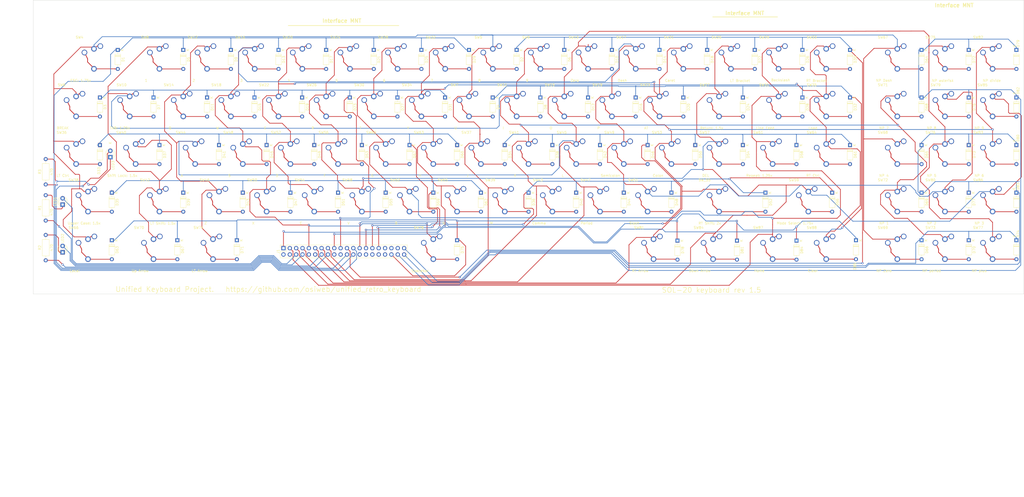
<source format=kicad_pcb>
(kicad_pcb (version 20171130) (host pcbnew "(5.1.6-0-10_14)")
  (title_block (title "Unified Retro Keyboard") (date 2020-06-16) (rev 1.5) (company OSIWeb.org) (comment 1 "SOL keyboard matrix"))
  (layers (0 F.Cu signal) (31 B.Cu signal) (34 B.Paste user) (35 F.Paste user) (36 B.SilkS user) (37 F.SilkS user) (38 B.Mask user) (39 F.Mask user) (44 Edge.Cuts user))
  (net 0 "")
  (net 1 /Row3)
  (net 2 /Row0)
  (net 3 /Row1)
  (net 4 "Net-(D5-Pad2)")
  (net 5 "Net-(D7-Pad2)")
  (net 6 "Net-(D8-Pad2)")
  (net 7 "Net-(D9-Pad2)")
  (net 8 "Net-(D10-Pad2)")
  (net 9 "Net-(D11-Pad2)")
  (net 10 "Net-(D12-Pad2)")
  (net 11 "Net-(D13-Pad2)")
  (net 12 "Net-(D14-Pad2)")
  (net 13 "Net-(D15-Pad2)")
  (net 14 "Net-(D16-Pad2)")
  (net 15 "Net-(D18-Pad2)")
  (net 16 "Net-(D19-Pad2)")
  (net 17 "Net-(D20-Pad2)")
  (net 18 "Net-(D22-Pad2)")
  (net 19 "Net-(D23-Pad2)")
  (net 20 "Net-(D24-Pad2)")
  (net 21 "Net-(D25-Pad2)")
  (net 22 "Net-(D26-Pad2)")
  (net 23 "Net-(D27-Pad2)")
  (net 24 "Net-(D28-Pad2)")
  (net 25 "Net-(D29-Pad2)")
  (net 26 "Net-(D30-Pad2)")
  (net 27 "Net-(D31-Pad2)")
  (net 28 "Net-(D32-Pad2)")
  (net 29 "Net-(D34-Pad2)")
  (net 30 "Net-(D36-Pad2)")
  (net 31 /Row4)
  (net 32 /Row5)
  (net 33 /Row7)
  (net 34 "Net-(D41-Pad2)")
  (net 35 "Net-(D42-Pad2)")
  (net 36 "Net-(D43-Pad2)")
  (net 37 "Net-(D45-Pad2)")
  (net 38 "Net-(D46-Pad2)")
  (net 39 "Net-(D47-Pad2)")
  (net 40 "Net-(D48-Pad2)")
  (net 41 "Net-(D49-Pad2)")
  (net 42 "Net-(D50-Pad2)")
  (net 43 "Net-(D51-Pad2)")
  (net 44 "Net-(D52-Pad2)")
  (net 45 "Net-(D53-Pad2)")
  (net 46 "Net-(D54-Pad2)")
  (net 47 "Net-(D55-Pad2)")
  (net 48 "Net-(D56-Pad2)")
  (net 49 "Net-(D57-Pad2)")
  (net 50 "Net-(D58-Pad2)")
  (net 51 "Net-(D59-Pad2)")
  (net 52 "Net-(D60-Pad2)")
  (net 53 "Net-(D61-Pad2)")
  (net 54 /Col0)
  (net 55 /Col1)
  (net 56 /Col2)
  (net 57 /Col3)
  (net 58 /Col4)
  (net 59 /Col5)
  (net 60 /Col6)
  (net 61 /Col7)
  (net 62 /Row6)
  (net 63 /Row2)
  (net 64 "Net-(D2-Pad2)")
  (net 65 "Net-(D3-Pad2)")
  (net 66 "Net-(D4-Pad2)")
  (net 67 "Net-(D6-Pad2)")
  (net 68 "Net-(D17-Pad2)")
  (net 69 "Net-(D21-Pad2)")
  (net 70 "Net-(D37-Pad2)")
  (net 71 "Net-(D38-Pad2)")
  (net 72 "Net-(D39-Pad2)")
  (net 73 "Net-(D40-Pad2)")
  (net 74 "Net-(D44-Pad2)")
  (net 75 "Net-(J1-Pad10)")
  (net 76 "Net-(J1-Pad12)")
  (net 77 "Net-(J1-Pad18)")
  (net 78 "Net-(J1-Pad20)")
  (net 79 "Net-(J1-Pad26)")
  (net 80 "Net-(J1-Pad28)")
  (net 81 "Net-(J1-Pad30)")
  (net 82 "Net-(J1-Pad32)")
  (net 83 "Net-(J1-Pad2)")
  (net 84 "Net-(J1-Pad4)")
  (net 85 "Net-(D1-Pad2)")
  (net 86 "Net-(D33-Pad2)")
  (net 87 "Net-(D35-Pad2)")
  (net 88 "Net-(D62-Pad2)")
  (net 89 "Net-(D63-Pad2)")
  (net 90 "Net-(D64-Pad2)")
  (net 91 "Net-(D65-Pad2)")
  (net 92 "Net-(D66-Pad2)")
  (net 93 "Net-(D67-Pad2)")
  (net 94 "Net-(D68-Pad2)")
  (net 95 "Net-(D69-Pad2)")
  (net 96 "Net-(D70-Pad2)")
  (net 97 "Net-(D71-Pad2)")
  (net 98 "Net-(D72-Pad2)")
  (net 99 "Net-(D73-Pad2)")
  (net 100 "Net-(D74-Pad2)")
  (net 101 "Net-(D75-Pad2)")
  (net 102 "Net-(D76-Pad2)")
  (net 103 "Net-(D77-Pad2)")
  (net 104 "Net-(D78-Pad2)")
  (net 105 "Net-(D79-Pad2)")
  (net 106 "Net-(D80-Pad2)")
  (net 107 "Net-(D81-Pad2)")
  (net 108 "Net-(D82-Pad2)")
  (net 109 "Net-(D83-Pad2)")
  (net 110 "Net-(D84-Pad2)")
  (net 111 "Net-(D85-Pad2)")
  (net 112 /Row11)
  (net 113 /Row12)
  (net 114 /Row10)
  (net 115 /Row9)
  (net 116 "Net-(J1-Pad8)")
  (net 117 "Net-(J1-Pad16)")
  (net 118 "Net-(J1-Pad24)")
  (net 119 "Net-(J1-Pad6)")
  (net 120 "Net-(J1-Pad14)")
  (net 121 "Net-(J1-Pad22)")
  (net 122 "Net-(LED1-Pad1)")
  (net 123 "Net-(LED2-Pad1)")
  (net 124 "Net-(LED3-Pad1)")
  (net 125 "Net-(J1-Pad33)")
  (net 126 "Net-(J1-Pad34)")
  (net 127 "Net-(J1-Pad35)")
  (net 128 "Net-(J1-Pad37)")
  (module unikbd:Key_MX_Spacebar_5.25 (layer F.Cu) (at 251.45238 206.79156)
    (fp_text reference SW78 (at -5.7912 -8.6106) (layer F.SilkS))
    (fp_text value Spacebar (at -5.334 8.6614) (layer F.SilkS))
    (fp_line (start 1.27 -5.08) (end 0.7366 -4.6736) (layer F.Cu) (width 0.3048))
    (fp_line (start 1.651 -5.08) (end 1.27 -5.08) (layer F.Cu) (width 0.3048))
    (fp_line (start -2.54 1.27) (end 0 3.81) (layer F.Cu) (width 0.3048))
    (fp_line (start -2.54 0) (end -2.54 1.27) (layer F.Cu) (width 0.3048))
    (fp_line (start -3.81 -2.54) (end -2.54 0) (layer F.Cu) (width 0.3048))
    (pad "" np_thru_hole circle (at -66.675 8.255) (size 3.9878 3.9878) (drill 3.9878) (layers *.Cu *.Mask))
    (pad "" np_thru_hole circle (at 66.675 -6.985) (size 3.048 3.048) (drill 3.048) (layers *.Cu *.Mask))
    (pad "" np_thru_hole circle (at 66.675 8.255) (size 3.9878 3.9878) (drill 3.9878) (layers *.Cu *.Mask))
    (pad "" np_thru_hole circle (at -66.675 -6.985) (size 3.048 3.048) (drill 3.048) (layers *.Cu *.Mask))
    (pad 2 thru_hole circle (at 0 4.0005) (size 2.2352 2.2352) (drill 1.397) (layers *.Cu *.Mask) (net 101 "Net-(D75-Pad2)"))
    (pad 1 thru_hole circle (at 0 -4.0005) (size 2.2352 2.2352) (drill 1.397) (layers *.Cu *.Mask) (net 57 /Col3))
    (pad 3 thru_hole circle (at 2.54 -5.08) (size 2.2352 2.2352) (drill 1.5748) (layers *.Cu *.Mask))
    (pad "" np_thru_hole circle (at -5.08 0) (size 1.7018 1.7018) (drill 1.7018) (layers *.Cu *.Mask))
    (pad "" np_thru_hole circle (at 5.08 0) (size 1.7018 1.7018) (drill 1.7018) (layers *.Cu *.Mask))
    (pad "" np_thru_hole circle (at 0 0) (size 4.064 4.064) (drill 4.064) (layers *.Cu *.Mask))
    (pad 4 thru_hole circle (at -3.81 -2.54) (size 2.2352 2.2352) (drill 1.5748) (layers *.Cu *.Mask))
  )
  (module unikbd:Key_MX (layer F.Cu) (at 365.75238 168.69156)
    (fp_text reference SW57 (at -5.7912 -8.6106) (layer F.SilkS))
    (fp_text value DEL (at -5.334 8.6614) (layer F.SilkS))
    (fp_line (start 1.27 -5.08) (end 0.7366 -4.6736) (layer F.Cu) (width 0.3048))
    (fp_line (start 1.651 -5.08) (end 1.27 -5.08) (layer F.Cu) (width 0.3048))
    (fp_line (start -2.54 1.27) (end 0 3.81) (layer F.Cu) (width 0.3048))
    (fp_line (start -2.54 0) (end -2.54 1.27) (layer F.Cu) (width 0.3048))
    (fp_line (start -3.81 -2.54) (end -2.54 0) (layer F.Cu) (width 0.3048))
    (pad 2 thru_hole circle (at 0 4.0005) (size 2.2352 2.2352) (drill 1.397) (layers *.Cu *.Mask) (net 46 "Net-(D54-Pad2)"))
    (pad 1 thru_hole circle (at 0 -4.0005) (size 2.2352 2.2352) (drill 1.397) (layers *.Cu *.Mask) (net 59 /Col5))
    (pad 3 thru_hole circle (at 2.54 -5.08) (size 2.2352 2.2352) (drill 1.5748) (layers *.Cu *.Mask))
    (pad "" np_thru_hole circle (at -5.08 0) (size 1.7018 1.7018) (drill 1.7018) (layers *.Cu *.Mask))
    (pad "" np_thru_hole circle (at 5.08 0) (size 1.7018 1.7018) (drill 1.7018) (layers *.Cu *.Mask))
    (pad "" np_thru_hole circle (at 0 0) (size 4.064 4.064) (drill 4.064) (layers *.Cu *.Mask))
    (pad 4 thru_hole circle (at -3.81 -2.54) (size 2.2352 2.2352) (drill 1.5748) (layers *.Cu *.Mask))
  )
  (module unikbd:Key_MX (layer F.Cu) (at 203.82738 187.74156)
    (fp_text reference SW54 (at -5.7912 -8.6106) (layer F.SilkS))
    (fp_text value C (at -5.334 8.6614) (layer F.SilkS))
    (fp_line (start 1.27 -5.08) (end 0.7366 -4.6736) (layer F.Cu) (width 0.3048))
    (fp_line (start 1.651 -5.08) (end 1.27 -5.08) (layer F.Cu) (width 0.3048))
    (fp_line (start -2.54 1.27) (end 0 3.81) (layer F.Cu) (width 0.3048))
    (fp_line (start -2.54 0) (end -2.54 1.27) (layer F.Cu) (width 0.3048))
    (fp_line (start -3.81 -2.54) (end -2.54 0) (layer F.Cu) (width 0.3048))
    (pad 2 thru_hole circle (at 0 4.0005) (size 2.2352 2.2352) (drill 1.397) (layers *.Cu *.Mask) (net 43 "Net-(D51-Pad2)"))
    (pad 1 thru_hole circle (at 0 -4.0005) (size 2.2352 2.2352) (drill 1.397) (layers *.Cu *.Mask) (net 58 /Col4))
    (pad 3 thru_hole circle (at 2.54 -5.08) (size 2.2352 2.2352) (drill 1.5748) (layers *.Cu *.Mask))
    (pad "" np_thru_hole circle (at -5.08 0) (size 1.7018 1.7018) (drill 1.7018) (layers *.Cu *.Mask))
    (pad "" np_thru_hole circle (at 5.08 0) (size 1.7018 1.7018) (drill 1.7018) (layers *.Cu *.Mask))
    (pad "" np_thru_hole circle (at 0 0) (size 4.064 4.064) (drill 4.064) (layers *.Cu *.Mask))
    (pad 4 thru_hole circle (at -3.81 -2.54) (size 2.2352 2.2352) (drill 1.5748) (layers *.Cu *.Mask))
  )
  (module unikbd:Key_MX (layer F.Cu) (at 163.34613 206.79156)
    (fp_text reference SW74 (at -5.7912 -8.6106) (layer F.SilkS))
    (fp_text value "LT Arrow" (at -5.334 8.6614) (layer F.SilkS))
    (fp_line (start 1.27 -5.08) (end 0.7366 -4.6736) (layer F.Cu) (width 0.3048))
    (fp_line (start 1.651 -5.08) (end 1.27 -5.08) (layer F.Cu) (width 0.3048))
    (fp_line (start -2.54 1.27) (end 0 3.81) (layer F.Cu) (width 0.3048))
    (fp_line (start -2.54 0) (end -2.54 1.27) (layer F.Cu) (width 0.3048))
    (fp_line (start -3.81 -2.54) (end -2.54 0) (layer F.Cu) (width 0.3048))
    (pad 2 thru_hole circle (at 0 4.0005) (size 2.2352 2.2352) (drill 1.397) (layers *.Cu *.Mask) (net 97 "Net-(D71-Pad2)"))
    (pad 1 thru_hole circle (at 0 -4.0005) (size 2.2352 2.2352) (drill 1.397) (layers *.Cu *.Mask) (net 56 /Col2))
    (pad 3 thru_hole circle (at 2.54 -5.08) (size 2.2352 2.2352) (drill 1.5748) (layers *.Cu *.Mask))
    (pad "" np_thru_hole circle (at -5.08 0) (size 1.7018 1.7018) (drill 1.7018) (layers *.Cu *.Mask))
    (pad "" np_thru_hole circle (at 5.08 0) (size 1.7018 1.7018) (drill 1.7018) (layers *.Cu *.Mask))
    (pad "" np_thru_hole circle (at 0 0) (size 4.064 4.064) (drill 4.064) (layers *.Cu *.Mask))
    (pad 4 thru_hole circle (at -3.81 -2.54) (size 2.2352 2.2352) (drill 1.5748) (layers *.Cu *.Mask))
  )
  (module unikbd:Key_MX (layer F.Cu) (at 475.16288 149.64156)
    (fp_text reference SW85 (at -4.03098 -8.56996) (layer F.SilkS))
    (fp_text value "NP 9" (at -5.334 8.6614) (layer F.SilkS))
    (fp_line (start 1.27 -5.08) (end 0.7366 -4.6736) (layer F.Cu) (width 0.3048))
    (fp_line (start 1.651 -5.08) (end 1.27 -5.08) (layer F.Cu) (width 0.3048))
    (fp_line (start -2.54 1.27) (end 0 3.81) (layer F.Cu) (width 0.3048))
    (fp_line (start -2.54 0) (end -2.54 1.27) (layer F.Cu) (width 0.3048))
    (fp_line (start -3.81 -2.54) (end -2.54 0) (layer F.Cu) (width 0.3048))
    (pad 2 thru_hole circle (at 0 4.0005) (size 2.2352 2.2352) (drill 1.397) (layers *.Cu *.Mask) (net 108 "Net-(D82-Pad2)"))
    (pad 1 thru_hole circle (at 0 -4.0005) (size 2.2352 2.2352) (drill 1.397) (layers *.Cu *.Mask) (net 59 /Col5))
    (pad 3 thru_hole circle (at 2.54 -5.08) (size 2.2352 2.2352) (drill 1.5748) (layers *.Cu *.Mask))
    (pad "" np_thru_hole circle (at -5.08 0) (size 1.7018 1.7018) (drill 1.7018) (layers *.Cu *.Mask))
    (pad "" np_thru_hole circle (at 5.08 0) (size 1.7018 1.7018) (drill 1.7018) (layers *.Cu *.Mask))
    (pad "" np_thru_hole circle (at 0 0) (size 4.064 4.064) (drill 4.064) (layers *.Cu *.Mask))
    (pad 4 thru_hole circle (at -3.81 -2.54) (size 2.2352 2.2352) (drill 1.5748) (layers *.Cu *.Mask))
  )
  (module unikbd:Key_MX (layer F.Cu) (at 227.63988 149.64156)
    (fp_text reference SW30 (at -5.7912 -8.6106) (layer F.SilkS))
    (fp_text value T (at -5.334 8.6614) (layer F.SilkS))
    (fp_line (start 1.27 -5.08) (end 0.7366 -4.6736) (layer F.Cu) (width 0.3048))
    (fp_line (start 1.651 -5.08) (end 1.27 -5.08) (layer F.Cu) (width 0.3048))
    (fp_line (start -2.54 1.27) (end 0 3.81) (layer F.Cu) (width 0.3048))
    (fp_line (start -2.54 0) (end -2.54 1.27) (layer F.Cu) (width 0.3048))
    (fp_line (start -3.81 -2.54) (end -2.54 0) (layer F.Cu) (width 0.3048))
    (pad 2 thru_hole circle (at 0 4.0005) (size 2.2352 2.2352) (drill 1.397) (layers *.Cu *.Mask) (net 23 "Net-(D27-Pad2)"))
    (pad 1 thru_hole circle (at 0 -4.0005) (size 2.2352 2.2352) (drill 1.397) (layers *.Cu *.Mask) (net 60 /Col6))
    (pad 3 thru_hole circle (at 2.54 -5.08) (size 2.2352 2.2352) (drill 1.5748) (layers *.Cu *.Mask))
    (pad "" np_thru_hole circle (at -5.08 0) (size 1.7018 1.7018) (drill 1.7018) (layers *.Cu *.Mask))
    (pad "" np_thru_hole circle (at 5.08 0) (size 1.7018 1.7018) (drill 1.7018) (layers *.Cu *.Mask))
    (pad "" np_thru_hole circle (at 0 0) (size 4.064 4.064) (drill 4.064) (layers *.Cu *.Mask))
    (pad 4 thru_hole circle (at -3.81 -2.54) (size 2.2352 2.2352) (drill 1.5748) (layers *.Cu *.Mask))
  )
  (module unikbd:Key_MX (layer F.Cu) (at 408.61488 206.79156)
    (fp_text reference SW88 (at -5.7912 -8.6106) (layer F.SilkS))
    (fp_text value Clear (at -5.334 8.6614) (layer F.SilkS))
    (fp_line (start 1.27 -5.08) (end 0.7366 -4.6736) (layer F.Cu) (width 0.3048))
    (fp_line (start 1.651 -5.08) (end 1.27 -5.08) (layer F.Cu) (width 0.3048))
    (fp_line (start -2.54 1.27) (end 0 3.81) (layer F.Cu) (width 0.3048))
    (fp_line (start -2.54 0) (end -2.54 1.27) (layer F.Cu) (width 0.3048))
    (fp_line (start -3.81 -2.54) (end -2.54 0) (layer F.Cu) (width 0.3048))
    (pad 2 thru_hole circle (at 0 4.0005) (size 2.2352 2.2352) (drill 1.397) (layers *.Cu *.Mask) (net 111 "Net-(D85-Pad2)"))
    (pad 1 thru_hole circle (at 0 -4.0005) (size 2.2352 2.2352) (drill 1.397) (layers *.Cu *.Mask) (net 61 /Col7))
    (pad 3 thru_hole circle (at 2.54 -5.08) (size 2.2352 2.2352) (drill 1.5748) (layers *.Cu *.Mask))
    (pad "" np_thru_hole circle (at -5.08 0) (size 1.7018 1.7018) (drill 1.7018) (layers *.Cu *.Mask))
    (pad "" np_thru_hole circle (at 5.08 0) (size 1.7018 1.7018) (drill 1.7018) (layers *.Cu *.Mask))
    (pad "" np_thru_hole circle (at 0 0) (size 4.064 4.064) (drill 4.064) (layers *.Cu *.Mask))
    (pad 4 thru_hole circle (at -3.81 -2.54) (size 2.2352 2.2352) (drill 1.5748) (layers *.Cu *.Mask))
  )
  (module unikbd:Key_MX (layer F.Cu) (at 387.18363 206.79156)
    (fp_text reference SW87 (at -5.7912 -8.6106) (layer F.SilkS))
    (fp_text value Home (at -5.334 8.6614) (layer F.SilkS))
    (fp_line (start 1.27 -5.08) (end 0.7366 -4.6736) (layer F.Cu) (width 0.3048))
    (fp_line (start 1.651 -5.08) (end 1.27 -5.08) (layer F.Cu) (width 0.3048))
    (fp_line (start -2.54 1.27) (end 0 3.81) (layer F.Cu) (width 0.3048))
    (fp_line (start -2.54 0) (end -2.54 1.27) (layer F.Cu) (width 0.3048))
    (fp_line (start -3.81 -2.54) (end -2.54 0) (layer F.Cu) (width 0.3048))
    (pad 2 thru_hole circle (at 0 4.0005) (size 2.2352 2.2352) (drill 1.397) (layers *.Cu *.Mask) (net 110 "Net-(D84-Pad2)"))
    (pad 1 thru_hole circle (at 0 -4.0005) (size 2.2352 2.2352) (drill 1.397) (layers *.Cu *.Mask) (net 60 /Col6))
    (pad 3 thru_hole circle (at 2.54 -5.08) (size 2.2352 2.2352) (drill 1.5748) (layers *.Cu *.Mask))
    (pad "" np_thru_hole circle (at -5.08 0) (size 1.7018 1.7018) (drill 1.7018) (layers *.Cu *.Mask))
    (pad "" np_thru_hole circle (at 5.08 0) (size 1.7018 1.7018) (drill 1.7018) (layers *.Cu *.Mask))
    (pad "" np_thru_hole circle (at 0 0) (size 4.064 4.064) (drill 4.064) (layers *.Cu *.Mask))
    (pad 4 thru_hole circle (at -3.81 -2.54) (size 2.2352 2.2352) (drill 1.5748) (layers *.Cu *.Mask))
  )
  (module unikbd:Key_MX (layer F.Cu) (at 475.16288 187.74156)
    (fp_text reference SW86 (at -5.7912 -8.6106) (layer F.SilkS))
    (fp_text value "NP 3" (at -5.334 8.6614) (layer F.SilkS))
    (fp_line (start 1.27 -5.08) (end 0.7366 -4.6736) (layer F.Cu) (width 0.3048))
    (fp_line (start 1.651 -5.08) (end 1.27 -5.08) (layer F.Cu) (width 0.3048))
    (fp_line (start -2.54 1.27) (end 0 3.81) (layer F.Cu) (width 0.3048))
    (fp_line (start -2.54 0) (end -2.54 1.27) (layer F.Cu) (width 0.3048))
    (fp_line (start -3.81 -2.54) (end -2.54 0) (layer F.Cu) (width 0.3048))
    (pad 2 thru_hole circle (at 0 4.0005) (size 2.2352 2.2352) (drill 1.397) (layers *.Cu *.Mask) (net 109 "Net-(D83-Pad2)"))
    (pad 1 thru_hole circle (at 0 -4.0005) (size 2.2352 2.2352) (drill 1.397) (layers *.Cu *.Mask) (net 59 /Col5))
    (pad 3 thru_hole circle (at 2.54 -5.08) (size 2.2352 2.2352) (drill 1.5748) (layers *.Cu *.Mask))
    (pad "" np_thru_hole circle (at -5.08 0) (size 1.7018 1.7018) (drill 1.7018) (layers *.Cu *.Mask))
    (pad "" np_thru_hole circle (at 5.08 0) (size 1.7018 1.7018) (drill 1.7018) (layers *.Cu *.Mask))
    (pad "" np_thru_hole circle (at 0 0) (size 4.064 4.064) (drill 4.064) (layers *.Cu *.Mask))
    (pad 4 thru_hole circle (at -3.81 -2.54) (size 2.2352 2.2352) (drill 1.5748) (layers *.Cu *.Mask))
  )
  (module unikbd:Key_MX (layer F.Cu) (at 363.37113 206.79156)
    (fp_text reference SW84 (at -5.7912 -8.6106) (layer F.SilkS))
    (fp_text value "Down Arrow" (at -5.334 8.6614) (layer F.SilkS))
    (fp_line (start 1.27 -5.08) (end 0.7366 -4.6736) (layer F.Cu) (width 0.3048))
    (fp_line (start 1.651 -5.08) (end 1.27 -5.08) (layer F.Cu) (width 0.3048))
    (fp_line (start -2.54 1.27) (end 0 3.81) (layer F.Cu) (width 0.3048))
    (fp_line (start -2.54 0) (end -2.54 1.27) (layer F.Cu) (width 0.3048))
    (fp_line (start -3.81 -2.54) (end -2.54 0) (layer F.Cu) (width 0.3048))
    (pad 2 thru_hole circle (at 0 4.0005) (size 2.2352 2.2352) (drill 1.397) (layers *.Cu *.Mask) (net 107 "Net-(D81-Pad2)"))
    (pad 1 thru_hole circle (at 0 -4.0005) (size 2.2352 2.2352) (drill 1.397) (layers *.Cu *.Mask) (net 59 /Col5))
    (pad 3 thru_hole circle (at 2.54 -5.08) (size 2.2352 2.2352) (drill 1.5748) (layers *.Cu *.Mask))
    (pad "" np_thru_hole circle (at -5.08 0) (size 1.7018 1.7018) (drill 1.7018) (layers *.Cu *.Mask))
    (pad "" np_thru_hole circle (at 5.08 0) (size 1.7018 1.7018) (drill 1.7018) (layers *.Cu *.Mask))
    (pad "" np_thru_hole circle (at 0 0) (size 4.064 4.064) (drill 4.064) (layers *.Cu *.Mask))
    (pad 4 thru_hole circle (at -3.81 -2.54) (size 2.2352 2.2352) (drill 1.5748) (layers *.Cu *.Mask))
  )
  (module unikbd:Key_MX (layer F.Cu) (at 475.16288 168.69156)
    (fp_text reference SW83 (at -5.7912 -8.6106) (layer F.SilkS))
    (fp_text value "NP 6" (at -5.334 8.6614) (layer F.SilkS))
    (fp_line (start 1.27 -5.08) (end 0.7366 -4.6736) (layer F.Cu) (width 0.3048))
    (fp_line (start 1.651 -5.08) (end 1.27 -5.08) (layer F.Cu) (width 0.3048))
    (fp_line (start -2.54 1.27) (end 0 3.81) (layer F.Cu) (width 0.3048))
    (fp_line (start -2.54 0) (end -2.54 1.27) (layer F.Cu) (width 0.3048))
    (fp_line (start -3.81 -2.54) (end -2.54 0) (layer F.Cu) (width 0.3048))
    (pad 2 thru_hole circle (at 0 4.0005) (size 2.2352 2.2352) (drill 1.397) (layers *.Cu *.Mask) (net 106 "Net-(D80-Pad2)"))
    (pad 1 thru_hole circle (at 0 -4.0005) (size 2.2352 2.2352) (drill 1.397) (layers *.Cu *.Mask) (net 58 /Col4))
    (pad 3 thru_hole circle (at 2.54 -5.08) (size 2.2352 2.2352) (drill 1.5748) (layers *.Cu *.Mask))
    (pad "" np_thru_hole circle (at -5.08 0) (size 1.7018 1.7018) (drill 1.7018) (layers *.Cu *.Mask))
    (pad "" np_thru_hole circle (at 5.08 0) (size 1.7018 1.7018) (drill 1.7018) (layers *.Cu *.Mask))
    (pad "" np_thru_hole circle (at 0 0) (size 4.064 4.064) (drill 4.064) (layers *.Cu *.Mask))
    (pad 4 thru_hole circle (at -3.81 -2.54) (size 2.2352 2.2352) (drill 1.5748) (layers *.Cu *.Mask))
  )
  (module unikbd:Key_MX (layer F.Cu) (at 475.16288 130.59156)
    (fp_text reference SW82 (at -5.7912 -8.6106) (layer F.SilkS))
    (fp_text value "NP divide" (at -0.29718 8.72744) (layer F.SilkS))
    (fp_line (start 1.27 -5.08) (end 0.7366 -4.6736) (layer F.Cu) (width 0.3048))
    (fp_line (start 1.651 -5.08) (end 1.27 -5.08) (layer F.Cu) (width 0.3048))
    (fp_line (start -2.54 1.27) (end 0 3.81) (layer F.Cu) (width 0.3048))
    (fp_line (start -2.54 0) (end -2.54 1.27) (layer F.Cu) (width 0.3048))
    (fp_line (start -3.81 -2.54) (end -2.54 0) (layer F.Cu) (width 0.3048))
    (pad 2 thru_hole circle (at 0 4.0005) (size 2.2352 2.2352) (drill 1.397) (layers *.Cu *.Mask) (net 105 "Net-(D79-Pad2)"))
    (pad 1 thru_hole circle (at 0 -4.0005) (size 2.2352 2.2352) (drill 1.397) (layers *.Cu *.Mask) (net 58 /Col4))
    (pad 3 thru_hole circle (at 2.54 -5.08) (size 2.2352 2.2352) (drill 1.5748) (layers *.Cu *.Mask))
    (pad "" np_thru_hole circle (at -5.08 0) (size 1.7018 1.7018) (drill 1.7018) (layers *.Cu *.Mask))
    (pad "" np_thru_hole circle (at 5.08 0) (size 1.7018 1.7018) (drill 1.7018) (layers *.Cu *.Mask))
    (pad "" np_thru_hole circle (at 0 0) (size 4.064 4.064) (drill 4.064) (layers *.Cu *.Mask))
    (pad 4 thru_hole circle (at -3.81 -2.54) (size 2.2352 2.2352) (drill 1.5748) (layers *.Cu *.Mask))
  )
  (module unikbd:Key_MX (layer F.Cu) (at 339.55863 206.79156)
    (fp_text reference SW81 (at -5.7912 -8.6106) (layer F.SilkS))
    (fp_text value "RT Arrow" (at -5.334 8.6614) (layer F.SilkS))
    (fp_line (start 1.27 -5.08) (end 0.7366 -4.6736) (layer F.Cu) (width 0.3048))
    (fp_line (start 1.651 -5.08) (end 1.27 -5.08) (layer F.Cu) (width 0.3048))
    (fp_line (start -2.54 1.27) (end 0 3.81) (layer F.Cu) (width 0.3048))
    (fp_line (start -2.54 0) (end -2.54 1.27) (layer F.Cu) (width 0.3048))
    (fp_line (start -3.81 -2.54) (end -2.54 0) (layer F.Cu) (width 0.3048))
    (pad 2 thru_hole circle (at 0 4.0005) (size 2.2352 2.2352) (drill 1.397) (layers *.Cu *.Mask) (net 104 "Net-(D78-Pad2)"))
    (pad 1 thru_hole circle (at 0 -4.0005) (size 2.2352 2.2352) (drill 1.397) (layers *.Cu *.Mask) (net 58 /Col4))
    (pad 3 thru_hole circle (at 2.54 -5.08) (size 2.2352 2.2352) (drill 1.5748) (layers *.Cu *.Mask))
    (pad "" np_thru_hole circle (at -5.08 0) (size 1.7018 1.7018) (drill 1.7018) (layers *.Cu *.Mask))
    (pad "" np_thru_hole circle (at 5.08 0) (size 1.7018 1.7018) (drill 1.7018) (layers *.Cu *.Mask))
    (pad "" np_thru_hole circle (at 0 0) (size 4.064 4.064) (drill 4.064) (layers *.Cu *.Mask))
    (pad 4 thru_hole circle (at -3.81 -2.54) (size 2.2352 2.2352) (drill 1.5748) (layers *.Cu *.Mask))
  )
  (module unikbd:Key_MX (layer F.Cu) (at 456.11288 187.74156)
    (fp_text reference SW80 (at -5.7912 -8.6106) (layer F.SilkS))
    (fp_text value "NP 2" (at -5.334 8.6614) (layer F.SilkS))
    (fp_line (start 1.27 -5.08) (end 0.7366 -4.6736) (layer F.Cu) (width 0.3048))
    (fp_line (start 1.651 -5.08) (end 1.27 -5.08) (layer F.Cu) (width 0.3048))
    (fp_line (start -2.54 1.27) (end 0 3.81) (layer F.Cu) (width 0.3048))
    (fp_line (start -2.54 0) (end -2.54 1.27) (layer F.Cu) (width 0.3048))
    (fp_line (start -3.81 -2.54) (end -2.54 0) (layer F.Cu) (width 0.3048))
    (pad 2 thru_hole circle (at 0 4.0005) (size 2.2352 2.2352) (drill 1.397) (layers *.Cu *.Mask) (net 103 "Net-(D77-Pad2)"))
    (pad 1 thru_hole circle (at 0 -4.0005) (size 2.2352 2.2352) (drill 1.397) (layers *.Cu *.Mask) (net 57 /Col3))
    (pad 3 thru_hole circle (at 2.54 -5.08) (size 2.2352 2.2352) (drill 1.5748) (layers *.Cu *.Mask))
    (pad "" np_thru_hole circle (at -5.08 0) (size 1.7018 1.7018) (drill 1.7018) (layers *.Cu *.Mask))
    (pad "" np_thru_hole circle (at 5.08 0) (size 1.7018 1.7018) (drill 1.7018) (layers *.Cu *.Mask))
    (pad "" np_thru_hole circle (at 0 0) (size 4.064 4.064) (drill 4.064) (layers *.Cu *.Mask))
    (pad 4 thru_hole circle (at -3.81 -2.54) (size 2.2352 2.2352) (drill 1.5748) (layers *.Cu *.Mask))
  )
  (module unikbd:Key_MX (layer F.Cu) (at 456.11288 149.64156)
    (fp_text reference SW79 (at -3.75158 -8.56996) (layer F.SilkS))
    (fp_text value "NP 8" (at -5.334 8.6614) (layer F.SilkS))
    (fp_line (start 1.27 -5.08) (end 0.7366 -4.6736) (layer F.Cu) (width 0.3048))
    (fp_line (start 1.651 -5.08) (end 1.27 -5.08) (layer F.Cu) (width 0.3048))
    (fp_line (start -2.54 1.27) (end 0 3.81) (layer F.Cu) (width 0.3048))
    (fp_line (start -2.54 0) (end -2.54 1.27) (layer F.Cu) (width 0.3048))
    (fp_line (start -3.81 -2.54) (end -2.54 0) (layer F.Cu) (width 0.3048))
    (pad 2 thru_hole circle (at 0 4.0005) (size 2.2352 2.2352) (drill 1.397) (layers *.Cu *.Mask) (net 102 "Net-(D76-Pad2)"))
    (pad 1 thru_hole circle (at 0 -4.0005) (size 2.2352 2.2352) (drill 1.397) (layers *.Cu *.Mask) (net 57 /Col3))
    (pad 3 thru_hole circle (at 2.54 -5.08) (size 2.2352 2.2352) (drill 1.5748) (layers *.Cu *.Mask))
    (pad "" np_thru_hole circle (at -5.08 0) (size 1.7018 1.7018) (drill 1.7018) (layers *.Cu *.Mask))
    (pad "" np_thru_hole circle (at 5.08 0) (size 1.7018 1.7018) (drill 1.7018) (layers *.Cu *.Mask))
    (pad "" np_thru_hole circle (at 0 0) (size 4.064 4.064) (drill 4.064) (layers *.Cu *.Mask))
    (pad 4 thru_hole circle (at -3.81 -2.54) (size 2.2352 2.2352) (drill 1.5748) (layers *.Cu *.Mask))
  )
  (module unikbd:Key_MX (layer F.Cu) (at 475.16288 206.79156)
    (fp_text reference SW77 (at -5.7912 -8.6106) (layer F.SilkS))
    (fp_text value "NP plus" (at -5.334 8.6614) (layer F.SilkS))
    (fp_line (start 1.27 -5.08) (end 0.7366 -4.6736) (layer F.Cu) (width 0.3048))
    (fp_line (start 1.651 -5.08) (end 1.27 -5.08) (layer F.Cu) (width 0.3048))
    (fp_line (start -2.54 1.27) (end 0 3.81) (layer F.Cu) (width 0.3048))
    (fp_line (start -2.54 0) (end -2.54 1.27) (layer F.Cu) (width 0.3048))
    (fp_line (start -3.81 -2.54) (end -2.54 0) (layer F.Cu) (width 0.3048))
    (pad 2 thru_hole circle (at 0 4.0005) (size 2.2352 2.2352) (drill 1.397) (layers *.Cu *.Mask) (net 100 "Net-(D74-Pad2)"))
    (pad 1 thru_hole circle (at 0 -4.0005) (size 2.2352 2.2352) (drill 1.397) (layers *.Cu *.Mask) (net 56 /Col2))
    (pad 3 thru_hole circle (at 2.54 -5.08) (size 2.2352 2.2352) (drill 1.5748) (layers *.Cu *.Mask))
    (pad "" np_thru_hole circle (at -5.08 0) (size 1.7018 1.7018) (drill 1.7018) (layers *.Cu *.Mask))
    (pad "" np_thru_hole circle (at 5.08 0) (size 1.7018 1.7018) (drill 1.7018) (layers *.Cu *.Mask))
    (pad "" np_thru_hole circle (at 0 0) (size 4.064 4.064) (drill 4.064) (layers *.Cu *.Mask))
    (pad 4 thru_hole circle (at -3.81 -2.54) (size 2.2352 2.2352) (drill 1.5748) (layers *.Cu *.Mask))
  )
  (module unikbd:Key_MX (layer F.Cu) (at 456.11288 168.69156)
    (fp_text reference SW76 (at -5.7912 -8.6106) (layer F.SilkS))
    (fp_text value "NP 5" (at -5.334 8.6614) (layer F.SilkS))
    (fp_line (start 1.27 -5.08) (end 0.7366 -4.6736) (layer F.Cu) (width 0.3048))
    (fp_line (start 1.651 -5.08) (end 1.27 -5.08) (layer F.Cu) (width 0.3048))
    (fp_line (start -2.54 1.27) (end 0 3.81) (layer F.Cu) (width 0.3048))
    (fp_line (start -2.54 0) (end -2.54 1.27) (layer F.Cu) (width 0.3048))
    (fp_line (start -3.81 -2.54) (end -2.54 0) (layer F.Cu) (width 0.3048))
    (pad 2 thru_hole circle (at 0 4.0005) (size 2.2352 2.2352) (drill 1.397) (layers *.Cu *.Mask) (net 99 "Net-(D73-Pad2)"))
    (pad 1 thru_hole circle (at 0 -4.0005) (size 2.2352 2.2352) (drill 1.397) (layers *.Cu *.Mask) (net 56 /Col2))
    (pad 3 thru_hole circle (at 2.54 -5.08) (size 2.2352 2.2352) (drill 1.5748) (layers *.Cu *.Mask))
    (pad "" np_thru_hole circle (at -5.08 0) (size 1.7018 1.7018) (drill 1.7018) (layers *.Cu *.Mask))
    (pad "" np_thru_hole circle (at 5.08 0) (size 1.7018 1.7018) (drill 1.7018) (layers *.Cu *.Mask))
    (pad "" np_thru_hole circle (at 0 0) (size 4.064 4.064) (drill 4.064) (layers *.Cu *.Mask))
    (pad 4 thru_hole circle (at -3.81 -2.54) (size 2.2352 2.2352) (drill 1.5748) (layers *.Cu *.Mask))
  )
  (module unikbd:Key_MX (layer F.Cu) (at 456.11288 130.59156)
    (fp_text reference SW75 (at -5.7912 -8.6106) (layer F.SilkS))
    (fp_text value "NP asterisk" (at -0.88138 8.72744) (layer F.SilkS))
    (fp_line (start 1.27 -5.08) (end 0.7366 -4.6736) (layer F.Cu) (width 0.3048))
    (fp_line (start 1.651 -5.08) (end 1.27 -5.08) (layer F.Cu) (width 0.3048))
    (fp_line (start -2.54 1.27) (end 0 3.81) (layer F.Cu) (width 0.3048))
    (fp_line (start -2.54 0) (end -2.54 1.27) (layer F.Cu) (width 0.3048))
    (fp_line (start -3.81 -2.54) (end -2.54 0) (layer F.Cu) (width 0.3048))
    (pad 2 thru_hole circle (at 0 4.0005) (size 2.2352 2.2352) (drill 1.397) (layers *.Cu *.Mask) (net 98 "Net-(D72-Pad2)"))
    (pad 1 thru_hole circle (at 0 -4.0005) (size 2.2352 2.2352) (drill 1.397) (layers *.Cu *.Mask) (net 56 /Col2))
    (pad 3 thru_hole circle (at 2.54 -5.08) (size 2.2352 2.2352) (drill 1.5748) (layers *.Cu *.Mask))
    (pad "" np_thru_hole circle (at -5.08 0) (size 1.7018 1.7018) (drill 1.7018) (layers *.Cu *.Mask))
    (pad "" np_thru_hole circle (at 5.08 0) (size 1.7018 1.7018) (drill 1.7018) (layers *.Cu *.Mask))
    (pad "" np_thru_hole circle (at 0 0) (size 4.064 4.064) (drill 4.064) (layers *.Cu *.Mask))
    (pad 4 thru_hole circle (at -3.81 -2.54) (size 2.2352 2.2352) (drill 1.5748) (layers *.Cu *.Mask))
  )
  (module unikbd:Key_MX (layer F.Cu) (at 456.11288 206.79156)
    (fp_text reference SW73 (at -5.7912 -8.6106) (layer F.SilkS))
    (fp_text value "NP period" (at -5.334 8.6614) (layer F.SilkS))
    (fp_line (start 1.27 -5.08) (end 0.7366 -4.6736) (layer F.Cu) (width 0.3048))
    (fp_line (start 1.651 -5.08) (end 1.27 -5.08) (layer F.Cu) (width 0.3048))
    (fp_line (start -2.54 1.27) (end 0 3.81) (layer F.Cu) (width 0.3048))
    (fp_line (start -2.54 0) (end -2.54 1.27) (layer F.Cu) (width 0.3048))
    (fp_line (start -3.81 -2.54) (end -2.54 0) (layer F.Cu) (width 0.3048))
    (pad 2 thru_hole circle (at 0 4.0005) (size 2.2352 2.2352) (drill 1.397) (layers *.Cu *.Mask) (net 96 "Net-(D70-Pad2)"))
    (pad 1 thru_hole circle (at 0 -4.0005) (size 2.2352 2.2352) (drill 1.397) (layers *.Cu *.Mask) (net 55 /Col1))
    (pad 3 thru_hole circle (at 2.54 -5.08) (size 2.2352 2.2352) (drill 1.5748) (layers *.Cu *.Mask))
    (pad "" np_thru_hole circle (at -5.08 0) (size 1.7018 1.7018) (drill 1.7018) (layers *.Cu *.Mask))
    (pad "" np_thru_hole circle (at 5.08 0) (size 1.7018 1.7018) (drill 1.7018) (layers *.Cu *.Mask))
    (pad "" np_thru_hole circle (at 0 0) (size 4.064 4.064) (drill 4.064) (layers *.Cu *.Mask))
    (pad 4 thru_hole circle (at -3.81 -2.54) (size 2.2352 2.2352) (drill 1.5748) (layers *.Cu *.Mask))
  )
  (module unikbd:Key_MX (layer F.Cu) (at 437.06288 187.74156)
    (fp_text reference SW72 (at -5.7912 -8.6106) (layer F.SilkS))
    (fp_text value "NP 1" (at -5.334 8.6614) (layer F.SilkS))
    (fp_line (start 1.27 -5.08) (end 0.7366 -4.6736) (layer F.Cu) (width 0.3048))
    (fp_line (start 1.651 -5.08) (end 1.27 -5.08) (layer F.Cu) (width 0.3048))
    (fp_line (start -2.54 1.27) (end 0 3.81) (layer F.Cu) (width 0.3048))
    (fp_line (start -2.54 0) (end -2.54 1.27) (layer F.Cu) (width 0.3048))
    (fp_line (start -3.81 -2.54) (end -2.54 0) (layer F.Cu) (width 0.3048))
    (pad 2 thru_hole circle (at 0 4.0005) (size 2.2352 2.2352) (drill 1.397) (layers *.Cu *.Mask) (net 95 "Net-(D69-Pad2)"))
    (pad 1 thru_hole circle (at 0 -4.0005) (size 2.2352 2.2352) (drill 1.397) (layers *.Cu *.Mask) (net 55 /Col1))
    (pad 3 thru_hole circle (at 2.54 -5.08) (size 2.2352 2.2352) (drill 1.5748) (layers *.Cu *.Mask))
    (pad "" np_thru_hole circle (at -5.08 0) (size 1.7018 1.7018) (drill 1.7018) (layers *.Cu *.Mask))
    (pad "" np_thru_hole circle (at 5.08 0) (size 1.7018 1.7018) (drill 1.7018) (layers *.Cu *.Mask))
    (pad "" np_thru_hole circle (at 0 0) (size 4.064 4.064) (drill 4.064) (layers *.Cu *.Mask))
    (pad 4 thru_hole circle (at -3.81 -2.54) (size 2.2352 2.2352) (drill 1.5748) (layers *.Cu *.Mask))
  )
  (module unikbd:Key_MX (layer F.Cu) (at 437.06288 149.64156)
    (fp_text reference SW71 (at -5.7912 -8.6106) (layer F.SilkS))
    (fp_text value "NP 7" (at -5.334 8.6614) (layer F.SilkS))
    (fp_line (start 1.27 -5.08) (end 0.7366 -4.6736) (layer F.Cu) (width 0.3048))
    (fp_line (start 1.651 -5.08) (end 1.27 -5.08) (layer F.Cu) (width 0.3048))
    (fp_line (start -2.54 1.27) (end 0 3.81) (layer F.Cu) (width 0.3048))
    (fp_line (start -2.54 0) (end -2.54 1.27) (layer F.Cu) (width 0.3048))
    (fp_line (start -3.81 -2.54) (end -2.54 0) (layer F.Cu) (width 0.3048))
    (pad 2 thru_hole circle (at 0 4.0005) (size 2.2352 2.2352) (drill 1.397) (layers *.Cu *.Mask) (net 94 "Net-(D68-Pad2)"))
    (pad 1 thru_hole circle (at 0 -4.0005) (size 2.2352 2.2352) (drill 1.397) (layers *.Cu *.Mask) (net 55 /Col1))
    (pad 3 thru_hole circle (at 2.54 -5.08) (size 2.2352 2.2352) (drill 1.5748) (layers *.Cu *.Mask))
    (pad "" np_thru_hole circle (at -5.08 0) (size 1.7018 1.7018) (drill 1.7018) (layers *.Cu *.Mask))
    (pad "" np_thru_hole circle (at 5.08 0) (size 1.7018 1.7018) (drill 1.7018) (layers *.Cu *.Mask))
    (pad "" np_thru_hole circle (at 0 0) (size 4.064 4.064) (drill 4.064) (layers *.Cu *.Mask))
    (pad 4 thru_hole circle (at -3.81 -2.54) (size 2.2352 2.2352) (drill 1.5748) (layers *.Cu *.Mask))
  )
  (module unikbd:Key_MX (layer F.Cu) (at 139.53363 206.79156)
    (fp_text reference SW70 (at -5.7912 -8.6106) (layer F.SilkS))
    (fp_text value "Up Arrow" (at -5.334 8.6614) (layer F.SilkS))
    (fp_line (start 1.27 -5.08) (end 0.7366 -4.6736) (layer F.Cu) (width 0.3048))
    (fp_line (start 1.651 -5.08) (end 1.27 -5.08) (layer F.Cu) (width 0.3048))
    (fp_line (start -2.54 1.27) (end 0 3.81) (layer F.Cu) (width 0.3048))
    (fp_line (start -2.54 0) (end -2.54 1.27) (layer F.Cu) (width 0.3048))
    (fp_line (start -3.81 -2.54) (end -2.54 0) (layer F.Cu) (width 0.3048))
    (pad 2 thru_hole circle (at 0 4.0005) (size 2.2352 2.2352) (drill 1.397) (layers *.Cu *.Mask) (net 93 "Net-(D67-Pad2)"))
    (pad 1 thru_hole circle (at 0 -4.0005) (size 2.2352 2.2352) (drill 1.397) (layers *.Cu *.Mask) (net 55 /Col1))
    (pad 3 thru_hole circle (at 2.54 -5.08) (size 2.2352 2.2352) (drill 1.5748) (layers *.Cu *.Mask))
    (pad "" np_thru_hole circle (at -5.08 0) (size 1.7018 1.7018) (drill 1.7018) (layers *.Cu *.Mask))
    (pad "" np_thru_hole circle (at 5.08 0) (size 1.7018 1.7018) (drill 1.7018) (layers *.Cu *.Mask))
    (pad "" np_thru_hole circle (at 0 0) (size 4.064 4.064) (drill 4.064) (layers *.Cu *.Mask))
    (pad 4 thru_hole circle (at -3.81 -2.54) (size 2.2352 2.2352) (drill 1.5748) (layers *.Cu *.Mask))
  )
  (module unikbd:Key_MX (layer F.Cu) (at 437.06288 206.79156)
    (fp_text reference SW69 (at -5.7912 -8.6106) (layer F.SilkS))
    (fp_text value "NP Zero" (at -5.334 8.6614) (layer F.SilkS))
    (fp_line (start 1.27 -5.08) (end 0.7366 -4.6736) (layer F.Cu) (width 0.3048))
    (fp_line (start 1.651 -5.08) (end 1.27 -5.08) (layer F.Cu) (width 0.3048))
    (fp_line (start -2.54 1.27) (end 0 3.81) (layer F.Cu) (width 0.3048))
    (fp_line (start -2.54 0) (end -2.54 1.27) (layer F.Cu) (width 0.3048))
    (fp_line (start -3.81 -2.54) (end -2.54 0) (layer F.Cu) (width 0.3048))
    (pad 2 thru_hole circle (at 0 4.0005) (size 2.2352 2.2352) (drill 1.397) (layers *.Cu *.Mask) (net 92 "Net-(D66-Pad2)"))
    (pad 1 thru_hole circle (at 0 -4.0005) (size 2.2352 2.2352) (drill 1.397) (layers *.Cu *.Mask) (net 54 /Col0))
    (pad 3 thru_hole circle (at 2.54 -5.08) (size 2.2352 2.2352) (drill 1.5748) (layers *.Cu *.Mask))
    (pad "" np_thru_hole circle (at -5.08 0) (size 1.7018 1.7018) (drill 1.7018) (layers *.Cu *.Mask))
    (pad "" np_thru_hole circle (at 5.08 0) (size 1.7018 1.7018) (drill 1.7018) (layers *.Cu *.Mask))
    (pad "" np_thru_hole circle (at 0 0) (size 4.064 4.064) (drill 4.064) (layers *.Cu *.Mask))
    (pad 4 thru_hole circle (at -3.81 -2.54) (size 2.2352 2.2352) (drill 1.5748) (layers *.Cu *.Mask))
  )
  (module unikbd:Key_MX (layer F.Cu) (at 437.06288 168.69156)
    (fp_text reference SW68 (at -5.7912 -8.6106) (layer F.SilkS))
    (fp_text value "NP 4" (at -5.334 8.6614) (layer F.SilkS))
    (fp_line (start 1.27 -5.08) (end 0.7366 -4.6736) (layer F.Cu) (width 0.3048))
    (fp_line (start 1.651 -5.08) (end 1.27 -5.08) (layer F.Cu) (width 0.3048))
    (fp_line (start -2.54 1.27) (end 0 3.81) (layer F.Cu) (width 0.3048))
    (fp_line (start -2.54 0) (end -2.54 1.27) (layer F.Cu) (width 0.3048))
    (fp_line (start -3.81 -2.54) (end -2.54 0) (layer F.Cu) (width 0.3048))
    (pad 2 thru_hole circle (at 0 4.0005) (size 2.2352 2.2352) (drill 1.397) (layers *.Cu *.Mask) (net 91 "Net-(D65-Pad2)"))
    (pad 1 thru_hole circle (at 0 -4.0005) (size 2.2352 2.2352) (drill 1.397) (layers *.Cu *.Mask) (net 54 /Col0))
    (pad 3 thru_hole circle (at 2.54 -5.08) (size 2.2352 2.2352) (drill 1.5748) (layers *.Cu *.Mask))
    (pad "" np_thru_hole circle (at -5.08 0) (size 1.7018 1.7018) (drill 1.7018) (layers *.Cu *.Mask))
    (pad "" np_thru_hole circle (at 5.08 0) (size 1.7018 1.7018) (drill 1.7018) (layers *.Cu *.Mask))
    (pad "" np_thru_hole circle (at 0 0) (size 4.064 4.064) (drill 4.064) (layers *.Cu *.Mask))
    (pad 4 thru_hole circle (at -3.81 -2.54) (size 2.2352 2.2352) (drill 1.5748) (layers *.Cu *.Mask))
  )
  (module unikbd:Key_MX (layer F.Cu) (at 437.06288 130.59156)
    (fp_text reference SW67 (at -5.7912 -8.6106) (layer F.SilkS))
    (fp_text value "NP Dash" (at -5.334 8.6614) (layer F.SilkS))
    (fp_line (start 1.27 -5.08) (end 0.7366 -4.6736) (layer F.Cu) (width 0.3048))
    (fp_line (start 1.651 -5.08) (end 1.27 -5.08) (layer F.Cu) (width 0.3048))
    (fp_line (start -2.54 1.27) (end 0 3.81) (layer F.Cu) (width 0.3048))
    (fp_line (start -2.54 0) (end -2.54 1.27) (layer F.Cu) (width 0.3048))
    (fp_line (start -3.81 -2.54) (end -2.54 0) (layer F.Cu) (width 0.3048))
    (pad 2 thru_hole circle (at 0 4.0005) (size 2.2352 2.2352) (drill 1.397) (layers *.Cu *.Mask) (net 90 "Net-(D64-Pad2)"))
    (pad 1 thru_hole circle (at 0 -4.0005) (size 2.2352 2.2352) (drill 1.397) (layers *.Cu *.Mask) (net 54 /Col0))
    (pad 3 thru_hole circle (at 2.54 -5.08) (size 2.2352 2.2352) (drill 1.5748) (layers *.Cu *.Mask))
    (pad "" np_thru_hole circle (at -5.08 0) (size 1.7018 1.7018) (drill 1.7018) (layers *.Cu *.Mask))
    (pad "" np_thru_hole circle (at 5.08 0) (size 1.7018 1.7018) (drill 1.7018) (layers *.Cu *.Mask))
    (pad "" np_thru_hole circle (at 0 0) (size 4.064 4.064) (drill 4.064) (layers *.Cu *.Mask))
    (pad 4 thru_hole circle (at -3.81 -2.54) (size 2.2352 2.2352) (drill 1.5748) (layers *.Cu *.Mask))
  )
  (module unikbd:Key_MX (layer F.Cu) (at 113.33988 206.79156)
    (fp_text reference SW66 (at -5.7912 -8.6106) (layer F.SilkS))
    (fp_text value Local (at -5.334 8.6614) (layer F.SilkS))
    (fp_line (start 1.27 -5.08) (end 0.7366 -4.6736) (layer F.Cu) (width 0.3048))
    (fp_line (start 1.651 -5.08) (end 1.27 -5.08) (layer F.Cu) (width 0.3048))
    (fp_line (start -2.54 1.27) (end 0 3.81) (layer F.Cu) (width 0.3048))
    (fp_line (start -2.54 0) (end -2.54 1.27) (layer F.Cu) (width 0.3048))
    (fp_line (start -3.81 -2.54) (end -2.54 0) (layer F.Cu) (width 0.3048))
    (pad 2 thru_hole circle (at 0 4.0005) (size 2.2352 2.2352) (drill 1.397) (layers *.Cu *.Mask) (net 89 "Net-(D63-Pad2)"))
    (pad 1 thru_hole circle (at 0 -4.0005) (size 2.2352 2.2352) (drill 1.397) (layers *.Cu *.Mask) (net 54 /Col0))
    (pad 3 thru_hole circle (at 2.54 -5.08) (size 2.2352 2.2352) (drill 1.5748) (layers *.Cu *.Mask))
    (pad "" np_thru_hole circle (at -5.08 0) (size 1.7018 1.7018) (drill 1.7018) (layers *.Cu *.Mask))
    (pad "" np_thru_hole circle (at 5.08 0) (size 1.7018 1.7018) (drill 1.7018) (layers *.Cu *.Mask))
    (pad "" np_thru_hole circle (at 0 0) (size 4.064 4.064) (drill 4.064) (layers *.Cu *.Mask))
    (pad 4 thru_hole circle (at -3.81 -2.54) (size 2.2352 2.2352) (drill 1.5748) (layers *.Cu *.Mask))
  )
  (module unikbd:Key_MX (layer F.Cu) (at 260.97738 187.74156)
    (fp_text reference SW65 (at -5.7912 -8.6106) (layer F.SilkS))
    (fp_text value N (at -5.334 8.6614) (layer F.SilkS))
    (fp_line (start 1.27 -5.08) (end 0.7366 -4.6736) (layer F.Cu) (width 0.3048))
    (fp_line (start 1.651 -5.08) (end 1.27 -5.08) (layer F.Cu) (width 0.3048))
    (fp_line (start -2.54 1.27) (end 0 3.81) (layer F.Cu) (width 0.3048))
    (fp_line (start -2.54 0) (end -2.54 1.27) (layer F.Cu) (width 0.3048))
    (fp_line (start -3.81 -2.54) (end -2.54 0) (layer F.Cu) (width 0.3048))
    (pad 2 thru_hole circle (at 0 4.0005) (size 2.2352 2.2352) (drill 1.397) (layers *.Cu *.Mask) (net 88 "Net-(D62-Pad2)"))
    (pad 1 thru_hole circle (at 0 -4.0005) (size 2.2352 2.2352) (drill 1.397) (layers *.Cu *.Mask) (net 61 /Col7))
    (pad 3 thru_hole circle (at 2.54 -5.08) (size 2.2352 2.2352) (drill 1.5748) (layers *.Cu *.Mask))
    (pad "" np_thru_hole circle (at -5.08 0) (size 1.7018 1.7018) (drill 1.7018) (layers *.Cu *.Mask))
    (pad "" np_thru_hole circle (at 5.08 0) (size 1.7018 1.7018) (drill 1.7018) (layers *.Cu *.Mask))
    (pad "" np_thru_hole circle (at 0 0) (size 4.064 4.064) (drill 4.064) (layers *.Cu *.Mask))
    (pad 4 thru_hole circle (at -3.81 -2.54) (size 2.2352 2.2352) (drill 1.5748) (layers *.Cu *.Mask))
  )
  (module unikbd:Key_MX (layer F.Cu) (at 408.61488 168.69156)
    (fp_text reference SW64 (at -5.7912 -8.6106) (layer F.SilkS))
    (fp_text value "RT Ctrl" (at -5.334 8.6614) (layer F.SilkS))
    (fp_line (start 1.27 -5.08) (end 0.7366 -4.6736) (layer F.Cu) (width 0.3048))
    (fp_line (start 1.651 -5.08) (end 1.27 -5.08) (layer F.Cu) (width 0.3048))
    (fp_line (start -2.54 1.27) (end 0 3.81) (layer F.Cu) (width 0.3048))
    (fp_line (start -2.54 0) (end -2.54 1.27) (layer F.Cu) (width 0.3048))
    (fp_line (start -3.81 -2.54) (end -2.54 0) (layer F.Cu) (width 0.3048))
    (pad 2 thru_hole circle (at 0 4.0005) (size 2.2352 2.2352) (drill 1.397) (layers *.Cu *.Mask) (net 53 "Net-(D61-Pad2)"))
    (pad 1 thru_hole circle (at 0 -4.0005) (size 2.2352 2.2352) (drill 1.397) (layers *.Cu *.Mask) (net 61 /Col7))
    (pad 3 thru_hole circle (at 2.54 -5.08) (size 2.2352 2.2352) (drill 1.5748) (layers *.Cu *.Mask))
    (pad "" np_thru_hole circle (at -5.08 0) (size 1.7018 1.7018) (drill 1.7018) (layers *.Cu *.Mask))
    (pad "" np_thru_hole circle (at 5.08 0) (size 1.7018 1.7018) (drill 1.7018) (layers *.Cu *.Mask))
    (pad "" np_thru_hole circle (at 0 0) (size 4.064 4.064) (drill 4.064) (layers *.Cu *.Mask))
    (pad 4 thru_hole circle (at -3.81 -2.54) (size 2.2352 2.2352) (drill 1.5748) (layers *.Cu *.Mask))
  )
  (module unikbd:Key_MX (layer F.Cu) (at 251.45238 168.69156)
    (fp_text reference SW63 (at -5.7912 -8.6106) (layer F.SilkS))
    (fp_text value H (at -5.334 8.6614) (layer F.SilkS))
    (fp_line (start 1.27 -5.08) (end 0.7366 -4.6736) (layer F.Cu) (width 0.3048))
    (fp_line (start 1.651 -5.08) (end 1.27 -5.08) (layer F.Cu) (width 0.3048))
    (fp_line (start -2.54 1.27) (end 0 3.81) (layer F.Cu) (width 0.3048))
    (fp_line (start -2.54 0) (end -2.54 1.27) (layer F.Cu) (width 0.3048))
    (fp_line (start -3.81 -2.54) (end -2.54 0) (layer F.Cu) (width 0.3048))
    (pad 2 thru_hole circle (at 0 4.0005) (size 2.2352 2.2352) (drill 1.397) (layers *.Cu *.Mask) (net 52 "Net-(D60-Pad2)"))
    (pad 1 thru_hole circle (at 0 -4.0005) (size 2.2352 2.2352) (drill 1.397) (layers *.Cu *.Mask) (net 61 /Col7))
    (pad 3 thru_hole circle (at 2.54 -5.08) (size 2.2352 2.2352) (drill 1.5748) (layers *.Cu *.Mask))
    (pad "" np_thru_hole circle (at -5.08 0) (size 1.7018 1.7018) (drill 1.7018) (layers *.Cu *.Mask))
    (pad "" np_thru_hole circle (at 5.08 0) (size 1.7018 1.7018) (drill 1.7018) (layers *.Cu *.Mask))
    (pad "" np_thru_hole circle (at 0 0) (size 4.064 4.064) (drill 4.064) (layers *.Cu *.Mask))
    (pad 4 thru_hole circle (at -3.81 -2.54) (size 2.2352 2.2352) (drill 1.5748) (layers *.Cu *.Mask))
  )
  (module unikbd:Key_MX (layer F.Cu) (at 241.92738 187.74156)
    (fp_text reference SW62 (at -5.7912 -8.6106) (layer F.SilkS))
    (fp_text value B (at -5.334 8.6614) (layer F.SilkS))
    (fp_line (start 1.27 -5.08) (end 0.7366 -4.6736) (layer F.Cu) (width 0.3048))
    (fp_line (start 1.651 -5.08) (end 1.27 -5.08) (layer F.Cu) (width 0.3048))
    (fp_line (start -2.54 1.27) (end 0 3.81) (layer F.Cu) (width 0.3048))
    (fp_line (start -2.54 0) (end -2.54 1.27) (layer F.Cu) (width 0.3048))
    (fp_line (start -3.81 -2.54) (end -2.54 0) (layer F.Cu) (width 0.3048))
    (pad 2 thru_hole circle (at 0 4.0005) (size 2.2352 2.2352) (drill 1.397) (layers *.Cu *.Mask) (net 51 "Net-(D59-Pad2)"))
    (pad 1 thru_hole circle (at 0 -4.0005) (size 2.2352 2.2352) (drill 1.397) (layers *.Cu *.Mask) (net 60 /Col6))
    (pad 3 thru_hole circle (at 2.54 -5.08) (size 2.2352 2.2352) (drill 1.5748) (layers *.Cu *.Mask))
    (pad "" np_thru_hole circle (at -5.08 0) (size 1.7018 1.7018) (drill 1.7018) (layers *.Cu *.Mask))
    (pad "" np_thru_hole circle (at 5.08 0) (size 1.7018 1.7018) (drill 1.7018) (layers *.Cu *.Mask))
    (pad "" np_thru_hole circle (at 0 0) (size 4.064 4.064) (drill 4.064) (layers *.Cu *.Mask))
    (pad 4 thru_hole circle (at -3.81 -2.54) (size 2.2352 2.2352) (drill 1.5748) (layers *.Cu *.Mask))
  )
  (module unikbd:Key_MX (layer F.Cu) (at 387.18363 168.69156)
    (fp_text reference SW61 (at -5.7912 -8.6106) (layer F.SilkS))
    (fp_text value "Repeat: 1.25x" (at -5.334 8.6614) (layer F.SilkS))
    (fp_line (start 1.27 -5.08) (end 0.7366 -4.6736) (layer F.Cu) (width 0.3048))
    (fp_line (start 1.651 -5.08) (end 1.27 -5.08) (layer F.Cu) (width 0.3048))
    (fp_line (start -2.54 1.27) (end 0 3.81) (layer F.Cu) (width 0.3048))
    (fp_line (start -2.54 0) (end -2.54 1.27) (layer F.Cu) (width 0.3048))
    (fp_line (start -3.81 -2.54) (end -2.54 0) (layer F.Cu) (width 0.3048))
    (pad 2 thru_hole circle (at 0 4.0005) (size 2.2352 2.2352) (drill 1.397) (layers *.Cu *.Mask) (net 50 "Net-(D58-Pad2)"))
    (pad 1 thru_hole circle (at 0 -4.0005) (size 2.2352 2.2352) (drill 1.397) (layers *.Cu *.Mask) (net 60 /Col6))
    (pad 3 thru_hole circle (at 2.54 -5.08) (size 2.2352 2.2352) (drill 1.5748) (layers *.Cu *.Mask))
    (pad "" np_thru_hole circle (at -5.08 0) (size 1.7018 1.7018) (drill 1.7018) (layers *.Cu *.Mask))
    (pad "" np_thru_hole circle (at 5.08 0) (size 1.7018 1.7018) (drill 1.7018) (layers *.Cu *.Mask))
    (pad "" np_thru_hole circle (at 0 0) (size 4.064 4.064) (drill 4.064) (layers *.Cu *.Mask))
    (pad 4 thru_hole circle (at -3.81 -2.54) (size 2.2352 2.2352) (drill 1.5748) (layers *.Cu *.Mask))
  )
  (module unikbd:Key_MX (layer F.Cu) (at 232.40238 168.69156)
    (fp_text reference SW60 (at -5.7912 -8.6106) (layer F.SilkS))
    (fp_text value G (at -5.334 8.6614) (layer F.SilkS))
    (fp_line (start 1.27 -5.08) (end 0.7366 -4.6736) (layer F.Cu) (width 0.3048))
    (fp_line (start 1.651 -5.08) (end 1.27 -5.08) (layer F.Cu) (width 0.3048))
    (fp_line (start -2.54 1.27) (end 0 3.81) (layer F.Cu) (width 0.3048))
    (fp_line (start -2.54 0) (end -2.54 1.27) (layer F.Cu) (width 0.3048))
    (fp_line (start -3.81 -2.54) (end -2.54 0) (layer F.Cu) (width 0.3048))
    (pad 2 thru_hole circle (at 0 4.0005) (size 2.2352 2.2352) (drill 1.397) (layers *.Cu *.Mask) (net 49 "Net-(D57-Pad2)"))
    (pad 1 thru_hole circle (at 0 -4.0005) (size 2.2352 2.2352) (drill 1.397) (layers *.Cu *.Mask) (net 60 /Col6))
    (pad 3 thru_hole circle (at 2.54 -5.08) (size 2.2352 2.2352) (drill 1.5748) (layers *.Cu *.Mask))
    (pad "" np_thru_hole circle (at -5.08 0) (size 1.7018 1.7018) (drill 1.7018) (layers *.Cu *.Mask))
    (pad "" np_thru_hole circle (at 5.08 0) (size 1.7018 1.7018) (drill 1.7018) (layers *.Cu *.Mask))
    (pad "" np_thru_hole circle (at 0 0) (size 4.064 4.064) (drill 4.064) (layers *.Cu *.Mask))
    (pad 4 thru_hole circle (at -3.81 -2.54) (size 2.2352 2.2352) (drill 1.5748) (layers *.Cu *.Mask))
  )
  (module unikbd:Key_MX (layer F.Cu) (at 401.47113 187.74156)
    (fp_text reference SW59 (at -5.7912 -8.6106) (layer F.SilkS))
    (fp_text value "Mode Select: 1.75x" (at -5.334 8.6614) (layer F.SilkS))
    (fp_line (start 1.27 -5.08) (end 0.7366 -4.6736) (layer F.Cu) (width 0.3048))
    (fp_line (start 1.651 -5.08) (end 1.27 -5.08) (layer F.Cu) (width 0.3048))
    (fp_line (start -2.54 1.27) (end 0 3.81) (layer F.Cu) (width 0.3048))
    (fp_line (start -2.54 0) (end -2.54 1.27) (layer F.Cu) (width 0.3048))
    (fp_line (start -3.81 -2.54) (end -2.54 0) (layer F.Cu) (width 0.3048))
    (pad 2 thru_hole circle (at 0 4.0005) (size 2.2352 2.2352) (drill 1.397) (layers *.Cu *.Mask) (net 48 "Net-(D56-Pad2)"))
    (pad 1 thru_hole circle (at 0 -4.0005) (size 2.2352 2.2352) (drill 1.397) (layers *.Cu *.Mask) (net 59 /Col5))
    (pad 3 thru_hole circle (at 2.54 -5.08) (size 2.2352 2.2352) (drill 1.5748) (layers *.Cu *.Mask))
    (pad "" np_thru_hole circle (at -5.08 0) (size 1.7018 1.7018) (drill 1.7018) (layers *.Cu *.Mask))
    (pad "" np_thru_hole circle (at 5.08 0) (size 1.7018 1.7018) (drill 1.7018) (layers *.Cu *.Mask))
    (pad "" np_thru_hole circle (at 0 0) (size 4.064 4.064) (drill 4.064) (layers *.Cu *.Mask))
    (pad 4 thru_hole circle (at -3.81 -2.54) (size 2.2352 2.2352) (drill 1.5748) (layers *.Cu *.Mask))
  )
  (module unikbd:Key_MX (layer F.Cu) (at 222.87738 187.74156)
    (fp_text reference SW58 (at -5.7912 -8.6106) (layer F.SilkS))
    (fp_text value V (at -5.334 8.6614) (layer F.SilkS))
    (fp_line (start 1.27 -5.08) (end 0.7366 -4.6736) (layer F.Cu) (width 0.3048))
    (fp_line (start 1.651 -5.08) (end 1.27 -5.08) (layer F.Cu) (width 0.3048))
    (fp_line (start -2.54 1.27) (end 0 3.81) (layer F.Cu) (width 0.3048))
    (fp_line (start -2.54 0) (end -2.54 1.27) (layer F.Cu) (width 0.3048))
    (fp_line (start -3.81 -2.54) (end -2.54 0) (layer F.Cu) (width 0.3048))
    (pad 2 thru_hole circle (at 0 4.0005) (size 2.2352 2.2352) (drill 1.397) (layers *.Cu *.Mask) (net 47 "Net-(D55-Pad2)"))
    (pad 1 thru_hole circle (at 0 -4.0005) (size 2.2352 2.2352) (drill 1.397) (layers *.Cu *.Mask) (net 59 /Col5))
    (pad 3 thru_hole circle (at 2.54 -5.08) (size 2.2352 2.2352) (drill 1.5748) (layers *.Cu *.Mask))
    (pad "" np_thru_hole circle (at -5.08 0) (size 1.7018 1.7018) (drill 1.7018) (layers *.Cu *.Mask))
    (pad "" np_thru_hole circle (at 5.08 0) (size 1.7018 1.7018) (drill 1.7018) (layers *.Cu *.Mask))
    (pad "" np_thru_hole circle (at 0 0) (size 4.064 4.064) (drill 4.064) (layers *.Cu *.Mask))
    (pad 4 thru_hole circle (at -3.81 -2.54) (size 2.2352 2.2352) (drill 1.5748) (layers *.Cu *.Mask))
  )
  (module unikbd:Key_MX (layer F.Cu) (at 213.35238 168.69156)
    (fp_text reference SW56 (at -5.7912 -8.6106) (layer F.SilkS))
    (fp_text value F (at -5.334 8.6614) (layer F.SilkS))
    (fp_line (start 1.27 -5.08) (end 0.7366 -4.6736) (layer F.Cu) (width 0.3048))
    (fp_line (start 1.651 -5.08) (end 1.27 -5.08) (layer F.Cu) (width 0.3048))
    (fp_line (start -2.54 1.27) (end 0 3.81) (layer F.Cu) (width 0.3048))
    (fp_line (start -2.54 0) (end -2.54 1.27) (layer F.Cu) (width 0.3048))
    (fp_line (start -3.81 -2.54) (end -2.54 0) (layer F.Cu) (width 0.3048))
    (pad 2 thru_hole circle (at 0 4.0005) (size 2.2352 2.2352) (drill 1.397) (layers *.Cu *.Mask) (net 45 "Net-(D53-Pad2)"))
    (pad 1 thru_hole circle (at 0 -4.0005) (size 2.2352 2.2352) (drill 1.397) (layers *.Cu *.Mask) (net 59 /Col5))
    (pad 3 thru_hole circle (at 2.54 -5.08) (size 2.2352 2.2352) (drill 1.5748) (layers *.Cu *.Mask))
    (pad "" np_thru_hole circle (at -5.08 0) (size 1.7018 1.7018) (drill 1.7018) (layers *.Cu *.Mask))
    (pad "" np_thru_hole circle (at 5.08 0) (size 1.7018 1.7018) (drill 1.7018) (layers *.Cu *.Mask))
    (pad "" np_thru_hole circle (at 0 0) (size 4.064 4.064) (drill 4.064) (layers *.Cu *.Mask))
    (pad 4 thru_hole circle (at -3.81 -2.54) (size 2.2352 2.2352) (drill 1.5748) (layers *.Cu *.Mask))
  )
  (module unikbd:Key_MX (layer F.Cu) (at 346.70238 168.69156)
    (fp_text reference SW53 (at -5.7912 -8.6106) (layer F.SilkS))
    (fp_text value Colon (at -5.334 8.6614) (layer F.SilkS))
    (fp_line (start 1.27 -5.08) (end 0.7366 -4.6736) (layer F.Cu) (width 0.3048))
    (fp_line (start 1.651 -5.08) (end 1.27 -5.08) (layer F.Cu) (width 0.3048))
    (fp_line (start -2.54 1.27) (end 0 3.81) (layer F.Cu) (width 0.3048))
    (fp_line (start -2.54 0) (end -2.54 1.27) (layer F.Cu) (width 0.3048))
    (fp_line (start -3.81 -2.54) (end -2.54 0) (layer F.Cu) (width 0.3048))
    (pad 2 thru_hole circle (at 0 4.0005) (size 2.2352 2.2352) (drill 1.397) (layers *.Cu *.Mask) (net 42 "Net-(D50-Pad2)"))
    (pad 1 thru_hole circle (at 0 -4.0005) (size 2.2352 2.2352) (drill 1.397) (layers *.Cu *.Mask) (net 58 /Col4))
    (pad 3 thru_hole circle (at 2.54 -5.08) (size 2.2352 2.2352) (drill 1.5748) (layers *.Cu *.Mask))
    (pad "" np_thru_hole circle (at -5.08 0) (size 1.7018 1.7018) (drill 1.7018) (layers *.Cu *.Mask))
    (pad "" np_thru_hole circle (at 5.08 0) (size 1.7018 1.7018) (drill 1.7018) (layers *.Cu *.Mask))
    (pad "" np_thru_hole circle (at 0 0) (size 4.064 4.064) (drill 4.064) (layers *.Cu *.Mask))
    (pad 4 thru_hole circle (at -3.81 -2.54) (size 2.2352 2.2352) (drill 1.5748) (layers *.Cu *.Mask))
  )
  (module unikbd:Key_MX (layer F.Cu) (at 194.30238 168.69156)
    (fp_text reference SW52 (at -5.7912 -8.6106) (layer F.SilkS))
    (fp_text value D (at -5.334 8.6614) (layer F.SilkS))
    (fp_line (start 1.27 -5.08) (end 0.7366 -4.6736) (layer F.Cu) (width 0.3048))
    (fp_line (start 1.651 -5.08) (end 1.27 -5.08) (layer F.Cu) (width 0.3048))
    (fp_line (start -2.54 1.27) (end 0 3.81) (layer F.Cu) (width 0.3048))
    (fp_line (start -2.54 0) (end -2.54 1.27) (layer F.Cu) (width 0.3048))
    (fp_line (start -3.81 -2.54) (end -2.54 0) (layer F.Cu) (width 0.3048))
    (pad 2 thru_hole circle (at 0 4.0005) (size 2.2352 2.2352) (drill 1.397) (layers *.Cu *.Mask) (net 41 "Net-(D49-Pad2)"))
    (pad 1 thru_hole circle (at 0 -4.0005) (size 2.2352 2.2352) (drill 1.397) (layers *.Cu *.Mask) (net 58 /Col4))
    (pad 3 thru_hole circle (at 2.54 -5.08) (size 2.2352 2.2352) (drill 1.5748) (layers *.Cu *.Mask))
    (pad "" np_thru_hole circle (at -5.08 0) (size 1.7018 1.7018) (drill 1.7018) (layers *.Cu *.Mask))
    (pad "" np_thru_hole circle (at 5.08 0) (size 1.7018 1.7018) (drill 1.7018) (layers *.Cu *.Mask))
    (pad "" np_thru_hole circle (at 0 0) (size 4.064 4.064) (drill 4.064) (layers *.Cu *.Mask))
    (pad 4 thru_hole circle (at -3.81 -2.54) (size 2.2352 2.2352) (drill 1.5748) (layers *.Cu *.Mask))
  )
  (module unikbd:Key_MX (layer F.Cu) (at 337.17738 187.74156)
    (fp_text reference SW51 (at -5.7912 -8.6106) (layer F.SilkS))
    (fp_text value Slash (at -5.334 8.6614) (layer F.SilkS))
    (fp_line (start 1.27 -5.08) (end 0.7366 -4.6736) (layer F.Cu) (width 0.3048))
    (fp_line (start 1.651 -5.08) (end 1.27 -5.08) (layer F.Cu) (width 0.3048))
    (fp_line (start -2.54 1.27) (end 0 3.81) (layer F.Cu) (width 0.3048))
    (fp_line (start -2.54 0) (end -2.54 1.27) (layer F.Cu) (width 0.3048))
    (fp_line (start -3.81 -2.54) (end -2.54 0) (layer F.Cu) (width 0.3048))
    (pad 2 thru_hole circle (at 0 4.0005) (size 2.2352 2.2352) (drill 1.397) (layers *.Cu *.Mask) (net 40 "Net-(D48-Pad2)"))
    (pad 1 thru_hole circle (at 0 -4.0005) (size 2.2352 2.2352) (drill 1.397) (layers *.Cu *.Mask) (net 57 /Col3))
    (pad 3 thru_hole circle (at 2.54 -5.08) (size 2.2352 2.2352) (drill 1.5748) (layers *.Cu *.Mask))
    (pad "" np_thru_hole circle (at -5.08 0) (size 1.7018 1.7018) (drill 1.7018) (layers *.Cu *.Mask))
    (pad "" np_thru_hole circle (at 5.08 0) (size 1.7018 1.7018) (drill 1.7018) (layers *.Cu *.Mask))
    (pad "" np_thru_hole circle (at 0 0) (size 4.064 4.064) (drill 4.064) (layers *.Cu *.Mask))
    (pad 4 thru_hole circle (at -3.81 -2.54) (size 2.2352 2.2352) (drill 1.5748) (layers *.Cu *.Mask))
  )
  (module unikbd:Key_MX (layer F.Cu) (at 184.77738 187.74156)
    (fp_text reference SW50 (at -5.7912 -8.6106) (layer F.SilkS))
    (fp_text value X (at -5.334 8.6614) (layer F.SilkS))
    (fp_line (start 1.27 -5.08) (end 0.7366 -4.6736) (layer F.Cu) (width 0.3048))
    (fp_line (start 1.651 -5.08) (end 1.27 -5.08) (layer F.Cu) (width 0.3048))
    (fp_line (start -2.54 1.27) (end 0 3.81) (layer F.Cu) (width 0.3048))
    (fp_line (start -2.54 0) (end -2.54 1.27) (layer F.Cu) (width 0.3048))
    (fp_line (start -3.81 -2.54) (end -2.54 0) (layer F.Cu) (width 0.3048))
    (pad 2 thru_hole circle (at 0 4.0005) (size 2.2352 2.2352) (drill 1.397) (layers *.Cu *.Mask) (net 39 "Net-(D47-Pad2)"))
    (pad 1 thru_hole circle (at 0 -4.0005) (size 2.2352 2.2352) (drill 1.397) (layers *.Cu *.Mask) (net 57 /Col3))
    (pad 3 thru_hole circle (at 2.54 -5.08) (size 2.2352 2.2352) (drill 1.5748) (layers *.Cu *.Mask))
    (pad "" np_thru_hole circle (at -5.08 0) (size 1.7018 1.7018) (drill 1.7018) (layers *.Cu *.Mask))
    (pad "" np_thru_hole circle (at 5.08 0) (size 1.7018 1.7018) (drill 1.7018) (layers *.Cu *.Mask))
    (pad "" np_thru_hole circle (at 0 0) (size 4.064 4.064) (drill 4.064) (layers *.Cu *.Mask))
    (pad 4 thru_hole circle (at -3.81 -2.54) (size 2.2352 2.2352) (drill 1.5748) (layers *.Cu *.Mask))
  )
  (module unikbd:Key_MX (layer F.Cu) (at 327.65238 168.69156)
    (fp_text reference SW49 (at -5.7912 -8.6106) (layer F.SilkS))
    (fp_text value Semicolon (at -5.334 8.6614) (layer F.SilkS))
    (fp_line (start 1.27 -5.08) (end 0.7366 -4.6736) (layer F.Cu) (width 0.3048))
    (fp_line (start 1.651 -5.08) (end 1.27 -5.08) (layer F.Cu) (width 0.3048))
    (fp_line (start -2.54 1.27) (end 0 3.81) (layer F.Cu) (width 0.3048))
    (fp_line (start -2.54 0) (end -2.54 1.27) (layer F.Cu) (width 0.3048))
    (fp_line (start -3.81 -2.54) (end -2.54 0) (layer F.Cu) (width 0.3048))
    (pad 2 thru_hole circle (at 0 4.0005) (size 2.2352 2.2352) (drill 1.397) (layers *.Cu *.Mask) (net 38 "Net-(D46-Pad2)"))
    (pad 1 thru_hole circle (at 0 -4.0005) (size 2.2352 2.2352) (drill 1.397) (layers *.Cu *.Mask) (net 57 /Col3))
    (pad 3 thru_hole circle (at 2.54 -5.08) (size 2.2352 2.2352) (drill 1.5748) (layers *.Cu *.Mask))
    (pad "" np_thru_hole circle (at -5.08 0) (size 1.7018 1.7018) (drill 1.7018) (layers *.Cu *.Mask))
    (pad "" np_thru_hole circle (at 5.08 0) (size 1.7018 1.7018) (drill 1.7018) (layers *.Cu *.Mask))
    (pad "" np_thru_hole circle (at 0 0) (size 4.064 4.064) (drill 4.064) (layers *.Cu *.Mask))
    (pad 4 thru_hole circle (at -3.81 -2.54) (size 2.2352 2.2352) (drill 1.5748) (layers *.Cu *.Mask))
  )
  (module unikbd:Key_MX (layer F.Cu) (at 175.25238 168.69156)
    (fp_text reference SW48 (at -5.7912 -8.6106) (layer F.SilkS))
    (fp_text value S (at -5.334 8.6614) (layer F.SilkS))
    (fp_line (start 1.27 -5.08) (end 0.7366 -4.6736) (layer F.Cu) (width 0.3048))
    (fp_line (start 1.651 -5.08) (end 1.27 -5.08) (layer F.Cu) (width 0.3048))
    (fp_line (start -2.54 1.27) (end 0 3.81) (layer F.Cu) (width 0.3048))
    (fp_line (start -2.54 0) (end -2.54 1.27) (layer F.Cu) (width 0.3048))
    (fp_line (start -3.81 -2.54) (end -2.54 0) (layer F.Cu) (width 0.3048))
    (pad 2 thru_hole circle (at 0 4.0005) (size 2.2352 2.2352) (drill 1.397) (layers *.Cu *.Mask) (net 37 "Net-(D45-Pad2)"))
    (pad 1 thru_hole circle (at 0 -4.0005) (size 2.2352 2.2352) (drill 1.397) (layers *.Cu *.Mask) (net 57 /Col3))
    (pad 3 thru_hole circle (at 2.54 -5.08) (size 2.2352 2.2352) (drill 1.5748) (layers *.Cu *.Mask))
    (pad "" np_thru_hole circle (at -5.08 0) (size 1.7018 1.7018) (drill 1.7018) (layers *.Cu *.Mask))
    (pad "" np_thru_hole circle (at 5.08 0) (size 1.7018 1.7018) (drill 1.7018) (layers *.Cu *.Mask))
    (pad "" np_thru_hole circle (at 0 0) (size 4.064 4.064) (drill 4.064) (layers *.Cu *.Mask))
    (pad 4 thru_hole circle (at -3.81 -2.54) (size 2.2352 2.2352) (drill 1.5748) (layers *.Cu *.Mask))
  )
  (module unikbd:Key_MX (layer F.Cu) (at 318.12738 187.74156)
    (fp_text reference SW47 (at -5.7912 -8.6106) (layer F.SilkS))
    (fp_text value Period (at -5.334 8.6614) (layer F.SilkS))
    (fp_line (start 1.27 -5.08) (end 0.7366 -4.6736) (layer F.Cu) (width 0.3048))
    (fp_line (start 1.651 -5.08) (end 1.27 -5.08) (layer F.Cu) (width 0.3048))
    (fp_line (start -2.54 1.27) (end 0 3.81) (layer F.Cu) (width 0.3048))
    (fp_line (start -2.54 0) (end -2.54 1.27) (layer F.Cu) (width 0.3048))
    (fp_line (start -3.81 -2.54) (end -2.54 0) (layer F.Cu) (width 0.3048))
    (pad 2 thru_hole circle (at 0 4.0005) (size 2.2352 2.2352) (drill 1.397) (layers *.Cu *.Mask) (net 74 "Net-(D44-Pad2)"))
    (pad 1 thru_hole circle (at 0 -4.0005) (size 2.2352 2.2352) (drill 1.397) (layers *.Cu *.Mask) (net 56 /Col2))
    (pad 3 thru_hole circle (at 2.54 -5.08) (size 2.2352 2.2352) (drill 1.5748) (layers *.Cu *.Mask))
    (pad "" np_thru_hole circle (at -5.08 0) (size 1.7018 1.7018) (drill 1.7018) (layers *.Cu *.Mask))
    (pad "" np_thru_hole circle (at 5.08 0) (size 1.7018 1.7018) (drill 1.7018) (layers *.Cu *.Mask))
    (pad "" np_thru_hole circle (at 0 0) (size 4.064 4.064) (drill 4.064) (layers *.Cu *.Mask))
    (pad 4 thru_hole circle (at -3.81 -2.54) (size 2.2352 2.2352) (drill 1.5748) (layers *.Cu *.Mask))
  )
  (module unikbd:Key_MX (layer F.Cu) (at 165.72738 187.74156)
    (fp_text reference SW46 (at -5.7912 -8.6106) (layer F.SilkS))
    (fp_text value Z (at -5.334 8.6614) (layer F.SilkS))
    (fp_line (start 1.27 -5.08) (end 0.7366 -4.6736) (layer F.Cu) (width 0.3048))
    (fp_line (start 1.651 -5.08) (end 1.27 -5.08) (layer F.Cu) (width 0.3048))
    (fp_line (start -2.54 1.27) (end 0 3.81) (layer F.Cu) (width 0.3048))
    (fp_line (start -2.54 0) (end -2.54 1.27) (layer F.Cu) (width 0.3048))
    (fp_line (start -3.81 -2.54) (end -2.54 0) (layer F.Cu) (width 0.3048))
    (pad 2 thru_hole circle (at 0 4.0005) (size 2.2352 2.2352) (drill 1.397) (layers *.Cu *.Mask) (net 36 "Net-(D43-Pad2)"))
    (pad 1 thru_hole circle (at 0 -4.0005) (size 2.2352 2.2352) (drill 1.397) (layers *.Cu *.Mask) (net 56 /Col2))
    (pad 3 thru_hole circle (at 2.54 -5.08) (size 2.2352 2.2352) (drill 1.5748) (layers *.Cu *.Mask))
    (pad "" np_thru_hole circle (at -5.08 0) (size 1.7018 1.7018) (drill 1.7018) (layers *.Cu *.Mask))
    (pad "" np_thru_hole circle (at 5.08 0) (size 1.7018 1.7018) (drill 1.7018) (layers *.Cu *.Mask))
    (pad "" np_thru_hole circle (at 0 0) (size 4.064 4.064) (drill 4.064) (layers *.Cu *.Mask))
    (pad 4 thru_hole circle (at -3.81 -2.54) (size 2.2352 2.2352) (drill 1.5748) (layers *.Cu *.Mask))
  )
  (module unikbd:Key_MX (layer F.Cu) (at 308.60238 168.69156)
    (fp_text reference SW45 (at -5.7912 -8.6106) (layer F.SilkS))
    (fp_text value L (at -5.334 8.6614) (layer F.SilkS))
    (fp_line (start 1.27 -5.08) (end 0.7366 -4.6736) (layer F.Cu) (width 0.3048))
    (fp_line (start 1.651 -5.08) (end 1.27 -5.08) (layer F.Cu) (width 0.3048))
    (fp_line (start -2.54 1.27) (end 0 3.81) (layer F.Cu) (width 0.3048))
    (fp_line (start -2.54 0) (end -2.54 1.27) (layer F.Cu) (width 0.3048))
    (fp_line (start -3.81 -2.54) (end -2.54 0) (layer F.Cu) (width 0.3048))
    (pad 2 thru_hole circle (at 0 4.0005) (size 2.2352 2.2352) (drill 1.397) (layers *.Cu *.Mask) (net 35 "Net-(D42-Pad2)"))
    (pad 1 thru_hole circle (at 0 -4.0005) (size 2.2352 2.2352) (drill 1.397) (layers *.Cu *.Mask) (net 56 /Col2))
    (pad 3 thru_hole circle (at 2.54 -5.08) (size 2.2352 2.2352) (drill 1.5748) (layers *.Cu *.Mask))
    (pad "" np_thru_hole circle (at -5.08 0) (size 1.7018 1.7018) (drill 1.7018) (layers *.Cu *.Mask))
    (pad "" np_thru_hole circle (at 5.08 0) (size 1.7018 1.7018) (drill 1.7018) (layers *.Cu *.Mask))
    (pad "" np_thru_hole circle (at 0 0) (size 4.064 4.064) (drill 4.064) (layers *.Cu *.Mask))
    (pad 4 thru_hole circle (at -3.81 -2.54) (size 2.2352 2.2352) (drill 1.5748) (layers *.Cu *.Mask))
  )
  (module unikbd:Key_MX (layer F.Cu) (at 156.20238 168.69156)
    (fp_text reference SW44 (at -5.7912 -8.6106) (layer F.SilkS))
    (fp_text value A (at -5.334 8.6614) (layer F.SilkS))
    (fp_line (start 1.27 -5.08) (end 0.7366 -4.6736) (layer F.Cu) (width 0.3048))
    (fp_line (start 1.651 -5.08) (end 1.27 -5.08) (layer F.Cu) (width 0.3048))
    (fp_line (start -2.54 1.27) (end 0 3.81) (layer F.Cu) (width 0.3048))
    (fp_line (start -2.54 0) (end -2.54 1.27) (layer F.Cu) (width 0.3048))
    (fp_line (start -3.81 -2.54) (end -2.54 0) (layer F.Cu) (width 0.3048))
    (pad 2 thru_hole circle (at 0 4.0005) (size 2.2352 2.2352) (drill 1.397) (layers *.Cu *.Mask) (net 34 "Net-(D41-Pad2)"))
    (pad 1 thru_hole circle (at 0 -4.0005) (size 2.2352 2.2352) (drill 1.397) (layers *.Cu *.Mask) (net 56 /Col2))
    (pad 3 thru_hole circle (at 2.54 -5.08) (size 2.2352 2.2352) (drill 1.5748) (layers *.Cu *.Mask))
    (pad "" np_thru_hole circle (at -5.08 0) (size 1.7018 1.7018) (drill 1.7018) (layers *.Cu *.Mask))
    (pad "" np_thru_hole circle (at 5.08 0) (size 1.7018 1.7018) (drill 1.7018) (layers *.Cu *.Mask))
    (pad "" np_thru_hole circle (at 0 0) (size 4.064 4.064) (drill 4.064) (layers *.Cu *.Mask))
    (pad 4 thru_hole circle (at -3.81 -2.54) (size 2.2352 2.2352) (drill 1.5748) (layers *.Cu *.Mask))
  )
  (module unikbd:Key_MX (layer F.Cu) (at 299.07738 187.74156)
    (fp_text reference SW43 (at -5.7912 -8.6106) (layer F.SilkS))
    (fp_text value Comma (at -5.334 8.6614) (layer F.SilkS))
    (fp_line (start 1.27 -5.08) (end 0.7366 -4.6736) (layer F.Cu) (width 0.3048))
    (fp_line (start 1.651 -5.08) (end 1.27 -5.08) (layer F.Cu) (width 0.3048))
    (fp_line (start -2.54 1.27) (end 0 3.81) (layer F.Cu) (width 0.3048))
    (fp_line (start -2.54 0) (end -2.54 1.27) (layer F.Cu) (width 0.3048))
    (fp_line (start -3.81 -2.54) (end -2.54 0) (layer F.Cu) (width 0.3048))
    (pad 2 thru_hole circle (at 0 4.0005) (size 2.2352 2.2352) (drill 1.397) (layers *.Cu *.Mask) (net 73 "Net-(D40-Pad2)"))
    (pad 1 thru_hole circle (at 0 -4.0005) (size 2.2352 2.2352) (drill 1.397) (layers *.Cu *.Mask) (net 55 /Col1))
    (pad 3 thru_hole circle (at 2.54 -5.08) (size 2.2352 2.2352) (drill 1.5748) (layers *.Cu *.Mask))
    (pad "" np_thru_hole circle (at -5.08 0) (size 1.7018 1.7018) (drill 1.7018) (layers *.Cu *.Mask))
    (pad "" np_thru_hole circle (at 5.08 0) (size 1.7018 1.7018) (drill 1.7018) (layers *.Cu *.Mask))
    (pad "" np_thru_hole circle (at 0 0) (size 4.064 4.064) (drill 4.064) (layers *.Cu *.Mask))
    (pad 4 thru_hole circle (at -3.81 -2.54) (size 2.2352 2.2352) (drill 1.5748) (layers *.Cu *.Mask))
  )
  (module unikbd:Key_MX (layer F.Cu) (at 141.91488 187.74156)
    (fp_text reference SW42 (at -5.7912 -8.6106) (layer F.SilkS))
    (fp_text value "LT Shift: 1.5x" (at 1.36652 8.75284) (layer F.SilkS))
    (fp_line (start 1.27 -5.08) (end 0.7366 -4.6736) (layer F.Cu) (width 0.3048))
    (fp_line (start 1.651 -5.08) (end 1.27 -5.08) (layer F.Cu) (width 0.3048))
    (fp_line (start -2.54 1.27) (end 0 3.81) (layer F.Cu) (width 0.3048))
    (fp_line (start -2.54 0) (end -2.54 1.27) (layer F.Cu) (width 0.3048))
    (fp_line (start -3.81 -2.54) (end -2.54 0) (layer F.Cu) (width 0.3048))
    (pad 2 thru_hole circle (at 0 4.0005) (size 2.2352 2.2352) (drill 1.397) (layers *.Cu *.Mask) (net 72 "Net-(D39-Pad2)"))
    (pad 1 thru_hole circle (at 0 -4.0005) (size 2.2352 2.2352) (drill 1.397) (layers *.Cu *.Mask) (net 55 /Col1))
    (pad 3 thru_hole circle (at 2.54 -5.08) (size 2.2352 2.2352) (drill 1.5748) (layers *.Cu *.Mask))
    (pad "" np_thru_hole circle (at -5.08 0) (size 1.7018 1.7018) (drill 1.7018) (layers *.Cu *.Mask))
    (pad "" np_thru_hole circle (at 5.08 0) (size 1.7018 1.7018) (drill 1.7018) (layers *.Cu *.Mask))
    (pad "" np_thru_hole circle (at 0 0) (size 4.064 4.064) (drill 4.064) (layers *.Cu *.Mask))
    (pad 4 thru_hole circle (at -3.81 -2.54) (size 2.2352 2.2352) (drill 1.5748) (layers *.Cu *.Mask))
  )
  (module unikbd:Key_MX (layer F.Cu) (at 289.55238 168.69156)
    (fp_text reference SW41 (at -5.7912 -8.6106) (layer F.SilkS))
    (fp_text value K (at -5.334 8.6614) (layer F.SilkS))
    (fp_line (start 1.27 -5.08) (end 0.7366 -4.6736) (layer F.Cu) (width 0.3048))
    (fp_line (start 1.651 -5.08) (end 1.27 -5.08) (layer F.Cu) (width 0.3048))
    (fp_line (start -2.54 1.27) (end 0 3.81) (layer F.Cu) (width 0.3048))
    (fp_line (start -2.54 0) (end -2.54 1.27) (layer F.Cu) (width 0.3048))
    (fp_line (start -3.81 -2.54) (end -2.54 0) (layer F.Cu) (width 0.3048))
    (pad 2 thru_hole circle (at 0 4.0005) (size 2.2352 2.2352) (drill 1.397) (layers *.Cu *.Mask) (net 71 "Net-(D38-Pad2)"))
    (pad 1 thru_hole circle (at 0 -4.0005) (size 2.2352 2.2352) (drill 1.397) (layers *.Cu *.Mask) (net 55 /Col1))
    (pad 3 thru_hole circle (at 2.54 -5.08) (size 2.2352 2.2352) (drill 1.5748) (layers *.Cu *.Mask))
    (pad "" np_thru_hole circle (at -5.08 0) (size 1.7018 1.7018) (drill 1.7018) (layers *.Cu *.Mask))
    (pad "" np_thru_hole circle (at 5.08 0) (size 1.7018 1.7018) (drill 1.7018) (layers *.Cu *.Mask))
    (pad "" np_thru_hole circle (at 0 0) (size 4.064 4.064) (drill 4.064) (layers *.Cu *.Mask))
    (pad 4 thru_hole circle (at -3.81 -2.54) (size 2.2352 2.2352) (drill 1.5748) (layers *.Cu *.Mask))
  )
  (module unikbd:Key_MX (layer F.Cu) (at 132.38988 168.69156)
    (fp_text reference SW40 (at -5.7912 -8.6106) (layer F.SilkS))
    (fp_text value "Shift Lock: 1.5x" (at -5.334 8.6614) (layer F.SilkS))
    (fp_line (start 1.27 -5.08) (end 0.7366 -4.6736) (layer F.Cu) (width 0.3048))
    (fp_line (start 1.651 -5.08) (end 1.27 -5.08) (layer F.Cu) (width 0.3048))
    (fp_line (start -2.54 1.27) (end 0 3.81) (layer F.Cu) (width 0.3048))
    (fp_line (start -2.54 0) (end -2.54 1.27) (layer F.Cu) (width 0.3048))
    (fp_line (start -3.81 -2.54) (end -2.54 0) (layer F.Cu) (width 0.3048))
    (pad 2 thru_hole circle (at 0 4.0005) (size 2.2352 2.2352) (drill 1.397) (layers *.Cu *.Mask) (net 70 "Net-(D37-Pad2)"))
    (pad 1 thru_hole circle (at 0 -4.0005) (size 2.2352 2.2352) (drill 1.397) (layers *.Cu *.Mask) (net 55 /Col1))
    (pad 3 thru_hole circle (at 2.54 -5.08) (size 2.2352 2.2352) (drill 1.5748) (layers *.Cu *.Mask))
    (pad "" np_thru_hole circle (at -5.08 0) (size 1.7018 1.7018) (drill 1.7018) (layers *.Cu *.Mask))
    (pad "" np_thru_hole circle (at 5.08 0) (size 1.7018 1.7018) (drill 1.7018) (layers *.Cu *.Mask))
    (pad "" np_thru_hole circle (at 0 0) (size 4.064 4.064) (drill 4.064) (layers *.Cu *.Mask))
    (pad 4 thru_hole circle (at -3.81 -2.54) (size 2.2352 2.2352) (drill 1.5748) (layers *.Cu *.Mask))
  )
  (module unikbd:Key_MX (layer F.Cu) (at 280.02738 187.74156)
    (fp_text reference SW39 (at -5.7912 -8.6106) (layer F.SilkS))
    (fp_text value M (at -5.334 8.6614) (layer F.SilkS))
    (fp_line (start 1.27 -5.08) (end 0.7366 -4.6736) (layer F.Cu) (width 0.3048))
    (fp_line (start 1.651 -5.08) (end 1.27 -5.08) (layer F.Cu) (width 0.3048))
    (fp_line (start -2.54 1.27) (end 0 3.81) (layer F.Cu) (width 0.3048))
    (fp_line (start -2.54 0) (end -2.54 1.27) (layer F.Cu) (width 0.3048))
    (fp_line (start -3.81 -2.54) (end -2.54 0) (layer F.Cu) (width 0.3048))
    (pad 2 thru_hole circle (at 0 4.0005) (size 2.2352 2.2352) (drill 1.397) (layers *.Cu *.Mask) (net 30 "Net-(D36-Pad2)"))
    (pad 1 thru_hole circle (at 0 -4.0005) (size 2.2352 2.2352) (drill 1.397) (layers *.Cu *.Mask) (net 54 /Col0))
    (pad 3 thru_hole circle (at 2.54 -5.08) (size 2.2352 2.2352) (drill 1.5748) (layers *.Cu *.Mask))
    (pad "" np_thru_hole circle (at -5.08 0) (size 1.7018 1.7018) (drill 1.7018) (layers *.Cu *.Mask))
    (pad "" np_thru_hole circle (at 5.08 0) (size 1.7018 1.7018) (drill 1.7018) (layers *.Cu *.Mask))
    (pad "" np_thru_hole circle (at 0 0) (size 4.064 4.064) (drill 4.064) (layers *.Cu *.Mask))
    (pad 4 thru_hole circle (at -3.81 -2.54) (size 2.2352 2.2352) (drill 1.5748) (layers *.Cu *.Mask))
  )
  (module unikbd:Key_MX (layer F.Cu) (at 113.33988 187.74156)
    (fp_text reference SW38 (at -5.7912 -8.6106) (layer F.SilkS))
    (fp_text value "Upper Case: 1.5x" (at -1.55448 8.6614) (layer F.SilkS))
    (fp_line (start 1.27 -5.08) (end 0.7366 -4.6736) (layer F.Cu) (width 0.3048))
    (fp_line (start 1.651 -5.08) (end 1.27 -5.08) (layer F.Cu) (width 0.3048))
    (fp_line (start -2.54 1.27) (end 0 3.81) (layer F.Cu) (width 0.3048))
    (fp_line (start -2.54 0) (end -2.54 1.27) (layer F.Cu) (width 0.3048))
    (fp_line (start -3.81 -2.54) (end -2.54 0) (layer F.Cu) (width 0.3048))
    (pad 2 thru_hole circle (at 0 4.0005) (size 2.2352 2.2352) (drill 1.397) (layers *.Cu *.Mask) (net 87 "Net-(D35-Pad2)"))
    (pad 1 thru_hole circle (at 0 -4.0005) (size 2.2352 2.2352) (drill 1.397) (layers *.Cu *.Mask) (net 54 /Col0))
    (pad 3 thru_hole circle (at 2.54 -5.08) (size 2.2352 2.2352) (drill 1.5748) (layers *.Cu *.Mask))
    (pad "" np_thru_hole circle (at -5.08 0) (size 1.7018 1.7018) (drill 1.7018) (layers *.Cu *.Mask))
    (pad "" np_thru_hole circle (at 5.08 0) (size 1.7018 1.7018) (drill 1.7018) (layers *.Cu *.Mask))
    (pad "" np_thru_hole circle (at 0 0) (size 4.064 4.064) (drill 4.064) (layers *.Cu *.Mask))
    (pad 4 thru_hole circle (at -3.81 -2.54) (size 2.2352 2.2352) (drill 1.5748) (layers *.Cu *.Mask))
  )
  (module unikbd:Key_MX (layer F.Cu) (at 270.50238 168.69156)
    (fp_text reference SW37 (at -5.7912 -8.6106) (layer F.SilkS))
    (fp_text value J (at -5.334 8.6614) (layer F.SilkS))
    (fp_line (start 1.27 -5.08) (end 0.7366 -4.6736) (layer F.Cu) (width 0.3048))
    (fp_line (start 1.651 -5.08) (end 1.27 -5.08) (layer F.Cu) (width 0.3048))
    (fp_line (start -2.54 1.27) (end 0 3.81) (layer F.Cu) (width 0.3048))
    (fp_line (start -2.54 0) (end -2.54 1.27) (layer F.Cu) (width 0.3048))
    (fp_line (start -3.81 -2.54) (end -2.54 0) (layer F.Cu) (width 0.3048))
    (pad 2 thru_hole circle (at 0 4.0005) (size 2.2352 2.2352) (drill 1.397) (layers *.Cu *.Mask) (net 29 "Net-(D34-Pad2)"))
    (pad 1 thru_hole circle (at 0 -4.0005) (size 2.2352 2.2352) (drill 1.397) (layers *.Cu *.Mask) (net 54 /Col0))
    (pad 3 thru_hole circle (at 2.54 -5.08) (size 2.2352 2.2352) (drill 1.5748) (layers *.Cu *.Mask))
    (pad "" np_thru_hole circle (at -5.08 0) (size 1.7018 1.7018) (drill 1.7018) (layers *.Cu *.Mask))
    (pad "" np_thru_hole circle (at 5.08 0) (size 1.7018 1.7018) (drill 1.7018) (layers *.Cu *.Mask))
    (pad "" np_thru_hole circle (at 0 0) (size 4.064 4.064) (drill 4.064) (layers *.Cu *.Mask))
    (pad 4 thru_hole circle (at -3.81 -2.54) (size 2.2352 2.2352) (drill 1.5748) (layers *.Cu *.Mask))
  )
  (module unikbd:Key_MX (layer F.Cu) (at 108.57738 168.69156)
    (fp_text reference SW36 (at -5.7912 -8.6106) (layer F.SilkS))
    (fp_text value "LT Ctrl" (at -5.334 8.6614) (layer F.SilkS))
    (fp_line (start 1.27 -5.08) (end 0.7366 -4.6736) (layer F.Cu) (width 0.3048))
    (fp_line (start 1.651 -5.08) (end 1.27 -5.08) (layer F.Cu) (width 0.3048))
    (fp_line (start -2.54 1.27) (end 0 3.81) (layer F.Cu) (width 0.3048))
    (fp_line (start -2.54 0) (end -2.54 1.27) (layer F.Cu) (width 0.3048))
    (fp_line (start -3.81 -2.54) (end -2.54 0) (layer F.Cu) (width 0.3048))
    (pad 2 thru_hole circle (at 0 4.0005) (size 2.2352 2.2352) (drill 1.397) (layers *.Cu *.Mask) (net 86 "Net-(D33-Pad2)"))
    (pad 1 thru_hole circle (at 0 -4.0005) (size 2.2352 2.2352) (drill 1.397) (layers *.Cu *.Mask) (net 54 /Col0))
    (pad 3 thru_hole circle (at 2.54 -5.08) (size 2.2352 2.2352) (drill 1.5748) (layers *.Cu *.Mask))
    (pad "" np_thru_hole circle (at -5.08 0) (size 1.7018 1.7018) (drill 1.7018) (layers *.Cu *.Mask))
    (pad "" np_thru_hole circle (at 5.08 0) (size 1.7018 1.7018) (drill 1.7018) (layers *.Cu *.Mask))
    (pad "" np_thru_hole circle (at 0 0) (size 4.064 4.064) (drill 4.064) (layers *.Cu *.Mask))
    (pad 4 thru_hole circle (at -3.81 -2.54) (size 2.2352 2.2352) (drill 1.5748) (layers *.Cu *.Mask))
  )
  (module unikbd:Key_MX (layer F.Cu) (at 408.61488 149.64156)
    (fp_text reference SW35 (at -5.7912 -8.6106) (layer F.SilkS))
    (fp_text value Load (at -5.334 8.6614) (layer F.SilkS))
    (fp_line (start 1.27 -5.08) (end 0.7366 -4.6736) (layer F.Cu) (width 0.3048))
    (fp_line (start 1.651 -5.08) (end 1.27 -5.08) (layer F.Cu) (width 0.3048))
    (fp_line (start -2.54 1.27) (end 0 3.81) (layer F.Cu) (width 0.3048))
    (fp_line (start -2.54 0) (end -2.54 1.27) (layer F.Cu) (width 0.3048))
    (fp_line (start -3.81 -2.54) (end -2.54 0) (layer F.Cu) (width 0.3048))
    (pad 2 thru_hole circle (at 0 4.0005) (size 2.2352 2.2352) (drill 1.397) (layers *.Cu *.Mask) (net 28 "Net-(D32-Pad2)"))
    (pad 1 thru_hole circle (at 0 -4.0005) (size 2.2352 2.2352) (drill 1.397) (layers *.Cu *.Mask) (net 61 /Col7))
    (pad 3 thru_hole circle (at 2.54 -5.08) (size 2.2352 2.2352) (drill 1.5748) (layers *.Cu *.Mask))
    (pad "" np_thru_hole circle (at -5.08 0) (size 1.7018 1.7018) (drill 1.7018) (layers *.Cu *.Mask))
    (pad "" np_thru_hole circle (at 5.08 0) (size 1.7018 1.7018) (drill 1.7018) (layers *.Cu *.Mask))
    (pad "" np_thru_hole circle (at 0 0) (size 4.064 4.064) (drill 4.064) (layers *.Cu *.Mask))
    (pad 4 thru_hole circle (at -3.81 -2.54) (size 2.2352 2.2352) (drill 1.5748) (layers *.Cu *.Mask))
  )
  (module unikbd:Key_MX (layer F.Cu) (at 246.68988 149.64156)
    (fp_text reference SW34 (at -5.7912 -8.6106) (layer F.SilkS))
    (fp_text value Y (at -5.334 8.6614) (layer F.SilkS))
    (fp_line (start 1.27 -5.08) (end 0.7366 -4.6736) (layer F.Cu) (width 0.3048))
    (fp_line (start 1.651 -5.08) (end 1.27 -5.08) (layer F.Cu) (width 0.3048))
    (fp_line (start -2.54 1.27) (end 0 3.81) (layer F.Cu) (width 0.3048))
    (fp_line (start -2.54 0) (end -2.54 1.27) (layer F.Cu) (width 0.3048))
    (fp_line (start -3.81 -2.54) (end -2.54 0) (layer F.Cu) (width 0.3048))
    (pad 2 thru_hole circle (at 0 4.0005) (size 2.2352 2.2352) (drill 1.397) (layers *.Cu *.Mask) (net 27 "Net-(D31-Pad2)"))
    (pad 1 thru_hole circle (at 0 -4.0005) (size 2.2352 2.2352) (drill 1.397) (layers *.Cu *.Mask) (net 61 /Col7))
    (pad 3 thru_hole circle (at 2.54 -5.08) (size 2.2352 2.2352) (drill 1.5748) (layers *.Cu *.Mask))
    (pad "" np_thru_hole circle (at -5.08 0) (size 1.7018 1.7018) (drill 1.7018) (layers *.Cu *.Mask))
    (pad "" np_thru_hole circle (at 5.08 0) (size 1.7018 1.7018) (drill 1.7018) (layers *.Cu *.Mask))
    (pad "" np_thru_hole circle (at 0 0) (size 4.064 4.064) (drill 4.064) (layers *.Cu *.Mask))
    (pad 4 thru_hole circle (at -3.81 -2.54) (size 2.2352 2.2352) (drill 1.5748) (layers *.Cu *.Mask))
  )
  (module unikbd:Key_MX (layer F.Cu) (at 408.61488 130.59156)
    (fp_text reference SW33 (at -5.7912 -8.6106) (layer F.SilkS))
    (fp_text value "RT Bracket" (at -3.90398 8.75284) (layer F.SilkS))
    (fp_line (start 1.27 -5.08) (end 0.7366 -4.6736) (layer F.Cu) (width 0.3048))
    (fp_line (start 1.651 -5.08) (end 1.27 -5.08) (layer F.Cu) (width 0.3048))
    (fp_line (start -2.54 1.27) (end 0 3.81) (layer F.Cu) (width 0.3048))
    (fp_line (start -2.54 0) (end -2.54 1.27) (layer F.Cu) (width 0.3048))
    (fp_line (start -3.81 -2.54) (end -2.54 0) (layer F.Cu) (width 0.3048))
    (pad 2 thru_hole circle (at 0 4.0005) (size 2.2352 2.2352) (drill 1.397) (layers *.Cu *.Mask) (net 26 "Net-(D30-Pad2)"))
    (pad 1 thru_hole circle (at 0 -4.0005) (size 2.2352 2.2352) (drill 1.397) (layers *.Cu *.Mask) (net 61 /Col7))
    (pad 3 thru_hole circle (at 2.54 -5.08) (size 2.2352 2.2352) (drill 1.5748) (layers *.Cu *.Mask))
    (pad "" np_thru_hole circle (at -5.08 0) (size 1.7018 1.7018) (drill 1.7018) (layers *.Cu *.Mask))
    (pad "" np_thru_hole circle (at 5.08 0) (size 1.7018 1.7018) (drill 1.7018) (layers *.Cu *.Mask))
    (pad "" np_thru_hole circle (at 0 0) (size 4.064 4.064) (drill 4.064) (layers *.Cu *.Mask))
    (pad 4 thru_hole circle (at -3.81 -2.54) (size 2.2352 2.2352) (drill 1.5748) (layers *.Cu *.Mask))
  )
  (module unikbd:Key_MX (layer F.Cu) (at 256.21488 130.59156)
    (fp_text reference SW32 (at -5.7912 -8.6106) (layer F.SilkS))
    (fp_text value 7 (at -5.334 8.6614) (layer F.SilkS))
    (fp_line (start 1.27 -5.08) (end 0.7366 -4.6736) (layer F.Cu) (width 0.3048))
    (fp_line (start 1.651 -5.08) (end 1.27 -5.08) (layer F.Cu) (width 0.3048))
    (fp_line (start -2.54 1.27) (end 0 3.81) (layer F.Cu) (width 0.3048))
    (fp_line (start -2.54 0) (end -2.54 1.27) (layer F.Cu) (width 0.3048))
    (fp_line (start -3.81 -2.54) (end -2.54 0) (layer F.Cu) (width 0.3048))
    (pad 2 thru_hole circle (at 0 4.0005) (size 2.2352 2.2352) (drill 1.397) (layers *.Cu *.Mask) (net 25 "Net-(D29-Pad2)"))
    (pad 1 thru_hole circle (at 0 -4.0005) (size 2.2352 2.2352) (drill 1.397) (layers *.Cu *.Mask) (net 61 /Col7))
    (pad 3 thru_hole circle (at 2.54 -5.08) (size 2.2352 2.2352) (drill 1.5748) (layers *.Cu *.Mask))
    (pad "" np_thru_hole circle (at -5.08 0) (size 1.7018 1.7018) (drill 1.7018) (layers *.Cu *.Mask))
    (pad "" np_thru_hole circle (at 5.08 0) (size 1.7018 1.7018) (drill 1.7018) (layers *.Cu *.Mask))
    (pad "" np_thru_hole circle (at 0 0) (size 4.064 4.064) (drill 4.064) (layers *.Cu *.Mask))
    (pad 4 thru_hole circle (at -3.81 -2.54) (size 2.2352 2.2352) (drill 1.5748) (layers *.Cu *.Mask))
  )
  (module unikbd:Key_MX (layer F.Cu) (at 389.56488 149.64156)
    (fp_text reference SW31 (at -5.7912 -8.6106) (layer F.SilkS))
    (fp_text value "Line Feed" (at -5.334 8.6614) (layer F.SilkS))
    (fp_line (start 1.27 -5.08) (end 0.7366 -4.6736) (layer F.Cu) (width 0.3048))
    (fp_line (start 1.651 -5.08) (end 1.27 -5.08) (layer F.Cu) (width 0.3048))
    (fp_line (start -2.54 1.27) (end 0 3.81) (layer F.Cu) (width 0.3048))
    (fp_line (start -2.54 0) (end -2.54 1.27) (layer F.Cu) (width 0.3048))
    (fp_line (start -3.81 -2.54) (end -2.54 0) (layer F.Cu) (width 0.3048))
    (pad 2 thru_hole circle (at 0 4.0005) (size 2.2352 2.2352) (drill 1.397) (layers *.Cu *.Mask) (net 24 "Net-(D28-Pad2)"))
    (pad 1 thru_hole circle (at 0 -4.0005) (size 2.2352 2.2352) (drill 1.397) (layers *.Cu *.Mask) (net 60 /Col6))
    (pad 3 thru_hole circle (at 2.54 -5.08) (size 2.2352 2.2352) (drill 1.5748) (layers *.Cu *.Mask))
    (pad "" np_thru_hole circle (at -5.08 0) (size 1.7018 1.7018) (drill 1.7018) (layers *.Cu *.Mask))
    (pad "" np_thru_hole circle (at 5.08 0) (size 1.7018 1.7018) (drill 1.7018) (layers *.Cu *.Mask))
    (pad "" np_thru_hole circle (at 0 0) (size 4.064 4.064) (drill 4.064) (layers *.Cu *.Mask))
    (pad 4 thru_hole circle (at -3.81 -2.54) (size 2.2352 2.2352) (drill 1.5748) (layers *.Cu *.Mask))
  )
  (module unikbd:Key_MX (layer F.Cu) (at 389.56488 130.59156)
    (fp_text reference SW29 (at -5.7912 -8.6106) (layer F.SilkS))
    (fp_text value Backslash (at 0.79502 8.49884) (layer F.SilkS))
    (fp_line (start 1.27 -5.08) (end 0.7366 -4.6736) (layer F.Cu) (width 0.3048))
    (fp_line (start 1.651 -5.08) (end 1.27 -5.08) (layer F.Cu) (width 0.3048))
    (fp_line (start -2.54 1.27) (end 0 3.81) (layer F.Cu) (width 0.3048))
    (fp_line (start -2.54 0) (end -2.54 1.27) (layer F.Cu) (width 0.3048))
    (fp_line (start -3.81 -2.54) (end -2.54 0) (layer F.Cu) (width 0.3048))
    (pad 2 thru_hole circle (at 0 4.0005) (size 2.2352 2.2352) (drill 1.397) (layers *.Cu *.Mask) (net 22 "Net-(D26-Pad2)"))
    (pad 1 thru_hole circle (at 0 -4.0005) (size 2.2352 2.2352) (drill 1.397) (layers *.Cu *.Mask) (net 60 /Col6))
    (pad 3 thru_hole circle (at 2.54 -5.08) (size 2.2352 2.2352) (drill 1.5748) (layers *.Cu *.Mask))
    (pad "" np_thru_hole circle (at -5.08 0) (size 1.7018 1.7018) (drill 1.7018) (layers *.Cu *.Mask))
    (pad "" np_thru_hole circle (at 5.08 0) (size 1.7018 1.7018) (drill 1.7018) (layers *.Cu *.Mask))
    (pad "" np_thru_hole circle (at 0 0) (size 4.064 4.064) (drill 4.064) (layers *.Cu *.Mask))
    (pad 4 thru_hole circle (at -3.81 -2.54) (size 2.2352 2.2352) (drill 1.5748) (layers *.Cu *.Mask))
  )
  (module unikbd:Key_MX (layer F.Cu) (at 237.16488 130.59156)
    (fp_text reference SW28 (at -5.7912 -8.6106) (layer F.SilkS))
    (fp_text value 6 (at -5.334 8.6614) (layer F.SilkS))
    (fp_line (start 1.27 -5.08) (end 0.7366 -4.6736) (layer F.Cu) (width 0.3048))
    (fp_line (start 1.651 -5.08) (end 1.27 -5.08) (layer F.Cu) (width 0.3048))
    (fp_line (start -2.54 1.27) (end 0 3.81) (layer F.Cu) (width 0.3048))
    (fp_line (start -2.54 0) (end -2.54 1.27) (layer F.Cu) (width 0.3048))
    (fp_line (start -3.81 -2.54) (end -2.54 0) (layer F.Cu) (width 0.3048))
    (pad 2 thru_hole circle (at 0 4.0005) (size 2.2352 2.2352) (drill 1.397) (layers *.Cu *.Mask) (net 21 "Net-(D25-Pad2)"))
    (pad 1 thru_hole circle (at 0 -4.0005) (size 2.2352 2.2352) (drill 1.397) (layers *.Cu *.Mask) (net 60 /Col6))
    (pad 3 thru_hole circle (at 2.54 -5.08) (size 2.2352 2.2352) (drill 1.5748) (layers *.Cu *.Mask))
    (pad "" np_thru_hole circle (at -5.08 0) (size 1.7018 1.7018) (drill 1.7018) (layers *.Cu *.Mask))
    (pad "" np_thru_hole circle (at 5.08 0) (size 1.7018 1.7018) (drill 1.7018) (layers *.Cu *.Mask))
    (pad "" np_thru_hole circle (at 0 0) (size 4.064 4.064) (drill 4.064) (layers *.Cu *.Mask))
    (pad 4 thru_hole circle (at -3.81 -2.54) (size 2.2352 2.2352) (drill 1.5748) (layers *.Cu *.Mask))
  )
  (module unikbd:Key_MX (layer F.Cu) (at 365.75238 149.64156)
    (fp_text reference SW27 (at -5.7912 -8.6106) (layer F.SilkS))
    (fp_text value "Return: 1.5x" (at -2.95148 8.6614) (layer F.SilkS))
    (fp_line (start 1.27 -5.08) (end 0.7366 -4.6736) (layer F.Cu) (width 0.3048))
    (fp_line (start 1.651 -5.08) (end 1.27 -5.08) (layer F.Cu) (width 0.3048))
    (fp_line (start -2.54 1.27) (end 0 3.81) (layer F.Cu) (width 0.3048))
    (fp_line (start -2.54 0) (end -2.54 1.27) (layer F.Cu) (width 0.3048))
    (fp_line (start -3.81 -2.54) (end -2.54 0) (layer F.Cu) (width 0.3048))
    (pad 2 thru_hole circle (at 0 4.0005) (size 2.2352 2.2352) (drill 1.397) (layers *.Cu *.Mask) (net 20 "Net-(D24-Pad2)"))
    (pad 1 thru_hole circle (at 0 -4.0005) (size 2.2352 2.2352) (drill 1.397) (layers *.Cu *.Mask) (net 59 /Col5))
    (pad 3 thru_hole circle (at 2.54 -5.08) (size 2.2352 2.2352) (drill 1.5748) (layers *.Cu *.Mask))
    (pad "" np_thru_hole circle (at -5.08 0) (size 1.7018 1.7018) (drill 1.7018) (layers *.Cu *.Mask))
    (pad "" np_thru_hole circle (at 5.08 0) (size 1.7018 1.7018) (drill 1.7018) (layers *.Cu *.Mask))
    (pad "" np_thru_hole circle (at 0 0) (size 4.064 4.064) (drill 4.064) (layers *.Cu *.Mask))
    (pad 4 thru_hole circle (at -3.81 -2.54) (size 2.2352 2.2352) (drill 1.5748) (layers *.Cu *.Mask))
  )
  (module unikbd:Key_MX (layer F.Cu) (at 208.58988 149.64156)
    (fp_text reference SW26 (at -5.7912 -8.6106) (layer F.SilkS))
    (fp_text value R (at -5.334 8.6614) (layer F.SilkS))
    (fp_line (start 1.27 -5.08) (end 0.7366 -4.6736) (layer F.Cu) (width 0.3048))
    (fp_line (start 1.651 -5.08) (end 1.27 -5.08) (layer F.Cu) (width 0.3048))
    (fp_line (start -2.54 1.27) (end 0 3.81) (layer F.Cu) (width 0.3048))
    (fp_line (start -2.54 0) (end -2.54 1.27) (layer F.Cu) (width 0.3048))
    (fp_line (start -3.81 -2.54) (end -2.54 0) (layer F.Cu) (width 0.3048))
    (pad 2 thru_hole circle (at 0 4.0005) (size 2.2352 2.2352) (drill 1.397) (layers *.Cu *.Mask) (net 19 "Net-(D23-Pad2)"))
    (pad 1 thru_hole circle (at 0 -4.0005) (size 2.2352 2.2352) (drill 1.397) (layers *.Cu *.Mask) (net 59 /Col5))
    (pad 3 thru_hole circle (at 2.54 -5.08) (size 2.2352 2.2352) (drill 1.5748) (layers *.Cu *.Mask))
    (pad "" np_thru_hole circle (at -5.08 0) (size 1.7018 1.7018) (drill 1.7018) (layers *.Cu *.Mask))
    (pad "" np_thru_hole circle (at 5.08 0) (size 1.7018 1.7018) (drill 1.7018) (layers *.Cu *.Mask))
    (pad "" np_thru_hole circle (at 0 0) (size 4.064 4.064) (drill 4.064) (layers *.Cu *.Mask))
    (pad 4 thru_hole circle (at -3.81 -2.54) (size 2.2352 2.2352) (drill 1.5748) (layers *.Cu *.Mask))
  )
  (module unikbd:Key_MX (layer F.Cu) (at 370.51488 130.59156)
    (fp_text reference SW25 (at -5.7912 -8.6106) (layer F.SilkS))
    (fp_text value "LT Bracket" (at 3.58902 8.75284) (layer F.SilkS))
    (fp_line (start 1.27 -5.08) (end 0.7366 -4.6736) (layer F.Cu) (width 0.3048))
    (fp_line (start 1.651 -5.08) (end 1.27 -5.08) (layer F.Cu) (width 0.3048))
    (fp_line (start -2.54 1.27) (end 0 3.81) (layer F.Cu) (width 0.3048))
    (fp_line (start -2.54 0) (end -2.54 1.27) (layer F.Cu) (width 0.3048))
    (fp_line (start -3.81 -2.54) (end -2.54 0) (layer F.Cu) (width 0.3048))
    (pad 2 thru_hole circle (at 0 4.0005) (size 2.2352 2.2352) (drill 1.397) (layers *.Cu *.Mask) (net 18 "Net-(D22-Pad2)"))
    (pad 1 thru_hole circle (at 0 -4.0005) (size 2.2352 2.2352) (drill 1.397) (layers *.Cu *.Mask) (net 59 /Col5))
    (pad 3 thru_hole circle (at 2.54 -5.08) (size 2.2352 2.2352) (drill 1.5748) (layers *.Cu *.Mask))
    (pad "" np_thru_hole circle (at -5.08 0) (size 1.7018 1.7018) (drill 1.7018) (layers *.Cu *.Mask))
    (pad "" np_thru_hole circle (at 5.08 0) (size 1.7018 1.7018) (drill 1.7018) (layers *.Cu *.Mask))
    (pad "" np_thru_hole circle (at 0 0) (size 4.064 4.064) (drill 4.064) (layers *.Cu *.Mask))
    (pad 4 thru_hole circle (at -3.81 -2.54) (size 2.2352 2.2352) (drill 1.5748) (layers *.Cu *.Mask))
  )
  (module unikbd:Key_MX (layer F.Cu) (at 218.11488 130.59156)
    (fp_text reference SW24 (at -5.7912 -8.6106) (layer F.SilkS))
    (fp_text value 5 (at -5.334 8.6614) (layer F.SilkS))
    (fp_line (start 1.27 -5.08) (end 0.7366 -4.6736) (layer F.Cu) (width 0.3048))
    (fp_line (start 1.651 -5.08) (end 1.27 -5.08) (layer F.Cu) (width 0.3048))
    (fp_line (start -2.54 1.27) (end 0 3.81) (layer F.Cu) (width 0.3048))
    (fp_line (start -2.54 0) (end -2.54 1.27) (layer F.Cu) (width 0.3048))
    (fp_line (start -3.81 -2.54) (end -2.54 0) (layer F.Cu) (width 0.3048))
    (pad 2 thru_hole circle (at 0 4.0005) (size 2.2352 2.2352) (drill 1.397) (layers *.Cu *.Mask) (net 69 "Net-(D21-Pad2)"))
    (pad 1 thru_hole circle (at 0 -4.0005) (size 2.2352 2.2352) (drill 1.397) (layers *.Cu *.Mask) (net 59 /Col5))
    (pad 3 thru_hole circle (at 2.54 -5.08) (size 2.2352 2.2352) (drill 1.5748) (layers *.Cu *.Mask))
    (pad "" np_thru_hole circle (at -5.08 0) (size 1.7018 1.7018) (drill 1.7018) (layers *.Cu *.Mask))
    (pad "" np_thru_hole circle (at 5.08 0) (size 1.7018 1.7018) (drill 1.7018) (layers *.Cu *.Mask))
    (pad "" np_thru_hole circle (at 0 0) (size 4.064 4.064) (drill 4.064) (layers *.Cu *.Mask))
    (pad 4 thru_hole circle (at -3.81 -2.54) (size 2.2352 2.2352) (drill 1.5748) (layers *.Cu *.Mask))
  )
  (module unikbd:Key_MX (layer F.Cu) (at 341.93988 149.64156)
    (fp_text reference SW23 (at -5.7912 -8.6106) (layer F.SilkS))
    (fp_text value AT (at -5.334 8.6614) (layer F.SilkS))
    (fp_line (start 1.27 -5.08) (end 0.7366 -4.6736) (layer F.Cu) (width 0.3048))
    (fp_line (start 1.651 -5.08) (end 1.27 -5.08) (layer F.Cu) (width 0.3048))
    (fp_line (start -2.54 1.27) (end 0 3.81) (layer F.Cu) (width 0.3048))
    (fp_line (start -2.54 0) (end -2.54 1.27) (layer F.Cu) (width 0.3048))
    (fp_line (start -3.81 -2.54) (end -2.54 0) (layer F.Cu) (width 0.3048))
    (pad 2 thru_hole circle (at 0 4.0005) (size 2.2352 2.2352) (drill 1.397) (layers *.Cu *.Mask) (net 17 "Net-(D20-Pad2)"))
    (pad 1 thru_hole circle (at 0 -4.0005) (size 2.2352 2.2352) (drill 1.397) (layers *.Cu *.Mask) (net 58 /Col4))
    (pad 3 thru_hole circle (at 2.54 -5.08) (size 2.2352 2.2352) (drill 1.5748) (layers *.Cu *.Mask))
    (pad "" np_thru_hole circle (at -5.08 0) (size 1.7018 1.7018) (drill 1.7018) (layers *.Cu *.Mask))
    (pad "" np_thru_hole circle (at 5.08 0) (size 1.7018 1.7018) (drill 1.7018) (layers *.Cu *.Mask))
    (pad "" np_thru_hole circle (at 0 0) (size 4.064 4.064) (drill 4.064) (layers *.Cu *.Mask))
    (pad 4 thru_hole circle (at -3.81 -2.54) (size 2.2352 2.2352) (drill 1.5748) (layers *.Cu *.Mask))
  )
  (module unikbd:Key_MX (layer F.Cu) (at 189.53988 149.64156)
    (fp_text reference SW22 (at -5.7912 -8.6106) (layer F.SilkS))
    (fp_text value E (at -5.334 8.6614) (layer F.SilkS))
    (fp_line (start 1.27 -5.08) (end 0.7366 -4.6736) (layer F.Cu) (width 0.3048))
    (fp_line (start 1.651 -5.08) (end 1.27 -5.08) (layer F.Cu) (width 0.3048))
    (fp_line (start -2.54 1.27) (end 0 3.81) (layer F.Cu) (width 0.3048))
    (fp_line (start -2.54 0) (end -2.54 1.27) (layer F.Cu) (width 0.3048))
    (fp_line (start -3.81 -2.54) (end -2.54 0) (layer F.Cu) (width 0.3048))
    (pad 2 thru_hole circle (at 0 4.0005) (size 2.2352 2.2352) (drill 1.397) (layers *.Cu *.Mask) (net 16 "Net-(D19-Pad2)"))
    (pad 1 thru_hole circle (at 0 -4.0005) (size 2.2352 2.2352) (drill 1.397) (layers *.Cu *.Mask) (net 58 /Col4))
    (pad 3 thru_hole circle (at 2.54 -5.08) (size 2.2352 2.2352) (drill 1.5748) (layers *.Cu *.Mask))
    (pad "" np_thru_hole circle (at -5.08 0) (size 1.7018 1.7018) (drill 1.7018) (layers *.Cu *.Mask))
    (pad "" np_thru_hole circle (at 5.08 0) (size 1.7018 1.7018) (drill 1.7018) (layers *.Cu *.Mask))
    (pad "" np_thru_hole circle (at 0 0) (size 4.064 4.064) (drill 4.064) (layers *.Cu *.Mask))
    (pad 4 thru_hole circle (at -3.81 -2.54) (size 2.2352 2.2352) (drill 1.5748) (layers *.Cu *.Mask))
  )
  (module unikbd:Key_MX (layer F.Cu) (at 351.46488 130.59156)
    (fp_text reference SW21 (at -5.7912 -8.6106) (layer F.SilkS))
    (fp_text value Caret (at -5.334 8.6614) (layer F.SilkS))
    (fp_line (start 1.27 -5.08) (end 0.7366 -4.6736) (layer F.Cu) (width 0.3048))
    (fp_line (start 1.651 -5.08) (end 1.27 -5.08) (layer F.Cu) (width 0.3048))
    (fp_line (start -2.54 1.27) (end 0 3.81) (layer F.Cu) (width 0.3048))
    (fp_line (start -2.54 0) (end -2.54 1.27) (layer F.Cu) (width 0.3048))
    (fp_line (start -3.81 -2.54) (end -2.54 0) (layer F.Cu) (width 0.3048))
    (pad 2 thru_hole circle (at 0 4.0005) (size 2.2352 2.2352) (drill 1.397) (layers *.Cu *.Mask) (net 15 "Net-(D18-Pad2)"))
    (pad 1 thru_hole circle (at 0 -4.0005) (size 2.2352 2.2352) (drill 1.397) (layers *.Cu *.Mask) (net 58 /Col4))
    (pad 3 thru_hole circle (at 2.54 -5.08) (size 2.2352 2.2352) (drill 1.5748) (layers *.Cu *.Mask))
    (pad "" np_thru_hole circle (at -5.08 0) (size 1.7018 1.7018) (drill 1.7018) (layers *.Cu *.Mask))
    (pad "" np_thru_hole circle (at 5.08 0) (size 1.7018 1.7018) (drill 1.7018) (layers *.Cu *.Mask))
    (pad "" np_thru_hole circle (at 0 0) (size 4.064 4.064) (drill 4.064) (layers *.Cu *.Mask))
    (pad 4 thru_hole circle (at -3.81 -2.54) (size 2.2352 2.2352) (drill 1.5748) (layers *.Cu *.Mask))
  )
  (module unikbd:Key_MX (layer F.Cu) (at 199.06488 130.59156)
    (fp_text reference SW20 (at -5.7912 -8.6106) (layer F.SilkS))
    (fp_text value 4 (at -5.334 8.6614) (layer F.SilkS))
    (fp_line (start 1.27 -5.08) (end 0.7366 -4.6736) (layer F.Cu) (width 0.3048))
    (fp_line (start 1.651 -5.08) (end 1.27 -5.08) (layer F.Cu) (width 0.3048))
    (fp_line (start -2.54 1.27) (end 0 3.81) (layer F.Cu) (width 0.3048))
    (fp_line (start -2.54 0) (end -2.54 1.27) (layer F.Cu) (width 0.3048))
    (fp_line (start -3.81 -2.54) (end -2.54 0) (layer F.Cu) (width 0.3048))
    (pad 2 thru_hole circle (at 0 4.0005) (size 2.2352 2.2352) (drill 1.397) (layers *.Cu *.Mask) (net 68 "Net-(D17-Pad2)"))
    (pad 1 thru_hole circle (at 0 -4.0005) (size 2.2352 2.2352) (drill 1.397) (layers *.Cu *.Mask) (net 58 /Col4))
    (pad 3 thru_hole circle (at 2.54 -5.08) (size 2.2352 2.2352) (drill 1.5748) (layers *.Cu *.Mask))
    (pad "" np_thru_hole circle (at -5.08 0) (size 1.7018 1.7018) (drill 1.7018) (layers *.Cu *.Mask))
    (pad "" np_thru_hole circle (at 5.08 0) (size 1.7018 1.7018) (drill 1.7018) (layers *.Cu *.Mask))
    (pad "" np_thru_hole circle (at 0 0) (size 4.064 4.064) (drill 4.064) (layers *.Cu *.Mask))
    (pad 4 thru_hole circle (at -3.81 -2.54) (size 2.2352 2.2352) (drill 1.5748) (layers *.Cu *.Mask))
  )
  (module unikbd:Key_MX (layer F.Cu) (at 322.88988 149.64156)
    (fp_text reference SW19 (at -5.7912 -8.6106) (layer F.SilkS))
    (fp_text value P (at -5.334 8.6614) (layer F.SilkS))
    (fp_line (start 1.27 -5.08) (end 0.7366 -4.6736) (layer F.Cu) (width 0.3048))
    (fp_line (start 1.651 -5.08) (end 1.27 -5.08) (layer F.Cu) (width 0.3048))
    (fp_line (start -2.54 1.27) (end 0 3.81) (layer F.Cu) (width 0.3048))
    (fp_line (start -2.54 0) (end -2.54 1.27) (layer F.Cu) (width 0.3048))
    (fp_line (start -3.81 -2.54) (end -2.54 0) (layer F.Cu) (width 0.3048))
    (pad 2 thru_hole circle (at 0 4.0005) (size 2.2352 2.2352) (drill 1.397) (layers *.Cu *.Mask) (net 14 "Net-(D16-Pad2)"))
    (pad 1 thru_hole circle (at 0 -4.0005) (size 2.2352 2.2352) (drill 1.397) (layers *.Cu *.Mask) (net 57 /Col3))
    (pad 3 thru_hole circle (at 2.54 -5.08) (size 2.2352 2.2352) (drill 1.5748) (layers *.Cu *.Mask))
    (pad "" np_thru_hole circle (at -5.08 0) (size 1.7018 1.7018) (drill 1.7018) (layers *.Cu *.Mask))
    (pad "" np_thru_hole circle (at 5.08 0) (size 1.7018 1.7018) (drill 1.7018) (layers *.Cu *.Mask))
    (pad "" np_thru_hole circle (at 0 0) (size 4.064 4.064) (drill 4.064) (layers *.Cu *.Mask))
    (pad 4 thru_hole circle (at -3.81 -2.54) (size 2.2352 2.2352) (drill 1.5748) (layers *.Cu *.Mask))
  )
  (module unikbd:Key_MX (layer F.Cu) (at 170.48988 149.64156)
    (fp_text reference SW18 (at -5.7912 -8.6106) (layer F.SilkS))
    (fp_text value W (at -5.334 8.6614) (layer F.SilkS))
    (fp_line (start 1.27 -5.08) (end 0.7366 -4.6736) (layer F.Cu) (width 0.3048))
    (fp_line (start 1.651 -5.08) (end 1.27 -5.08) (layer F.Cu) (width 0.3048))
    (fp_line (start -2.54 1.27) (end 0 3.81) (layer F.Cu) (width 0.3048))
    (fp_line (start -2.54 0) (end -2.54 1.27) (layer F.Cu) (width 0.3048))
    (fp_line (start -3.81 -2.54) (end -2.54 0) (layer F.Cu) (width 0.3048))
    (pad 2 thru_hole circle (at 0 4.0005) (size 2.2352 2.2352) (drill 1.397) (layers *.Cu *.Mask) (net 13 "Net-(D15-Pad2)"))
    (pad 1 thru_hole circle (at 0 -4.0005) (size 2.2352 2.2352) (drill 1.397) (layers *.Cu *.Mask) (net 57 /Col3))
    (pad 3 thru_hole circle (at 2.54 -5.08) (size 2.2352 2.2352) (drill 1.5748) (layers *.Cu *.Mask))
    (pad "" np_thru_hole circle (at -5.08 0) (size 1.7018 1.7018) (drill 1.7018) (layers *.Cu *.Mask))
    (pad "" np_thru_hole circle (at 5.08 0) (size 1.7018 1.7018) (drill 1.7018) (layers *.Cu *.Mask))
    (pad "" np_thru_hole circle (at 0 0) (size 4.064 4.064) (drill 4.064) (layers *.Cu *.Mask))
    (pad 4 thru_hole circle (at -3.81 -2.54) (size 2.2352 2.2352) (drill 1.5748) (layers *.Cu *.Mask))
  )
  (module unikbd:Key_MX (layer F.Cu) (at 332.41488 130.59156)
    (fp_text reference SW17 (at -5.7912 -8.6106) (layer F.SilkS))
    (fp_text value Dash (at -5.334 8.6614) (layer F.SilkS))
    (fp_line (start 1.27 -5.08) (end 0.7366 -4.6736) (layer F.Cu) (width 0.3048))
    (fp_line (start 1.651 -5.08) (end 1.27 -5.08) (layer F.Cu) (width 0.3048))
    (fp_line (start -2.54 1.27) (end 0 3.81) (layer F.Cu) (width 0.3048))
    (fp_line (start -2.54 0) (end -2.54 1.27) (layer F.Cu) (width 0.3048))
    (fp_line (start -3.81 -2.54) (end -2.54 0) (layer F.Cu) (width 0.3048))
    (pad 2 thru_hole circle (at 0 4.0005) (size 2.2352 2.2352) (drill 1.397) (layers *.Cu *.Mask) (net 12 "Net-(D14-Pad2)"))
    (pad 1 thru_hole circle (at 0 -4.0005) (size 2.2352 2.2352) (drill 1.397) (layers *.Cu *.Mask) (net 57 /Col3))
    (pad 3 thru_hole circle (at 2.54 -5.08) (size 2.2352 2.2352) (drill 1.5748) (layers *.Cu *.Mask))
    (pad "" np_thru_hole circle (at -5.08 0) (size 1.7018 1.7018) (drill 1.7018) (layers *.Cu *.Mask))
    (pad "" np_thru_hole circle (at 5.08 0) (size 1.7018 1.7018) (drill 1.7018) (layers *.Cu *.Mask))
    (pad "" np_thru_hole circle (at 0 0) (size 4.064 4.064) (drill 4.064) (layers *.Cu *.Mask))
    (pad 4 thru_hole circle (at -3.81 -2.54) (size 2.2352 2.2352) (drill 1.5748) (layers *.Cu *.Mask))
  )
  (module unikbd:Key_MX (layer F.Cu) (at 180.01488 130.59156)
    (fp_text reference SW16 (at -5.7912 -8.6106) (layer F.SilkS))
    (fp_text value 3 (at -5.334 8.6614) (layer F.SilkS))
    (fp_line (start 1.27 -5.08) (end 0.7366 -4.6736) (layer F.Cu) (width 0.3048))
    (fp_line (start 1.651 -5.08) (end 1.27 -5.08) (layer F.Cu) (width 0.3048))
    (fp_line (start -2.54 1.27) (end 0 3.81) (layer F.Cu) (width 0.3048))
    (fp_line (start -2.54 0) (end -2.54 1.27) (layer F.Cu) (width 0.3048))
    (fp_line (start -3.81 -2.54) (end -2.54 0) (layer F.Cu) (width 0.3048))
    (pad 2 thru_hole circle (at 0 4.0005) (size 2.2352 2.2352) (drill 1.397) (layers *.Cu *.Mask) (net 11 "Net-(D13-Pad2)"))
    (pad 1 thru_hole circle (at 0 -4.0005) (size 2.2352 2.2352) (drill 1.397) (layers *.Cu *.Mask) (net 57 /Col3))
    (pad 3 thru_hole circle (at 2.54 -5.08) (size 2.2352 2.2352) (drill 1.5748) (layers *.Cu *.Mask))
    (pad "" np_thru_hole circle (at -5.08 0) (size 1.7018 1.7018) (drill 1.7018) (layers *.Cu *.Mask))
    (pad "" np_thru_hole circle (at 5.08 0) (size 1.7018 1.7018) (drill 1.7018) (layers *.Cu *.Mask))
    (pad "" np_thru_hole circle (at 0 0) (size 4.064 4.064) (drill 4.064) (layers *.Cu *.Mask))
    (pad 4 thru_hole circle (at -3.81 -2.54) (size 2.2352 2.2352) (drill 1.5748) (layers *.Cu *.Mask))
  )
  (module unikbd:Key_MX (layer F.Cu) (at 303.83988 149.64156)
    (fp_text reference SW15 (at -5.7912 -8.6106) (layer F.SilkS))
    (fp_text value O (at -5.334 8.6614) (layer F.SilkS))
    (fp_line (start 1.27 -5.08) (end 0.7366 -4.6736) (layer F.Cu) (width 0.3048))
    (fp_line (start 1.651 -5.08) (end 1.27 -5.08) (layer F.Cu) (width 0.3048))
    (fp_line (start -2.54 1.27) (end 0 3.81) (layer F.Cu) (width 0.3048))
    (fp_line (start -2.54 0) (end -2.54 1.27) (layer F.Cu) (width 0.3048))
    (fp_line (start -3.81 -2.54) (end -2.54 0) (layer F.Cu) (width 0.3048))
    (pad 2 thru_hole circle (at 0 4.0005) (size 2.2352 2.2352) (drill 1.397) (layers *.Cu *.Mask) (net 10 "Net-(D12-Pad2)"))
    (pad 1 thru_hole circle (at 0 -4.0005) (size 2.2352 2.2352) (drill 1.397) (layers *.Cu *.Mask) (net 56 /Col2))
    (pad 3 thru_hole circle (at 2.54 -5.08) (size 2.2352 2.2352) (drill 1.5748) (layers *.Cu *.Mask))
    (pad "" np_thru_hole circle (at -5.08 0) (size 1.7018 1.7018) (drill 1.7018) (layers *.Cu *.Mask))
    (pad "" np_thru_hole circle (at 5.08 0) (size 1.7018 1.7018) (drill 1.7018) (layers *.Cu *.Mask))
    (pad "" np_thru_hole circle (at 0 0) (size 4.064 4.064) (drill 4.064) (layers *.Cu *.Mask))
    (pad 4 thru_hole circle (at -3.81 -2.54) (size 2.2352 2.2352) (drill 1.5748) (layers *.Cu *.Mask))
  )
  (module unikbd:Key_MX (layer F.Cu) (at 151.43988 149.64156)
    (fp_text reference SW14 (at -5.7912 -8.6106) (layer F.SilkS))
    (fp_text value Q (at -5.334 8.6614) (layer F.SilkS))
    (fp_line (start 1.27 -5.08) (end 0.7366 -4.6736) (layer F.Cu) (width 0.3048))
    (fp_line (start 1.651 -5.08) (end 1.27 -5.08) (layer F.Cu) (width 0.3048))
    (fp_line (start -2.54 1.27) (end 0 3.81) (layer F.Cu) (width 0.3048))
    (fp_line (start -2.54 0) (end -2.54 1.27) (layer F.Cu) (width 0.3048))
    (fp_line (start -3.81 -2.54) (end -2.54 0) (layer F.Cu) (width 0.3048))
    (pad 2 thru_hole circle (at 0 4.0005) (size 2.2352 2.2352) (drill 1.397) (layers *.Cu *.Mask) (net 9 "Net-(D11-Pad2)"))
    (pad 1 thru_hole circle (at 0 -4.0005) (size 2.2352 2.2352) (drill 1.397) (layers *.Cu *.Mask) (net 56 /Col2))
    (pad 3 thru_hole circle (at 2.54 -5.08) (size 2.2352 2.2352) (drill 1.5748) (layers *.Cu *.Mask))
    (pad "" np_thru_hole circle (at -5.08 0) (size 1.7018 1.7018) (drill 1.7018) (layers *.Cu *.Mask))
    (pad "" np_thru_hole circle (at 5.08 0) (size 1.7018 1.7018) (drill 1.7018) (layers *.Cu *.Mask))
    (pad "" np_thru_hole circle (at 0 0) (size 4.064 4.064) (drill 4.064) (layers *.Cu *.Mask))
    (pad 4 thru_hole circle (at -3.81 -2.54) (size 2.2352 2.2352) (drill 1.5748) (layers *.Cu *.Mask))
  )
  (module unikbd:Key_MX (layer F.Cu) (at 313.36488 130.59156)
    (fp_text reference SW13 (at -5.7912 -8.6106) (layer F.SilkS))
    (fp_text value Zero (at -5.334 8.6614) (layer F.SilkS))
    (fp_line (start 1.27 -5.08) (end 0.7366 -4.6736) (layer F.Cu) (width 0.3048))
    (fp_line (start 1.651 -5.08) (end 1.27 -5.08) (layer F.Cu) (width 0.3048))
    (fp_line (start -2.54 1.27) (end 0 3.81) (layer F.Cu) (width 0.3048))
    (fp_line (start -2.54 0) (end -2.54 1.27) (layer F.Cu) (width 0.3048))
    (fp_line (start -3.81 -2.54) (end -2.54 0) (layer F.Cu) (width 0.3048))
    (pad 2 thru_hole circle (at 0 4.0005) (size 2.2352 2.2352) (drill 1.397) (layers *.Cu *.Mask) (net 8 "Net-(D10-Pad2)"))
    (pad 1 thru_hole circle (at 0 -4.0005) (size 2.2352 2.2352) (drill 1.397) (layers *.Cu *.Mask) (net 56 /Col2))
    (pad 3 thru_hole circle (at 2.54 -5.08) (size 2.2352 2.2352) (drill 1.5748) (layers *.Cu *.Mask))
    (pad "" np_thru_hole circle (at -5.08 0) (size 1.7018 1.7018) (drill 1.7018) (layers *.Cu *.Mask))
    (pad "" np_thru_hole circle (at 5.08 0) (size 1.7018 1.7018) (drill 1.7018) (layers *.Cu *.Mask))
    (pad "" np_thru_hole circle (at 0 0) (size 4.064 4.064) (drill 4.064) (layers *.Cu *.Mask))
    (pad 4 thru_hole circle (at -3.81 -2.54) (size 2.2352 2.2352) (drill 1.5748) (layers *.Cu *.Mask))
  )
  (module unikbd:Key_MX (layer F.Cu) (at 160.96488 130.59156)
    (fp_text reference SW12 (at -5.7912 -8.6106) (layer F.SilkS))
    (fp_text value 2 (at -5.334 8.6614) (layer F.SilkS))
    (fp_line (start 1.27 -5.08) (end 0.7366 -4.6736) (layer F.Cu) (width 0.3048))
    (fp_line (start 1.651 -5.08) (end 1.27 -5.08) (layer F.Cu) (width 0.3048))
    (fp_line (start -2.54 1.27) (end 0 3.81) (layer F.Cu) (width 0.3048))
    (fp_line (start -2.54 0) (end -2.54 1.27) (layer F.Cu) (width 0.3048))
    (fp_line (start -3.81 -2.54) (end -2.54 0) (layer F.Cu) (width 0.3048))
    (pad 2 thru_hole circle (at 0 4.0005) (size 2.2352 2.2352) (drill 1.397) (layers *.Cu *.Mask) (net 7 "Net-(D9-Pad2)"))
    (pad 1 thru_hole circle (at 0 -4.0005) (size 2.2352 2.2352) (drill 1.397) (layers *.Cu *.Mask) (net 56 /Col2))
    (pad 3 thru_hole circle (at 2.54 -5.08) (size 2.2352 2.2352) (drill 1.5748) (layers *.Cu *.Mask))
    (pad "" np_thru_hole circle (at -5.08 0) (size 1.7018 1.7018) (drill 1.7018) (layers *.Cu *.Mask))
    (pad "" np_thru_hole circle (at 5.08 0) (size 1.7018 1.7018) (drill 1.7018) (layers *.Cu *.Mask))
    (pad "" np_thru_hole circle (at 0 0) (size 4.064 4.064) (drill 4.064) (layers *.Cu *.Mask))
    (pad 4 thru_hole circle (at -3.81 -2.54) (size 2.2352 2.2352) (drill 1.5748) (layers *.Cu *.Mask))
  )
  (module unikbd:Key_MX (layer F.Cu) (at 284.78988 149.64156)
    (fp_text reference SW11 (at -5.7912 -8.6106) (layer F.SilkS))
    (fp_text value I (at -5.334 8.6614) (layer F.SilkS))
    (fp_line (start 1.27 -5.08) (end 0.7366 -4.6736) (layer F.Cu) (width 0.3048))
    (fp_line (start 1.651 -5.08) (end 1.27 -5.08) (layer F.Cu) (width 0.3048))
    (fp_line (start -2.54 1.27) (end 0 3.81) (layer F.Cu) (width 0.3048))
    (fp_line (start -2.54 0) (end -2.54 1.27) (layer F.Cu) (width 0.3048))
    (fp_line (start -3.81 -2.54) (end -2.54 0) (layer F.Cu) (width 0.3048))
    (pad 2 thru_hole circle (at 0 4.0005) (size 2.2352 2.2352) (drill 1.397) (layers *.Cu *.Mask) (net 6 "Net-(D8-Pad2)"))
    (pad 1 thru_hole circle (at 0 -4.0005) (size 2.2352 2.2352) (drill 1.397) (layers *.Cu *.Mask) (net 55 /Col1))
    (pad 3 thru_hole circle (at 2.54 -5.08) (size 2.2352 2.2352) (drill 1.5748) (layers *.Cu *.Mask))
    (pad "" np_thru_hole circle (at -5.08 0) (size 1.7018 1.7018) (drill 1.7018) (layers *.Cu *.Mask))
    (pad "" np_thru_hole circle (at 5.08 0) (size 1.7018 1.7018) (drill 1.7018) (layers *.Cu *.Mask))
    (pad "" np_thru_hole circle (at 0 0) (size 4.064 4.064) (drill 4.064) (layers *.Cu *.Mask))
    (pad 4 thru_hole circle (at -3.81 -2.54) (size 2.2352 2.2352) (drill 1.5748) (layers *.Cu *.Mask))
  )
  (module unikbd:Key_MX (layer F.Cu) (at 130.00863 149.64156)
    (fp_text reference SW10 (at -3.2512 -8.6106) (layer F.SilkS))
    (fp_text value "TAB: 1.25x" (at -3.91033 8.65124) (layer F.SilkS))
    (fp_line (start 1.27 -5.08) (end 0.7366 -4.6736) (layer F.Cu) (width 0.3048))
    (fp_line (start 1.651 -5.08) (end 1.27 -5.08) (layer F.Cu) (width 0.3048))
    (fp_line (start -2.54 1.27) (end 0 3.81) (layer F.Cu) (width 0.3048))
    (fp_line (start -2.54 0) (end -2.54 1.27) (layer F.Cu) (width 0.3048))
    (fp_line (start -3.81 -2.54) (end -2.54 0) (layer F.Cu) (width 0.3048))
    (pad 2 thru_hole circle (at 0 4.0005) (size 2.2352 2.2352) (drill 1.397) (layers *.Cu *.Mask) (net 5 "Net-(D7-Pad2)"))
    (pad 1 thru_hole circle (at 0 -4.0005) (size 2.2352 2.2352) (drill 1.397) (layers *.Cu *.Mask) (net 55 /Col1))
    (pad 3 thru_hole circle (at 2.54 -5.08) (size 2.2352 2.2352) (drill 1.5748) (layers *.Cu *.Mask))
    (pad "" np_thru_hole circle (at -5.08 0) (size 1.7018 1.7018) (drill 1.7018) (layers *.Cu *.Mask))
    (pad "" np_thru_hole circle (at 5.08 0) (size 1.7018 1.7018) (drill 1.7018) (layers *.Cu *.Mask))
    (pad "" np_thru_hole circle (at 0 0) (size 4.064 4.064) (drill 4.064) (layers *.Cu *.Mask))
    (pad 4 thru_hole circle (at -3.81 -2.54) (size 2.2352 2.2352) (drill 1.5748) (layers *.Cu *.Mask))
  )
  (module unikbd:Key_MX (layer F.Cu) (at 294.31488 130.59156)
    (fp_text reference SW9 (at -5.7912 -8.6106) (layer F.SilkS))
    (fp_text value 9 (at -5.334 8.6614) (layer F.SilkS))
    (fp_line (start 1.27 -5.08) (end 0.7366 -4.6736) (layer F.Cu) (width 0.3048))
    (fp_line (start 1.651 -5.08) (end 1.27 -5.08) (layer F.Cu) (width 0.3048))
    (fp_line (start -2.54 1.27) (end 0 3.81) (layer F.Cu) (width 0.3048))
    (fp_line (start -2.54 0) (end -2.54 1.27) (layer F.Cu) (width 0.3048))
    (fp_line (start -3.81 -2.54) (end -2.54 0) (layer F.Cu) (width 0.3048))
    (pad 2 thru_hole circle (at 0 4.0005) (size 2.2352 2.2352) (drill 1.397) (layers *.Cu *.Mask) (net 67 "Net-(D6-Pad2)"))
    (pad 1 thru_hole circle (at 0 -4.0005) (size 2.2352 2.2352) (drill 1.397) (layers *.Cu *.Mask) (net 55 /Col1))
    (pad 3 thru_hole circle (at 2.54 -5.08) (size 2.2352 2.2352) (drill 1.5748) (layers *.Cu *.Mask))
    (pad "" np_thru_hole circle (at -5.08 0) (size 1.7018 1.7018) (drill 1.7018) (layers *.Cu *.Mask))
    (pad "" np_thru_hole circle (at 5.08 0) (size 1.7018 1.7018) (drill 1.7018) (layers *.Cu *.Mask))
    (pad "" np_thru_hole circle (at 0 0) (size 4.064 4.064) (drill 4.064) (layers *.Cu *.Mask))
    (pad 4 thru_hole circle (at -3.81 -2.54) (size 2.2352 2.2352) (drill 1.5748) (layers *.Cu *.Mask))
  )
  (module unikbd:Key_MX (layer F.Cu) (at 141.91488 130.59156)
    (fp_text reference SW8 (at -5.7912 -8.6106) (layer F.SilkS))
    (fp_text value 1 (at -5.334 8.6614) (layer F.SilkS))
    (fp_line (start 1.27 -5.08) (end 0.7366 -4.6736) (layer F.Cu) (width 0.3048))
    (fp_line (start 1.651 -5.08) (end 1.27 -5.08) (layer F.Cu) (width 0.3048))
    (fp_line (start -2.54 1.27) (end 0 3.81) (layer F.Cu) (width 0.3048))
    (fp_line (start -2.54 0) (end -2.54 1.27) (layer F.Cu) (width 0.3048))
    (fp_line (start -3.81 -2.54) (end -2.54 0) (layer F.Cu) (width 0.3048))
    (pad 2 thru_hole circle (at 0 4.0005) (size 2.2352 2.2352) (drill 1.397) (layers *.Cu *.Mask) (net 4 "Net-(D5-Pad2)"))
    (pad 1 thru_hole circle (at 0 -4.0005) (size 2.2352 2.2352) (drill 1.397) (layers *.Cu *.Mask) (net 55 /Col1))
    (pad 3 thru_hole circle (at 2.54 -5.08) (size 2.2352 2.2352) (drill 1.5748) (layers *.Cu *.Mask))
    (pad "" np_thru_hole circle (at -5.08 0) (size 1.7018 1.7018) (drill 1.7018) (layers *.Cu *.Mask))
    (pad "" np_thru_hole circle (at 5.08 0) (size 1.7018 1.7018) (drill 1.7018) (layers *.Cu *.Mask))
    (pad "" np_thru_hole circle (at 0 0) (size 4.064 4.064) (drill 4.064) (layers *.Cu *.Mask))
    (pad 4 thru_hole circle (at -3.81 -2.54) (size 2.2352 2.2352) (drill 1.5748) (layers *.Cu *.Mask))
  )
  (module unikbd:Key_MX (layer F.Cu) (at 265.73988 149.64156)
    (fp_text reference SW7 (at -5.7912 -8.6106) (layer F.SilkS))
    (fp_text value U (at -5.334 8.6614) (layer F.SilkS))
    (fp_line (start 1.27 -5.08) (end 0.7366 -4.6736) (layer F.Cu) (width 0.3048))
    (fp_line (start 1.651 -5.08) (end 1.27 -5.08) (layer F.Cu) (width 0.3048))
    (fp_line (start -2.54 1.27) (end 0 3.81) (layer F.Cu) (width 0.3048))
    (fp_line (start -2.54 0) (end -2.54 1.27) (layer F.Cu) (width 0.3048))
    (fp_line (start -3.81 -2.54) (end -2.54 0) (layer F.Cu) (width 0.3048))
    (pad 2 thru_hole circle (at 0 4.0005) (size 2.2352 2.2352) (drill 1.397) (layers *.Cu *.Mask) (net 66 "Net-(D4-Pad2)"))
    (pad 1 thru_hole circle (at 0 -4.0005) (size 2.2352 2.2352) (drill 1.397) (layers *.Cu *.Mask) (net 54 /Col0))
    (pad 3 thru_hole circle (at 2.54 -5.08) (size 2.2352 2.2352) (drill 1.5748) (layers *.Cu *.Mask))
    (pad "" np_thru_hole circle (at -5.08 0) (size 1.7018 1.7018) (drill 1.7018) (layers *.Cu *.Mask))
    (pad "" np_thru_hole circle (at 5.08 0) (size 1.7018 1.7018) (drill 1.7018) (layers *.Cu *.Mask))
    (pad "" np_thru_hole circle (at 0 0) (size 4.064 4.064) (drill 4.064) (layers *.Cu *.Mask))
    (pad 4 thru_hole circle (at -3.81 -2.54) (size 2.2352 2.2352) (drill 1.5748) (layers *.Cu *.Mask))
  )
  (module unikbd:Key_MX (layer F.Cu) (at 108.57738 149.64156)
    (fp_text reference SW6 (at -5.7912 -8.6106) (layer F.SilkS))
    (fp_text value BREAK (at -5.334 8.6614) (layer F.SilkS))
    (fp_line (start 1.27 -5.08) (end 0.7366 -4.6736) (layer F.Cu) (width 0.3048))
    (fp_line (start 1.651 -5.08) (end 1.27 -5.08) (layer F.Cu) (width 0.3048))
    (fp_line (start -2.54 1.27) (end 0 3.81) (layer F.Cu) (width 0.3048))
    (fp_line (start -2.54 0) (end -2.54 1.27) (layer F.Cu) (width 0.3048))
    (fp_line (start -3.81 -2.54) (end -2.54 0) (layer F.Cu) (width 0.3048))
    (pad 2 thru_hole circle (at 0 4.0005) (size 2.2352 2.2352) (drill 1.397) (layers *.Cu *.Mask) (net 65 "Net-(D3-Pad2)"))
    (pad 1 thru_hole circle (at 0 -4.0005) (size 2.2352 2.2352) (drill 1.397) (layers *.Cu *.Mask) (net 54 /Col0))
    (pad 3 thru_hole circle (at 2.54 -5.08) (size 2.2352 2.2352) (drill 1.5748) (layers *.Cu *.Mask))
    (pad "" np_thru_hole circle (at -5.08 0) (size 1.7018 1.7018) (drill 1.7018) (layers *.Cu *.Mask))
    (pad "" np_thru_hole circle (at 5.08 0) (size 1.7018 1.7018) (drill 1.7018) (layers *.Cu *.Mask))
    (pad "" np_thru_hole circle (at 0 0) (size 4.064 4.064) (drill 4.064) (layers *.Cu *.Mask))
    (pad 4 thru_hole circle (at -3.81 -2.54) (size 2.2352 2.2352) (drill 1.5748) (layers *.Cu *.Mask))
  )
  (module unikbd:Key_MX (layer F.Cu) (at 275.26488 130.59156)
    (fp_text reference SW5 (at -5.7912 -8.6106) (layer F.SilkS))
    (fp_text value 8 (at -5.334 8.6614) (layer F.SilkS))
    (fp_line (start 1.27 -5.08) (end 0.7366 -4.6736) (layer F.Cu) (width 0.3048))
    (fp_line (start 1.651 -5.08) (end 1.27 -5.08) (layer F.Cu) (width 0.3048))
    (fp_line (start -2.54 1.27) (end 0 3.81) (layer F.Cu) (width 0.3048))
    (fp_line (start -2.54 0) (end -2.54 1.27) (layer F.Cu) (width 0.3048))
    (fp_line (start -3.81 -2.54) (end -2.54 0) (layer F.Cu) (width 0.3048))
    (pad 2 thru_hole circle (at 0 4.0005) (size 2.2352 2.2352) (drill 1.397) (layers *.Cu *.Mask) (net 64 "Net-(D2-Pad2)"))
    (pad 1 thru_hole circle (at 0 -4.0005) (size 2.2352 2.2352) (drill 1.397) (layers *.Cu *.Mask) (net 54 /Col0))
    (pad 3 thru_hole circle (at 2.54 -5.08) (size 2.2352 2.2352) (drill 1.5748) (layers *.Cu *.Mask))
    (pad "" np_thru_hole circle (at -5.08 0) (size 1.7018 1.7018) (drill 1.7018) (layers *.Cu *.Mask))
    (pad "" np_thru_hole circle (at 5.08 0) (size 1.7018 1.7018) (drill 1.7018) (layers *.Cu *.Mask))
    (pad "" np_thru_hole circle (at 0 0) (size 4.064 4.064) (drill 4.064) (layers *.Cu *.Mask))
    (pad 4 thru_hole circle (at -3.81 -2.54) (size 2.2352 2.2352) (drill 1.5748) (layers *.Cu *.Mask))
  )
  (module unikbd:Key_MX (layer F.Cu) (at 115.72113 130.59156)
    (fp_text reference SW4 (at -5.7912 -8.6106) (layer F.SilkS))
    (fp_text value "ESC: 1.75x" (at -5.334 8.6614) (layer F.SilkS))
    (fp_line (start 1.27 -5.08) (end 0.7366 -4.6736) (layer F.Cu) (width 0.3048))
    (fp_line (start 1.651 -5.08) (end 1.27 -5.08) (layer F.Cu) (width 0.3048))
    (fp_line (start -2.54 1.27) (end 0 3.81) (layer F.Cu) (width 0.3048))
    (fp_line (start -2.54 0) (end -2.54 1.27) (layer F.Cu) (width 0.3048))
    (fp_line (start -3.81 -2.54) (end -2.54 0) (layer F.Cu) (width 0.3048))
    (pad 2 thru_hole circle (at 0 4.0005) (size 2.2352 2.2352) (drill 1.397) (layers *.Cu *.Mask) (net 85 "Net-(D1-Pad2)"))
    (pad 1 thru_hole circle (at 0 -4.0005) (size 2.2352 2.2352) (drill 1.397) (layers *.Cu *.Mask) (net 54 /Col0))
    (pad 3 thru_hole circle (at 2.54 -5.08) (size 2.2352 2.2352) (drill 1.5748) (layers *.Cu *.Mask))
    (pad "" np_thru_hole circle (at -5.08 0) (size 1.7018 1.7018) (drill 1.7018) (layers *.Cu *.Mask))
    (pad "" np_thru_hole circle (at 5.08 0) (size 1.7018 1.7018) (drill 1.7018) (layers *.Cu *.Mask))
    (pad "" np_thru_hole circle (at 0 0) (size 4.064 4.064) (drill 4.064) (layers *.Cu *.Mask))
    (pad 4 thru_hole circle (at -3.81 -2.54) (size 2.2352 2.2352) (drill 1.5748) (layers *.Cu *.Mask))
  )
  (module MountingHole:MountingHole_3.2mm_M3 (layer F.Cu) (at 359.5116 114.08156)
    (fp_text reference REF** hide)
    (fp_text value MountingHole_3.2mm_M3)
    (pad 1 np_thru_hole circle (at 0 0) (size 3.2 3.2) (drill 3.2) (layers *.Cu *.Mask))
  )
  (module MountingHole:MountingHole_3.2mm_M3 (layer F.Cu) (at 392.6586 114.08156)
    (fp_text reference REF** hide)
    (fp_text value MountingHole_3.2mm_M3)
    (pad 1 np_thru_hole circle (at 0 0) (size 3.2 3.2) (drill 3.2) (layers *.Cu *.Mask))
  )
  (module MountingHole:MountingHole_3.2mm_M3 (layer F.Cu) (at 461.1116 114.08156)
    (fp_text reference REF** hide)
    (fp_text value MountingHole_3.2mm_M3)
    (pad 1 np_thru_hole circle (at 0 0) (size 3.2 3.2) (drill 3.2) (layers *.Cu *.Mask))
  )
  (module unikbd:kbd_header_two_mounting_holes (layer F.Cu) (at 191.6938 208.9658 90)
    (fp_text reference J1 (at 1.27 -2.33 90) (layer F.SilkS))
    (fp_text value Controller)
    (pad 1 thru_hole rect (at 2.5654 -0.1778 90) (size 1.7 1.7) (drill 1) (layers *.Cu *.Mask) (net 61 /Col7))
    (pad 2 thru_hole oval (at 0.0254 -0.1778 90) (size 1.7 1.7) (drill 1) (layers *.Cu *.Mask) (net 83 "Net-(J1-Pad2)"))
    (pad 3 thru_hole oval (at 2.5654 2.3622 90) (size 1.7 1.7) (drill 1) (layers *.Cu *.Mask) (net 60 /Col6))
    (pad 4 thru_hole oval (at 0.0254 2.3622 90) (size 1.7 1.7) (drill 1) (layers *.Cu *.Mask) (net 84 "Net-(J1-Pad4)"))
    (pad 5 thru_hole oval (at 2.5654 4.9022 90) (size 1.7 1.7) (drill 1) (layers *.Cu *.Mask) (net 59 /Col5))
    (pad 6 thru_hole oval (at 0.0254 4.9022 90) (size 1.7 1.7) (drill 1) (layers *.Cu *.Mask) (net 119 "Net-(J1-Pad6)"))
    (pad 7 thru_hole oval (at 2.5654 7.4422 90) (size 1.7 1.7) (drill 1) (layers *.Cu *.Mask) (net 58 /Col4))
    (pad 8 thru_hole oval (at 0.0254 7.4422 90) (size 1.7 1.7) (drill 1) (layers *.Cu *.Mask) (net 116 "Net-(J1-Pad8)"))
    (pad 9 thru_hole oval (at 2.5654 9.9822 90) (size 1.7 1.7) (drill 1) (layers *.Cu *.Mask) (net 57 /Col3))
    (pad 10 thru_hole oval (at 0.0254 9.9822 90) (size 1.7 1.7) (drill 1) (layers *.Cu *.Mask) (net 75 "Net-(J1-Pad10)"))
    (pad 11 thru_hole oval (at 2.5654 12.5222 90) (size 1.7 1.7) (drill 1) (layers *.Cu *.Mask) (net 56 /Col2))
    (pad 12 thru_hole oval (at 0.0254 12.5222 90) (size 1.7 1.7) (drill 1) (layers *.Cu *.Mask) (net 76 "Net-(J1-Pad12)"))
    (pad 13 thru_hole oval (at 2.5654 15.0622 90) (size 1.7 1.7) (drill 1) (layers *.Cu *.Mask) (net 55 /Col1))
    (pad 14 thru_hole oval (at 0.0254 15.0622 90) (size 1.7 1.7) (drill 1) (layers *.Cu *.Mask) (net 120 "Net-(J1-Pad14)"))
    (pad 15 thru_hole oval (at 2.5654 17.6022 90) (size 1.7 1.7) (drill 1) (layers *.Cu *.Mask) (net 54 /Col0))
    (pad 16 thru_hole oval (at 0.0254 17.6022 90) (size 1.7 1.7) (drill 1) (layers *.Cu *.Mask) (net 117 "Net-(J1-Pad16)"))
    (pad 17 thru_hole oval (at 2.5654 20.1422 90) (size 1.7 1.7) (drill 1) (layers *.Cu *.Mask) (net 33 /Row7))
    (pad 18 thru_hole oval (at 0.0254 20.1422 90) (size 1.7 1.7) (drill 1) (layers *.Cu *.Mask) (net 77 "Net-(J1-Pad18)"))
    (pad 19 thru_hole oval (at 2.5654 22.6822 90) (size 1.7 1.7) (drill 1) (layers *.Cu *.Mask) (net 62 /Row6))
    (pad 20 thru_hole oval (at 0.0254 22.6822 90) (size 1.7 1.7) (drill 1) (layers *.Cu *.Mask) (net 78 "Net-(J1-Pad20)"))
    (pad 21 thru_hole oval (at 2.5654 25.2222 90) (size 1.7 1.7) (drill 1) (layers *.Cu *.Mask) (net 32 /Row5))
    (pad 22 thru_hole oval (at 0.0254 25.2222 90) (size 1.7 1.7) (drill 1) (layers *.Cu *.Mask) (net 121 "Net-(J1-Pad22)"))
    (pad 23 thru_hole oval (at 2.5654 27.7622 90) (size 1.7 1.7) (drill 1) (layers *.Cu *.Mask) (net 31 /Row4))
    (pad 24 thru_hole oval (at 0.0254 27.7622 90) (size 1.7 1.7) (drill 1) (layers *.Cu *.Mask) (net 118 "Net-(J1-Pad24)"))
    (pad 25 thru_hole oval (at 2.5654 30.3022 90) (size 1.7 1.7) (drill 1) (layers *.Cu *.Mask) (net 1 /Row3))
    (pad 26 thru_hole oval (at 0.0254 30.3022 90) (size 1.7 1.7) (drill 1) (layers *.Cu *.Mask) (net 79 "Net-(J1-Pad26)"))
    (pad 27 thru_hole oval (at 2.5654 32.8422 90) (size 1.7 1.7) (drill 1) (layers *.Cu *.Mask) (net 63 /Row2))
    (pad 28 thru_hole oval (at 0.0254 32.8422 90) (size 1.7 1.7) (drill 1) (layers *.Cu *.Mask) (net 80 "Net-(J1-Pad28)"))
    (pad 29 thru_hole oval (at 2.5654 35.3822 90) (size 1.7 1.7) (drill 1) (layers *.Cu *.Mask) (net 3 /Row1))
    (pad 30 thru_hole oval (at 0.0254 35.3822 90) (size 1.7 1.7) (drill 1) (layers *.Cu *.Mask) (net 81 "Net-(J1-Pad30)"))
    (pad 31 thru_hole oval (at 2.5654 37.9222 90) (size 1.7 1.7) (drill 1) (layers *.Cu *.Mask) (net 2 /Row0))
    (pad 32 thru_hole oval (at 0.0254 37.9222 90) (size 1.7 1.7) (drill 1) (layers *.Cu *.Mask) (net 82 "Net-(J1-Pad32)"))
    (pad 33 thru_hole oval (at 2.5654 40.4622 90) (size 1.7 1.7) (drill 1) (layers *.Cu *.Mask) (net 125 "Net-(J1-Pad33)"))
    (pad 34 thru_hole oval (at 0.0254 40.4622 90) (size 1.7 1.7) (drill 1) (layers *.Cu *.Mask) (net 126 "Net-(J1-Pad34)"))
    (pad 35 thru_hole oval (at 2.5654 43.0022 90) (size 1.7 1.7) (drill 1) (layers *.Cu *.Mask) (net 127 "Net-(J1-Pad35)"))
    (pad 36 thru_hole oval (at 0.0254 43.0022 90) (size 1.7 1.7) (drill 1) (layers *.Cu *.Mask) (net 115 /Row9))
    (pad 37 thru_hole oval (at 2.5654 45.5422 90) (size 1.7 1.7) (drill 1) (layers *.Cu *.Mask) (net 128 "Net-(J1-Pad37)"))
    (pad 38 thru_hole oval (at 0.0254 45.5422 90) (size 1.7 1.7) (drill 1) (layers *.Cu *.Mask) (net 114 /Row10))
    (pad 39 thru_hole oval (at 2.5654 48.0822 90) (size 1.7 1.7) (drill 1) (layers *.Cu *.Mask) (net 113 /Row12))
    (pad 40 thru_hole oval (at 0.0254 48.0822 90) (size 1.7 1.7) (drill 1) (layers *.Cu *.Mask) (net 112 /Row11))
    (pad "" np_thru_hole circle (at 91.4924 -0.3288 90) (size 3.175 3.175) (drill 3.175) (layers *.Cu *.Mask))
    (pad "" np_thru_hole circle (at 91.4924 47.9312 90) (size 3.175 3.175) (drill 3.175) (layers *.Cu *.Mask))
    (pad "" np_thru_hole circle (at 91.4924 -53.6688 90) (size 3.175 3.175) (drill 3.175) (layers *.Cu *.Mask))
  )
  (module Resistor_THT:R_Axial_DIN0207_L6.3mm_D2.5mm_P10.16mm_Horizontal (layer F.Cu) (at 96.4184 180.8988 90)
    (fp_text reference R3 (at 5.08 -2.37 90) (layer F.SilkS))
    (fp_text value 470 (at 5.08 2.37 90) (layer F.SilkS))
    (pad 2 thru_hole oval (at 10.16 0 90) (size 1.6 1.6) (drill 0.8) (layers *.Cu *.Mask) (net 124 "Net-(LED3-Pad1)"))
    (pad 1 thru_hole circle (at 0 0 90) (size 1.6 1.6) (drill 0.8) (layers *.Cu *.Mask) (net 118 "Net-(J1-Pad24)"))
  )
  (module Resistor_THT:R_Axial_DIN0207_L6.3mm_D2.5mm_P10.16mm_Horizontal (layer F.Cu) (at 96.4184 211.2772 90)
    (fp_text reference R2 (at 5.08 -2.37 90) (layer F.SilkS))
    (fp_text value 470 (at 5.08 2.37 90) (layer F.SilkS))
    (pad 2 thru_hole oval (at 10.16 0 90) (size 1.6 1.6) (drill 0.8) (layers *.Cu *.Mask) (net 123 "Net-(LED2-Pad1)"))
    (pad 1 thru_hole circle (at 0 0 90) (size 1.6 1.6) (drill 0.8) (layers *.Cu *.Mask) (net 117 "Net-(J1-Pad16)"))
  )
  (module Resistor_THT:R_Axial_DIN0207_L6.3mm_D2.5mm_P10.16mm_Horizontal (layer F.Cu) (at 96.4184 195.3514 90)
    (fp_text reference R1 (at 5.08 -2.37 90) (layer F.SilkS))
    (fp_text value 470 (at 3.3528 2.3368 90) (layer F.SilkS))
    (pad 2 thru_hole oval (at 10.16 0 90) (size 1.6 1.6) (drill 0.8) (layers *.Cu *.Mask) (net 122 "Net-(LED1-Pad1)"))
    (pad 1 thru_hole circle (at 0 0 90) (size 1.6 1.6) (drill 0.8) (layers *.Cu *.Mask) (net 116 "Net-(J1-Pad8)"))
  )
  (module unikbd:Key_MX_2u (layer F.Cu) (at 365.75238 187.74156)
    (fp_text reference SW55 hide)
    (fp_text value "RT Shift: 2x" (at -3.72618 8.70204) (layer F.SilkS))
    (fp_line (start -3.81 -2.54) (end -2.54 0) (layer F.Cu) (width 0.3048))
    (fp_line (start 1.651 -5.08) (end 1.27 -5.08) (layer F.Cu) (width 0.3048))
    (fp_line (start -2.54 1.27) (end 0 3.81) (layer F.Cu) (width 0.3048))
    (fp_line (start 1.27 -5.08) (end 0.7366 -4.6736) (layer F.Cu) (width 0.3048))
    (fp_line (start -2.54 0) (end -2.54 1.27) (layer F.Cu) (width 0.3048))
    (fp_text user SW_55 (at -5.7912 -8.6106) (layer F.SilkS))
    (pad "" np_thru_hole circle (at 11.938 8.255) (size 3.9878 3.9878) (drill 3.9878) (layers *.Cu *.Mask))
    (pad "" np_thru_hole circle (at -11.938 -6.985) (size 3.048 3.048) (drill 3.048) (layers *.Cu *.Mask))
    (pad "" np_thru_hole circle (at -11.938 8.255) (size 3.9878 3.9878) (drill 3.9878) (layers *.Cu *.Mask))
    (pad "" np_thru_hole circle (at 11.938 -6.985) (size 3.048 3.048) (drill 3.048) (layers *.Cu *.Mask))
    (pad "" np_thru_hole circle (at -5.08 0) (size 1.7018 1.7018) (drill 1.7018) (layers *.Cu *.Mask))
    (pad 3 thru_hole circle (at 2.54 -5.08) (size 2.2352 2.2352) (drill 1.5748) (layers *.Cu *.Mask))
    (pad 1 thru_hole circle (at 0 -4.0005) (size 2.2352 2.2352) (drill 1.397) (layers *.Cu *.Mask) (net 58 /Col4))
    (pad 2 thru_hole circle (at 0 4.0005) (size 2.2352 2.2352) (drill 1.397) (layers *.Cu *.Mask) (net 44 "Net-(D52-Pad2)"))
    (pad 4 thru_hole circle (at -3.81 -2.54) (size 2.2352 2.2352) (drill 1.5748) (layers *.Cu *.Mask))
    (pad "" np_thru_hole circle (at 0 0) (size 3.9878 3.9878) (drill 3.9878) (layers *.Cu *.Mask))
    (pad "" np_thru_hole circle (at 5.08 0) (size 1.7018 1.7018) (drill 1.7018) (layers *.Cu *.Mask))
  )
  (module MountingHole:MountingHole_3.2mm_M3 (layer F.Cu) (at 113.33988 219.49156)
    (fp_text reference REF** hide)
    (fp_text value MountingHole_3.2mm_M3)
    (pad 1 np_thru_hole circle (at 0 0) (size 3.2 3.2) (drill 3.2) (layers *.Cu *.Mask))
  )
  (module MountingHole:MountingHole_3.2mm_M3 (layer F.Cu) (at 408.61488 219.49156)
    (fp_text reference REF** hide)
    (fp_text value MountingHole_3.2mm_M3)
    (pad 1 np_thru_hole circle (at 0 0) (size 3.2 3.2) (drill 3.2) (layers *.Cu *.Mask))
  )
  (module MountingHole:MountingHole_3.2mm_M3 (layer F.Cu) (at 475.16288 219.49156)
    (fp_text reference REF** hide)
    (fp_text value MountingHole_3.2mm_M3)
    (pad 1 np_thru_hole circle (at 0 0) (size 3.2 3.2) (drill 3.2) (layers *.Cu *.Mask))
  )
  (module MountingHole:MountingHole_3.2mm_M3 (layer F.Cu) (at 437.06288 219.49156)
    (fp_text reference REF** hide)
    (fp_text value MountingHole_3.2mm_M3)
    (pad 1 np_thru_hole circle (at 0 0) (size 3.2 3.2) (drill 3.2) (layers *.Cu *.Mask))
  )
  (module MountingHole:MountingHole_3.2mm_M3 (layer F.Cu) (at 475.16288 114.08156)
    (fp_text reference REF** hide)
    (fp_text value MountingHole_3.2mm_M3)
    (pad 1 np_thru_hole circle (at 0 0) (size 3.2 3.2) (drill 3.2) (layers *.Cu *.Mask))
  )
  (module MountingHole:MountingHole_3.2mm_M3 (layer F.Cu) (at 437.06288 114.08156)
    (fp_text reference REF** hide)
    (fp_text value MountingHole_3.2mm_M3)
    (pad 1 np_thru_hole circle (at 0 0) (size 3.2 3.2) (drill 3.2) (layers *.Cu *.Mask))
  )
  (module MountingHole:MountingHole_3.2mm_M3 (layer F.Cu) (at 408.61488 114.08156)
    (fp_text reference REF** hide)
    (fp_text value MountingHole_3.2mm_M3)
    (pad 1 np_thru_hole circle (at 0 0) (size 3.2 3.2) (drill 3.2) (layers *.Cu *.Mask))
  )
  (module MountingHole:MountingHole_3.2mm_M3 (layer F.Cu) (at 115.72113 114.08156)
    (fp_text reference REF** hide)
    (fp_text value MountingHole_3.2mm_M3)
    (pad 1 np_thru_hole circle (at 0 0) (size 3.2 3.2) (drill 3.2) (layers *.Cu *.Mask))
  )
  (module MountingHole:MountingHole_3.2mm_M3 (layer F.Cu) (at 256.21488 114.08156)
    (fp_text reference REF** hide)
    (fp_text value MountingHole_3.2mm_M3)
    (pad 1 np_thru_hole circle (at 0 0) (size 3.2 3.2) (drill 3.2) (layers *.Cu *.Mask))
  )
  (module LED_THT:LED_D3.0mm (layer F.Cu) (at 122.2629 169.9514 90)
    (fp_text reference LED3 (at -3.2512 1.0541 90) (layer F.SilkS))
    (fp_text value LED)
    (pad 2 thru_hole circle (at 2.54 0 90) (size 1.8 1.8) (drill 0.9) (layers *.Cu *.Mask) (net 121 "Net-(J1-Pad22)"))
    (pad 1 thru_hole rect (at 0 0 90) (size 1.8 1.8) (drill 0.9) (layers *.Cu *.Mask) (net 124 "Net-(LED3-Pad1)"))
  )
  (module LED_THT:LED_D3.0mm (layer F.Cu) (at 103.1748 208.0514 90)
    (fp_text reference LED2 (at 5.6134 -0.0254 90) (layer F.SilkS))
    (fp_text value LED)
    (pad 2 thru_hole circle (at 2.54 0 90) (size 1.8 1.8) (drill 0.9) (layers *.Cu *.Mask) (net 120 "Net-(J1-Pad14)"))
    (pad 1 thru_hole rect (at 0 0 90) (size 1.8 1.8) (drill 0.9) (layers *.Cu *.Mask) (net 123 "Net-(LED2-Pad1)"))
  )
  (module LED_THT:LED_D3.0mm (layer F.Cu) (at 103.1748 188.976 90)
    (fp_text reference LED1 (at 1.27 -2.96 90) (layer F.SilkS))
    (fp_text value LED)
    (pad 2 thru_hole circle (at 2.54 0 90) (size 1.8 1.8) (drill 0.9) (layers *.Cu *.Mask) (net 119 "Net-(J1-Pad6)"))
    (pad 1 thru_hole rect (at 0 0 90) (size 1.8 1.8) (drill 0.9) (layers *.Cu *.Mask) (net 122 "Net-(LED1-Pad1)"))
  )
  (module Diode_THT:D_DO-35_SOD27_P7.62mm_Horizontal (layer F.Cu) (at 237.102226 146.0754 270)
    (fp_text reference D27 (at 3.81 -2.12 90) (layer F.SilkS))
    (fp_text value 1N4148)
    (fp_text user K (at 0 -1.8 90) (layer F.SilkS))
    (pad 2 thru_hole oval (at 7.62 0 270) (size 1.6 1.6) (drill 0.8) (layers *.Cu *.Mask) (net 23 "Net-(D27-Pad2)"))
    (pad 1 thru_hole rect (at 0 0 270) (size 1.6 1.6) (drill 0.8) (layers *.Cu *.Mask) (net 62 /Row6))
  )
  (module Diode_THT:D_DO-35_SOD27_P7.62mm_Horizontal (layer F.Cu) (at 420.52113 203.2254 270)
    (fp_text reference D85 (at 10.4394 0.43053 90) (layer F.SilkS))
    (fp_text value 1N4148)
    (fp_text user K (at 0 -1.8 90) (layer F.SilkS))
    (pad 2 thru_hole oval (at 7.62 0 270) (size 1.6 1.6) (drill 0.8) (layers *.Cu *.Mask) (net 111 "Net-(D85-Pad2)"))
    (pad 1 thru_hole rect (at 0 0 270) (size 1.6 1.6) (drill 0.8) (layers *.Cu *.Mask) (net 115 /Row9))
  )
  (module Diode_THT:D_DO-35_SOD27_P7.62mm_Horizontal (layer F.Cu) (at 396.73403 203.3778 270)
    (fp_text reference D84 (at 3.81 -2.12 90) (layer F.SilkS))
    (fp_text value 1N4148)
    (fp_text user K (at 0 -1.8 90) (layer F.SilkS))
    (pad 2 thru_hole oval (at 7.62 0 270) (size 1.6 1.6) (drill 0.8) (layers *.Cu *.Mask) (net 110 "Net-(D84-Pad2)"))
    (pad 1 thru_hole rect (at 0 0 270) (size 1.6 1.6) (drill 0.8) (layers *.Cu *.Mask) (net 115 /Row9))
  )
  (module Diode_THT:D_DO-35_SOD27_P7.62mm_Horizontal (layer F.Cu) (at 484.68788 184.1754 270)
    (fp_text reference D83 (at -2.5654 -0.60452 90) (layer F.SilkS))
    (fp_text value 1N4148)
    (fp_text user K (at -1.6002 0.97028 90) (layer F.SilkS))
    (pad 2 thru_hole oval (at 7.62 0 270) (size 1.6 1.6) (drill 0.8) (layers *.Cu *.Mask) (net 109 "Net-(D83-Pad2)"))
    (pad 1 thru_hole rect (at 0 0 270) (size 1.6 1.6) (drill 0.8) (layers *.Cu *.Mask) (net 112 /Row11))
  )
  (module Diode_THT:D_DO-35_SOD27_P7.62mm_Horizontal (layer F.Cu) (at 484.68788 146.0754 270)
    (fp_text reference D82 (at -2.7178 -0.68072 90) (layer F.SilkS))
    (fp_text value 1N4148)
    (fp_text user K (at -1.7526 0.79248 90) (layer F.SilkS))
    (pad 2 thru_hole oval (at 7.62 0 270) (size 1.6 1.6) (drill 0.8) (layers *.Cu *.Mask) (net 108 "Net-(D82-Pad2)"))
    (pad 1 thru_hole rect (at 0 0 270) (size 1.6 1.6) (drill 0.8) (layers *.Cu *.Mask) (net 114 /Row10))
  )
  (module Diode_THT:D_DO-35_SOD27_P7.62mm_Horizontal (layer F.Cu) (at 372.92153 203.3778 270)
    (fp_text reference D81 (at 3.81 -2.12 90) (layer F.SilkS))
    (fp_text value 1N4148)
    (fp_text user K (at 0 -1.8 90) (layer F.SilkS))
    (pad 2 thru_hole oval (at 7.62 0 270) (size 1.6 1.6) (drill 0.8) (layers *.Cu *.Mask) (net 107 "Net-(D81-Pad2)"))
    (pad 1 thru_hole rect (at 0 0 270) (size 1.6 1.6) (drill 0.8) (layers *.Cu *.Mask) (net 115 /Row9))
  )
  (module Diode_THT:D_DO-35_SOD27_P7.62mm_Horizontal (layer F.Cu) (at 484.68788 165.1254 270)
    (fp_text reference D80 (at -2.794 -0.62992 90) (layer F.SilkS))
    (fp_text value 1N4148)
    (fp_text user K (at -1.778 0.79248 90) (layer F.SilkS))
    (pad 2 thru_hole oval (at 7.62 0 270) (size 1.6 1.6) (drill 0.8) (layers *.Cu *.Mask) (net 106 "Net-(D80-Pad2)"))
    (pad 1 thru_hole rect (at 0 0 270) (size 1.6 1.6) (drill 0.8) (layers *.Cu *.Mask) (net 112 /Row11))
  )
  (module Diode_THT:D_DO-35_SOD27_P7.62mm_Horizontal (layer F.Cu) (at 484.68788 127.0254 270)
    (fp_text reference D79 (at -2.5654 -0.68072 90) (layer F.SilkS))
    (fp_text value 1N4148)
    (fp_text user K (at -1.651 0.79248 90) (layer F.SilkS))
    (pad 2 thru_hole oval (at 7.62 0 270) (size 1.6 1.6) (drill 0.8) (layers *.Cu *.Mask) (net 105 "Net-(D79-Pad2)"))
    (pad 1 thru_hole rect (at 0 0 270) (size 1.6 1.6) (drill 0.8) (layers *.Cu *.Mask) (net 114 /Row10))
  )
  (module Diode_THT:D_DO-35_SOD27_P7.62mm_Horizontal (layer F.Cu) (at 349.10903 203.3778 270)
    (fp_text reference D78 (at 3.81 -2.12 90) (layer F.SilkS))
    (fp_text value 1N4148)
    (fp_text user K (at 0 -1.8 90) (layer F.SilkS))
    (pad 2 thru_hole oval (at 7.62 0 270) (size 1.6 1.6) (drill 0.8) (layers *.Cu *.Mask) (net 104 "Net-(D78-Pad2)"))
    (pad 1 thru_hole rect (at 0 0 270) (size 1.6 1.6) (drill 0.8) (layers *.Cu *.Mask) (net 115 /Row9))
  )
  (module Diode_THT:D_DO-35_SOD27_P7.62mm_Horizontal (layer F.Cu) (at 465.63788 184.1754 270)
    (fp_text reference D77 (at 3.81 -2.12 90) (layer F.SilkS))
    (fp_text value 1N4148)
    (fp_text user K (at 0 -1.8 90) (layer F.SilkS))
    (pad 2 thru_hole oval (at 7.62 0 270) (size 1.6 1.6) (drill 0.8) (layers *.Cu *.Mask) (net 103 "Net-(D77-Pad2)"))
    (pad 1 thru_hole rect (at 0 0 270) (size 1.6 1.6) (drill 0.8) (layers *.Cu *.Mask) (net 112 /Row11))
  )
  (module Diode_THT:D_DO-35_SOD27_P7.62mm_Horizontal (layer F.Cu) (at 465.63788 146.0754 270)
    (fp_text reference D76 (at 3.81 -2.12 90) (layer F.SilkS))
    (fp_text value 1N4148)
    (fp_text user K (at 0 -1.8 90) (layer F.SilkS))
    (pad 2 thru_hole oval (at 7.62 0 270) (size 1.6 1.6) (drill 0.8) (layers *.Cu *.Mask) (net 102 "Net-(D76-Pad2)"))
    (pad 1 thru_hole rect (at 0 0 270) (size 1.6 1.6) (drill 0.8) (layers *.Cu *.Mask) (net 114 /Row10))
  )
  (module Diode_THT:D_DO-35_SOD27_P7.62mm_Horizontal (layer F.Cu) (at 260.97738 203.2254 270)
    (fp_text reference D75 (at 3.81 -2.12 90) (layer F.SilkS))
    (fp_text value 1N4148 hide)
    (pad 2 thru_hole oval (at 7.62 0 270) (size 1.6 1.6) (drill 0.8) (layers *.Cu *.Mask) (net 101 "Net-(D75-Pad2)"))
    (pad 1 thru_hole rect (at 0 0 270) (size 1.6 1.6) (drill 0.8) (layers *.Cu *.Mask) (net 115 /Row9))
  )
  (module Diode_THT:D_DO-35_SOD27_P7.62mm_Horizontal (layer F.Cu) (at 484.68788 203.2254 270)
    (fp_text reference D74 (at -2.6162 -0.68072 90) (layer F.SilkS))
    (fp_text value 1N4148)
    (fp_text user K (at -1.7272 0.79248 90) (layer F.SilkS))
    (pad 2 thru_hole oval (at 7.62 0 270) (size 1.6 1.6) (drill 0.8) (layers *.Cu *.Mask) (net 100 "Net-(D74-Pad2)"))
    (pad 1 thru_hole rect (at 0 0 270) (size 1.6 1.6) (drill 0.8) (layers *.Cu *.Mask) (net 113 /Row12))
  )
  (module Diode_THT:D_DO-35_SOD27_P7.62mm_Horizontal (layer F.Cu) (at 465.63788 165.1254 270)
    (fp_text reference D73 (at 3.81 -2.12 90) (layer F.SilkS))
    (fp_text value 1N4148)
    (fp_text user K (at 0 -1.8 90) (layer F.SilkS))
    (pad 2 thru_hole oval (at 7.62 0 270) (size 1.6 1.6) (drill 0.8) (layers *.Cu *.Mask) (net 99 "Net-(D73-Pad2)"))
    (pad 1 thru_hole rect (at 0 0 270) (size 1.6 1.6) (drill 0.8) (layers *.Cu *.Mask) (net 112 /Row11))
  )
  (module Diode_THT:D_DO-35_SOD27_P7.62mm_Horizontal (layer F.Cu) (at 465.63788 127.0254 270)
    (fp_text reference D72 (at 3.81 -2.12 90) (layer F.SilkS))
    (fp_text value 1N4148)
    (fp_text user K (at 0 -1.8 90) (layer F.SilkS))
    (pad 2 thru_hole oval (at 7.62 0 270) (size 1.6 1.6) (drill 0.8) (layers *.Cu *.Mask) (net 98 "Net-(D72-Pad2)"))
    (pad 1 thru_hole rect (at 0 0 270) (size 1.6 1.6) (drill 0.8) (layers *.Cu *.Mask) (net 114 /Row10))
  )
  (module Diode_THT:D_DO-35_SOD27_P7.62mm_Horizontal (layer F.Cu) (at 172.87113 203.2254 270)
    (fp_text reference D71 (at 3.81 -2.12 90) (layer F.SilkS))
    (fp_text value 1N4148)
    (fp_text user K (at 0 -1.8 90) (layer F.SilkS))
    (pad 2 thru_hole oval (at 7.62 0 270) (size 1.6 1.6) (drill 0.8) (layers *.Cu *.Mask) (net 97 "Net-(D71-Pad2)"))
    (pad 1 thru_hole rect (at 0 0 270) (size 1.6 1.6) (drill 0.8) (layers *.Cu *.Mask) (net 115 /Row9))
  )
  (module Diode_THT:D_DO-35_SOD27_P7.62mm_Horizontal (layer F.Cu) (at 465.63788 203.2254 270)
    (fp_text reference D70 (at 3.81 -2.12 90) (layer F.SilkS))
    (fp_text value 1N4148)
    (fp_text user K (at 0 -1.8 90) (layer F.SilkS))
    (pad 2 thru_hole oval (at 7.62 0 270) (size 1.6 1.6) (drill 0.8) (layers *.Cu *.Mask) (net 96 "Net-(D70-Pad2)"))
    (pad 1 thru_hole rect (at 0 0 270) (size 1.6 1.6) (drill 0.8) (layers *.Cu *.Mask) (net 113 /Row12))
  )
  (module Diode_THT:D_DO-35_SOD27_P7.62mm_Horizontal (layer F.Cu) (at 446.7479 184.1754 270)
    (fp_text reference D69 (at 3.81 -2.12 90) (layer F.SilkS))
    (fp_text value 1N4148)
    (fp_text user K (at 0 -1.8 90) (layer F.SilkS))
    (pad 2 thru_hole oval (at 7.62 0 270) (size 1.6 1.6) (drill 0.8) (layers *.Cu *.Mask) (net 95 "Net-(D69-Pad2)"))
    (pad 1 thru_hole rect (at 0 0 270) (size 1.6 1.6) (drill 0.8) (layers *.Cu *.Mask) (net 112 /Row11))
  )
  (module Diode_THT:D_DO-35_SOD27_P7.62mm_Horizontal (layer F.Cu) (at 446.7479 146.0754 270)
    (fp_text reference D68 (at 3.81 -2.12 90) (layer F.SilkS))
    (fp_text value 1N4148)
    (fp_text user K (at 0 -1.8 90) (layer F.SilkS))
    (pad 2 thru_hole oval (at 7.62 0 270) (size 1.6 1.6) (drill 0.8) (layers *.Cu *.Mask) (net 94 "Net-(D68-Pad2)"))
    (pad 1 thru_hole rect (at 0 0 270) (size 1.6 1.6) (drill 0.8) (layers *.Cu *.Mask) (net 114 /Row10))
  )
  (module Diode_THT:D_DO-35_SOD27_P7.62mm_Horizontal (layer F.Cu) (at 149.05863 203.2254 270)
    (fp_text reference D67 (at 3.81 -2.12 90) (layer F.SilkS))
    (fp_text value 1N4148)
    (fp_text user K (at 0 -1.8 90) (layer F.SilkS))
    (pad 2 thru_hole oval (at 7.62 0 270) (size 1.6 1.6) (drill 0.8) (layers *.Cu *.Mask) (net 93 "Net-(D67-Pad2)"))
    (pad 1 thru_hole rect (at 0 0 270) (size 1.6 1.6) (drill 0.8) (layers *.Cu *.Mask) (net 115 /Row9))
  )
  (module Diode_THT:D_DO-35_SOD27_P7.62mm_Horizontal (layer F.Cu) (at 446.7479 203.2254 270)
    (fp_text reference D66 (at 3.81 -2.12 90) (layer F.SilkS))
    (fp_text value 1N4148)
    (fp_text user K (at 0 -1.8 90) (layer F.SilkS))
    (pad 2 thru_hole oval (at 7.62 0 270) (size 1.6 1.6) (drill 0.8) (layers *.Cu *.Mask) (net 92 "Net-(D66-Pad2)"))
    (pad 1 thru_hole rect (at 0 0 270) (size 1.6 1.6) (drill 0.8) (layers *.Cu *.Mask) (net 113 /Row12))
  )
  (module Diode_THT:D_DO-35_SOD27_P7.62mm_Horizontal (layer F.Cu) (at 446.7479 165.1254 270)
    (fp_text reference D65 (at 3.81 -2.12 90) (layer F.SilkS))
    (fp_text value 1N4148)
    (fp_text user K (at 0 -1.8 90) (layer F.SilkS))
    (pad 2 thru_hole oval (at 7.62 0 270) (size 1.6 1.6) (drill 0.8) (layers *.Cu *.Mask) (net 91 "Net-(D65-Pad2)"))
    (pad 1 thru_hole rect (at 0 0 270) (size 1.6 1.6) (drill 0.8) (layers *.Cu *.Mask) (net 112 /Row11))
  )
  (module Diode_THT:D_DO-35_SOD27_P7.62mm_Horizontal (layer F.Cu) (at 446.7479 127.0254 270)
    (fp_text reference D64 (at 3.81 -2.12 90) (layer F.SilkS))
    (fp_text value 1N4148)
    (fp_text user K (at 0 -1.8 90) (layer F.SilkS))
    (pad 2 thru_hole oval (at 7.62 0 270) (size 1.6 1.6) (drill 0.8) (layers *.Cu *.Mask) (net 90 "Net-(D64-Pad2)"))
    (pad 1 thru_hole rect (at 0 0 270) (size 1.6 1.6) (drill 0.8) (layers *.Cu *.Mask) (net 114 /Row10))
  )
  (module Diode_THT:D_DO-35_SOD27_P7.62mm_Horizontal (layer F.Cu) (at 122.86488 203.2254 270)
    (fp_text reference D63 (at 3.81 -2.12 90) (layer F.SilkS))
    (fp_text value 1N4148)
    (fp_text user K (at 0 -1.8 90) (layer F.SilkS))
    (pad 2 thru_hole oval (at 7.62 0 270) (size 1.6 1.6) (drill 0.8) (layers *.Cu *.Mask) (net 89 "Net-(D63-Pad2)"))
    (pad 1 thru_hole rect (at 0 0 270) (size 1.6 1.6) (drill 0.8) (layers *.Cu *.Mask) (net 115 /Row9))
  )
  (module Diode_THT:D_DO-35_SOD27_P7.62mm_Horizontal (layer F.Cu) (at 270.50238 184.1754 270)
    (fp_text reference D62 (at 3.81 -2.12 90) (layer F.SilkS))
    (fp_text value 1N4148)
    (fp_text user K (at 0 -1.8 90) (layer F.SilkS))
    (pad 2 thru_hole oval (at 7.62 0 270) (size 1.6 1.6) (drill 0.8) (layers *.Cu *.Mask) (net 88 "Net-(D62-Pad2)"))
    (pad 1 thru_hole rect (at 0 0 270) (size 1.6 1.6) (drill 0.8) (layers *.Cu *.Mask) (net 63 /Row2))
  )
  (module Diode_THT:D_DO-35_SOD27_P7.62mm_Horizontal (layer F.Cu) (at 418.13988 165.1254 270)
    (fp_text reference D61 (at 3.81 -2.12 90) (layer F.SilkS))
    (fp_text value 1N4148)
    (fp_text user K (at 0 -1.8 90) (layer F.SilkS))
    (pad 2 thru_hole oval (at 7.62 0 270) (size 1.6 1.6) (drill 0.8) (layers *.Cu *.Mask) (net 53 "Net-(D61-Pad2)"))
    (pad 1 thru_hole rect (at 0 0 270) (size 1.6 1.6) (drill 0.8) (layers *.Cu *.Mask) (net 3 /Row1))
  )
  (module Diode_THT:D_DO-35_SOD27_P7.62mm_Horizontal (layer F.Cu) (at 260.97738 165.1254 270)
    (fp_text reference D60 (at 3.81 -2.12 90) (layer F.SilkS))
    (fp_text value 1N4148)
    (fp_text user K (at 0 -1.8 90) (layer F.SilkS))
    (pad 2 thru_hole oval (at 7.62 0 270) (size 1.6 1.6) (drill 0.8) (layers *.Cu *.Mask) (net 52 "Net-(D60-Pad2)"))
    (pad 1 thru_hole rect (at 0 0 270) (size 1.6 1.6) (drill 0.8) (layers *.Cu *.Mask) (net 2 /Row0))
  )
  (module Diode_THT:D_DO-35_SOD27_P7.62mm_Horizontal (layer F.Cu) (at 251.45238 184.1754 270)
    (fp_text reference D59 (at 3.81 -2.06502 90) (layer F.SilkS))
    (fp_text value 1N4148)
    (fp_text user K (at 0 -1.8 90) (layer F.SilkS))
    (pad 2 thru_hole oval (at 7.62 0 270) (size 1.6 1.6) (drill 0.8) (layers *.Cu *.Mask) (net 51 "Net-(D59-Pad2)"))
    (pad 1 thru_hole rect (at 0 0 270) (size 1.6 1.6) (drill 0.8) (layers *.Cu *.Mask) (net 63 /Row2))
  )
  (module Diode_THT:D_DO-35_SOD27_P7.62mm_Horizontal (layer F.Cu) (at 396.70863 165.1254 270)
    (fp_text reference D58 (at 3.81 -2.12 90) (layer F.SilkS))
    (fp_text value 1N4148)
    (fp_text user K (at 0 -1.8 90) (layer F.SilkS))
    (pad 2 thru_hole oval (at 7.62 0 270) (size 1.6 1.6) (drill 0.8) (layers *.Cu *.Mask) (net 50 "Net-(D58-Pad2)"))
    (pad 1 thru_hole rect (at 0 0 270) (size 1.6 1.6) (drill 0.8) (layers *.Cu *.Mask) (net 3 /Row1))
  )
  (module Diode_THT:D_DO-35_SOD27_P7.62mm_Horizontal (layer F.Cu) (at 241.92738 165.1254 270)
    (fp_text reference D57 (at 3.81 -2.12 90) (layer F.SilkS))
    (fp_text value 1N4148)
    (fp_text user K (at 0 -1.8 90) (layer F.SilkS))
    (pad 2 thru_hole oval (at 7.62 0 270) (size 1.6 1.6) (drill 0.8) (layers *.Cu *.Mask) (net 49 "Net-(D57-Pad2)"))
    (pad 1 thru_hole rect (at 0 0 270) (size 1.6 1.6) (drill 0.8) (layers *.Cu *.Mask) (net 2 /Row0))
  )
  (module Diode_THT:D_DO-35_SOD27_P7.62mm_Horizontal (layer F.Cu) (at 410.99613 184.1754 270)
    (fp_text reference D56 (at 3.81 -2.12 90) (layer F.SilkS))
    (fp_text value 1N4148)
    (fp_text user K (at 0 -1.8 90) (layer F.SilkS))
    (pad 2 thru_hole oval (at 7.62 0 270) (size 1.6 1.6) (drill 0.8) (layers *.Cu *.Mask) (net 48 "Net-(D56-Pad2)"))
    (pad 1 thru_hole rect (at 0 0 270) (size 1.6 1.6) (drill 0.8) (layers *.Cu *.Mask) (net 1 /Row3))
  )
  (module Diode_THT:D_DO-35_SOD27_P7.62mm_Horizontal (layer F.Cu) (at 232.40238 184.1754 270)
    (fp_text reference D55 (at 3.81 -2.12 90) (layer F.SilkS))
    (fp_text value 1N4148)
    (fp_text user K (at 0 -1.8 90) (layer F.SilkS))
    (pad 2 thru_hole oval (at 7.62 0 270) (size 1.6 1.6) (drill 0.8) (layers *.Cu *.Mask) (net 47 "Net-(D55-Pad2)"))
    (pad 1 thru_hole rect (at 0 0 270) (size 1.6 1.6) (drill 0.8) (layers *.Cu *.Mask) (net 63 /Row2))
  )
  (module Diode_THT:D_DO-35_SOD27_P7.62mm_Horizontal (layer F.Cu) (at 375.27738 165.1254 270)
    (fp_text reference D54 (at 3.81 -2.12 90) (layer F.SilkS))
    (fp_text value 1N4148)
    (fp_text user K (at 0 -1.8 90) (layer F.SilkS))
    (pad 2 thru_hole oval (at 7.62 0 270) (size 1.6 1.6) (drill 0.8) (layers *.Cu *.Mask) (net 46 "Net-(D54-Pad2)"))
    (pad 1 thru_hole rect (at 0 0 270) (size 1.6 1.6) (drill 0.8) (layers *.Cu *.Mask) (net 3 /Row1))
  )
  (module Diode_THT:D_DO-35_SOD27_P7.62mm_Horizontal (layer F.Cu) (at 222.87738 165.1254 270)
    (fp_text reference D53 (at 3.81 -2.12 90) (layer F.SilkS))
    (fp_text value 1N4148)
    (fp_text user K (at 0 -1.8 90) (layer F.SilkS))
    (pad 2 thru_hole oval (at 7.62 0 270) (size 1.6 1.6) (drill 0.8) (layers *.Cu *.Mask) (net 45 "Net-(D53-Pad2)"))
    (pad 1 thru_hole rect (at 0 0 270) (size 1.6 1.6) (drill 0.8) (layers *.Cu *.Mask) (net 2 /Row0))
  )
  (module Diode_THT:D_DO-35_SOD27_P7.62mm_Horizontal (layer F.Cu) (at 384.302 184.1754 270)
    (fp_text reference D52 (at 3.81 -2.12 90) (layer F.SilkS))
    (fp_text value 1N4148)
    (fp_text user K (at 0 -1.8 90) (layer F.SilkS))
    (pad 2 thru_hole oval (at 7.62 0 270) (size 1.6 1.6) (drill 0.8) (layers *.Cu *.Mask) (net 44 "Net-(D52-Pad2)"))
    (pad 1 thru_hole rect (at 0 0 270) (size 1.6 1.6) (drill 0.8) (layers *.Cu *.Mask) (net 1 /Row3))
  )
  (module Diode_THT:D_DO-35_SOD27_P7.62mm_Horizontal (layer F.Cu) (at 213.35238 184.1754 270)
    (fp_text reference D51 (at 3.81 -2.12 90) (layer F.SilkS))
    (fp_text value 1N4148)
    (fp_text user K (at 0 -1.8 90) (layer F.SilkS))
    (pad 2 thru_hole oval (at 7.62 0 270) (size 1.6 1.6) (drill 0.8) (layers *.Cu *.Mask) (net 43 "Net-(D51-Pad2)"))
    (pad 1 thru_hole rect (at 0 0 270) (size 1.6 1.6) (drill 0.8) (layers *.Cu *.Mask) (net 63 /Row2))
  )
  (module Diode_THT:D_DO-35_SOD27_P7.62mm_Horizontal (layer F.Cu) (at 356.22738 165.1254 270)
    (fp_text reference D50 (at 3.81 -2.12 90) (layer F.SilkS))
    (fp_text value 1N4148)
    (fp_text user K (at 0 -1.8 90) (layer F.SilkS))
    (pad 2 thru_hole oval (at 7.62 0 270) (size 1.6 1.6) (drill 0.8) (layers *.Cu *.Mask) (net 42 "Net-(D50-Pad2)"))
    (pad 1 thru_hole rect (at 0 0 270) (size 1.6 1.6) (drill 0.8) (layers *.Cu *.Mask) (net 3 /Row1))
  )
  (module Diode_THT:D_DO-35_SOD27_P7.62mm_Horizontal (layer F.Cu) (at 203.82738 165.1254 270)
    (fp_text reference D49 (at 3.81 -2.12 90) (layer F.SilkS))
    (fp_text value 1N4148)
    (fp_text user K (at 0 -1.8 90) (layer F.SilkS))
    (pad 2 thru_hole oval (at 7.62 0 270) (size 1.6 1.6) (drill 0.8) (layers *.Cu *.Mask) (net 41 "Net-(D49-Pad2)"))
    (pad 1 thru_hole rect (at 0 0 270) (size 1.6 1.6) (drill 0.8) (layers *.Cu *.Mask) (net 2 /Row0))
  )
  (module Diode_THT:D_DO-35_SOD27_P7.62mm_Horizontal (layer F.Cu) (at 346.70238 184.1754 270)
    (fp_text reference D48 (at 3.81 -2.12 90) (layer F.SilkS))
    (fp_text value 1N4148)
    (fp_text user K (at 0 -1.8 90) (layer F.SilkS))
    (pad 2 thru_hole oval (at 7.62 0 270) (size 1.6 1.6) (drill 0.8) (layers *.Cu *.Mask) (net 40 "Net-(D48-Pad2)"))
    (pad 1 thru_hole rect (at 0 0 270) (size 1.6 1.6) (drill 0.8) (layers *.Cu *.Mask) (net 1 /Row3))
  )
  (module Diode_THT:D_DO-35_SOD27_P7.62mm_Horizontal (layer F.Cu) (at 194.30238 184.1754 270)
    (fp_text reference D47 (at 3.81 -2.12 90) (layer F.SilkS))
    (fp_text value 1N4148)
    (fp_text user K (at 0 -1.8 90) (layer F.SilkS))
    (pad 2 thru_hole oval (at 7.62 0 270) (size 1.6 1.6) (drill 0.8) (layers *.Cu *.Mask) (net 39 "Net-(D47-Pad2)"))
    (pad 1 thru_hole rect (at 0 0 270) (size 1.6 1.6) (drill 0.8) (layers *.Cu *.Mask) (net 63 /Row2))
  )
  (module Diode_THT:D_DO-35_SOD27_P7.62mm_Horizontal (layer F.Cu) (at 337.17738 165.1254 270)
    (fp_text reference D46 (at 3.81 -2.12 90) (layer F.SilkS))
    (fp_text value 1N4148)
    (fp_text user K (at 0 -1.8 90) (layer F.SilkS))
    (pad 2 thru_hole oval (at 7.62 0 270) (size 1.6 1.6) (drill 0.8) (layers *.Cu *.Mask) (net 38 "Net-(D46-Pad2)"))
    (pad 1 thru_hole rect (at 0 0 270) (size 1.6 1.6) (drill 0.8) (layers *.Cu *.Mask) (net 3 /Row1))
  )
  (module Diode_THT:D_DO-35_SOD27_P7.62mm_Horizontal (layer F.Cu) (at 184.77738 165.1254 270)
    (fp_text reference D45 (at 3.81 -2.12 90) (layer F.SilkS))
    (fp_text value 1N4148)
    (fp_text user K (at 0 -1.8 90) (layer F.SilkS))
    (pad 2 thru_hole oval (at 7.62 0 270) (size 1.6 1.6) (drill 0.8) (layers *.Cu *.Mask) (net 37 "Net-(D45-Pad2)"))
    (pad 1 thru_hole rect (at 0 0 270) (size 1.6 1.6) (drill 0.8) (layers *.Cu *.Mask) (net 2 /Row0))
  )
  (module Diode_THT:D_DO-35_SOD27_P7.62mm_Horizontal (layer F.Cu) (at 327.65238 184.1754 270)
    (fp_text reference D44 (at 3.81 -2.12 90) (layer F.SilkS))
    (fp_text value 1N4148)
    (fp_text user K (at 0 -1.8 90) (layer F.SilkS))
    (pad 2 thru_hole oval (at 7.62 0 270) (size 1.6 1.6) (drill 0.8) (layers *.Cu *.Mask) (net 74 "Net-(D44-Pad2)"))
    (pad 1 thru_hole rect (at 0 0 270) (size 1.6 1.6) (drill 0.8) (layers *.Cu *.Mask) (net 1 /Row3))
  )
  (module Diode_THT:D_DO-35_SOD27_P7.62mm_Horizontal (layer F.Cu) (at 175.25238 184.1754 270)
    (fp_text reference D43 (at 3.81 -2.12 90) (layer F.SilkS))
    (fp_text value 1N4148)
    (fp_text user K (at 0 -1.8 90) (layer F.SilkS))
    (pad 2 thru_hole oval (at 7.62 0 270) (size 1.6 1.6) (drill 0.8) (layers *.Cu *.Mask) (net 36 "Net-(D43-Pad2)"))
    (pad 1 thru_hole rect (at 0 0 270) (size 1.6 1.6) (drill 0.8) (layers *.Cu *.Mask) (net 63 /Row2))
  )
  (module Diode_THT:D_DO-35_SOD27_P7.62mm_Horizontal (layer F.Cu) (at 318.12738 165.1254 270)
    (fp_text reference D42 (at 3.81 -2.12 90) (layer F.SilkS))
    (fp_text value 1N4148)
    (fp_text user K (at 0 -1.8 90) (layer F.SilkS))
    (pad 2 thru_hole oval (at 7.62 0 270) (size 1.6 1.6) (drill 0.8) (layers *.Cu *.Mask) (net 35 "Net-(D42-Pad2)"))
    (pad 1 thru_hole rect (at 0 0 270) (size 1.6 1.6) (drill 0.8) (layers *.Cu *.Mask) (net 3 /Row1))
  )
  (module Diode_THT:D_DO-35_SOD27_P7.62mm_Horizontal (layer F.Cu) (at 165.72738 165.1254 270)
    (fp_text reference D41 (at 3.81 -2.12 90) (layer F.SilkS))
    (fp_text value 1N4148)
    (fp_text user K (at 0 -1.8 90) (layer F.SilkS))
    (pad 2 thru_hole oval (at 7.62 0 270) (size 1.6 1.6) (drill 0.8) (layers *.Cu *.Mask) (net 34 "Net-(D41-Pad2)"))
    (pad 1 thru_hole rect (at 0 0 270) (size 1.6 1.6) (drill 0.8) (layers *.Cu *.Mask) (net 2 /Row0))
  )
  (module Diode_THT:D_DO-35_SOD27_P7.62mm_Horizontal (layer F.Cu) (at 308.60238 184.1754 270)
    (fp_text reference D40 (at 3.81 -2.12 90) (layer F.SilkS))
    (fp_text value 1N4148)
    (fp_text user K (at 0 -1.8 90) (layer F.SilkS))
    (pad 2 thru_hole oval (at 7.62 0 270) (size 1.6 1.6) (drill 0.8) (layers *.Cu *.Mask) (net 73 "Net-(D40-Pad2)"))
    (pad 1 thru_hole rect (at 0 0 270) (size 1.6 1.6) (drill 0.8) (layers *.Cu *.Mask) (net 1 /Row3))
  )
  (module Diode_THT:D_DO-35_SOD27_P7.62mm_Horizontal (layer F.Cu) (at 151.43988 184.1754 270)
    (fp_text reference D39 (at 3.81 -2.12 90) (layer F.SilkS))
    (fp_text value 1N4148)
    (fp_text user K (at 0 -1.8 90) (layer F.SilkS))
    (pad 2 thru_hole oval (at 7.62 0 270) (size 1.6 1.6) (drill 0.8) (layers *.Cu *.Mask) (net 72 "Net-(D39-Pad2)"))
    (pad 1 thru_hole rect (at 0 0 270) (size 1.6 1.6) (drill 0.8) (layers *.Cu *.Mask) (net 63 /Row2))
  )
  (module Diode_THT:D_DO-35_SOD27_P7.62mm_Horizontal (layer F.Cu) (at 299.07738 165.1254 270)
    (fp_text reference D38 (at 3.81 -2.12 90) (layer F.SilkS))
    (fp_text value 1N4148)
    (fp_text user K (at 0 -1.8 90) (layer F.SilkS))
    (pad 2 thru_hole oval (at 7.62 0 270) (size 1.6 1.6) (drill 0.8) (layers *.Cu *.Mask) (net 71 "Net-(D38-Pad2)"))
    (pad 1 thru_hole rect (at 0 0 270) (size 1.6 1.6) (drill 0.8) (layers *.Cu *.Mask) (net 3 /Row1))
  )
  (module Diode_THT:D_DO-35_SOD27_P7.62mm_Horizontal (layer F.Cu) (at 141.91488 165.1254 270)
    (fp_text reference D37 (at 3.81 -2.12 90) (layer F.SilkS))
    (fp_text value 1N4148)
    (fp_text user K (at 0 -1.8 90) (layer F.SilkS))
    (pad 2 thru_hole oval (at 7.62 0 270) (size 1.6 1.6) (drill 0.8) (layers *.Cu *.Mask) (net 70 "Net-(D37-Pad2)"))
    (pad 1 thru_hole rect (at 0 0 270) (size 1.6 1.6) (drill 0.8) (layers *.Cu *.Mask) (net 2 /Row0))
  )
  (module Diode_THT:D_DO-35_SOD27_P7.62mm_Horizontal (layer F.Cu) (at 289.55238 184.1754 270)
    (fp_text reference D36 (at 3.7846 -2.03962 90) (layer F.SilkS))
    (fp_text value 1N4148)
    (fp_text user K (at 0 -1.8 90) (layer F.SilkS))
    (pad 2 thru_hole oval (at 7.62 0 270) (size 1.6 1.6) (drill 0.8) (layers *.Cu *.Mask) (net 30 "Net-(D36-Pad2)"))
    (pad 1 thru_hole rect (at 0 0 270) (size 1.6 1.6) (drill 0.8) (layers *.Cu *.Mask) (net 1 /Row3))
  )
  (module Diode_THT:D_DO-35_SOD27_P7.62mm_Horizontal (layer F.Cu) (at 122.86488 184.1754 270)
    (fp_text reference D35 (at 3.81 -2.12 90) (layer F.SilkS))
    (fp_text value 1N4148)
    (fp_text user K (at 0 -1.8 90) (layer F.SilkS))
    (pad 2 thru_hole oval (at 7.62 0 270) (size 1.6 1.6) (drill 0.8) (layers *.Cu *.Mask) (net 87 "Net-(D35-Pad2)"))
    (pad 1 thru_hole rect (at 0 0 270) (size 1.6 1.6) (drill 0.8) (layers *.Cu *.Mask) (net 63 /Row2))
  )
  (module Diode_THT:D_DO-35_SOD27_P7.62mm_Horizontal (layer F.Cu) (at 280.02738 165.1254 270)
    (fp_text reference D34 (at 3.81 -2.12 90) (layer F.SilkS))
    (fp_text value 1N4148)
    (fp_text user K (at 0 -1.8 90) (layer F.SilkS))
    (pad 2 thru_hole oval (at 7.62 0 270) (size 1.6 1.6) (drill 0.8) (layers *.Cu *.Mask) (net 29 "Net-(D34-Pad2)"))
    (pad 1 thru_hole rect (at 0 0 270) (size 1.6 1.6) (drill 0.8) (layers *.Cu *.Mask) (net 3 /Row1))
  )
  (module Diode_THT:D_DO-35_SOD27_P7.62mm_Horizontal (layer F.Cu) (at 118.10238 165.1254 270)
    (fp_text reference D33 (at 10.287 0.41148 90) (layer F.SilkS))
    (fp_text value 1N4148)
    (fp_text user K (at -0.889 -4.16052 90) (layer F.SilkS))
    (pad 2 thru_hole oval (at 7.62 0 270) (size 1.6 1.6) (drill 0.8) (layers *.Cu *.Mask) (net 86 "Net-(D33-Pad2)"))
    (pad 1 thru_hole rect (at 0 0 270) (size 1.6 1.6) (drill 0.8) (layers *.Cu *.Mask) (net 2 /Row0))
  )
  (module Diode_THT:D_DO-35_SOD27_P7.62mm_Horizontal (layer F.Cu) (at 418.13988 146.0754 270)
    (fp_text reference D32 (at 3.81 -2.12 90) (layer F.SilkS))
    (fp_text value 1N4148)
    (fp_text user K (at 0 -1.8 90) (layer F.SilkS))
    (pad 2 thru_hole oval (at 7.62 0 270) (size 1.6 1.6) (drill 0.8) (layers *.Cu *.Mask) (net 28 "Net-(D32-Pad2)"))
    (pad 1 thru_hole rect (at 0 0 270) (size 1.6 1.6) (drill 0.8) (layers *.Cu *.Mask) (net 33 /Row7))
  )
  (module Diode_THT:D_DO-35_SOD27_P7.62mm_Horizontal (layer F.Cu) (at 256.162668 146.0754 270)
    (fp_text reference D31 (at 3.81 -2.12 90) (layer F.SilkS))
    (fp_text value 1N4148)
    (fp_text user K (at 0 -1.8 90) (layer F.SilkS))
    (pad 2 thru_hole oval (at 7.62 0 270) (size 1.6 1.6) (drill 0.8) (layers *.Cu *.Mask) (net 27 "Net-(D31-Pad2)"))
    (pad 1 thru_hole rect (at 0 0 270) (size 1.6 1.6) (drill 0.8) (layers *.Cu *.Mask) (net 62 /Row6))
  )
  (module Diode_THT:D_DO-35_SOD27_P7.62mm_Horizontal (layer F.Cu) (at 418.13988 127.0254 270)
    (fp_text reference D30 (at 3.81 -2.12 90) (layer F.SilkS))
    (fp_text value 1N4148)
    (fp_text user K (at 0 -1.8 90) (layer F.SilkS))
    (pad 2 thru_hole oval (at 7.62 0 270) (size 1.6 1.6) (drill 0.8) (layers *.Cu *.Mask) (net 26 "Net-(D30-Pad2)"))
    (pad 1 thru_hole rect (at 0 0 270) (size 1.6 1.6) (drill 0.8) (layers *.Cu *.Mask) (net 32 /Row5))
  )
  (module Diode_THT:D_DO-35_SOD27_P7.62mm_Horizontal (layer F.Cu) (at 265.73988 127.0254 270)
    (fp_text reference D29 (at 3.81 -2.12 90) (layer F.SilkS))
    (fp_text value 1N4148)
    (fp_text user K (at 0 -1.8 90) (layer F.SilkS))
    (pad 2 thru_hole oval (at 7.62 0 270) (size 1.6 1.6) (drill 0.8) (layers *.Cu *.Mask) (net 25 "Net-(D29-Pad2)"))
    (pad 1 thru_hole rect (at 0 0 270) (size 1.6 1.6) (drill 0.8) (layers *.Cu *.Mask) (net 31 /Row4))
  )
  (module Diode_THT:D_DO-35_SOD27_P7.62mm_Horizontal (layer F.Cu) (at 399.08988 146.0754 270)
    (fp_text reference D28 (at 3.81 -2.12 90) (layer F.SilkS))
    (fp_text value 1N4148)
    (fp_text user K (at 0 -1.8 90) (layer F.SilkS))
    (pad 2 thru_hole oval (at 7.62 0 270) (size 1.6 1.6) (drill 0.8) (layers *.Cu *.Mask) (net 24 "Net-(D28-Pad2)"))
    (pad 1 thru_hole rect (at 0 0 270) (size 1.6 1.6) (drill 0.8) (layers *.Cu *.Mask) (net 33 /Row7))
  )
  (module Diode_THT:D_DO-35_SOD27_P7.62mm_Horizontal (layer F.Cu) (at 399.08988 127.0254 270)
    (fp_text reference D26 (at 3.81 -2.12 90) (layer F.SilkS))
    (fp_text value 1N4148)
    (fp_text user K (at 0 -1.8 90) (layer F.SilkS))
    (pad 2 thru_hole oval (at 7.62 0 270) (size 1.6 1.6) (drill 0.8) (layers *.Cu *.Mask) (net 22 "Net-(D26-Pad2)"))
    (pad 1 thru_hole rect (at 0 0 270) (size 1.6 1.6) (drill 0.8) (layers *.Cu *.Mask) (net 32 /Row5))
  )
  (module Diode_THT:D_DO-35_SOD27_P7.62mm_Horizontal (layer F.Cu) (at 246.68988 127.0254 270)
    (fp_text reference D25 (at 3.81 -2.12 90) (layer F.SilkS))
    (fp_text value 1N4148)
    (fp_text user K (at 0 -1.8 90) (layer F.SilkS))
    (pad 2 thru_hole oval (at 7.62 0 270) (size 1.6 1.6) (drill 0.8) (layers *.Cu *.Mask) (net 21 "Net-(D25-Pad2)"))
    (pad 1 thru_hole rect (at 0 0 270) (size 1.6 1.6) (drill 0.8) (layers *.Cu *.Mask) (net 31 /Row4))
  )
  (module Diode_THT:D_DO-35_SOD27_P7.62mm_Horizontal (layer F.Cu) (at 375.27738 146.0754 270)
    (fp_text reference D24 (at 3.81 -2.12 90) (layer F.SilkS))
    (fp_text value 1N4148)
    (fp_text user K (at 0 -1.8 90) (layer F.SilkS))
    (pad 2 thru_hole oval (at 7.62 0 270) (size 1.6 1.6) (drill 0.8) (layers *.Cu *.Mask) (net 20 "Net-(D24-Pad2)"))
    (pad 1 thru_hole rect (at 0 0 270) (size 1.6 1.6) (drill 0.8) (layers *.Cu *.Mask) (net 33 /Row7))
  )
  (module Diode_THT:D_DO-35_SOD27_P7.62mm_Horizontal (layer F.Cu) (at 218.041784 146.0754 270)
    (fp_text reference D23 (at 3.81 -2.12 90) (layer F.SilkS))
    (fp_text value 1N4148)
    (fp_text user K (at 0 -1.8 90) (layer F.SilkS))
    (pad 2 thru_hole oval (at 7.62 0 270) (size 1.6 1.6) (drill 0.8) (layers *.Cu *.Mask) (net 19 "Net-(D23-Pad2)"))
    (pad 1 thru_hole rect (at 0 0 270) (size 1.6 1.6) (drill 0.8) (layers *.Cu *.Mask) (net 62 /Row6))
  )
  (module Diode_THT:D_DO-35_SOD27_P7.62mm_Horizontal (layer F.Cu) (at 380.03988 127.0254 270)
    (fp_text reference D22 (at 3.81 -2.12 90) (layer F.SilkS))
    (fp_text value 1N4148)
    (fp_text user K (at 0 -1.8 90) (layer F.SilkS))
    (pad 2 thru_hole oval (at 7.62 0 270) (size 1.6 1.6) (drill 0.8) (layers *.Cu *.Mask) (net 18 "Net-(D22-Pad2)"))
    (pad 1 thru_hole rect (at 0 0 270) (size 1.6 1.6) (drill 0.8) (layers *.Cu *.Mask) (net 32 /Row5))
  )
  (module Diode_THT:D_DO-35_SOD27_P7.62mm_Horizontal (layer F.Cu) (at 227.63988 127.0254 270)
    (fp_text reference D21 (at 3.81 -2.12 90) (layer F.SilkS))
    (fp_text value 1N4148)
    (fp_text user K (at 0 -1.8 90) (layer F.SilkS))
    (pad 2 thru_hole oval (at 7.62 0 270) (size 1.6 1.6) (drill 0.8) (layers *.Cu *.Mask) (net 69 "Net-(D21-Pad2)"))
    (pad 1 thru_hole rect (at 0 0 270) (size 1.6 1.6) (drill 0.8) (layers *.Cu *.Mask) (net 31 /Row4))
  )
  (module Diode_THT:D_DO-35_SOD27_P7.62mm_Horizontal (layer F.Cu) (at 351.46488 146.0754 270)
    (fp_text reference D20 (at 3.81 -2.12 90) (layer F.SilkS))
    (fp_text value 1N4148)
    (fp_text user K (at 0 -1.8 90) (layer F.SilkS))
    (pad 2 thru_hole oval (at 7.62 0 270) (size 1.6 1.6) (drill 0.8) (layers *.Cu *.Mask) (net 17 "Net-(D20-Pad2)"))
    (pad 1 thru_hole rect (at 0 0 270) (size 1.6 1.6) (drill 0.8) (layers *.Cu *.Mask) (net 33 /Row7))
  )
  (module Diode_THT:D_DO-35_SOD27_P7.62mm_Horizontal (layer F.Cu) (at 198.981342 146.0754 270)
    (fp_text reference D19 (at 3.81 -2.12 90) (layer F.SilkS))
    (fp_text value 1N4148)
    (fp_text user K (at 0 -1.8 90) (layer F.SilkS))
    (pad 2 thru_hole oval (at 7.62 0 270) (size 1.6 1.6) (drill 0.8) (layers *.Cu *.Mask) (net 16 "Net-(D19-Pad2)"))
    (pad 1 thru_hole rect (at 0 0 270) (size 1.6 1.6) (drill 0.8) (layers *.Cu *.Mask) (net 62 /Row6))
  )
  (module Diode_THT:D_DO-35_SOD27_P7.62mm_Horizontal (layer F.Cu) (at 360.98988 127.0254 270)
    (fp_text reference D18 (at 3.81 -2.12 90) (layer F.SilkS))
    (fp_text value 1N4148)
    (fp_text user K (at 0 -1.8 90) (layer F.SilkS))
    (pad 2 thru_hole oval (at 7.62 0 270) (size 1.6 1.6) (drill 0.8) (layers *.Cu *.Mask) (net 15 "Net-(D18-Pad2)"))
    (pad 1 thru_hole rect (at 0 0 270) (size 1.6 1.6) (drill 0.8) (layers *.Cu *.Mask) (net 32 /Row5))
  )
  (module Diode_THT:D_DO-35_SOD27_P7.62mm_Horizontal (layer F.Cu) (at 208.58988 127.0254 270)
    (fp_text reference D17 (at 3.81 -2.12 90) (layer F.SilkS))
    (fp_text value 1N4148)
    (fp_text user K (at 0 -1.8 90) (layer F.SilkS))
    (pad 2 thru_hole oval (at 7.62 0 270) (size 1.6 1.6) (drill 0.8) (layers *.Cu *.Mask) (net 68 "Net-(D17-Pad2)"))
    (pad 1 thru_hole rect (at 0 0 270) (size 1.6 1.6) (drill 0.8) (layers *.Cu *.Mask) (net 31 /Row4))
  )
  (module Diode_THT:D_DO-35_SOD27_P7.62mm_Horizontal (layer F.Cu) (at 332.404436 146.0754 270)
    (fp_text reference D16 (at 3.81 -2.12 90) (layer F.SilkS))
    (fp_text value 1N4148)
    (fp_text user K (at 0 -1.8 90) (layer F.SilkS))
    (pad 2 thru_hole oval (at 7.62 0 270) (size 1.6 1.6) (drill 0.8) (layers *.Cu *.Mask) (net 14 "Net-(D16-Pad2)"))
    (pad 1 thru_hole rect (at 0 0 270) (size 1.6 1.6) (drill 0.8) (layers *.Cu *.Mask) (net 33 /Row7))
  )
  (module Diode_THT:D_DO-35_SOD27_P7.62mm_Horizontal (layer F.Cu) (at 179.9209 146.0754 270)
    (fp_text reference D15 (at 3.81 -2.12 90) (layer F.SilkS))
    (fp_text value 1N4148)
    (fp_text user K (at 0 -1.8 90) (layer F.SilkS))
    (pad 2 thru_hole oval (at 7.62 0 270) (size 1.6 1.6) (drill 0.8) (layers *.Cu *.Mask) (net 13 "Net-(D15-Pad2)"))
    (pad 1 thru_hole rect (at 0 0 270) (size 1.6 1.6) (drill 0.8) (layers *.Cu *.Mask) (net 62 /Row6))
  )
  (module Diode_THT:D_DO-35_SOD27_P7.62mm_Horizontal (layer F.Cu) (at 341.93988 127.0254 270)
    (fp_text reference D14 (at 3.81 -2.12 90) (layer F.SilkS))
    (fp_text value 1N4148)
    (fp_text user K (at 0 -1.8 90) (layer F.SilkS))
    (pad 2 thru_hole oval (at 7.62 0 270) (size 1.6 1.6) (drill 0.8) (layers *.Cu *.Mask) (net 12 "Net-(D14-Pad2)"))
    (pad 1 thru_hole rect (at 0 0 270) (size 1.6 1.6) (drill 0.8) (layers *.Cu *.Mask) (net 32 /Row5))
  )
  (module Diode_THT:D_DO-35_SOD27_P7.62mm_Horizontal (layer F.Cu) (at 189.53988 127.0254 270)
    (fp_text reference D13 (at 3.81 -2.12 90) (layer F.SilkS))
    (fp_text value 1N4148)
    (fp_text user K (at 0 -1.8 90) (layer F.SilkS))
    (pad 2 thru_hole oval (at 7.62 0 270) (size 1.6 1.6) (drill 0.8) (layers *.Cu *.Mask) (net 11 "Net-(D13-Pad2)"))
    (pad 1 thru_hole rect (at 0 0 270) (size 1.6 1.6) (drill 0.8) (layers *.Cu *.Mask) (net 31 /Row4))
  )
  (module Diode_THT:D_DO-35_SOD27_P7.62mm_Horizontal (layer F.Cu) (at 313.343994 146.0754 270)
    (fp_text reference D12 (at 3.81 -2.12 90) (layer F.SilkS))
    (fp_text value 1N4148)
    (fp_text user K (at 0 -1.8 90) (layer F.SilkS))
    (pad 2 thru_hole oval (at 7.62 0 270) (size 1.6 1.6) (drill 0.8) (layers *.Cu *.Mask) (net 10 "Net-(D12-Pad2)"))
    (pad 1 thru_hole rect (at 0 0 270) (size 1.6 1.6) (drill 0.8) (layers *.Cu *.Mask) (net 33 /Row7))
  )
  (module Diode_THT:D_DO-35_SOD27_P7.62mm_Horizontal (layer F.Cu) (at 160.96488 146.0754 270)
    (fp_text reference D11 (at 3.81 -2.12 90) (layer F.SilkS))
    (fp_text value 1N4148)
    (fp_text user K (at 0 -1.8 90) (layer F.SilkS))
    (pad 2 thru_hole oval (at 7.62 0 270) (size 1.6 1.6) (drill 0.8) (layers *.Cu *.Mask) (net 9 "Net-(D11-Pad2)"))
    (pad 1 thru_hole rect (at 0 0 270) (size 1.6 1.6) (drill 0.8) (layers *.Cu *.Mask) (net 62 /Row6))
  )
  (module Diode_THT:D_DO-35_SOD27_P7.62mm_Horizontal (layer F.Cu) (at 322.88988 127.0254 270)
    (fp_text reference D10 (at 3.81 -2.12 90) (layer F.SilkS))
    (fp_text value 1N4148)
    (fp_text user K (at 0 -1.8 90) (layer F.SilkS))
    (pad 2 thru_hole oval (at 7.62 0 270) (size 1.6 1.6) (drill 0.8) (layers *.Cu *.Mask) (net 8 "Net-(D10-Pad2)"))
    (pad 1 thru_hole rect (at 0 0 270) (size 1.6 1.6) (drill 0.8) (layers *.Cu *.Mask) (net 32 /Row5))
  )
  (module Diode_THT:D_DO-35_SOD27_P7.62mm_Horizontal (layer F.Cu) (at 170.48988 127.0254 270)
    (fp_text reference D9 (at 3.81 -2.12 90) (layer F.SilkS))
    (fp_text value 1N4148)
    (fp_text user K (at 0 -1.8 90) (layer F.SilkS))
    (pad 2 thru_hole oval (at 7.62 0 270) (size 1.6 1.6) (drill 0.8) (layers *.Cu *.Mask) (net 7 "Net-(D9-Pad2)"))
    (pad 1 thru_hole rect (at 0 0 270) (size 1.6 1.6) (drill 0.8) (layers *.Cu *.Mask) (net 31 /Row4))
  )
  (module Diode_THT:D_DO-35_SOD27_P7.62mm_Horizontal (layer F.Cu) (at 294.283552 146.0754 270)
    (fp_text reference D8 (at 3.81 -2.12 90) (layer F.SilkS))
    (fp_text value 1N4148)
    (fp_text user K (at 0 -1.8 90) (layer F.SilkS))
    (pad 2 thru_hole oval (at 7.62 0 270) (size 1.6 1.6) (drill 0.8) (layers *.Cu *.Mask) (net 6 "Net-(D8-Pad2)"))
    (pad 1 thru_hole rect (at 0 0 270) (size 1.6 1.6) (drill 0.8) (layers *.Cu *.Mask) (net 33 /Row7))
  )
  (module Diode_THT:D_DO-35_SOD27_P7.62mm_Horizontal (layer F.Cu) (at 139.53363 146.0754 270)
    (fp_text reference D7 (at 3.81 -2.12 90) (layer F.SilkS))
    (fp_text value 1N4148)
    (fp_text user K (at 0 -1.8 90) (layer F.SilkS))
    (pad 2 thru_hole oval (at 7.62 0 270) (size 1.6 1.6) (drill 0.8) (layers *.Cu *.Mask) (net 5 "Net-(D7-Pad2)"))
    (pad 1 thru_hole rect (at 0 0 270) (size 1.6 1.6) (drill 0.8) (layers *.Cu *.Mask) (net 62 /Row6))
  )
  (module Diode_THT:D_DO-35_SOD27_P7.62mm_Horizontal (layer F.Cu) (at 303.83988 127.0254 270)
    (fp_text reference D6 (at 3.81 -2.12 90) (layer F.SilkS))
    (fp_text value 1N4148)
    (fp_text user K (at 0 -1.8 90) (layer F.SilkS))
    (pad 2 thru_hole oval (at 7.62 0 270) (size 1.6 1.6) (drill 0.8) (layers *.Cu *.Mask) (net 67 "Net-(D6-Pad2)"))
    (pad 1 thru_hole rect (at 0 0 270) (size 1.6 1.6) (drill 0.8) (layers *.Cu *.Mask) (net 32 /Row5))
  )
  (module Diode_THT:D_DO-35_SOD27_P7.62mm_Horizontal (layer F.Cu) (at 151.43988 127.0254 270)
    (fp_text reference D5 (at 3.81 -2.12 90) (layer F.SilkS))
    (fp_text value 1N4148)
    (fp_text user K (at 0 -1.8 90) (layer F.SilkS))
    (pad 2 thru_hole oval (at 7.62 0 270) (size 1.6 1.6) (drill 0.8) (layers *.Cu *.Mask) (net 4 "Net-(D5-Pad2)"))
    (pad 1 thru_hole rect (at 0 0 270) (size 1.6 1.6) (drill 0.8) (layers *.Cu *.Mask) (net 31 /Row4))
  )
  (module Diode_THT:D_DO-35_SOD27_P7.62mm_Horizontal (layer F.Cu) (at 275.22311 146.0754 270)
    (fp_text reference D4 (at 3.81 -2.12 90) (layer F.SilkS))
    (fp_text value 1N4148)
    (fp_text user K (at 0 -1.8 90) (layer F.SilkS))
    (pad 2 thru_hole oval (at 7.62 0 270) (size 1.6 1.6) (drill 0.8) (layers *.Cu *.Mask) (net 66 "Net-(D4-Pad2)"))
    (pad 1 thru_hole rect (at 0 0 270) (size 1.6 1.6) (drill 0.8) (layers *.Cu *.Mask) (net 33 /Row7))
  )
  (module Diode_THT:D_DO-35_SOD27_P7.62mm_Horizontal (layer F.Cu) (at 118.10238 146.0754 270)
    (fp_text reference D3 (at 3.81 -2.12 90) (layer F.SilkS))
    (fp_text value 1N4148)
    (fp_text user K (at 0 -1.8 90) (layer F.SilkS))
    (pad 2 thru_hole oval (at 7.62 0 270) (size 1.6 1.6) (drill 0.8) (layers *.Cu *.Mask) (net 65 "Net-(D3-Pad2)"))
    (pad 1 thru_hole rect (at 0 0 270) (size 1.6 1.6) (drill 0.8) (layers *.Cu *.Mask) (net 62 /Row6))
  )
  (module Diode_THT:D_DO-35_SOD27_P7.62mm_Horizontal (layer F.Cu) (at 284.78988 127.0254 270)
    (fp_text reference D2 (at 3.81 -2.12 90) (layer F.SilkS))
    (fp_text value 1N4148)
    (fp_text user K (at 0 -1.8 90) (layer F.SilkS))
    (pad 2 thru_hole oval (at 7.62 0 270) (size 1.6 1.6) (drill 0.8) (layers *.Cu *.Mask) (net 64 "Net-(D2-Pad2)"))
    (pad 1 thru_hole rect (at 0 0 270) (size 1.6 1.6) (drill 0.8) (layers *.Cu *.Mask) (net 32 /Row5))
  )
  (module Diode_THT:D_DO-35_SOD27_P7.62mm_Horizontal (layer F.Cu) (at 125.24613 127.0254 270)
    (fp_text reference D1 (at 3.81 -2.12 90) (layer F.SilkS))
    (fp_text value 1N4148)
    (fp_text user K (at 0 -1.8 90) (layer F.SilkS))
    (pad 2 thru_hole oval (at 7.62 0 270) (size 1.6 1.6) (drill 0.8) (layers *.Cu *.Mask) (net 85 "Net-(D1-Pad2)"))
    (pad 1 thru_hole rect (at 0 0 270) (size 1.6 1.6) (drill 0.8) (layers *.Cu *.Mask) (net 31 /Row4))
  )
  (gr_line (start 193.4464 117.2718) (end 237.6551 117.2718) (layer F.SilkS) (width 0.254))
  (gr_text "Interface MNT" (at 214.8713 115.3541) (layer F.SilkS) (effects (font (size 1.5 1.5) (thickness 0.3))))
  (gr_text "Interface MNT" (at 459.7908 109.1565) (layer F.SilkS) (effects (font (size 1.5 1.5) (thickness 0.3))))
  (gr_line (start 363.2327 113.8174) (end 389.1407 113.8174) (layer F.SilkS) (width 0.254))
  (gr_text "Interface MNT" (at 376.0343 112.3188) (layer F.SilkS) (effects (font (size 1.5 1.5) (thickness 0.3))))
  (gr_text "SOL-20 keyboard rev 1.5" (at 362.7374 223.1644) (layer F.SilkS) (effects (font (size 2.032 2.032) (thickness 0.2032))))
  (gr_text "Unified Keyboard Project.   https://github.com/osiweb/unified_retro_keyboard" (at 124.206 222.8596) (layer F.SilkS) (effects (font (size 2.032 2.032) (thickness 0.2032)) (justify left)))
  (target plus (at 251.45238 206.79156) (size 5) (width 0.05) (layer Edge.Cuts))
  (gr_line (start 487.68 107.0864) (end 487.68 224.79) (layer Edge.Cuts) (width 0.1016))
  (gr_line (start 91.44 107.0864) (end 91.44 224.79) (layer Edge.Cuts) (width 0.1016))
  (gr_line (start 91.44 224.79) (end 487.68 224.79) (layer Edge.Cuts) (width 0.1))
  (gr_line (start 487.68 107.0864) (end 91.44 107.0864) (layer Edge.Cuts) (width 0.1016))
  (segment (start 289.55238 183.1214) (end 293.07038 179.6034) (width 0.254) (layer B.Cu) (net 1))
  (segment (start 289.55238 184.1754) (end 289.55238 183.1214) (width 0.254) (layer B.Cu) (net 1))
  (segment (start 308.6354 183.08838) (end 308.6354 179.6034) (width 0.254) (layer B.Cu) (net 1))
  (segment (start 308.60238 183.1214) (end 308.6354 183.08838) (width 0.254) (layer B.Cu) (net 1))
  (segment (start 308.60238 184.1754) (end 308.60238 183.1214) (width 0.254) (layer B.Cu) (net 1))
  (segment (start 293.07038 179.6034) (end 308.6354 179.6034) (width 0.254) (layer B.Cu) (net 1))
  (segment (start 327.65238 179.69738) (end 327.5584 179.6034) (width 0.254) (layer B.Cu) (net 1))
  (segment (start 327.65238 184.1754) (end 327.65238 179.69738) (width 0.254) (layer B.Cu) (net 1))
  (segment (start 308.6354 179.6034) (end 327.5584 179.6034) (width 0.254) (layer B.Cu) (net 1))
  (segment (start 346.6084 179.6034) (end 346.70238 179.69738) (width 0.254) (layer B.Cu) (net 1))
  (segment (start 346.70238 179.69738) (end 346.70238 184.1754) (width 0.254) (layer B.Cu) (net 1))
  (segment (start 327.5584 179.6034) (end 346.6084 179.6034) (width 0.254) (layer B.Cu) (net 1))
  (segment (start 411.02153 184.2008) (end 410.99613 184.1754) (width 0.254) (layer B.Cu) (net 1))
  (segment (start 221.996 205.198319) (end 222.0722 205.122119) (width 0.254) (layer F.Cu) (net 1))
  (segment (start 221.996 206.4004) (end 221.996 205.198319) (width 0.254) (layer F.Cu) (net 1))
  (via (at 222.0722 196.5452) (size 0.8128) (drill 0.4064) (layers F.Cu B.Cu) (net 1))
  (segment (start 222.0722 205.122119) (end 222.0722 196.5452) (width 0.254) (layer F.Cu) (net 1))
  (via (at 287.4518 196.87859) (size 0.8128) (drill 0.4064) (layers F.Cu B.Cu) (net 1))
  (segment (start 291.5666 192.76379) (end 287.858199 196.472191) (width 0.254) (layer F.Cu) (net 1))
  (segment (start 291.5666 190.9572) (end 291.5666 192.76379) (width 0.254) (layer F.Cu) (net 1))
  (segment (start 291.084 190.4746) (end 291.5666 190.9572) (width 0.254) (layer F.Cu) (net 1))
  (segment (start 288.1376 190.4746) (end 291.084 190.4746) (width 0.254) (layer F.Cu) (net 1))
  (segment (start 287.6804 184.99338) (end 287.6804 190.0174) (width 0.254) (layer F.Cu) (net 1))
  (segment (start 288.49838 184.1754) (end 287.6804 184.99338) (width 0.254) (layer F.Cu) (net 1))
  (segment (start 287.6804 190.0174) (end 288.1376 190.4746) (width 0.254) (layer F.Cu) (net 1))
  (segment (start 287.858199 196.472191) (end 287.4518 196.87859) (width 0.254) (layer F.Cu) (net 1))
  (segment (start 289.55238 184.1754) (end 288.49838 184.1754) (width 0.254) (layer F.Cu) (net 1))
  (segment (start 286.877064 196.87859) (end 287.4518 196.87859) (width 0.254) (layer B.Cu) (net 1))
  (segment (start 257.378504 196.87859) (end 286.877064 196.87859) (width 0.254) (layer B.Cu) (net 1))
  (segment (start 256.365702 195.865788) (end 257.378504 196.87859) (width 0.254) (layer B.Cu) (net 1))
  (segment (start 222.0722 196.5452) (end 222.751612 195.865788) (width 0.254) (layer B.Cu) (net 1))
  (segment (start 222.751612 195.865788) (end 256.365702 195.865788) (width 0.254) (layer B.Cu) (net 1))
  (via (at 369.9764 178.689) (size 0.8128) (drill 0.4064) (layers F.Cu B.Cu) (net 1))
  (segment (start 369.401664 178.689) (end 369.9764 178.689) (width 0.254) (layer B.Cu) (net 1))
  (segment (start 351.7646 178.689) (end 369.401664 178.689) (width 0.254) (layer B.Cu) (net 1))
  (segment (start 346.6084 179.6034) (end 350.8502 179.6034) (width 0.254) (layer B.Cu) (net 1))
  (segment (start 350.8502 179.6034) (end 351.7646 178.689) (width 0.254) (layer B.Cu) (net 1))
  (segment (start 370.4336 178.2318) (end 370.382799 178.282601) (width 0.254) (layer F.Cu) (net 1))
  (segment (start 370.382799 178.282601) (end 369.9764 178.689) (width 0.254) (layer F.Cu) (net 1))
  (segment (start 410.99613 183.1214) (end 406.10653 178.2318) (width 0.254) (layer F.Cu) (net 1))
  (segment (start 406.10653 178.2318) (end 370.4336 178.2318) (width 0.254) (layer F.Cu) (net 1))
  (segment (start 410.99613 184.1754) (end 410.99613 183.1214) (width 0.254) (layer F.Cu) (net 1))
  (segment (start 370.0018 178.689) (end 375.4882 184.1754) (width 0.254) (layer B.Cu) (net 1))
  (segment (start 375.4882 184.1754) (end 384.302 184.1754) (width 0.254) (layer B.Cu) (net 1))
  (segment (start 369.9764 178.689) (end 370.0018 178.689) (width 0.254) (layer B.Cu) (net 1))
  (segment (start 260.97738 164.26688) (end 257.3909 160.6804) (width 0.254) (layer B.Cu) (net 2))
  (segment (start 121.49338 160.6804) (end 118.10238 164.0714) (width 0.254) (layer B.Cu) (net 2))
  (segment (start 260.97738 165.1254) (end 260.97738 164.26688) (width 0.254) (layer B.Cu) (net 2))
  (segment (start 241.7699 160.6804) (end 241.92738 160.83788) (width 0.254) (layer B.Cu) (net 2))
  (segment (start 241.92738 160.83788) (end 241.92738 165.1254) (width 0.254) (layer B.Cu) (net 2))
  (segment (start 257.3909 160.6804) (end 241.7699 160.6804) (width 0.254) (layer B.Cu) (net 2))
  (segment (start 222.87738 160.77692) (end 222.87738 165.1254) (width 0.254) (layer B.Cu) (net 2))
  (segment (start 222.9739 160.6804) (end 222.87738 160.77692) (width 0.254) (layer B.Cu) (net 2))
  (segment (start 241.7699 160.6804) (end 222.9739 160.6804) (width 0.254) (layer B.Cu) (net 2))
  (segment (start 203.82738 160.83788) (end 203.82738 165.1254) (width 0.254) (layer B.Cu) (net 2))
  (segment (start 203.6699 160.6804) (end 203.82738 160.83788) (width 0.254) (layer B.Cu) (net 2))
  (segment (start 222.9739 160.6804) (end 203.6699 160.6804) (width 0.254) (layer B.Cu) (net 2))
  (segment (start 184.77738 160.71088) (end 184.77738 165.1254) (width 0.254) (layer B.Cu) (net 2))
  (segment (start 203.6699 160.6804) (end 184.7469 160.6804) (width 0.254) (layer B.Cu) (net 2))
  (segment (start 184.7469 160.6804) (end 184.77738 160.71088) (width 0.254) (layer B.Cu) (net 2))
  (segment (start 165.72738 160.83788) (end 165.72738 165.1254) (width 0.254) (layer B.Cu) (net 2))
  (segment (start 184.7469 160.6804) (end 165.5699 160.6804) (width 0.254) (layer B.Cu) (net 2))
  (segment (start 165.5699 160.6804) (end 165.72738 160.83788) (width 0.254) (layer B.Cu) (net 2))
  (segment (start 141.91488 160.90138) (end 141.91488 165.1254) (width 0.254) (layer B.Cu) (net 2))
  (segment (start 141.6939 160.6804) (end 141.91488 160.90138) (width 0.254) (layer B.Cu) (net 2))
  (segment (start 165.5699 160.6804) (end 141.6939 160.6804) (width 0.254) (layer B.Cu) (net 2))
  (segment (start 141.6939 160.6804) (end 121.49338 160.6804) (width 0.254) (layer B.Cu) (net 2))
  (segment (start 118.10238 164.0714) (end 118.10238 165.1254) (width 0.254) (layer B.Cu) (net 2))
  (segment (start 117.04838 165.1254) (end 118.10238 165.1254) (width 0.254) (layer B.Cu) (net 2))
  (via (at 251.206 197.7644) (size 0.8128) (drill 0.4064) (layers F.Cu B.Cu) (net 2))
  (segment (start 251.612399 197.358001) (end 251.206 197.7644) (width 0.254) (layer F.Cu) (net 2))
  (segment (start 253.0856 190.881) (end 253.1872 195.7832) (width 0.254) (layer F.Cu) (net 2))
  (segment (start 244.6782 177.7492) (end 249.0978 182.1688) (width 0.254) (layer F.Cu) (net 2))
  (segment (start 252.872999 190.668399) (end 253.0856 190.881) (width 0.254) (layer F.Cu) (net 2))
  (segment (start 244.6782 166.82222) (end 244.6782 177.7492) (width 0.254) (layer F.Cu) (net 2))
  (segment (start 253.1872 195.7832) (end 251.612399 197.358001) (width 0.254) (layer F.Cu) (net 2))
  (segment (start 249.0978 182.1688) (end 249.0978 189.999068) (width 0.254) (layer F.Cu) (net 2))
  (segment (start 249.0978 189.999068) (end 249.767131 190.668399) (width 0.254) (layer F.Cu) (net 2))
  (segment (start 242.98138 165.1254) (end 244.6782 166.82222) (width 0.254) (layer F.Cu) (net 2))
  (segment (start 249.767131 190.668399) (end 252.872999 190.668399) (width 0.254) (layer F.Cu) (net 2))
  (segment (start 241.92738 165.1254) (end 242.98138 165.1254) (width 0.254) (layer F.Cu) (net 2))
  (segment (start 229.616 206.4004) (end 229.616 198.59941) (width 0.254) (layer F.Cu) (net 2))
  (segment (start 229.616 198.59941) (end 229.1588 198.14221) (width 0.254) (layer F.Cu) (net 2))
  (via (at 229.1588 198.14221) (size 0.8128) (drill 0.4064) (layers F.Cu B.Cu) (net 2))
  (segment (start 229.23819 198.2216) (end 229.1588 198.14221) (width 0.254) (layer B.Cu) (net 2))
  (segment (start 250.7488 198.2216) (end 229.23819 198.2216) (width 0.254) (layer B.Cu) (net 2))
  (segment (start 251.206 197.7644) (end 250.7488 198.2216) (width 0.254) (layer B.Cu) (net 2))
  (segment (start 280.02738 164.0714) (end 280.02738 165.1254) (width 0.254) (layer B.Cu) (net 3))
  (segment (start 283.29138 160.8074) (end 280.02738 164.0714) (width 0.254) (layer B.Cu) (net 3))
  (segment (start 418.13988 164.20338) (end 414.7439 160.8074) (width 0.254) (layer B.Cu) (net 3))
  (segment (start 418.13988 165.1254) (end 418.13988 164.20338) (width 0.254) (layer B.Cu) (net 3))
  (segment (start 396.70863 160.93313) (end 396.70863 165.1254) (width 0.254) (layer B.Cu) (net 3))
  (segment (start 396.5829 160.8074) (end 396.70863 160.93313) (width 0.254) (layer B.Cu) (net 3))
  (segment (start 414.7439 160.8074) (end 396.5829 160.8074) (width 0.254) (layer B.Cu) (net 3))
  (segment (start 375.27738 161.09188) (end 375.27738 165.1254) (width 0.254) (layer B.Cu) (net 3))
  (segment (start 374.9929 160.8074) (end 375.27738 161.09188) (width 0.254) (layer B.Cu) (net 3))
  (segment (start 396.5829 160.8074) (end 374.9929 160.8074) (width 0.254) (layer B.Cu) (net 3))
  (segment (start 356.22738 161.09188) (end 356.22738 165.1254) (width 0.254) (layer B.Cu) (net 3))
  (segment (start 374.9929 160.8074) (end 355.9429 160.8074) (width 0.254) (layer B.Cu) (net 3))
  (segment (start 355.9429 160.8074) (end 356.22738 161.09188) (width 0.254) (layer B.Cu) (net 3))
  (segment (start 337.1469 160.8074) (end 337.17738 160.83788) (width 0.254) (layer B.Cu) (net 3))
  (segment (start 355.9429 160.8074) (end 337.1469 160.8074) (width 0.254) (layer B.Cu) (net 3))
  (segment (start 337.17738 160.83788) (end 337.17738 165.1254) (width 0.254) (layer B.Cu) (net 3))
  (segment (start 318.12738 160.83788) (end 318.12738 165.1254) (width 0.254) (layer B.Cu) (net 3))
  (segment (start 318.0969 160.8074) (end 318.12738 160.83788) (width 0.254) (layer B.Cu) (net 3))
  (segment (start 337.1469 160.8074) (end 318.0969 160.8074) (width 0.254) (layer B.Cu) (net 3))
  (segment (start 299.07738 160.83788) (end 299.07738 165.1254) (width 0.254) (layer B.Cu) (net 3))
  (segment (start 318.0969 160.8074) (end 299.0469 160.8074) (width 0.254) (layer B.Cu) (net 3))
  (segment (start 299.0469 160.8074) (end 299.07738 160.83788) (width 0.254) (layer B.Cu) (net 3))
  (segment (start 299.0469 160.8074) (end 283.29138 160.8074) (width 0.254) (layer B.Cu) (net 3))
  (via (at 343.1794 196.5452) (size 0.8128) (drill 0.4064) (layers F.Cu B.Cu) (net 3))
  (segment (start 227.076 206.4004) (end 227.076 197.358) (width 0.254) (layer F.Cu) (net 3))
  (via (at 227.0506 197.3326) (size 0.8128) (drill 0.4064) (layers F.Cu B.Cu) (net 3))
  (segment (start 227.076 197.358) (end 227.0506 197.3326) (width 0.254) (layer F.Cu) (net 3))
  (segment (start 344.297 196.5452) (end 343.1794 196.5452) (width 0.254) (layer F.Cu) (net 3))
  (segment (start 350.393 181.737) (end 350.393 190.4492) (width 0.254) (layer F.Cu) (net 3))
  (segment (start 340.0806 171.4246) (end 350.393 181.737) (width 0.254) (layer F.Cu) (net 3))
  (segment (start 350.393 190.4492) (end 344.297 196.5452) (width 0.254) (layer F.Cu) (net 3))
  (segment (start 335.2419 165.1254) (end 334.7847 165.5826) (width 0.254) (layer F.Cu) (net 3))
  (segment (start 336.1309 171.4246) (end 340.0806 171.4246) (width 0.254) (layer F.Cu) (net 3))
  (segment (start 337.17738 165.1254) (end 335.2419 165.1254) (width 0.254) (layer F.Cu) (net 3))
  (segment (start 334.7847 165.5826) (end 334.7847 170.0784) (width 0.254) (layer F.Cu) (net 3))
  (segment (start 334.7847 170.0784) (end 336.1309 171.4246) (width 0.254) (layer F.Cu) (net 3))
  (segment (start 227.625336 197.3326) (end 227.0506 197.3326) (width 0.254) (layer B.Cu) (net 3))
  (segment (start 250.1392 197.3326) (end 227.625336 197.3326) (width 0.254) (layer B.Cu) (net 3))
  (segment (start 256.511034 196.653188) (end 250.818612 196.653188) (width 0.254) (layer B.Cu) (net 3))
  (segment (start 257.523835 197.665989) (end 256.511034 196.653188) (width 0.254) (layer B.Cu) (net 3))
  (segment (start 309.629189 197.665989) (end 257.523835 197.665989) (width 0.254) (layer B.Cu) (net 3))
  (segment (start 320.769532 203.8858) (end 315.849 203.8858) (width 0.254) (layer B.Cu) (net 3))
  (segment (start 328.110132 196.5452) (end 320.769532 203.8858) (width 0.254) (layer B.Cu) (net 3))
  (segment (start 315.849 203.8858) (end 309.629189 197.665989) (width 0.254) (layer B.Cu) (net 3))
  (segment (start 343.1794 196.5452) (end 328.110132 196.5452) (width 0.254) (layer B.Cu) (net 3))
  (segment (start 250.818612 196.653188) (end 250.1392 197.3326) (width 0.254) (layer B.Cu) (net 3))
  (segment (start 151.43988 134.6454) (end 142.349028 134.6454) (width 0.254) (layer F.Cu) (net 4))
  (segment (start 139.53363 153.6954) (end 130.442778 153.6954) (width 0.254) (layer F.Cu) (net 5))
  (segment (start 294.283552 153.6954) (end 285.224028 153.6954) (width 0.254) (layer F.Cu) (net 6))
  (segment (start 170.48988 134.6454) (end 161.399028 134.6454) (width 0.254) (layer F.Cu) (net 7))
  (segment (start 322.88988 134.6454) (end 313.799028 134.6454) (width 0.254) (layer F.Cu) (net 8))
  (segment (start 160.96488 153.6954) (end 151.874028 153.6954) (width 0.254) (layer F.Cu) (net 9))
  (segment (start 313.343994 153.6954) (end 304.274028 153.6954) (width 0.254) (layer F.Cu) (net 10))
  (segment (start 189.53988 134.6454) (end 180.449028 134.6454) (width 0.254) (layer F.Cu) (net 11))
  (segment (start 340.75517 134.59206) (end 332.894289 134.59206) (width 0.254) (layer F.Cu) (net 12))
  (segment (start 340.80851 134.6454) (end 340.75517 134.59206) (width 0.254) (layer F.Cu) (net 12))
  (segment (start 341.93988 134.6454) (end 340.80851 134.6454) (width 0.254) (layer F.Cu) (net 12))
  (segment (start 179.9209 153.6954) (end 170.924028 153.6954) (width 0.254) (layer F.Cu) (net 13))
  (segment (start 332.404436 153.6954) (end 323.324028 153.6954) (width 0.254) (layer F.Cu) (net 14))
  (segment (start 359.80517 134.59206) (end 351.944289 134.59206) (width 0.254) (layer F.Cu) (net 15))
  (segment (start 359.85851 134.6454) (end 359.80517 134.59206) (width 0.254) (layer F.Cu) (net 15))
  (segment (start 360.98988 134.6454) (end 359.85851 134.6454) (width 0.254) (layer F.Cu) (net 15))
  (segment (start 198.981342 153.6954) (end 189.974028 153.6954) (width 0.254) (layer F.Cu) (net 16))
  (segment (start 350.33351 153.6954) (end 350.28017 153.64206) (width 0.254) (layer F.Cu) (net 17))
  (segment (start 350.28017 153.64206) (end 342.419289 153.64206) (width 0.254) (layer F.Cu) (net 17))
  (segment (start 351.46488 153.6954) (end 350.33351 153.6954) (width 0.254) (layer F.Cu) (net 17))
  (segment (start 380.03988 134.6454) (end 370.949028 134.6454) (width 0.254) (layer F.Cu) (net 18))
  (segment (start 218.041784 153.6954) (end 209.024028 153.6954) (width 0.254) (layer F.Cu) (net 19))
  (segment (start 374.09267 153.64206) (end 366.231789 153.64206) (width 0.254) (layer F.Cu) (net 20))
  (segment (start 374.14601 153.6954) (end 374.09267 153.64206) (width 0.254) (layer F.Cu) (net 20))
  (segment (start 375.27738 153.6954) (end 374.14601 153.6954) (width 0.254) (layer F.Cu) (net 20))
  (segment (start 246.68988 134.6454) (end 237.599028 134.6454) (width 0.254) (layer F.Cu) (net 21))
  (segment (start 399.08988 134.6454) (end 389.999028 134.6454) (width 0.254) (layer F.Cu) (net 22))
  (segment (start 237.102226 153.6954) (end 228.074028 153.6954) (width 0.254) (layer F.Cu) (net 23))
  (segment (start 399.08988 153.6954) (end 389.999028 153.6954) (width 0.254) (layer F.Cu) (net 24))
  (segment (start 264.60851 134.6454) (end 264.55517 134.59206) (width 0.254) (layer F.Cu) (net 25))
  (segment (start 264.55517 134.59206) (end 256.694289 134.59206) (width 0.254) (layer F.Cu) (net 25))
  (segment (start 265.73988 134.6454) (end 264.60851 134.6454) (width 0.254) (layer F.Cu) (net 25))
  (segment (start 418.13988 134.6454) (end 409.049028 134.6454) (width 0.254) (layer F.Cu) (net 26))
  (segment (start 255.031298 153.6954) (end 254.977958 153.64206) (width 0.254) (layer F.Cu) (net 27))
  (segment (start 254.977958 153.64206) (end 247.169289 153.64206) (width 0.254) (layer F.Cu) (net 27))
  (segment (start 256.162668 153.6954) (end 255.031298 153.6954) (width 0.254) (layer F.Cu) (net 27))
  (segment (start 418.13988 153.6954) (end 409.049028 153.6954) (width 0.254) (layer F.Cu) (net 28))
  (segment (start 280.02738 172.7454) (end 270.936528 172.7454) (width 0.254) (layer F.Cu) (net 29))
  (segment (start 288.36767 191.74206) (end 280.506789 191.74206) (width 0.254) (layer F.Cu) (net 30))
  (segment (start 288.42101 191.7954) (end 288.36767 191.74206) (width 0.254) (layer F.Cu) (net 30))
  (segment (start 289.55238 191.7954) (end 288.42101 191.7954) (width 0.254) (layer F.Cu) (net 30))
  (segment (start 126.30013 127.0254) (end 131.12613 122.1994) (width 0.254) (layer B.Cu) (net 31))
  (segment (start 125.24613 127.0254) (end 126.30013 127.0254) (width 0.254) (layer B.Cu) (net 31))
  (segment (start 151.3459 122.1994) (end 151.43988 122.29338) (width 0.254) (layer B.Cu) (net 31))
  (segment (start 151.43988 122.29338) (end 151.43988 127.0254) (width 0.254) (layer B.Cu) (net 31))
  (segment (start 131.12613 122.1994) (end 151.3459 122.1994) (width 0.254) (layer B.Cu) (net 31))
  (segment (start 170.48988 122.42038) (end 170.48988 127.0254) (width 0.254) (layer B.Cu) (net 31))
  (segment (start 170.2689 122.1994) (end 170.48988 122.42038) (width 0.254) (layer B.Cu) (net 31))
  (segment (start 151.3459 122.1994) (end 170.2689 122.1994) (width 0.254) (layer B.Cu) (net 31))
  (segment (start 189.53988 122.29338) (end 189.53988 127.0254) (width 0.254) (layer B.Cu) (net 31))
  (segment (start 189.4459 122.1994) (end 189.53988 122.29338) (width 0.254) (layer B.Cu) (net 31))
  (segment (start 170.2689 122.1994) (end 189.4459 122.1994) (width 0.254) (layer B.Cu) (net 31))
  (segment (start 208.58988 122.29338) (end 208.58988 127.0254) (width 0.254) (layer B.Cu) (net 31))
  (segment (start 208.4959 122.1994) (end 208.58988 122.29338) (width 0.254) (layer B.Cu) (net 31))
  (segment (start 189.4459 122.1994) (end 208.4959 122.1994) (width 0.254) (layer B.Cu) (net 31))
  (segment (start 227.63988 122.29338) (end 227.63988 127.0254) (width 0.254) (layer B.Cu) (net 31))
  (segment (start 227.5459 122.1994) (end 227.63988 122.29338) (width 0.254) (layer B.Cu) (net 31))
  (segment (start 208.4959 122.1994) (end 227.5459 122.1994) (width 0.254) (layer B.Cu) (net 31))
  (segment (start 246.68988 122.29338) (end 246.68988 127.0254) (width 0.254) (layer B.Cu) (net 31))
  (segment (start 227.5459 122.1994) (end 246.5959 122.1994) (width 0.254) (layer B.Cu) (net 31))
  (segment (start 246.5959 122.1994) (end 246.68988 122.29338) (width 0.254) (layer B.Cu) (net 31))
  (segment (start 264.68588 127.0254) (end 265.73988 127.0254) (width 0.254) (layer B.Cu) (net 31))
  (segment (start 246.5959 122.1994) (end 259.85988 122.1994) (width 0.254) (layer B.Cu) (net 31))
  (segment (start 259.85988 122.1994) (end 264.68588 127.0254) (width 0.254) (layer B.Cu) (net 31))
  (segment (start 124.19213 127.0254) (end 125.24613 127.0254) (width 0.254) (layer B.Cu) (net 31))
  (segment (start 122.3645 136.652) (end 122.3645 128.85303) (width 0.254) (layer B.Cu) (net 31))
  (segment (start 99.7712 145.19723) (end 105.34463 139.6238) (width 0.254) (layer B.Cu) (net 31))
  (segment (start 182.8292 212.09) (end 179.578 215.3412) (width 0.254) (layer B.Cu) (net 31))
  (segment (start 119.3927 139.6238) (end 122.3645 136.652) (width 0.254) (layer B.Cu) (net 31))
  (segment (start 99.7712 212.5472) (end 99.7712 145.19723) (width 0.254) (layer B.Cu) (net 31))
  (segment (start 122.3645 128.85303) (end 124.19213 127.0254) (width 0.254) (layer B.Cu) (net 31))
  (segment (start 102.5652 215.3412) (end 99.7712 212.5472) (width 0.254) (layer B.Cu) (net 31))
  (segment (start 186.4106 212.09) (end 182.8292 212.09) (width 0.254) (layer B.Cu) (net 31))
  (segment (start 189.6618 215.3412) (end 186.4106 212.09) (width 0.254) (layer B.Cu) (net 31))
  (segment (start 216.2302 215.3412) (end 189.6618 215.3412) (width 0.254) (layer B.Cu) (net 31))
  (segment (start 220.7768 207.7212) (end 220.7768 210.7946) (width 0.254) (layer B.Cu) (net 31))
  (segment (start 179.578 215.3412) (end 102.5652 215.3412) (width 0.254) (layer B.Cu) (net 31))
  (segment (start 105.34463 139.6238) (end 119.3927 139.6238) (width 0.254) (layer B.Cu) (net 31))
  (segment (start 220.7768 210.7946) (end 216.2302 215.3412) (width 0.254) (layer B.Cu) (net 31))
  (segment (start 219.456 206.4004) (end 220.7768 207.7212) (width 0.254) (layer B.Cu) (net 31))
  (segment (start 418.13988 125.9714) (end 418.13988 127.0254) (width 0.254) (layer B.Cu) (net 32))
  (segment (start 414.11388 121.9454) (end 418.13988 125.9714) (width 0.254) (layer B.Cu) (net 32))
  (segment (start 284.78988 125.9714) (end 288.81588 121.9454) (width 0.254) (layer B.Cu) (net 32))
  (segment (start 284.78988 127.0254) (end 284.78988 125.9714) (width 0.254) (layer B.Cu) (net 32))
  (segment (start 303.83988 122.10542) (end 303.83988 127.0254) (width 0.254) (layer B.Cu) (net 32))
  (segment (start 288.81588 121.9454) (end 303.9999 121.9454) (width 0.254) (layer B.Cu) (net 32))
  (segment (start 303.9999 121.9454) (end 303.83988 122.10542) (width 0.254) (layer B.Cu) (net 32))
  (segment (start 322.9229 121.9454) (end 322.88988 121.97842) (width 0.254) (layer B.Cu) (net 32))
  (segment (start 303.9999 121.9454) (end 322.9229 121.9454) (width 0.254) (layer B.Cu) (net 32))
  (segment (start 322.88988 121.97842) (end 322.88988 127.0254) (width 0.254) (layer B.Cu) (net 32))
  (segment (start 341.93988 122.03938) (end 341.8459 121.9454) (width 0.254) (layer B.Cu) (net 32))
  (segment (start 341.93988 127.0254) (end 341.93988 122.03938) (width 0.254) (layer B.Cu) (net 32))
  (segment (start 322.9229 121.9454) (end 341.8459 121.9454) (width 0.254) (layer B.Cu) (net 32))
  (segment (start 360.98988 122.03938) (end 360.98988 127.0254) (width 0.254) (layer B.Cu) (net 32))
  (segment (start 360.8959 121.9454) (end 360.98988 122.03938) (width 0.254) (layer B.Cu) (net 32))
  (segment (start 341.8459 121.9454) (end 360.8959 121.9454) (width 0.254) (layer B.Cu) (net 32))
  (segment (start 380.03988 122.03938) (end 380.03988 127.0254) (width 0.254) (layer B.Cu) (net 32))
  (segment (start 360.8959 121.9454) (end 379.9459 121.9454) (width 0.254) (layer B.Cu) (net 32))
  (segment (start 379.9459 121.9454) (end 380.03988 122.03938) (width 0.254) (layer B.Cu) (net 32))
  (segment (start 399.08988 121.97842) (end 399.08988 127.0254) (width 0.254) (layer B.Cu) (net 32))
  (segment (start 399.1229 121.9454) (end 399.08988 121.97842) (width 0.254) (layer B.Cu) (net 32))
  (segment (start 379.9459 121.9454) (end 399.1229 121.9454) (width 0.254) (layer B.Cu) (net 32))
  (segment (start 399.1229 121.9454) (end 414.11388 121.9454) (width 0.254) (layer B.Cu) (net 32))
  (segment (start 418.13988 127.0254) (end 419.19388 127.0254) (width 0.254) (layer F.Cu) (net 32))
  (via (at 423.1386 212.4202) (size 0.8128) (drill 0.4064) (layers F.Cu B.Cu) (net 32))
  (via (at 262.0518 217.9828) (size 0.8128) (drill 0.4064) (layers F.Cu B.Cu) (net 32))
  (segment (start 262.382 218.1098) (end 262.1788 218.1098) (width 0.254) (layer B.Cu) (net 32))
  (segment (start 262.1788 218.1098) (end 262.0518 217.9828) (width 0.254) (layer B.Cu) (net 32))
  (segment (start 423.1386 200.279) (end 423.1386 212.4202) (width 0.254) (layer F.Cu) (net 32))
  (segment (start 423.1386 132.1816) (end 423.1386 200.279) (width 0.254) (layer F.Cu) (net 32))
  (segment (start 417.9824 127.0254) (end 423.1386 132.1816) (width 0.254) (layer F.Cu) (net 32))
  (segment (start 324.138969 207.171969) (end 329.3872 212.4202) (width 0.254) (layer B.Cu) (net 32))
  (segment (start 422.563864 212.4202) (end 423.1386 212.4202) (width 0.254) (layer B.Cu) (net 32))
  (segment (start 329.3872 212.4202) (end 422.563864 212.4202) (width 0.254) (layer B.Cu) (net 32))
  (segment (start 272.862631 207.171969) (end 324.138969 207.171969) (width 0.254) (layer B.Cu) (net 32))
  (segment (start 262.0518 217.9828) (end 272.862631 207.171969) (width 0.254) (layer B.Cu) (net 32))
  (segment (start 261.477064 217.9828) (end 262.0518 217.9828) (width 0.254) (layer F.Cu) (net 32))
  (segment (start 218.186 214.0204) (end 222.1484 217.9828) (width 0.254) (layer F.Cu) (net 32))
  (segment (start 222.1484 217.9828) (end 261.477064 217.9828) (width 0.254) (layer F.Cu) (net 32))
  (segment (start 218.186 207.6704) (end 218.186 214.0204) (width 0.254) (layer F.Cu) (net 32))
  (segment (start 216.916 206.4004) (end 218.186 207.6704) (width 0.254) (layer F.Cu) (net 32))
  (segment (start 418.13988 145.0214) (end 418.13988 146.0754) (width 0.254) (layer B.Cu) (net 33))
  (segment (start 414.62188 141.5034) (end 418.13988 145.0214) (width 0.254) (layer B.Cu) (net 33))
  (segment (start 276.27711 146.0754) (end 280.84911 141.5034) (width 0.254) (layer B.Cu) (net 33))
  (segment (start 275.22311 146.0754) (end 276.27711 146.0754) (width 0.254) (layer B.Cu) (net 33))
  (segment (start 294.283552 141.567748) (end 294.283552 146.0754) (width 0.254) (layer B.Cu) (net 33))
  (segment (start 294.3479 141.5034) (end 294.283552 141.567748) (width 0.254) (layer B.Cu) (net 33))
  (segment (start 280.84911 141.5034) (end 294.3479 141.5034) (width 0.254) (layer B.Cu) (net 33))
  (segment (start 313.343994 141.557306) (end 313.343994 146.0754) (width 0.254) (layer B.Cu) (net 33))
  (segment (start 313.3979 141.5034) (end 313.343994 141.557306) (width 0.254) (layer B.Cu) (net 33))
  (segment (start 294.3479 141.5034) (end 313.3979 141.5034) (width 0.254) (layer B.Cu) (net 33))
  (segment (start 332.4479 141.5034) (end 332.404436 141.546864) (width 0.254) (layer B.Cu) (net 33))
  (segment (start 332.404436 141.546864) (end 332.404436 146.0754) (width 0.254) (layer B.Cu) (net 33))
  (segment (start 351.46488 141.59738) (end 351.46488 146.0754) (width 0.254) (layer B.Cu) (net 33))
  (segment (start 351.3709 141.5034) (end 351.46488 141.59738) (width 0.254) (layer B.Cu) (net 33))
  (segment (start 375.27738 141.53388) (end 375.27738 146.0754) (width 0.254) (layer B.Cu) (net 33))
  (segment (start 375.2469 141.5034) (end 375.27738 141.53388) (width 0.254) (layer B.Cu) (net 33))
  (segment (start 351.3709 141.5034) (end 375.2469 141.5034) (width 0.254) (layer B.Cu) (net 33))
  (segment (start 398.9959 141.5034) (end 399.08988 141.59738) (width 0.254) (layer B.Cu) (net 33))
  (segment (start 375.2469 141.5034) (end 398.9959 141.5034) (width 0.254) (layer B.Cu) (net 33))
  (segment (start 399.08988 141.59738) (end 399.08988 146.0754) (width 0.254) (layer B.Cu) (net 33))
  (segment (start 398.9959 141.5034) (end 414.62188 141.5034) (width 0.254) (layer B.Cu) (net 33))
  (segment (start 344.192958 141.70341) (end 344.392968 141.5034) (width 0.254) (layer B.Cu) (net 33))
  (segment (start 325.655842 141.70341) (end 332.24789 141.70341) (width 0.254) (layer B.Cu) (net 33))
  (segment (start 344.392968 141.5034) (end 351.3709 141.5034) (width 0.254) (layer B.Cu) (net 33))
  (segment (start 332.24789 141.70341) (end 332.4479 141.5034) (width 0.254) (layer B.Cu) (net 33))
  (segment (start 332.4479 141.5034) (end 332.64791 141.70341) (width 0.254) (layer B.Cu) (net 33))
  (segment (start 332.64791 141.70341) (end 344.192958 141.70341) (width 0.254) (layer B.Cu) (net 33))
  (segment (start 313.3979 141.5034) (end 325.455832 141.5034) (width 0.254) (layer B.Cu) (net 33))
  (segment (start 325.455832 141.5034) (end 325.655842 141.70341) (width 0.254) (layer B.Cu) (net 33))
  (segment (start 211.836 206.4004) (end 211.836 205.198319) (width 0.254) (layer F.Cu) (net 33))
  (via (at 211.836 200.7616) (size 0.8128) (drill 0.4064) (layers F.Cu B.Cu) (net 33))
  (segment (start 211.836 205.198319) (end 211.836 200.7616) (width 0.254) (layer F.Cu) (net 33))
  (via (at 415.0106 198.2216) (size 0.8128) (drill 0.4064) (layers F.Cu B.Cu) (net 33))
  (segment (start 420.1414 146.0754) (end 418.13988 146.0754) (width 0.254) (layer F.Cu) (net 33))
  (segment (start 422.678211 167.655143) (end 422.656 167.632932) (width 0.254) (layer F.Cu) (net 33))
  (segment (start 422.678211 190.553989) (end 422.678211 167.655143) (width 0.254) (layer F.Cu) (net 33))
  (segment (start 422.656 148.59) (end 420.1414 146.0754) (width 0.254) (layer F.Cu) (net 33))
  (segment (start 422.656 167.632932) (end 422.656 148.59) (width 0.254) (layer F.Cu) (net 33))
  (segment (start 415.0106 198.2216) (end 422.678211 190.553989) (width 0.254) (layer F.Cu) (net 33))
  (segment (start 410.8958 198.7804) (end 414.4518 198.7804) (width 0.254) (layer B.Cu) (net 33))
  (segment (start 255.44593 198.12) (end 309.372 198.12) (width 0.254) (layer B.Cu) (net 33))
  (segment (start 344.1954 199.8726) (end 409.8036 199.8726) (width 0.254) (layer B.Cu) (net 33))
  (segment (start 343.1032 198.7804) (end 344.1954 199.8726) (width 0.254) (layer B.Cu) (net 33))
  (segment (start 326.517 198.7804) (end 343.1032 198.7804) (width 0.254) (layer B.Cu) (net 33))
  (segment (start 320.957589 204.339811) (end 326.517 198.7804) (width 0.254) (layer B.Cu) (net 33))
  (segment (start 309.372 198.12) (end 315.591811 204.339811) (width 0.254) (layer B.Cu) (net 33))
  (segment (start 315.591811 204.339811) (end 320.957589 204.339811) (width 0.254) (layer B.Cu) (net 33))
  (segment (start 414.4518 198.7804) (end 415.0106 198.2216) (width 0.254) (layer B.Cu) (net 33))
  (segment (start 409.8036 199.8726) (end 410.8958 198.7804) (width 0.254) (layer B.Cu) (net 33))
  (segment (start 211.836 200.7616) (end 252.80433 200.7616) (width 0.254) (layer B.Cu) (net 33))
  (segment (start 252.80433 200.7616) (end 255.44593 198.12) (width 0.254) (layer B.Cu) (net 33))
  (segment (start 165.72738 172.7454) (end 156.636528 172.7454) (width 0.254) (layer F.Cu) (net 34))
  (segment (start 316.99601 172.7454) (end 316.94267 172.69206) (width 0.254) (layer F.Cu) (net 35))
  (segment (start 316.94267 172.69206) (end 309.081789 172.69206) (width 0.254) (layer F.Cu) (net 35))
  (segment (start 318.12738 172.7454) (end 316.99601 172.7454) (width 0.254) (layer F.Cu) (net 35))
  (segment (start 175.25238 191.7954) (end 166.161528 191.7954) (width 0.254) (layer F.Cu) (net 36))
  (segment (start 184.77738 172.7454) (end 175.686528 172.7454) (width 0.254) (layer F.Cu) (net 37))
  (segment (start 337.17738 172.7454) (end 328.086528 172.7454) (width 0.254) (layer F.Cu) (net 38))
  (segment (start 193.11767 191.74206) (end 185.256789 191.74206) (width 0.254) (layer F.Cu) (net 39))
  (segment (start 193.17101 191.7954) (end 193.11767 191.74206) (width 0.254) (layer F.Cu) (net 39))
  (segment (start 194.30238 191.7954) (end 193.17101 191.7954) (width 0.254) (layer F.Cu) (net 39))
  (segment (start 345.57101 191.7954) (end 345.51767 191.74206) (width 0.254) (layer F.Cu) (net 40))
  (segment (start 345.51767 191.74206) (end 337.656789 191.74206) (width 0.254) (layer F.Cu) (net 40))
  (segment (start 346.70238 191.7954) (end 345.57101 191.7954) (width 0.254) (layer F.Cu) (net 40))
  (segment (start 203.82738 172.7454) (end 194.736528 172.7454) (width 0.254) (layer F.Cu) (net 41))
  (segment (start 356.22738 172.7454) (end 347.136528 172.7454) (width 0.254) (layer F.Cu) (net 42))
  (segment (start 213.35238 191.7954) (end 204.261528 191.7954) (width 0.254) (layer F.Cu) (net 43))
  (segment (start 375.6914 191.7954) (end 366.186528 191.7954) (width 0.254) (layer F.Cu) (net 44))
  (segment (start 375.6914 191.7954) (end 384.302 191.7954) (width 0.254) (layer F.Cu) (net 44))
  (segment (start 222.87738 172.7454) (end 213.786528 172.7454) (width 0.254) (layer F.Cu) (net 45))
  (segment (start 375.27738 172.7454) (end 366.186528 172.7454) (width 0.254) (layer F.Cu) (net 46))
  (segment (start 232.40238 191.7954) (end 223.311528 191.7954) (width 0.254) (layer F.Cu) (net 47))
  (segment (start 409.81142 191.74206) (end 401.950539 191.74206) (width 0.254) (layer F.Cu) (net 48))
  (segment (start 409.86476 191.7954) (end 409.81142 191.74206) (width 0.254) (layer F.Cu) (net 48))
  (segment (start 410.99613 191.7954) (end 409.86476 191.7954) (width 0.254) (layer F.Cu) (net 48))
  (segment (start 241.92738 172.7454) (end 232.836528 172.7454) (width 0.254) (layer F.Cu) (net 49))
  (segment (start 395.52392 172.69206) (end 387.663039 172.69206) (width 0.254) (layer F.Cu) (net 50))
  (segment (start 395.57726 172.7454) (end 395.52392 172.69206) (width 0.254) (layer F.Cu) (net 50))
  (segment (start 396.70863 172.7454) (end 395.57726 172.7454) (width 0.254) (layer F.Cu) (net 50))
  (segment (start 251.45238 191.7954) (end 242.361528 191.7954) (width 0.254) (layer F.Cu) (net 51))
  (segment (start 260.97738 172.7454) (end 251.886528 172.7454) (width 0.254) (layer F.Cu) (net 52))
  (segment (start 418.13988 172.7454) (end 409.049028 172.7454) (width 0.254) (layer F.Cu) (net 53))
  (segment (start 261.247634 145.64106) (end 259.478779 147.409915) (width 0.254) (layer F.Cu) (net 54))
  (segment (start 259.478779 147.409915) (end 259.478779 153.667459) (width 0.254) (layer F.Cu) (net 54))
  (segment (start 265.73988 145.64106) (end 261.247634 145.64106) (width 0.254) (layer F.Cu) (net 54))
  (segment (start 107.036245 142.5194) (end 99.6569 142.5194) (width 0.254) (layer F.Cu) (net 54))
  (segment (start 108.57738 144.060535) (end 107.036245 142.5194) (width 0.254) (layer F.Cu) (net 54))
  (segment (start 108.57738 145.64106) (end 108.57738 144.060535) (width 0.254) (layer F.Cu) (net 54))
  (segment (start 107.459781 163.573461) (end 99.663469 163.573461) (width 0.254) (layer F.Cu) (net 54))
  (segment (start 108.57738 164.69106) (end 107.459781 163.573461) (width 0.254) (layer F.Cu) (net 54))
  (segment (start 99.663469 163.573461) (end 99.547154 163.457146) (width 0.254) (layer F.Cu) (net 54))
  (segment (start 99.6569 142.5194) (end 99.547154 163.457146) (width 0.254) (layer F.Cu) (net 54))
  (segment (start 261.68731 155.87599) (end 267.69949 155.87599) (width 0.254) (layer F.Cu) (net 54))
  (segment (start 259.478779 153.667459) (end 261.68731 155.87599) (width 0.254) (layer F.Cu) (net 54))
  (segment (start 267.69949 155.87599) (end 270.0909 158.2674) (width 0.254) (layer F.Cu) (net 54))
  (segment (start 270.0909 160.6804) (end 270.2179 160.8074) (width 0.254) (layer F.Cu) (net 54))
  (segment (start 270.0909 158.2674) (end 270.0909 160.6804) (width 0.254) (layer F.Cu) (net 54))
  (segment (start 270.0909 164.27958) (end 270.50238 164.69106) (width 0.254) (layer F.Cu) (net 54))
  (segment (start 270.0909 160.812427) (end 270.0909 164.27958) (width 0.254) (layer F.Cu) (net 54))
  (segment (start 270.2179 160.8074) (end 270.0909 160.812427) (width 0.254) (layer F.Cu) (net 54))
  (segment (start 437.06288 122.80138) (end 435.3179 121.0564) (width 0.254) (layer B.Cu) (net 54))
  (segment (start 437.06288 126.59106) (end 437.06288 122.80138) (width 0.254) (layer B.Cu) (net 54))
  (segment (start 435.21122 162.8394) (end 437.06288 164.69106) (width 0.254) (layer F.Cu) (net 54))
  (segment (start 115.72113 125.010535) (end 119.014854 121.716811) (width 0.254) (layer B.Cu) (net 54))
  (segment (start 119.014854 121.716811) (end 244.460259 121.716811) (width 0.254) (layer B.Cu) (net 54))
  (segment (start 115.72113 126.59106) (end 115.72113 125.010535) (width 0.254) (layer B.Cu) (net 54))
  (segment (start 244.460259 121.716811) (end 245.12067 121.0564) (width 0.254) (layer B.Cu) (net 54))
  (segment (start 108.241152 176.859252) (end 99.547154 168.165254) (width 0.254) (layer F.Cu) (net 54))
  (segment (start 99.547154 168.165254) (end 99.547154 163.457146) (width 0.254) (layer F.Cu) (net 54))
  (segment (start 279.75052 183.4642) (end 280.02738 183.74106) (width 0.254) (layer F.Cu) (net 54))
  (segment (start 270.8529 121.0564) (end 275.1455 121.0564) (width 0.254) (layer B.Cu) (net 54))
  (segment (start 275.1455 121.0564) (end 274.7899 121.0564) (width 0.254) (layer B.Cu) (net 54))
  (segment (start 245.12067 121.0564) (end 270.8529 121.0564) (width 0.254) (layer B.Cu) (net 54))
  (segment (start 270.8529 121.0564) (end 270.9799 121.0564) (width 0.254) (layer B.Cu) (net 54))
  (segment (start 275.26488 121.31802) (end 275.26488 126.59106) (width 0.254) (layer B.Cu) (net 54))
  (segment (start 275.2725 121.3104) (end 275.26488 121.31802) (width 0.254) (layer B.Cu) (net 54))
  (segment (start 275.2725 121.0818) (end 275.2725 121.3104) (width 0.254) (layer B.Cu) (net 54))
  (segment (start 108.241152 176.859252) (end 109.727052 176.859252) (width 0.254) (layer F.Cu) (net 54))
  (segment (start 110.0074 177.1396) (end 110.0074 182.626) (width 0.254) (layer F.Cu) (net 54))
  (segment (start 109.727052 176.859252) (end 110.0074 177.1396) (width 0.254) (layer F.Cu) (net 54))
  (segment (start 107.7722 201.8792) (end 112.42802 201.8792) (width 0.254) (layer F.Cu) (net 54))
  (segment (start 112.42802 201.8792) (end 113.33988 202.79106) (width 0.254) (layer F.Cu) (net 54))
  (segment (start 103.4288 197.5358) (end 107.7722 201.8792) (width 0.254) (layer F.Cu) (net 54))
  (segment (start 106.782548 191.616652) (end 103.4288 194.9704) (width 0.254) (layer F.Cu) (net 54))
  (segment (start 103.4288 194.9704) (end 103.4288 197.5358) (width 0.254) (layer F.Cu) (net 54))
  (segment (start 106.782548 182.632371) (end 106.782548 191.616652) (width 0.254) (layer F.Cu) (net 54))
  (segment (start 110.001029 182.632371) (end 106.782548 182.632371) (width 0.254) (layer F.Cu) (net 54))
  (segment (start 110.0074 182.626) (end 110.001029 182.632371) (width 0.254) (layer F.Cu) (net 54))
  (segment (start 110.644295 182.626) (end 110.0074 182.626) (width 0.254) (layer F.Cu) (net 54))
  (segment (start 111.759355 183.74106) (end 110.644295 182.626) (width 0.254) (layer F.Cu) (net 54))
  (segment (start 113.33988 183.74106) (end 111.759355 183.74106) (width 0.254) (layer F.Cu) (net 54))
  (segment (start 278.55672 182.2704) (end 280.02738 183.74106) (width 0.254) (layer F.Cu) (net 54))
  (segment (start 273.5834 182.2704) (end 278.55672 182.2704) (width 0.254) (layer F.Cu) (net 54))
  (segment (start 264.0965 172.7835) (end 273.5834 182.2704) (width 0.254) (layer F.Cu) (net 54))
  (segment (start 264.0965 166.116) (end 264.0965 172.7835) (width 0.254) (layer F.Cu) (net 54))
  (segment (start 270.20012 164.3888) (end 265.8237 164.3888) (width 0.254) (layer F.Cu) (net 54))
  (segment (start 265.8237 164.3888) (end 264.0965 166.116) (width 0.254) (layer F.Cu) (net 54))
  (segment (start 270.50238 164.69106) (end 270.20012 164.3888) (width 0.254) (layer F.Cu) (net 54))
  (segment (start 423.595811 199.186811) (end 427.20006 202.79106) (width 0.254) (layer F.Cu) (net 54))
  (segment (start 427.736 126.3904) (end 423.595811 130.530589) (width 0.254) (layer F.Cu) (net 54))
  (segment (start 435.033431 162.661611) (end 435.21122 162.8394) (width 0.254) (layer F.Cu) (net 54))
  (segment (start 423.595811 130.530589) (end 423.595811 162.661611) (width 0.254) (layer F.Cu) (net 54))
  (segment (start 423.595811 162.661611) (end 423.595811 199.186811) (width 0.254) (layer F.Cu) (net 54))
  (segment (start 99.6569 136.6901) (end 99.6569 142.5194) (width 0.254) (layer F.Cu) (net 54))
  (segment (start 110.4392 125.9078) (end 99.6569 136.6901) (width 0.254) (layer F.Cu) (net 54))
  (segment (start 115.03787 125.9078) (end 110.4392 125.9078) (width 0.254) (layer F.Cu) (net 54))
  (segment (start 115.72113 126.59106) (end 115.03787 125.9078) (width 0.254) (layer F.Cu) (net 54))
  (segment (start 266.870081 142.930334) (end 265.73988 144.060535) (width 0.254) (layer F.Cu) (net 54))
  (segment (start 269.5829 126.4158) (end 266.870081 129.128619) (width 0.254) (layer F.Cu) (net 54))
  (segment (start 275.08962 126.4158) (end 269.5829 126.4158) (width 0.254) (layer F.Cu) (net 54))
  (segment (start 265.73988 144.060535) (end 265.73988 145.64106) (width 0.254) (layer F.Cu) (net 54))
  (segment (start 266.870081 129.128619) (end 266.870081 142.930334) (width 0.254) (layer F.Cu) (net 54))
  (segment (start 275.26488 126.59106) (end 275.08962 126.4158) (width 0.254) (layer F.Cu) (net 54))
  (segment (start 435.3052 121.0564) (end 270.383 121.0564) (width 0.254) (layer B.Cu) (net 54))
  (segment (start 436.86222 126.3904) (end 427.736 126.3904) (width 0.254) (layer F.Cu) (net 54))
  (segment (start 437.06288 126.59106) (end 436.86222 126.3904) (width 0.254) (layer F.Cu) (net 54))
  (segment (start 423.595811 162.661611) (end 435.033431 162.661611) (width 0.254) (layer F.Cu) (net 54))
  (segment (start 435.482355 202.79106) (end 437.06288 202.79106) (width 0.254) (layer F.Cu) (net 54))
  (segment (start 427.20006 202.79106) (end 435.482355 202.79106) (width 0.254) (layer F.Cu) (net 54))
  (segment (start 210.566 207.6704) (end 209.296 206.4004) (width 0.254) (layer F.Cu) (net 54))
  (segment (start 210.566 209.804) (end 210.566 207.6704) (width 0.254) (layer F.Cu) (net 54))
  (segment (start 219.760802 218.998802) (end 210.566 209.804) (width 0.254) (layer F.Cu) (net 54))
  (segment (start 263.80237 218.998802) (end 219.760802 218.998802) (width 0.254) (layer F.Cu) (net 54))
  (segment (start 273.4056 209.395572) (end 263.80237 218.998802) (width 0.254) (layer F.Cu) (net 54))
  (segment (start 273.4056 182.4482) (end 273.4056 209.395572) (width 0.254) (layer F.Cu) (net 54))
  (segment (start 273.5834 182.2704) (end 273.4056 182.4482) (width 0.254) (layer F.Cu) (net 54))
  (segment (start 278.3459 147.59753) (end 278.3459 153.3144) (width 0.254) (layer F.Cu) (net 55))
  (segment (start 289.55238 160.20288) (end 289.55238 164.69106) (width 0.254) (layer F.Cu) (net 55))
  (segment (start 281.7749 156.7434) (end 286.0929 156.7434) (width 0.254) (layer F.Cu) (net 55))
  (segment (start 280.30237 145.64106) (end 278.3459 147.59753) (width 0.254) (layer F.Cu) (net 55))
  (segment (start 278.3459 153.3144) (end 281.7749 156.7434) (width 0.254) (layer F.Cu) (net 55))
  (segment (start 284.78988 145.64106) (end 280.30237 145.64106) (width 0.254) (layer F.Cu) (net 55))
  (segment (start 447.6369 200.9394) (end 454.26122 200.9394) (width 0.254) (layer F.Cu) (net 55))
  (segment (start 430.3649 188.8744) (end 435.9529 194.4624) (width 0.254) (layer F.Cu) (net 55))
  (segment (start 454.26122 200.9394) (end 456.11288 202.79106) (width 0.254) (layer F.Cu) (net 55))
  (segment (start 441.1599 194.4624) (end 447.6369 200.9394) (width 0.254) (layer F.Cu) (net 55))
  (segment (start 430.3649 184.9374) (end 430.3649 188.8744) (width 0.254) (layer F.Cu) (net 55))
  (segment (start 436.48122 183.1594) (end 432.1429 183.1594) (width 0.254) (layer F.Cu) (net 55))
  (segment (start 432.1429 183.1594) (end 430.3649 184.9374) (width 0.254) (layer F.Cu) (net 55))
  (segment (start 435.9529 194.4624) (end 441.1599 194.4624) (width 0.254) (layer F.Cu) (net 55))
  (segment (start 437.06288 183.74106) (end 436.48122 183.1594) (width 0.254) (layer F.Cu) (net 55))
  (segment (start 139.53363 201.76617) (end 139.53363 202.79106) (width 0.254) (layer F.Cu) (net 55))
  (segment (start 137.5664 199.79894) (end 139.53363 201.76617) (width 0.254) (layer F.Cu) (net 55))
  (segment (start 133.8834 192.4304) (end 137.5664 196.1134) (width 0.254) (layer F.Cu) (net 55))
  (segment (start 136.9314 182.2704) (end 133.8834 185.3184) (width 0.254) (layer F.Cu) (net 55))
  (segment (start 133.8834 185.3184) (end 133.8834 192.4304) (width 0.254) (layer F.Cu) (net 55))
  (segment (start 137.5664 196.1134) (end 137.5664 199.79894) (width 0.254) (layer F.Cu) (net 55))
  (segment (start 138.863695 182.2704) (end 136.9314 182.2704) (width 0.254) (layer F.Cu) (net 55))
  (segment (start 140.334355 183.74106) (end 138.863695 182.2704) (width 0.254) (layer F.Cu) (net 55))
  (segment (start 141.91488 183.74106) (end 140.334355 183.74106) (width 0.254) (layer F.Cu) (net 55))
  (via (at 286.4739 157.1244) (size 0.8128) (drill 0.4064) (layers F.Cu B.Cu) (net 55))
  (segment (start 286.4739 157.1244) (end 289.55238 160.20288) (width 0.254) (layer F.Cu) (net 55))
  (segment (start 286.0929 156.7434) (end 286.4739 157.1244) (width 0.254) (layer F.Cu) (net 55))
  (via (at 437.349896 157.124404) (size 0.8128) (drill 0.4064) (layers F.Cu B.Cu) (net 55))
  (segment (start 444.2079 167.5384) (end 444.2079 163.982408) (width 0.254) (layer F.Cu) (net 55))
  (segment (start 437.06288 183.74106) (end 437.06288 180.14442) (width 0.254) (layer F.Cu) (net 55))
  (segment (start 448.7799 173.7614) (end 448.7799 172.1104) (width 0.254) (layer F.Cu) (net 55))
  (segment (start 438.2389 178.9684) (end 443.5729 178.9684) (width 0.254) (layer F.Cu) (net 55))
  (segment (start 444.2079 163.982408) (end 437.756295 157.530803) (width 0.254) (layer F.Cu) (net 55))
  (segment (start 448.7799 172.1104) (end 444.2079 167.5384) (width 0.254) (layer F.Cu) (net 55))
  (segment (start 437.756295 157.530803) (end 437.349896 157.124404) (width 0.254) (layer F.Cu) (net 55))
  (segment (start 443.5729 178.9684) (end 448.7799 173.7614) (width 0.254) (layer F.Cu) (net 55))
  (segment (start 437.06288 180.14442) (end 438.2389 178.9684) (width 0.254) (layer F.Cu) (net 55))
  (segment (start 128.891031 144.523461) (end 130.00863 145.64106) (width 0.254) (layer F.Cu) (net 55))
  (segment (start 121.472961 144.523461) (end 128.891031 144.523461) (width 0.254) (layer F.Cu) (net 55))
  (segment (start 296.84472 181.5084) (end 299.07738 183.74106) (width 0.254) (layer F.Cu) (net 55))
  (segment (start 291.465 181.5084) (end 296.84472 181.5084) (width 0.254) (layer F.Cu) (net 55))
  (segment (start 289.4076 179.451) (end 291.465 181.5084) (width 0.254) (layer F.Cu) (net 55))
  (segment (start 289.4076 177.7238) (end 289.4076 179.451) (width 0.254) (layer F.Cu) (net 55))
  (segment (start 283.0449 171.3611) (end 289.4076 177.7238) (width 0.254) (layer F.Cu) (net 55))
  (segment (start 283.0449 165.6334) (end 283.0449 171.3611) (width 0.254) (layer F.Cu) (net 55))
  (segment (start 288.434781 163.573461) (end 285.104839 163.573461) (width 0.254) (layer F.Cu) (net 55))
  (segment (start 285.104839 163.573461) (end 283.0449 165.6334) (width 0.254) (layer F.Cu) (net 55))
  (segment (start 289.55238 164.69106) (end 288.434781 163.573461) (width 0.254) (layer F.Cu) (net 55))
  (segment (start 430.4919 147.5486) (end 430.4919 150.266408) (width 0.254) (layer F.Cu) (net 55))
  (segment (start 430.4919 150.266408) (end 436.943497 156.718005) (width 0.254) (layer F.Cu) (net 55))
  (segment (start 432.5747 145.4658) (end 430.4919 147.5486) (width 0.254) (layer F.Cu) (net 55))
  (segment (start 436.943497 156.718005) (end 437.349896 157.124404) (width 0.254) (layer F.Cu) (net 55))
  (segment (start 436.88762 145.4658) (end 432.5747 145.4658) (width 0.254) (layer F.Cu) (net 55))
  (segment (start 437.06288 145.64106) (end 436.88762 145.4658) (width 0.254) (layer F.Cu) (net 55))
  (segment (start 133.507479 165.808659) (end 132.38988 164.69106) (width 0.254) (layer F.Cu) (net 55))
  (segment (start 136.311641 165.808659) (end 133.507479 165.808659) (width 0.254) (layer F.Cu) (net 55))
  (segment (start 138.8999 163.2204) (end 136.311641 165.808659) (width 0.254) (layer F.Cu) (net 55))
  (segment (start 146.67738 165.15588) (end 144.7419 163.2204) (width 0.254) (layer F.Cu) (net 55))
  (segment (start 146.67738 174.73422) (end 146.67738 165.15588) (width 0.254) (layer F.Cu) (net 55))
  (segment (start 144.7419 163.2204) (end 138.8999 163.2204) (width 0.254) (layer F.Cu) (net 55))
  (segment (start 141.91488 179.49672) (end 146.67738 174.73422) (width 0.254) (layer F.Cu) (net 55))
  (segment (start 141.91488 183.74106) (end 141.91488 179.49672) (width 0.254) (layer F.Cu) (net 55))
  (segment (start 121.3739 160.5534) (end 121.3739 141.6177) (width 0.254) (layer F.Cu) (net 55))
  (segment (start 124.69811 171.24361) (end 124.69811 163.87761) (width 0.254) (layer F.Cu) (net 55))
  (segment (start 141.91488 179.17668) (end 138.43 175.6918) (width 0.254) (layer F.Cu) (net 55))
  (segment (start 129.1463 175.6918) (end 124.69811 171.24361) (width 0.254) (layer F.Cu) (net 55))
  (segment (start 138.43 175.6918) (end 129.1463 175.6918) (width 0.254) (layer F.Cu) (net 55))
  (segment (start 141.15542 125.8316) (end 141.91488 126.59106) (width 0.254) (layer F.Cu) (net 55))
  (segment (start 137.16 125.8316) (end 141.15542 125.8316) (width 0.254) (layer F.Cu) (net 55))
  (segment (start 121.3739 141.6177) (end 137.16 125.8316) (width 0.254) (layer F.Cu) (net 55))
  (segment (start 124.69811 163.87761) (end 121.3739 160.5534) (width 0.254) (layer F.Cu) (net 55))
  (segment (start 141.91488 179.49672) (end 141.91488 179.17668) (width 0.254) (layer F.Cu) (net 55))
  (segment (start 284.78988 139.75842) (end 284.78988 145.64106) (width 0.254) (layer F.Cu) (net 55))
  (segment (start 287.909 136.6393) (end 284.78988 139.75842) (width 0.254) (layer F.Cu) (net 55))
  (segment (start 289.1536 126.3904) (end 287.909 127.635) (width 0.254) (layer F.Cu) (net 55))
  (segment (start 287.909 127.635) (end 287.909 136.6393) (width 0.254) (layer F.Cu) (net 55))
  (segment (start 294.11422 126.3904) (end 289.1536 126.3904) (width 0.254) (layer F.Cu) (net 55))
  (segment (start 294.31488 126.59106) (end 294.11422 126.3904) (width 0.254) (layer F.Cu) (net 55))
  (segment (start 279.1079 145.0594) (end 284.20822 145.0594) (width 0.254) (layer B.Cu) (net 55))
  (segment (start 277.8379 146.3294) (end 279.1079 145.0594) (width 0.254) (layer B.Cu) (net 55))
  (segment (start 276.8219 158.3944) (end 277.8379 157.3784) (width 0.254) (layer B.Cu) (net 55))
  (segment (start 284.20822 145.0594) (end 284.78988 145.64106) (width 0.254) (layer B.Cu) (net 55))
  (segment (start 277.8379 157.3784) (end 277.8379 146.3294) (width 0.254) (layer B.Cu) (net 55))
  (segment (start 122.7709 147.7391) (end 122.7709 157.5054) (width 0.254) (layer B.Cu) (net 55))
  (segment (start 125.1204 145.3896) (end 122.7709 147.7391) (width 0.254) (layer B.Cu) (net 55))
  (segment (start 129.75717 145.3896) (end 125.1204 145.3896) (width 0.254) (layer B.Cu) (net 55))
  (segment (start 122.7709 157.5054) (end 123.6599 158.3944) (width 0.254) (layer B.Cu) (net 55))
  (segment (start 123.6599 158.3944) (end 276.8219 158.3944) (width 0.254) (layer B.Cu) (net 55))
  (segment (start 130.00863 145.64106) (end 129.75717 145.3896) (width 0.254) (layer B.Cu) (net 55))
  (segment (start 437.349892 157.1244) (end 437.349896 157.124404) (width 0.254) (layer B.Cu) (net 55))
  (segment (start 286.4739 157.1244) (end 437.349892 157.1244) (width 0.254) (layer B.Cu) (net 55))
  (segment (start 263.991752 219.456013) (end 217.932013 219.456013) (width 0.254) (layer F.Cu) (net 55))
  (segment (start 264.017144 219.430621) (end 263.991752 219.456013) (width 0.254) (layer F.Cu) (net 55))
  (segment (start 292.731811 193.297189) (end 266.59838 219.43062) (width 0.254) (layer F.Cu) (net 55))
  (segment (start 207.605999 207.250399) (end 206.756 206.4004) (width 0.254) (layer F.Cu) (net 55))
  (segment (start 208.026 209.55) (end 208.026 207.6704) (width 0.254) (layer F.Cu) (net 55))
  (segment (start 217.932013 219.456013) (end 208.026 209.55) (width 0.254) (layer F.Cu) (net 55))
  (segment (start 266.59838 219.43062) (end 264.017144 219.430621) (width 0.254) (layer F.Cu) (net 55))
  (segment (start 208.026 207.6704) (end 207.605999 207.250399) (width 0.254) (layer F.Cu) (net 55))
  (segment (start 292.731811 184.952543) (end 292.731811 193.297189) (width 0.254) (layer F.Cu) (net 55))
  (segment (start 292.7096 184.930332) (end 292.731811 184.952543) (width 0.254) (layer F.Cu) (net 55))
  (segment (start 292.7096 181.5592) (end 292.7096 184.930332) (width 0.254) (layer F.Cu) (net 55))
  (segment (start 148.8059 164.3634) (end 148.8059 177.9524) (width 0.254) (layer F.Cu) (net 56))
  (segment (start 149.595839 163.573461) (end 148.8059 164.3634) (width 0.254) (layer F.Cu) (net 56))
  (segment (start 155.084781 163.573461) (end 149.595839 163.573461) (width 0.254) (layer F.Cu) (net 56))
  (segment (start 156.20238 164.69106) (end 155.084781 163.573461) (width 0.254) (layer F.Cu) (net 56))
  (segment (start 312.247281 125.473461) (end 309.488839 125.473461) (width 0.254) (layer F.Cu) (net 56))
  (segment (start 313.36488 126.59106) (end 312.247281 125.473461) (width 0.254) (layer F.Cu) (net 56))
  (segment (start 303.83988 145.64106) (end 298.21124 145.64106) (width 0.254) (layer F.Cu) (net 56))
  (segment (start 298.21124 145.64106) (end 297.3959 146.4564) (width 0.254) (layer F.Cu) (net 56))
  (segment (start 297.3959 146.4564) (end 297.3959 152.4254) (width 0.254) (layer F.Cu) (net 56))
  (segment (start 297.3959 152.4254) (end 301.3329 156.3624) (width 0.254) (layer F.Cu) (net 56))
  (segment (start 301.3329 156.3624) (end 306.9209 156.3624) (width 0.254) (layer F.Cu) (net 56))
  (segment (start 308.60238 158.04388) (end 308.60238 164.69106) (width 0.254) (layer F.Cu) (net 56))
  (segment (start 306.9209 156.3624) (end 308.60238 158.04388) (width 0.254) (layer F.Cu) (net 56))
  (segment (start 158.9024 198.34733) (end 162.228531 201.673461) (width 0.254) (layer F.Cu) (net 56))
  (segment (start 158.9024 184.8104) (end 158.9024 198.34733) (width 0.254) (layer F.Cu) (net 56))
  (segment (start 165.72738 183.74106) (end 165.14572 183.1594) (width 0.254) (layer F.Cu) (net 56))
  (segment (start 160.5534 183.1594) (end 158.9024 184.8104) (width 0.254) (layer F.Cu) (net 56))
  (segment (start 162.228531 201.673461) (end 163.34613 202.79106) (width 0.254) (layer F.Cu) (net 56))
  (segment (start 165.14572 183.1594) (end 160.5534 183.1594) (width 0.254) (layer F.Cu) (net 56))
  (segment (start 451.62537 164.69106) (end 456.11288 164.69106) (width 0.254) (layer F.Cu) (net 56))
  (segment (start 446.3669 177.6476) (end 449.854979 174.159521) (width 0.254) (layer F.Cu) (net 56))
  (segment (start 446.3669 179.7812) (end 446.3669 177.6476) (width 0.254) (layer F.Cu) (net 56))
  (segment (start 449.854979 174.159521) (end 449.854979 166.461451) (width 0.254) (layer F.Cu) (net 56))
  (segment (start 449.854979 166.461451) (end 451.62537 164.69106) (width 0.254) (layer F.Cu) (net 56))
  (segment (start 449.854979 183.574079) (end 449.8467 183.5658) (width 0.254) (layer F.Cu) (net 56))
  (segment (start 449.8467 183.5658) (end 449.8467 183.261) (width 0.254) (layer F.Cu) (net 56))
  (segment (start 449.8467 183.261) (end 446.3669 179.7812) (width 0.254) (layer F.Cu) (net 56))
  (segment (start 454.2409 194.5894) (end 449.854979 190.203479) (width 0.254) (layer F.Cu) (net 56))
  (segment (start 473.6719 194.5894) (end 454.2409 194.5894) (width 0.254) (layer F.Cu) (net 56))
  (segment (start 449.854979 190.203479) (end 449.854979 183.574079) (width 0.254) (layer F.Cu) (net 56))
  (segment (start 475.16288 196.08038) (end 473.6719 194.5894) (width 0.254) (layer F.Cu) (net 56))
  (segment (start 475.16288 202.79106) (end 475.16288 196.08038) (width 0.254) (layer F.Cu) (net 56))
  (segment (start 313.4233 126.53264) (end 313.36488 126.59106) (width 0.254) (layer F.Cu) (net 56))
  (segment (start 313.4233 124.9426) (end 313.4233 126.53264) (width 0.254) (layer F.Cu) (net 56))
  (segment (start 313.4233 124.9426) (end 313.4233 124.8156) (width 0.254) (layer F.Cu) (net 56))
  (segment (start 307.25872 163.3474) (end 308.60238 164.69106) (width 0.254) (layer B.Cu) (net 56))
  (segment (start 303.3649 163.3474) (end 307.25872 163.3474) (width 0.254) (layer B.Cu) (net 56))
  (segment (start 301.8409 164.8714) (end 303.3649 163.3474) (width 0.254) (layer B.Cu) (net 56))
  (segment (start 301.8409 174.1424) (end 301.8409 164.8714) (width 0.254) (layer B.Cu) (net 56))
  (segment (start 298.9199 177.0634) (end 301.8409 174.1424) (width 0.254) (layer B.Cu) (net 56))
  (segment (start 155.084781 163.573461) (end 149.722839 163.573461) (width 0.254) (layer B.Cu) (net 56))
  (segment (start 149.9743 177.0634) (end 298.9199 177.0634) (width 0.254) (layer B.Cu) (net 56))
  (segment (start 149.722839 176.811939) (end 149.9743 177.0634) (width 0.254) (layer B.Cu) (net 56))
  (segment (start 149.722839 163.573461) (end 149.722839 176.811939) (width 0.254) (layer B.Cu) (net 56))
  (segment (start 156.20238 164.69106) (end 155.084781 163.573461) (width 0.254) (layer B.Cu) (net 56))
  (segment (start 161.58972 179.6034) (end 165.72738 183.74106) (width 0.254) (layer F.Cu) (net 56))
  (segment (start 150.4569 179.6034) (end 161.58972 179.6034) (width 0.254) (layer F.Cu) (net 56))
  (segment (start 148.8059 177.9524) (end 150.4569 179.6034) (width 0.254) (layer F.Cu) (net 56))
  (segment (start 302.0949 165.7604) (end 302.0949 173.3677) (width 0.254) (layer F.Cu) (net 56))
  (segment (start 310.6166 181.8894) (end 311.7088 181.8894) (width 0.254) (layer F.Cu) (net 56))
  (segment (start 302.0949 173.3677) (end 310.6166 181.8894) (width 0.254) (layer F.Cu) (net 56))
  (segment (start 306.313195 163.9824) (end 303.8729 163.9824) (width 0.254) (layer F.Cu) (net 56))
  (segment (start 303.8729 163.9824) (end 302.0949 165.7604) (width 0.254) (layer F.Cu) (net 56))
  (segment (start 307.021855 164.69106) (end 306.313195 163.9824) (width 0.254) (layer F.Cu) (net 56))
  (segment (start 308.60238 164.69106) (end 307.021855 164.69106) (width 0.254) (layer F.Cu) (net 56))
  (segment (start 318.12738 183.43118) (end 318.12738 183.74106) (width 0.254) (layer F.Cu) (net 56))
  (segment (start 316.5856 181.8894) (end 318.12738 183.43118) (width 0.254) (layer F.Cu) (net 56))
  (segment (start 311.7088 181.8894) (end 316.5856 181.8894) (width 0.254) (layer F.Cu) (net 56))
  (segment (start 151.43988 144.060535) (end 151.43988 145.64106) (width 0.254) (layer F.Cu) (net 56))
  (segment (start 160.96488 126.59106) (end 159.847281 125.473461) (width 0.254) (layer F.Cu) (net 56))
  (segment (start 157.050739 125.473461) (end 154.3431 128.1811) (width 0.254) (layer F.Cu) (net 56))
  (segment (start 154.3431 141.157315) (end 151.43988 144.060535) (width 0.254) (layer F.Cu) (net 56))
  (segment (start 159.847281 125.473461) (end 157.050739 125.473461) (width 0.254) (layer F.Cu) (net 56))
  (segment (start 154.3431 128.1811) (end 154.3431 141.157315) (width 0.254) (layer F.Cu) (net 56))
  (segment (start 306.9336 134.7597) (end 303.83988 137.85342) (width 0.254) (layer F.Cu) (net 56))
  (segment (start 306.9336 128.0287) (end 306.9336 134.7597) (width 0.254) (layer F.Cu) (net 56))
  (segment (start 303.83988 137.85342) (end 303.83988 145.64106) (width 0.254) (layer F.Cu) (net 56))
  (segment (start 309.488839 125.473461) (end 306.9336 128.0287) (width 0.254) (layer F.Cu) (net 56))
  (segment (start 143.9799 159.5374) (end 148.8059 164.3634) (width 0.254) (layer F.Cu) (net 56))
  (segment (start 143.9799 147.8153) (end 143.9799 159.5374) (width 0.254) (layer F.Cu) (net 56))
  (segment (start 146.7104 145.0848) (end 143.9799 147.8153) (width 0.254) (layer F.Cu) (net 56))
  (segment (start 150.88362 145.0848) (end 146.7104 145.0848) (width 0.254) (layer F.Cu) (net 56))
  (segment (start 151.43988 145.64106) (end 150.88362 145.0848) (width 0.254) (layer F.Cu) (net 56))
  (segment (start 414.709367 119.560999) (end 414.712566 119.5578) (width 0.254) (layer F.Cu) (net 56))
  (segment (start 313.915401 119.560999) (end 414.709367 119.560999) (width 0.254) (layer F.Cu) (net 56))
  (segment (start 309.488839 123.987561) (end 313.915401 119.560999) (width 0.254) (layer F.Cu) (net 56))
  (segment (start 309.488839 125.473461) (end 309.488839 123.987561) (width 0.254) (layer F.Cu) (net 56))
  (segment (start 449.6943 151.4348) (end 456.11288 157.85338) (width 0.254) (layer F.Cu) (net 56))
  (segment (start 456.11288 157.85338) (end 456.11288 164.69106) (width 0.254) (layer F.Cu) (net 56))
  (segment (start 447.755381 119.460381) (end 449.707 121.412) (width 0.254) (layer F.Cu) (net 56))
  (segment (start 449.707 128.2065) (end 449.6943 151.4348) (width 0.254) (layer F.Cu) (net 56))
  (segment (start 449.6943 127.9906) (end 449.707 128.2065) (width 0.254) (layer F.Cu) (net 56))
  (segment (start 414.712566 119.5578) (end 447.755381 119.460381) (width 0.254) (layer F.Cu) (net 56))
  (segment (start 449.767961 125.473461) (end 449.707 125.4125) (width 0.254) (layer F.Cu) (net 56))
  (segment (start 454.995281 125.473461) (end 449.767961 125.473461) (width 0.254) (layer F.Cu) (net 56))
  (segment (start 456.11288 126.59106) (end 454.995281 125.473461) (width 0.254) (layer F.Cu) (net 56))
  (segment (start 449.707 125.4125) (end 449.707 128.2065) (width 0.254) (layer F.Cu) (net 56))
  (segment (start 449.707 121.412) (end 449.707 125.4125) (width 0.254) (layer F.Cu) (net 56))
  (segment (start 311.7088 181.8894) (end 311.7088 193.3448) (width 0.254) (layer F.Cu) (net 56))
  (segment (start 264.179809 219.910024) (end 215.719024 219.910024) (width 0.254) (layer F.Cu) (net 56))
  (segment (start 205.486 209.677) (end 205.486 207.6704) (width 0.254) (layer F.Cu) (net 56))
  (segment (start 264.205202 219.884631) (end 264.179809 219.910024) (width 0.254) (layer F.Cu) (net 56))
  (segment (start 205.486 207.6704) (end 205.065999 207.250399) (width 0.254) (layer F.Cu) (net 56))
  (segment (start 285.168969 219.884631) (end 264.205202 219.884631) (width 0.254) (layer F.Cu) (net 56))
  (segment (start 205.065999 207.250399) (end 204.216 206.4004) (width 0.254) (layer F.Cu) (net 56))
  (segment (start 215.719024 219.910024) (end 205.486 209.677) (width 0.254) (layer F.Cu) (net 56))
  (segment (start 311.7088 193.3448) (end 285.168969 219.884631) (width 0.254) (layer F.Cu) (net 56))
  (segment (start 176.369979 165.808659) (end 181.493159 165.808659) (width 0.254) (layer F.Cu) (net 57))
  (segment (start 182.8419 167.1574) (end 182.8419 171.0944) (width 0.254) (layer F.Cu) (net 57))
  (segment (start 181.493159 165.808659) (end 182.8419 167.1574) (width 0.254) (layer F.Cu) (net 57))
  (segment (start 175.25238 164.69106) (end 176.369979 165.808659) (width 0.254) (layer F.Cu) (net 57))
  (segment (start 327.65238 159.44088) (end 327.65238 164.69106) (width 0.254) (layer F.Cu) (net 57))
  (segment (start 324.8279 156.6164) (end 327.65238 159.44088) (width 0.254) (layer F.Cu) (net 57))
  (segment (start 318.3509 156.6164) (end 324.8279 156.6164) (width 0.254) (layer F.Cu) (net 57))
  (segment (start 318.40237 145.64106) (end 316.4459 147.59753) (width 0.254) (layer F.Cu) (net 57))
  (segment (start 316.4459 154.7114) (end 318.3509 156.6164) (width 0.254) (layer F.Cu) (net 57))
  (segment (start 316.4459 147.59753) (end 316.4459 154.7114) (width 0.254) (layer F.Cu) (net 57))
  (segment (start 322.88988 145.64106) (end 318.40237 145.64106) (width 0.254) (layer F.Cu) (net 57))
  (segment (start 183.94172 182.9054) (end 184.77738 183.74106) (width 0.254) (layer F.Cu) (net 57))
  (segment (start 178.0794 191.6684) (end 178.0794 184.1754) (width 0.254) (layer F.Cu) (net 57))
  (segment (start 179.3494 182.9054) (end 183.94172 182.9054) (width 0.254) (layer F.Cu) (net 57))
  (segment (start 188.1124 193.9544) (end 180.3654 193.9544) (width 0.254) (layer F.Cu) (net 57))
  (segment (start 191.2874 197.1294) (end 188.1124 193.9544) (width 0.254) (layer F.Cu) (net 57))
  (segment (start 180.3654 193.9544) (end 178.0794 191.6684) (width 0.254) (layer F.Cu) (net 57))
  (segment (start 178.0794 184.1754) (end 179.3494 182.9054) (width 0.254) (layer F.Cu) (net 57))
  (segment (start 459.152615 179.1208) (end 456.11288 182.160535) (width 0.254) (layer F.Cu) (net 57))
  (segment (start 464.2993 179.1208) (end 459.152615 179.1208) (width 0.254) (layer F.Cu) (net 57))
  (segment (start 456.11288 182.160535) (end 456.11288 183.74106) (width 0.254) (layer F.Cu) (net 57))
  (segment (start 467.0171 176.403) (end 464.2993 179.1208) (width 0.254) (layer F.Cu) (net 57))
  (segment (start 467.0171 144.272) (end 467.0171 176.403) (width 0.254) (layer F.Cu) (net 57))
  (segment (start 463.5373 143.9418) (end 466.6869 143.9418) (width 0.254) (layer F.Cu) (net 57))
  (segment (start 460.720441 146.758659) (end 463.5373 143.9418) (width 0.254) (layer F.Cu) (net 57))
  (segment (start 456.11288 145.64106) (end 457.230479 146.758659) (width 0.254) (layer F.Cu) (net 57))
  (segment (start 457.230479 146.758659) (end 460.720441 146.758659) (width 0.254) (layer F.Cu) (net 57))
  (segment (start 466.6869 143.9418) (end 467.0171 144.272) (width 0.254) (layer F.Cu) (net 57))
  (segment (start 201.676 197.1294) (end 191.2874 197.1294) (width 0.254) (layer F.Cu) (net 57))
  (segment (start 201.676 197.704136) (end 201.676 206.4004) (width 0.254) (layer F.Cu) (net 57))
  (segment (start 201.676 197.1294) (end 201.676 197.704136) (width 0.254) (layer F.Cu) (net 57))
  (via (at 201.676 197.1294) (size 0.8128) (drill 0.4064) (layers F.Cu B.Cu) (net 57))
  (segment (start 182.8419 171.0944) (end 182.9308 171.0944) (width 0.254) (layer F.Cu) (net 57))
  (segment (start 182.9308 171.0944) (end 183.388 171.5516) (width 0.254) (layer F.Cu) (net 57))
  (segment (start 183.388 171.5516) (end 185.8518 171.5516) (width 0.254) (layer F.Cu) (net 57))
  (segment (start 185.8518 171.5516) (end 186.3344 172.0342) (width 0.254) (layer F.Cu) (net 57))
  (segment (start 186.3344 172.0342) (end 186.3344 176.8094) (width 0.254) (layer F.Cu) (net 57))
  (segment (start 184.77738 178.36642) (end 184.77738 183.74106) (width 0.254) (layer F.Cu) (net 57))
  (segment (start 186.3344 176.8094) (end 184.77738 178.36642) (width 0.254) (layer F.Cu) (net 57))
  (segment (start 328.549 180.9242) (end 334.9244 180.9242) (width 0.254) (layer F.Cu) (net 57))
  (segment (start 337.17738 183.17718) (end 337.17738 183.74106) (width 0.254) (layer F.Cu) (net 57))
  (segment (start 327.5838 179.959) (end 328.549 180.9242) (width 0.254) (layer F.Cu) (net 57))
  (segment (start 327.5838 176.9872) (end 327.5838 179.959) (width 0.254) (layer F.Cu) (net 57))
  (segment (start 334.9244 180.9242) (end 337.17738 183.17718) (width 0.254) (layer F.Cu) (net 57))
  (segment (start 322.707 172.1104) (end 327.5838 176.9872) (width 0.254) (layer F.Cu) (net 57))
  (segment (start 321.1449 172.1104) (end 322.707 172.1104) (width 0.254) (layer F.Cu) (net 57))
  (segment (start 321.1449 166.5224) (end 321.1449 172.1104) (width 0.254) (layer F.Cu) (net 57))
  (segment (start 323.1769 164.4904) (end 321.1449 166.5224) (width 0.254) (layer F.Cu) (net 57))
  (segment (start 327.45172 164.4904) (end 323.1769 164.4904) (width 0.254) (layer F.Cu) (net 57))
  (segment (start 327.65238 164.69106) (end 327.45172 164.4904) (width 0.254) (layer F.Cu) (net 57))
  (segment (start 251.45238 202.79106) (end 248.9454 200.28408) (width 0.254) (layer F.Cu) (net 57))
  (via (at 248.9454 196.59919) (size 0.8128) (drill 0.4064) (layers F.Cu B.Cu) (net 57))
  (segment (start 202.082399 197.535799) (end 222.167035 197.535799) (width 0.254) (layer B.Cu) (net 57))
  (segment (start 248.9454 200.28408) (end 248.9454 196.59919) (width 0.254) (layer F.Cu) (net 57))
  (segment (start 223.103644 196.59919) (end 248.370664 196.59919) (width 0.254) (layer B.Cu) (net 57))
  (segment (start 248.370664 196.59919) (end 248.9454 196.59919) (width 0.254) (layer B.Cu) (net 57))
  (segment (start 222.167035 197.535799) (end 223.103644 196.59919) (width 0.254) (layer B.Cu) (net 57))
  (segment (start 201.676 197.1294) (end 202.082399 197.535799) (width 0.254) (layer B.Cu) (net 57))
  (segment (start 175.0822 126.2634) (end 173.5709 127.7747) (width 0.254) (layer B.Cu) (net 57))
  (segment (start 330.43622 124.6124) (end 331.297281 125.473461) (width 0.254) (layer B.Cu) (net 57))
  (segment (start 177.022102 139.747602) (end 320.219562 139.747602) (width 0.254) (layer B.Cu) (net 57))
  (segment (start 173.5709 127.7747) (end 173.5709 136.2964) (width 0.254) (layer B.Cu) (net 57))
  (segment (start 179.68722 126.2634) (end 175.0822 126.2634) (width 0.254) (layer B.Cu) (net 57))
  (segment (start 331.297281 125.473461) (end 332.41488 126.59106) (width 0.254) (layer B.Cu) (net 57))
  (segment (start 325.7169 126.6444) (end 327.7489 124.6124) (width 0.254) (layer B.Cu) (net 57))
  (segment (start 320.219562 139.747602) (end 325.7169 134.250264) (width 0.254) (layer B.Cu) (net 57))
  (segment (start 173.5709 136.2964) (end 177.022102 139.747602) (width 0.254) (layer B.Cu) (net 57))
  (segment (start 327.7489 124.6124) (end 330.43622 124.6124) (width 0.254) (layer B.Cu) (net 57))
  (segment (start 325.7169 134.250264) (end 325.7169 126.6444) (width 0.254) (layer B.Cu) (net 57))
  (segment (start 180.01488 126.59106) (end 179.68722 126.2634) (width 0.254) (layer B.Cu) (net 57))
  (segment (start 173.5709 127.9525) (end 173.5709 140.979515) (width 0.254) (layer F.Cu) (net 57))
  (segment (start 179.56022 126.1364) (end 175.387 126.1364) (width 0.254) (layer F.Cu) (net 57))
  (segment (start 170.48988 144.060535) (end 170.48988 145.64106) (width 0.254) (layer F.Cu) (net 57))
  (segment (start 173.5709 140.979515) (end 170.48988 144.060535) (width 0.254) (layer F.Cu) (net 57))
  (segment (start 175.387 126.1364) (end 173.5709 127.9525) (width 0.254) (layer F.Cu) (net 57))
  (segment (start 180.01488 126.59106) (end 179.56022 126.1364) (width 0.254) (layer F.Cu) (net 57))
  (segment (start 325.8566 127.6477) (end 325.8566 134.8867) (width 0.254) (layer F.Cu) (net 57))
  (segment (start 322.88988 137.85342) (end 322.88988 145.64106) (width 0.254) (layer F.Cu) (net 57))
  (segment (start 328.030839 125.473461) (end 325.8566 127.6477) (width 0.254) (layer F.Cu) (net 57))
  (segment (start 325.8566 134.8867) (end 322.88988 137.85342) (width 0.254) (layer F.Cu) (net 57))
  (segment (start 331.297281 125.473461) (end 328.030839 125.473461) (width 0.254) (layer F.Cu) (net 57))
  (segment (start 332.41488 126.59106) (end 331.297281 125.473461) (width 0.254) (layer F.Cu) (net 57))
  (segment (start 173.9519 158.2674) (end 175.25238 159.56788) (width 0.254) (layer F.Cu) (net 57))
  (segment (start 169.2529 158.2674) (end 173.9519 158.2674) (width 0.254) (layer F.Cu) (net 57))
  (segment (start 164.231979 153.246479) (end 169.2529 158.2674) (width 0.254) (layer F.Cu) (net 57))
  (segment (start 175.25238 159.56788) (end 175.25238 164.69106) (width 0.254) (layer F.Cu) (net 57))
  (segment (start 164.231979 146.867221) (end 164.231979 153.246479) (width 0.254) (layer F.Cu) (net 57))
  (segment (start 165.7858 145.3134) (end 164.231979 146.867221) (width 0.254) (layer F.Cu) (net 57))
  (segment (start 170.16222 145.3134) (end 165.7858 145.3134) (width 0.254) (layer F.Cu) (net 57))
  (segment (start 170.48988 145.64106) (end 170.16222 145.3134) (width 0.254) (layer F.Cu) (net 57))
  (segment (start 449.3387 185.6486) (end 451.24624 183.74106) (width 0.254) (layer B.Cu) (net 57))
  (segment (start 446.032498 185.6486) (end 449.3387 185.6486) (width 0.254) (layer B.Cu) (net 57))
  (segment (start 444.4619 184.078002) (end 446.032498 185.6486) (width 0.254) (layer B.Cu) (net 57))
  (segment (start 444.4619 183.4896) (end 444.4619 184.078002) (width 0.254) (layer B.Cu) (net 57))
  (segment (start 442.189259 181.216959) (end 444.4619 183.4896) (width 0.254) (layer B.Cu) (net 57))
  (segment (start 451.24624 183.74106) (end 456.11288 183.74106) (width 0.254) (layer B.Cu) (net 57))
  (segment (start 442.176559 181.216959) (end 442.214 181.2544) (width 0.254) (layer B.Cu) (net 57))
  (segment (start 393.96603 185.53497) (end 398.284041 181.216959) (width 0.254) (layer B.Cu) (net 57))
  (segment (start 369.1128 181.0512) (end 373.59657 185.53497) (width 0.254) (layer B.Cu) (net 57))
  (segment (start 357.6066 185.5724) (end 362.1278 181.0512) (width 0.254) (layer B.Cu) (net 57))
  (segment (start 339.00872 185.5724) (end 357.6066 185.5724) (width 0.254) (layer B.Cu) (net 57))
  (segment (start 373.59657 185.53497) (end 393.96603 185.53497) (width 0.254) (layer B.Cu) (net 57))
  (segment (start 362.1278 181.0512) (end 369.1128 181.0512) (width 0.254) (layer B.Cu) (net 57))
  (segment (start 398.284041 181.216959) (end 442.176559 181.216959) (width 0.254) (layer B.Cu) (net 57))
  (segment (start 337.17738 183.74106) (end 339.00872 185.5724) (width 0.254) (layer B.Cu) (net 57))
  (segment (start 346.70238 159.69488) (end 346.70238 164.69106) (width 0.254) (layer F.Cu) (net 58))
  (segment (start 344.0049 156.9974) (end 346.70238 159.69488) (width 0.254) (layer F.Cu) (net 58))
  (segment (start 335.681979 147.411451) (end 335.681979 151.595479) (width 0.254) (layer F.Cu) (net 58))
  (segment (start 335.681979 151.595479) (end 341.0839 156.9974) (width 0.254) (layer F.Cu) (net 58))
  (segment (start 341.0839 156.9974) (end 344.0049 156.9974) (width 0.254) (layer F.Cu) (net 58))
  (segment (start 337.45237 145.64106) (end 335.681979 147.411451) (width 0.254) (layer F.Cu) (net 58))
  (segment (start 341.93988 145.64106) (end 337.45237 145.64106) (width 0.254) (layer F.Cu) (net 58))
  (via (at 475.1959 158.9024) (size 0.8128) (drill 0.4064) (layers F.Cu B.Cu) (net 58))
  (segment (start 475.1959 158.9024) (end 475.16288 164.69106) (width 0.254) (layer F.Cu) (net 58))
  (via (at 345.9099 158.9024) (size 0.8128) (drill 0.4064) (layers F.Cu B.Cu) (net 58))
  (via (at 196.0499 140.6144) (size 0.8128) (drill 0.4064) (layers F.Cu B.Cu) (net 58))
  (segment (start 189.63386 140.6144) (end 196.0499 140.6144) (width 0.254) (layer F.Cu) (net 58))
  (segment (start 189.53988 140.52042) (end 189.63386 140.6144) (width 0.254) (layer F.Cu) (net 58))
  (segment (start 189.53988 140.52042) (end 189.53988 145.64106) (width 0.254) (layer F.Cu) (net 58))
  (segment (start 339.80862 143.5098) (end 339.80862 139.88099) (width 0.254) (layer F.Cu) (net 58))
  (via (at 339.80862 139.88099) (size 0.8128) (drill 0.4064) (layers F.Cu B.Cu) (net 58))
  (segment (start 341.93988 145.64106) (end 339.80862 143.5098) (width 0.254) (layer F.Cu) (net 58))
  (segment (start 351.4725 126.58344) (end 351.46488 126.59106) (width 0.254) (layer F.Cu) (net 58))
  (segment (start 196.462688 140.201612) (end 338.913262 140.201612) (width 0.254) (layer B.Cu) (net 58))
  (segment (start 339.233884 139.88099) (end 339.80862 139.88099) (width 0.254) (layer B.Cu) (net 58))
  (segment (start 338.913262 140.201612) (end 339.233884 139.88099) (width 0.254) (layer B.Cu) (net 58))
  (segment (start 196.0499 140.6144) (end 196.462688 140.201612) (width 0.254) (layer B.Cu) (net 58))
  (segment (start 341.810965 198.9582) (end 339.55863 201.210535) (width 0.254) (layer F.Cu) (net 58))
  (segment (start 350.8756 190.7032) (end 342.6206 198.9582) (width 0.254) (layer F.Cu) (net 58))
  (segment (start 342.6206 198.9582) (end 341.810965 198.9582) (width 0.254) (layer F.Cu) (net 58))
  (segment (start 339.55863 201.210535) (end 339.55863 202.79106) (width 0.254) (layer F.Cu) (net 58))
  (segment (start 189.53988 139.37742) (end 189.53988 140.52042) (width 0.254) (layer F.Cu) (net 58))
  (segment (start 192.806979 136.110321) (end 189.53988 139.37742) (width 0.254) (layer F.Cu) (net 58))
  (segment (start 192.806979 127.093321) (end 192.806979 136.110321) (width 0.254) (layer F.Cu) (net 58))
  (segment (start 198.71182 126.238) (end 193.6623 126.238) (width 0.254) (layer F.Cu) (net 58))
  (segment (start 193.6623 126.238) (end 192.806979 127.093321) (width 0.254) (layer F.Cu) (net 58))
  (segment (start 199.06488 126.59106) (end 198.71182 126.238) (width 0.254) (layer F.Cu) (net 58))
  (segment (start 345.0336 127.5207) (end 345.0336 135.7757) (width 0.254) (layer F.Cu) (net 58))
  (segment (start 341.93988 138.86942) (end 341.93988 145.64106) (width 0.254) (layer F.Cu) (net 58))
  (segment (start 346.2147 126.3396) (end 345.0336 127.5207) (width 0.254) (layer F.Cu) (net 58))
  (segment (start 345.0336 135.7757) (end 341.93988 138.86942) (width 0.254) (layer F.Cu) (net 58))
  (segment (start 351.21342 126.3396) (end 346.2147 126.3396) (width 0.254) (layer F.Cu) (net 58))
  (segment (start 351.46488 126.59106) (end 351.21342 126.3396) (width 0.254) (layer F.Cu) (net 58))
  (segment (start 194.30238 159.69488) (end 194.30238 164.69106) (width 0.254) (layer F.Cu) (net 58))
  (segment (start 190.9699 156.3624) (end 194.30238 159.69488) (width 0.254) (layer F.Cu) (net 58))
  (segment (start 186.0169 156.3624) (end 190.9699 156.3624) (width 0.254) (layer F.Cu) (net 58))
  (segment (start 183.2229 146.9009) (end 183.2229 153.5684) (width 0.254) (layer F.Cu) (net 58))
  (segment (start 183.2229 153.5684) (end 186.0169 156.3624) (width 0.254) (layer F.Cu) (net 58))
  (segment (start 184.785 145.3388) (end 183.2229 146.9009) (width 0.254) (layer F.Cu) (net 58))
  (segment (start 189.23762 145.3388) (end 184.785 145.3388) (width 0.254) (layer F.Cu) (net 58))
  (segment (start 189.53988 145.64106) (end 189.23762 145.3388) (width 0.254) (layer F.Cu) (net 58))
  (segment (start 201.93 181.737) (end 203.82738 183.74106) (width 0.254) (layer F.Cu) (net 58))
  (segment (start 201.1172 180.9242) (end 201.93 181.737) (width 0.254) (layer F.Cu) (net 58))
  (segment (start 193.3956 180.34) (end 193.9798 180.9242) (width 0.254) (layer F.Cu) (net 58))
  (segment (start 187.7949 172.1485) (end 193.3956 177.7492) (width 0.254) (layer F.Cu) (net 58))
  (segment (start 193.3956 177.7492) (end 193.3956 180.34) (width 0.254) (layer F.Cu) (net 58))
  (segment (start 193.66992 164.0586) (end 189.7507 164.0586) (width 0.254) (layer F.Cu) (net 58))
  (segment (start 193.9798 180.9242) (end 201.1172 180.9242) (width 0.254) (layer F.Cu) (net 58))
  (segment (start 187.7949 166.0144) (end 187.7949 172.1485) (width 0.254) (layer F.Cu) (net 58))
  (segment (start 189.7507 164.0586) (end 187.7949 166.0144) (width 0.254) (layer F.Cu) (net 58))
  (segment (start 194.30238 164.69106) (end 193.66992 164.0586) (width 0.254) (layer F.Cu) (net 58))
  (segment (start 339.36686 202.79106) (end 339.55863 202.79106) (width 0.254) (layer F.Cu) (net 58))
  (segment (start 329.7174 205.0796) (end 332.6892 202.1078) (width 0.254) (layer F.Cu) (net 58))
  (segment (start 338.6836 202.1078) (end 339.36686 202.79106) (width 0.254) (layer F.Cu) (net 58))
  (segment (start 332.6892 202.1078) (end 338.6836 202.1078) (width 0.254) (layer F.Cu) (net 58))
  (segment (start 329.7174 215.1634) (end 329.7174 205.0796) (width 0.254) (layer F.Cu) (net 58))
  (segment (start 199.136 206.4004) (end 200.498999 207.763399) (width 0.254) (layer F.Cu) (net 58))
  (segment (start 324.542158 220.338642) (end 329.7174 215.1634) (width 0.254) (layer F.Cu) (net 58))
  (segment (start 264.367857 220.364044) (end 264.393259 220.338642) (width 0.254) (layer F.Cu) (net 58))
  (segment (start 200.498999 209.505361) (end 211.357682 220.364044) (width 0.254) (layer F.Cu) (net 58))
  (segment (start 211.357682 220.364044) (end 264.367857 220.364044) (width 0.254) (layer F.Cu) (net 58))
  (segment (start 264.393259 220.338642) (end 324.542158 220.338642) (width 0.254) (layer F.Cu) (net 58))
  (segment (start 200.498999 207.763399) (end 200.498999 209.505361) (width 0.254) (layer F.Cu) (net 58))
  (segment (start 475.1959 158.9024) (end 345.9099 158.9024) (width 0.254) (layer B.Cu) (net 58))
  (segment (start 350.8756 183.5912) (end 350.8756 190.7032) (width 0.254) (layer F.Cu) (net 58))
  (segment (start 350.8756 181.8132) (end 350.8756 183.5912) (width 0.254) (layer F.Cu) (net 58))
  (segment (start 350.9264 181.7624) (end 350.8756 181.8132) (width 0.254) (layer F.Cu) (net 58))
  (segment (start 346.47632 164.465) (end 341.8713 164.465) (width 0.254) (layer F.Cu) (net 58))
  (segment (start 340.1949 170.8277) (end 350.9264 181.5592) (width 0.254) (layer F.Cu) (net 58))
  (segment (start 340.1949 166.1414) (end 340.1949 170.8277) (width 0.254) (layer F.Cu) (net 58))
  (segment (start 350.9264 181.5592) (end 350.9264 181.7624) (width 0.254) (layer F.Cu) (net 58))
  (segment (start 341.8713 164.465) (end 340.1949 166.1414) (width 0.254) (layer F.Cu) (net 58))
  (segment (start 346.70238 164.69106) (end 346.47632 164.465) (width 0.254) (layer F.Cu) (net 58))
  (segment (start 364.84052 182.8292) (end 365.75238 183.74106) (width 0.254) (layer F.Cu) (net 58))
  (segment (start 359.537 182.8292) (end 364.84052 182.8292) (width 0.254) (layer F.Cu) (net 58))
  (segment (start 358.775 183.5912) (end 359.537 182.8292) (width 0.254) (layer F.Cu) (net 58))
  (segment (start 350.8756 183.5912) (end 358.775 183.5912) (width 0.254) (layer F.Cu) (net 58))
  (segment (start 474.789501 158.496001) (end 475.1959 158.9024) (width 0.254) (layer F.Cu) (net 58))
  (segment (start 470.9795 126.0348) (end 468.6935 128.3208) (width 0.254) (layer F.Cu) (net 58))
  (segment (start 468.6935 152.4) (end 474.789501 158.496001) (width 0.254) (layer F.Cu) (net 58))
  (segment (start 474.60662 126.0348) (end 470.9795 126.0348) (width 0.254) (layer F.Cu) (net 58))
  (segment (start 475.16288 126.59106) (end 474.60662 126.0348) (width 0.254) (layer F.Cu) (net 58))
  (segment (start 468.6935 128.3208) (end 468.6935 152.4) (width 0.254) (layer F.Cu) (net 58))
  (segment (start 362.1659 161.9504) (end 364.90656 164.69106) (width 0.254) (layer F.Cu) (net 59))
  (segment (start 358.1019 161.9504) (end 362.1659 161.9504) (width 0.254) (layer F.Cu) (net 59))
  (segment (start 360.669839 144.523461) (end 356.8319 148.3614) (width 0.254) (layer F.Cu) (net 59))
  (segment (start 356.8319 148.3614) (end 356.8319 160.6804) (width 0.254) (layer F.Cu) (net 59))
  (segment (start 365.75238 145.64106) (end 364.634781 144.523461) (width 0.254) (layer F.Cu) (net 59))
  (segment (start 364.634781 144.523461) (end 360.669839 144.523461) (width 0.254) (layer F.Cu) (net 59))
  (segment (start 364.90656 164.69106) (end 365.75238 164.69106) (width 0.254) (layer F.Cu) (net 59))
  (segment (start 356.8319 160.6804) (end 358.1019 161.9504) (width 0.254) (layer F.Cu) (net 59))
  (segment (start 398.85747 181.1274) (end 401.47113 183.74106) (width 0.254) (layer F.Cu) (net 59))
  (segment (start 363.37113 202.79106) (end 363.37113 201.210535) (width 0.254) (layer F.Cu) (net 59))
  (segment (start 475.16288 183.74106) (end 469.91524 183.74106) (width 0.254) (layer B.Cu) (net 59))
  (segment (start 469.91524 183.74106) (end 458.0509 195.6054) (width 0.254) (layer B.Cu) (net 59))
  (segment (start 222.87738 182.160535) (end 223.4184 181.619515) (width 0.254) (layer F.Cu) (net 59))
  (segment (start 222.87738 183.74106) (end 222.87738 182.160535) (width 0.254) (layer F.Cu) (net 59))
  (via (at 223.4184 178.4604) (size 0.8128) (drill 0.4064) (layers F.Cu B.Cu) (net 59))
  (segment (start 223.4184 181.619515) (end 223.4184 178.4604) (width 0.254) (layer F.Cu) (net 59))
  (segment (start 365.75238 164.64788) (end 365.75238 164.69106) (width 0.254) (layer B.Cu) (net 59))
  (segment (start 364.8329 163.7284) (end 365.75238 164.64788) (width 0.254) (layer B.Cu) (net 59))
  (segment (start 359.3719 165.7604) (end 361.4039 163.7284) (width 0.254) (layer B.Cu) (net 59))
  (segment (start 223.4184 178.4604) (end 351.0534 178.4604) (width 0.254) (layer B.Cu) (net 59))
  (segment (start 359.3719 174.9044) (end 359.3719 165.7604) (width 0.254) (layer B.Cu) (net 59))
  (segment (start 351.0534 178.4604) (end 354.6094 174.9044) (width 0.254) (layer B.Cu) (net 59))
  (segment (start 361.4039 163.7284) (end 364.8329 163.7284) (width 0.254) (layer B.Cu) (net 59))
  (segment (start 363.37113 201.210535) (end 364.3376 200.2536) (width 0.254) (layer F.Cu) (net 59))
  (segment (start 354.6094 174.9044) (end 359.3719 174.9044) (width 0.254) (layer B.Cu) (net 59))
  (via (at 359.3719 174.9044) (size 0.8128) (drill 0.4064) (layers F.Cu B.Cu) (net 59))
  (segment (start 208.58988 140.384578) (end 208.58988 145.64106) (width 0.254) (layer F.Cu) (net 59))
  (segment (start 211.856979 137.117479) (end 208.58988 140.384578) (width 0.254) (layer F.Cu) (net 59))
  (segment (start 211.856979 127.855321) (end 211.856979 137.117479) (width 0.254) (layer F.Cu) (net 59))
  (segment (start 213.6521 126.0602) (end 211.856979 127.855321) (width 0.254) (layer F.Cu) (net 59))
  (segment (start 217.58402 126.0602) (end 213.6521 126.0602) (width 0.254) (layer F.Cu) (net 59))
  (segment (start 218.11488 126.59106) (end 217.58402 126.0602) (width 0.254) (layer F.Cu) (net 59))
  (segment (start 369.397281 125.473461) (end 370.51488 126.59106) (width 0.254) (layer F.Cu) (net 59))
  (segment (start 364.0709 128.3081) (end 366.905539 125.473461) (width 0.254) (layer F.Cu) (net 59))
  (segment (start 364.0709 142.379055) (end 364.0709 128.3081) (width 0.254) (layer F.Cu) (net 59))
  (segment (start 366.905539 125.473461) (end 369.397281 125.473461) (width 0.254) (layer F.Cu) (net 59))
  (segment (start 365.75238 144.060535) (end 364.0709 142.379055) (width 0.254) (layer F.Cu) (net 59))
  (segment (start 365.75238 145.64106) (end 365.75238 144.060535) (width 0.254) (layer F.Cu) (net 59))
  (segment (start 213.35238 159.69488) (end 213.35238 164.69106) (width 0.254) (layer F.Cu) (net 59))
  (segment (start 206.4639 156.9974) (end 210.6549 156.9974) (width 0.254) (layer F.Cu) (net 59))
  (segment (start 210.6549 156.9974) (end 213.35238 159.69488) (width 0.254) (layer F.Cu) (net 59))
  (segment (start 201.9046 152.4381) (end 206.4639 156.9974) (width 0.254) (layer F.Cu) (net 59))
  (segment (start 208.05902 145.1102) (end 204.2668 145.1102) (width 0.254) (layer F.Cu) (net 59))
  (segment (start 201.9046 147.4724) (end 201.9046 152.4381) (width 0.254) (layer F.Cu) (net 59))
  (segment (start 204.2668 145.1102) (end 201.9046 147.4724) (width 0.254) (layer F.Cu) (net 59))
  (segment (start 208.58988 145.64106) (end 208.05902 145.1102) (width 0.254) (layer F.Cu) (net 59))
  (segment (start 221.53372 182.3974) (end 222.87738 183.74106) (width 0.254) (layer F.Cu) (net 59))
  (segment (start 206.8449 164.7444) (end 206.8449 171.0563) (width 0.254) (layer F.Cu) (net 59))
  (segment (start 213.1314 177.3428) (end 213.1314 179.4002) (width 0.254) (layer F.Cu) (net 59))
  (segment (start 207.3783 164.211) (end 206.8449 164.7444) (width 0.254) (layer F.Cu) (net 59))
  (segment (start 206.8449 171.0563) (end 213.1314 177.3428) (width 0.254) (layer F.Cu) (net 59))
  (segment (start 216.1286 182.3974) (end 221.53372 182.3974) (width 0.254) (layer F.Cu) (net 59))
  (segment (start 212.87232 164.211) (end 207.3783 164.211) (width 0.254) (layer F.Cu) (net 59))
  (segment (start 213.1314 179.4002) (end 216.1286 182.3974) (width 0.254) (layer F.Cu) (net 59))
  (segment (start 213.35238 164.69106) (end 212.87232 164.211) (width 0.254) (layer F.Cu) (net 59))
  (segment (start 402.92147 185.1914) (end 401.47113 183.74106) (width 0.254) (layer B.Cu) (net 59))
  (segment (start 408.8384 185.1914) (end 402.92147 185.1914) (width 0.254) (layer B.Cu) (net 59))
  (segment (start 419.2524 195.6054) (end 408.8384 185.1914) (width 0.254) (layer B.Cu) (net 59))
  (segment (start 458.0382 195.6054) (end 419.2524 195.6054) (width 0.254) (layer B.Cu) (net 59))
  (segment (start 373.761 185.4962) (end 377.2916 185.4962) (width 0.254) (layer F.Cu) (net 59))
  (segment (start 363.1692 174.9044) (end 373.761 185.4962) (width 0.254) (layer F.Cu) (net 59))
  (segment (start 377.2916 185.4962) (end 381.6604 181.1274) (width 0.254) (layer F.Cu) (net 59))
  (segment (start 359.3719 174.9044) (end 363.1692 174.9044) (width 0.254) (layer F.Cu) (net 59))
  (segment (start 371.3734 193.2178) (end 376.936 193.2178) (width 0.254) (layer F.Cu) (net 59))
  (segment (start 364.3376 200.2536) (end 371.3734 193.2178) (width 0.254) (layer F.Cu) (net 59))
  (segment (start 376.936 193.2178) (end 387.223 193.2178) (width 0.254) (layer F.Cu) (net 59))
  (segment (start 387.223 193.2178) (end 392.6078 187.833) (width 0.254) (layer F.Cu) (net 59))
  (segment (start 392.6078 181.1528) (end 392.6332 181.1274) (width 0.254) (layer F.Cu) (net 59))
  (segment (start 392.6078 187.833) (end 392.6078 181.1528) (width 0.254) (layer F.Cu) (net 59))
  (segment (start 392.6332 181.1274) (end 398.85747 181.1274) (width 0.254) (layer F.Cu) (net 59))
  (segment (start 381.6604 181.1274) (end 392.6332 181.1274) (width 0.254) (layer F.Cu) (net 59))
  (segment (start 476.280479 184.858659) (end 475.16288 183.74106) (width 0.254) (layer F.Cu) (net 59))
  (segment (start 479.719641 184.858659) (end 476.280479 184.858659) (width 0.254) (layer F.Cu) (net 59))
  (segment (start 486.664 177.9143) (end 479.719641 184.858659) (width 0.254) (layer F.Cu) (net 59))
  (segment (start 486.664 153.3271) (end 486.664 177.9143) (width 0.254) (layer F.Cu) (net 59))
  (segment (start 485.7623 152.4254) (end 486.664 153.3271) (width 0.254) (layer F.Cu) (net 59))
  (segment (start 481.9269 152.4254) (end 485.7623 152.4254) (width 0.254) (layer F.Cu) (net 59))
  (segment (start 481.5459 152.0444) (end 481.9269 152.4254) (width 0.254) (layer F.Cu) (net 59))
  (segment (start 481.5459 148.6662) (end 481.5459 152.0444) (width 0.254) (layer F.Cu) (net 59))
  (segment (start 479.638359 146.758659) (end 481.5459 148.6662) (width 0.254) (layer F.Cu) (net 59))
  (segment (start 476.280479 146.758659) (end 479.638359 146.758659) (width 0.254) (layer F.Cu) (net 59))
  (segment (start 475.16288 145.64106) (end 476.280479 146.758659) (width 0.254) (layer F.Cu) (net 59))
  (segment (start 354.3554 206.2734) (end 360.1974 200.4314) (width 0.254) (layer F.Cu) (net 59))
  (segment (start 354.3554 212.7504) (end 354.3554 206.2734) (width 0.254) (layer F.Cu) (net 59))
  (segment (start 346.313148 220.792652) (end 354.3554 212.7504) (width 0.254) (layer F.Cu) (net 59))
  (segment (start 364.1598 200.4314) (end 364.3376 200.2536) (width 0.254) (layer F.Cu) (net 59))
  (segment (start 264.581314 220.792655) (end 346.313148 220.792652) (width 0.254) (layer F.Cu) (net 59))
  (segment (start 196.596 206.4004) (end 197.866 207.6704) (width 0.254) (layer F.Cu) (net 59))
  (segment (start 197.866 209.412362) (end 209.271693 220.818055) (width 0.254) (layer F.Cu) (net 59))
  (segment (start 197.866 207.6704) (end 197.866 209.412362) (width 0.254) (layer F.Cu) (net 59))
  (segment (start 264.555914 220.818055) (end 264.581314 220.792655) (width 0.254) (layer F.Cu) (net 59))
  (segment (start 360.1974 200.4314) (end 364.1598 200.4314) (width 0.254) (layer F.Cu) (net 59))
  (segment (start 209.271693 220.818055) (end 264.555914 220.818055) (width 0.254) (layer F.Cu) (net 59))
  (segment (start 387.18363 164.61613) (end 387.18363 164.69106) (width 0.254) (layer F.Cu) (net 60))
  (segment (start 380.7079 163.7284) (end 386.2959 163.7284) (width 0.254) (layer F.Cu) (net 60))
  (segment (start 378.9299 149.2504) (end 378.9299 161.9504) (width 0.254) (layer F.Cu) (net 60))
  (segment (start 382.53924 145.64106) (end 378.9299 149.2504) (width 0.254) (layer F.Cu) (net 60))
  (segment (start 386.2959 163.7284) (end 387.18363 164.61613) (width 0.254) (layer F.Cu) (net 60))
  (segment (start 389.56488 145.64106) (end 382.53924 145.64106) (width 0.254) (layer F.Cu) (net 60))
  (segment (start 241.92738 183.38038) (end 241.92738 183.74106) (width 0.254) (layer F.Cu) (net 60))
  (segment (start 378.9299 161.9504) (end 380.7079 163.7284) (width 0.254) (layer F.Cu) (net 60))
  (segment (start 387.1722 200.7362) (end 387.18363 202.79106) (width 0.254) (layer F.Cu) (net 60))
  (via (at 387.1976 194.4624) (size 0.8128) (drill 0.4064) (layers F.Cu B.Cu) (net 60))
  (segment (start 380.7079 163.7284) (end 380.7079 173.6344) (width 0.254) (layer F.Cu) (net 60))
  (segment (start 387.772336 194.4624) (end 387.1976 194.4624) (width 0.254) (layer F.Cu) (net 60))
  (segment (start 380.7079 173.6344) (end 382.4859 175.4124) (width 0.254) (layer F.Cu) (net 60))
  (segment (start 414.2994 193.1162) (end 412.9532 194.4624) (width 0.254) (layer F.Cu) (net 60))
  (segment (start 406.8064 175.4124) (end 414.2994 182.9054) (width 0.254) (layer F.Cu) (net 60))
  (segment (start 414.2994 182.9054) (end 414.2994 193.1162) (width 0.254) (layer F.Cu) (net 60))
  (segment (start 412.9532 194.4624) (end 387.772336 194.4624) (width 0.254) (layer F.Cu) (net 60))
  (segment (start 387.18363 194.47637) (end 387.18363 196.997894) (width 0.254) (layer F.Cu) (net 60))
  (segment (start 387.18363 196.997894) (end 387.1722 200.7362) (width 0.254) (layer F.Cu) (net 60))
  (segment (start 387.1976 194.4624) (end 387.18363 194.47637) (width 0.254) (layer F.Cu) (net 60))
  (segment (start 226.0219 170.3197) (end 226.0219 170.4594) (width 0.254) (layer F.Cu) (net 60))
  (segment (start 235.1532 182.0418) (end 240.22812 182.0418) (width 0.254) (layer F.Cu) (net 60))
  (segment (start 240.22812 182.0418) (end 241.92738 183.74106) (width 0.254) (layer F.Cu) (net 60))
  (segment (start 226.0219 172.9105) (end 235.1532 182.0418) (width 0.254) (layer F.Cu) (net 60))
  (segment (start 226.0219 170.3197) (end 226.0219 172.9105) (width 0.254) (layer F.Cu) (net 60))
  (segment (start 382.4859 175.4124) (end 406.8064 175.4124) (width 0.254) (layer F.Cu) (net 60))
  (segment (start 227.63988 138.48842) (end 227.63988 145.64106) (width 0.254) (layer F.Cu) (net 60))
  (segment (start 237.16488 126.59106) (end 236.91342 126.3396) (width 0.254) (layer F.Cu) (net 60))
  (segment (start 230.906979 135.221321) (end 227.63988 138.48842) (width 0.254) (layer F.Cu) (net 60))
  (segment (start 232.4227 126.3396) (end 230.906979 127.855321) (width 0.254) (layer F.Cu) (net 60))
  (segment (start 236.91342 126.3396) (end 232.4227 126.3396) (width 0.254) (layer F.Cu) (net 60))
  (segment (start 230.906979 127.855321) (end 230.906979 135.221321) (width 0.254) (layer F.Cu) (net 60))
  (segment (start 389.31342 126.3396) (end 389.56488 126.59106) (width 0.254) (layer F.Cu) (net 60))
  (segment (start 385.2164 126.3396) (end 389.31342 126.3396) (width 0.254) (layer F.Cu) (net 60))
  (segment (start 383.032 128.524) (end 385.2164 126.3396) (width 0.254) (layer F.Cu) (net 60))
  (segment (start 383.032 137.3505) (end 383.032 128.524) (width 0.254) (layer F.Cu) (net 60))
  (segment (start 389.56488 143.88338) (end 383.032 137.3505) (width 0.254) (layer F.Cu) (net 60))
  (segment (start 389.56488 145.64106) (end 389.56488 143.88338) (width 0.254) (layer F.Cu) (net 60))
  (segment (start 231.284781 163.573461) (end 232.40238 164.69106) (width 0.254) (layer F.Cu) (net 60))
  (segment (start 222.5167 145.2626) (end 221.0689 146.7104) (width 0.254) (layer F.Cu) (net 60))
  (segment (start 227.26142 145.2626) (end 222.5167 145.2626) (width 0.254) (layer F.Cu) (net 60))
  (segment (start 221.0689 153.231132) (end 231.284781 163.447013) (width 0.254) (layer F.Cu) (net 60))
  (segment (start 231.284781 163.447013) (end 231.284781 163.573461) (width 0.254) (layer F.Cu) (net 60))
  (segment (start 221.0689 146.7104) (end 221.0689 153.231132) (width 0.254) (layer F.Cu) (net 60))
  (segment (start 227.63988 145.64106) (end 227.26142 145.2626) (width 0.254) (layer F.Cu) (net 60))
  (segment (start 226.0219 165.7604) (end 226.0219 170.3197) (width 0.254) (layer F.Cu) (net 60))
  (segment (start 231.66832 163.957) (end 227.8253 163.957) (width 0.254) (layer F.Cu) (net 60))
  (segment (start 227.8253 163.957) (end 226.0219 165.7604) (width 0.254) (layer F.Cu) (net 60))
  (segment (start 232.40238 164.69106) (end 231.66832 163.957) (width 0.254) (layer F.Cu) (net 60))
  (segment (start 386.791201 194.056001) (end 387.1976 194.4624) (width 0.254) (layer B.Cu) (net 60))
  (segment (start 381.533401 194.056001) (end 386.791201 194.056001) (width 0.254) (layer B.Cu) (net 60))
  (segment (start 379.1712 191.6938) (end 381.533401 194.056001) (width 0.254) (layer B.Cu) (net 60))
  (segment (start 376.1486 191.6938) (end 379.1712 191.6938) (width 0.254) (layer B.Cu) (net 60))
  (segment (start 374.6754 193.167) (end 376.1486 191.6938) (width 0.254) (layer B.Cu) (net 60))
  (segment (start 348.2086 194.2084) (end 350.8248 191.5922) (width 0.254) (layer B.Cu) (net 60))
  (segment (start 366.445789 193.186661) (end 366.46545 193.167) (width 0.254) (layer B.Cu) (net 60))
  (segment (start 365.03931 193.167) (end 365.058971 193.186661) (width 0.254) (layer B.Cu) (net 60))
  (segment (start 359.747268 193.167) (end 365.03931 193.167) (width 0.254) (layer B.Cu) (net 60))
  (segment (start 350.8248 191.5922) (end 358.172468 191.5922) (width 0.254) (layer B.Cu) (net 60))
  (segment (start 366.46545 193.167) (end 374.6754 193.167) (width 0.254) (layer B.Cu) (net 60))
  (segment (start 245.5164 187.33008) (end 245.5164 192.9384) (width 0.254) (layer B.Cu) (net 60))
  (segment (start 365.058971 193.186661) (end 366.445789 193.186661) (width 0.254) (layer B.Cu) (net 60))
  (segment (start 246.7864 194.2084) (end 348.2086 194.2084) (width 0.254) (layer B.Cu) (net 60))
  (segment (start 358.172468 191.5922) (end 359.747268 193.167) (width 0.254) (layer B.Cu) (net 60))
  (segment (start 245.5164 192.9384) (end 246.7864 194.2084) (width 0.254) (layer B.Cu) (net 60))
  (segment (start 241.92738 183.74106) (end 245.5164 187.33008) (width 0.254) (layer B.Cu) (net 60))
  (segment (start 387.0452 200.8632) (end 387.1722 200.7362) (width 0.254) (layer F.Cu) (net 60))
  (segment (start 378.206 212.9028) (end 378.206 204.0382) (width 0.254) (layer F.Cu) (net 60))
  (segment (start 369.824 221.2848) (end 378.206 212.9028) (width 0.254) (layer F.Cu) (net 60))
  (segment (start 195.326 211.0486) (end 205.5622 221.2848) (width 0.254) (layer F.Cu) (net 60))
  (segment (start 378.206 204.0382) (end 381.381 200.8632) (width 0.254) (layer F.Cu) (net 60))
  (segment (start 205.5622 221.2848) (end 369.824 221.2848) (width 0.254) (layer F.Cu) (net 60))
  (segment (start 381.381 200.8632) (end 387.0452 200.8632) (width 0.254) (layer F.Cu) (net 60))
  (segment (start 195.326 207.6704) (end 195.326 211.0486) (width 0.254) (layer F.Cu) (net 60))
  (segment (start 194.056 206.4004) (end 195.326 207.6704) (width 0.254) (layer F.Cu) (net 60))
  (segment (start 251.45238 158.55188) (end 251.45238 164.69106) (width 0.254) (layer F.Cu) (net 61))
  (segment (start 240.2459 152.4254) (end 243.4209 155.6004) (width 0.254) (layer F.Cu) (net 61))
  (segment (start 248.5009 155.6004) (end 251.45238 158.55188) (width 0.254) (layer F.Cu) (net 61))
  (segment (start 240.2459 146.7104) (end 240.2459 152.4254) (width 0.254) (layer F.Cu) (net 61))
  (segment (start 241.31524 145.64106) (end 240.2459 146.7104) (width 0.254) (layer F.Cu) (net 61))
  (segment (start 243.4209 155.6004) (end 248.5009 155.6004) (width 0.254) (layer F.Cu) (net 61))
  (segment (start 246.68988 145.64106) (end 241.31524 145.64106) (width 0.254) (layer F.Cu) (net 61))
  (segment (start 408.61488 157.98038) (end 408.61488 164.69106) (width 0.254) (layer F.Cu) (net 61))
  (segment (start 402.1709 151.5364) (end 408.61488 157.98038) (width 0.254) (layer F.Cu) (net 61))
  (segment (start 402.1709 146.8374) (end 402.1709 151.5364) (width 0.254) (layer F.Cu) (net 61))
  (segment (start 403.36724 145.64106) (end 402.1709 146.8374) (width 0.254) (layer F.Cu) (net 61))
  (segment (start 408.61488 145.64106) (end 403.36724 145.64106) (width 0.254) (layer F.Cu) (net 61))
  (segment (start 260.95706 183.74106) (end 260.97738 183.74106) (width 0.254) (layer F.Cu) (net 61))
  (segment (start 407.034355 145.64106) (end 404.674695 143.2814) (width 0.254) (layer F.Cu) (net 61))
  (segment (start 408.61488 145.64106) (end 407.034355 145.64106) (width 0.254) (layer F.Cu) (net 61))
  (segment (start 404.674695 143.2814) (end 399.5039 143.2814) (width 0.254) (layer F.Cu) (net 61))
  (via (at 396.8369 140.6144) (size 0.8128) (drill 0.4064) (layers F.Cu B.Cu) (net 61))
  (segment (start 399.5039 143.2814) (end 396.8369 140.6144) (width 0.254) (layer F.Cu) (net 61))
  (via (at 256.1209 142.3924) (size 0.8128) (drill 0.4064) (layers F.Cu B.Cu) (net 61))
  (segment (start 246.68988 144.060535) (end 246.68988 145.64106) (width 0.254) (layer F.Cu) (net 61))
  (segment (start 247.951616 142.798799) (end 246.68988 144.060535) (width 0.254) (layer F.Cu) (net 61))
  (segment (start 255.714501 142.798799) (end 247.951616 142.798799) (width 0.254) (layer F.Cu) (net 61))
  (segment (start 256.1209 142.3924) (end 255.714501 142.798799) (width 0.254) (layer F.Cu) (net 61))
  (segment (start 396.430501 141.020799) (end 257.492501 141.020799) (width 0.254) (layer B.Cu) (net 61))
  (segment (start 257.492501 141.020799) (end 256.527299 141.986001) (width 0.254) (layer B.Cu) (net 61))
  (segment (start 396.8369 140.6144) (end 396.430501 141.020799) (width 0.254) (layer B.Cu) (net 61))
  (segment (start 256.527299 141.986001) (end 256.1209 142.3924) (width 0.254) (layer B.Cu) (net 61))
  (segment (start 254.635 189.4332) (end 254.635 182.184396) (width 0.254) (layer F.Cu) (net 61))
  (via (at 191.5922 199.6186) (size 0.8128) (drill 0.4064) (layers F.Cu B.Cu) (net 61))
  (segment (start 191.516 206.4004) (end 191.516 199.6948) (width 0.254) (layer F.Cu) (net 61))
  (segment (start 191.516 199.6948) (end 191.5922 199.6186) (width 0.254) (layer F.Cu) (net 61))
  (segment (start 252.898863 200.024999) (end 255.537272 197.38659) (width 0.254) (layer B.Cu) (net 61))
  (segment (start 255.537272 197.38659) (end 255.584264 197.38659) (width 0.254) (layer B.Cu) (net 61))
  (segment (start 255.584264 197.38659) (end 256.159 197.38659) (width 0.254) (layer B.Cu) (net 61))
  (segment (start 191.5922 199.6186) (end 191.998599 200.024999) (width 0.254) (layer B.Cu) (net 61))
  (via (at 256.159 197.38659) (size 0.8128) (drill 0.4064) (layers F.Cu B.Cu) (net 61))
  (segment (start 256.159 196.811854) (end 256.159 197.38659) (width 0.254) (layer F.Cu) (net 61))
  (segment (start 254.6858 189.4586) (end 256.159 190.9318) (width 0.254) (layer F.Cu) (net 61))
  (segment (start 191.998599 200.024999) (end 252.898863 200.024999) (width 0.254) (layer B.Cu) (net 61))
  (segment (start 256.159 190.9318) (end 256.159 196.811854) (width 0.254) (layer F.Cu) (net 61))
  (segment (start 260.97738 183.12638) (end 260.97738 183.74106) (width 0.254) (layer F.Cu) (net 61))
  (segment (start 259.334 181.483) (end 260.97738 183.12638) (width 0.254) (layer F.Cu) (net 61))
  (segment (start 254.635 181.483) (end 254.635 182.184396) (width 0.254) (layer F.Cu) (net 61))
  (segment (start 254.635 181.483) (end 259.334 181.483) (width 0.254) (layer F.Cu) (net 61))
  (segment (start 422.2242 189.3316) (end 411.9753 199.5805) (width 0.254) (layer F.Cu) (net 61))
  (segment (start 420.9796 166.5986) (end 422.2242 167.8432) (width 0.254) (layer F.Cu) (net 61))
  (segment (start 408.61488 201.210535) (end 408.61488 202.79106) (width 0.254) (layer F.Cu) (net 61))
  (segment (start 410.244915 199.5805) (end 408.61488 201.210535) (width 0.254) (layer F.Cu) (net 61))
  (segment (start 410.52242 166.5986) (end 420.9796 166.5986) (width 0.254) (layer F.Cu) (net 61))
  (segment (start 411.9753 199.5805) (end 410.244915 199.5805) (width 0.254) (layer F.Cu) (net 61))
  (segment (start 422.2242 167.8432) (end 422.2242 189.3316) (width 0.254) (layer F.Cu) (net 61))
  (segment (start 408.61488 164.69106) (end 410.52242 166.5986) (width 0.254) (layer F.Cu) (net 61))
  (segment (start 246.68988 140.39342) (end 246.68988 145.64106) (width 0.254) (layer F.Cu) (net 61))
  (segment (start 249.8979 137.1854) (end 246.68988 140.39342) (width 0.254) (layer F.Cu) (net 61))
  (segment (start 249.8979 127.9779) (end 249.8979 137.1854) (width 0.254) (layer F.Cu) (net 61))
  (segment (start 251.3838 126.492) (end 249.8979 127.9779) (width 0.254) (layer F.Cu) (net 61))
  (segment (start 256.11582 126.492) (end 251.3838 126.492) (width 0.254) (layer F.Cu) (net 61))
  (segment (start 256.21488 126.59106) (end 256.11582 126.492) (width 0.254) (layer F.Cu) (net 61))
  (segment (start 408.61488 137.40638) (end 408.61488 145.64106) (width 0.254) (layer F.Cu) (net 61))
  (segment (start 408.1399 136.9314) (end 408.61488 137.40638) (width 0.254) (layer F.Cu) (net 61))
  (segment (start 404.3299 136.9314) (end 408.1399 136.9314) (width 0.254) (layer F.Cu) (net 61))
  (segment (start 402.2979 128.135715) (end 402.2979 134.8994) (width 0.254) (layer F.Cu) (net 61))
  (segment (start 404.960154 125.473461) (end 402.2979 128.135715) (width 0.254) (layer F.Cu) (net 61))
  (segment (start 407.497281 125.473461) (end 404.960154 125.473461) (width 0.254) (layer F.Cu) (net 61))
  (segment (start 402.2979 134.8994) (end 404.3299 136.9314) (width 0.254) (layer F.Cu) (net 61))
  (segment (start 408.61488 126.59106) (end 407.497281 125.473461) (width 0.254) (layer F.Cu) (net 61))
  (segment (start 250.952 178.0794) (end 250.952 179.6542) (width 0.254) (layer F.Cu) (net 61))
  (segment (start 252.7808 181.483) (end 254.635 181.483) (width 0.254) (layer F.Cu) (net 61))
  (segment (start 245.132211 172.259611) (end 250.952 178.0794) (width 0.254) (layer F.Cu) (net 61))
  (segment (start 250.87072 164.1094) (end 247.1674 164.1094) (width 0.254) (layer F.Cu) (net 61))
  (segment (start 250.952 179.6542) (end 252.7808 181.483) (width 0.254) (layer F.Cu) (net 61))
  (segment (start 245.132211 166.144589) (end 245.132211 172.259611) (width 0.254) (layer F.Cu) (net 61))
  (segment (start 247.1674 164.1094) (end 245.132211 166.144589) (width 0.254) (layer F.Cu) (net 61))
  (segment (start 251.45238 164.69106) (end 250.87072 164.1094) (width 0.254) (layer F.Cu) (net 61))
  (segment (start 119.15638 146.0754) (end 122.114821 143.116959) (width 0.254) (layer B.Cu) (net 62))
  (segment (start 118.10238 146.0754) (end 119.15638 146.0754) (width 0.254) (layer B.Cu) (net 62))
  (segment (start 254.178459 143.116959) (end 255.5113 144.4498) (width 0.254) (layer B.Cu) (net 62))
  (segment (start 255.591068 144.4498) (end 256.162668 145.0214) (width 0.254) (layer B.Cu) (net 62))
  (segment (start 256.162668 145.0214) (end 256.162668 146.0754) (width 0.254) (layer B.Cu) (net 62))
  (segment (start 255.5113 144.4498) (end 255.591068 144.4498) (width 0.254) (layer B.Cu) (net 62))
  (segment (start 236.982659 143.116959) (end 237.102226 143.236526) (width 0.254) (layer B.Cu) (net 62))
  (segment (start 237.102226 143.236526) (end 237.102226 146.0754) (width 0.254) (layer B.Cu) (net 62))
  (segment (start 236.982659 143.116959) (end 254.178459 143.116959) (width 0.254) (layer B.Cu) (net 62))
  (segment (start 218.041784 143.149884) (end 218.041784 146.0754) (width 0.254) (layer B.Cu) (net 62))
  (segment (start 218.008859 143.116959) (end 218.041784 143.149884) (width 0.254) (layer B.Cu) (net 62))
  (segment (start 218.008859 143.116959) (end 236.982659 143.116959) (width 0.254) (layer B.Cu) (net 62))
  (segment (start 199.009659 143.116959) (end 198.981342 143.145276) (width 0.254) (layer B.Cu) (net 62))
  (segment (start 198.981342 143.145276) (end 198.981342 146.0754) (width 0.254) (layer B.Cu) (net 62))
  (segment (start 199.009659 143.116959) (end 218.008859 143.116959) (width 0.254) (layer B.Cu) (net 62))
  (segment (start 179.9209 143.2814) (end 179.9209 146.0754) (width 0.254) (layer B.Cu) (net 62))
  (segment (start 179.756459 143.116959) (end 179.9209 143.2814) (width 0.254) (layer B.Cu) (net 62))
  (segment (start 179.756459 143.116959) (end 199.009659 143.116959) (width 0.254) (layer B.Cu) (net 62))
  (segment (start 160.96488 143.19758) (end 160.96488 146.0754) (width 0.254) (layer B.Cu) (net 62))
  (segment (start 160.884259 143.116959) (end 160.96488 143.19758) (width 0.254) (layer B.Cu) (net 62))
  (segment (start 160.884259 143.116959) (end 179.756459 143.116959) (width 0.254) (layer B.Cu) (net 62))
  (segment (start 139.53363 143.20393) (end 139.53363 146.0754) (width 0.254) (layer B.Cu) (net 62))
  (segment (start 139.446659 143.116959) (end 139.53363 143.20393) (width 0.254) (layer B.Cu) (net 62))
  (segment (start 122.114821 143.116959) (end 139.446659 143.116959) (width 0.254) (layer B.Cu) (net 62))
  (segment (start 139.446659 143.116959) (end 160.884259 143.116959) (width 0.254) (layer B.Cu) (net 62))
  (segment (start 216.987784 146.0754) (end 215.8111 147.252084) (width 0.254) (layer F.Cu) (net 62))
  (segment (start 218.041784 146.0754) (end 216.987784 146.0754) (width 0.254) (layer F.Cu) (net 62))
  (segment (start 215.8111 147.252084) (end 215.8111 151.2316) (width 0.254) (layer F.Cu) (net 62))
  (segment (start 215.8111 151.2316) (end 216.7001 152.1206) (width 0.254) (layer F.Cu) (net 62))
  (segment (start 216.7001 152.1206) (end 219.3163 152.1206) (width 0.254) (layer F.Cu) (net 62))
  (segment (start 219.3163 152.1206) (end 220.6879 153.4922) (width 0.254) (layer F.Cu) (net 62))
  (segment (start 220.6879 153.4922) (end 220.6879 170.8658) (width 0.254) (layer F.Cu) (net 62))
  (segment (start 220.6879 170.8658) (end 221.2721 171.45) (width 0.254) (layer F.Cu) (net 62))
  (segment (start 221.2721 171.45) (end 223.4311 171.45) (width 0.254) (layer F.Cu) (net 62))
  (via (at 227.8888 182.4736) (size 0.8128) (drill 0.4064) (layers F.Cu B.Cu) (net 62))
  (segment (start 223.4311 171.45) (end 225.6282 173.6471) (width 0.254) (layer F.Cu) (net 62))
  (segment (start 225.6282 180.213) (end 227.8888 182.4736) (width 0.254) (layer F.Cu) (net 62))
  (segment (start 225.6282 173.6471) (end 225.6282 180.213) (width 0.254) (layer F.Cu) (net 62))
  (via (at 214.1982 194.363991) (size 0.8128) (drill 0.4064) (layers F.Cu B.Cu) (net 62))
  (segment (start 227.8888 182.4736) (end 226.187 184.1754) (width 0.254) (layer B.Cu) (net 62))
  (segment (start 226.187 184.1754) (end 226.187 193.8274) (width 0.254) (layer B.Cu) (net 62))
  (segment (start 214.772936 194.363991) (end 214.1982 194.363991) (width 0.254) (layer B.Cu) (net 62))
  (segment (start 226.187 193.8274) (end 225.650409 194.363991) (width 0.254) (layer B.Cu) (net 62))
  (segment (start 225.650409 194.363991) (end 214.772936 194.363991) (width 0.254) (layer B.Cu) (net 62))
  (segment (start 214.376 194.541791) (end 214.1982 194.363991) (width 0.254) (layer F.Cu) (net 62))
  (segment (start 214.376 206.4004) (end 214.376 194.541791) (width 0.254) (layer F.Cu) (net 62))
  (segment (start 266.73038 179.3494) (end 270.50238 183.1214) (width 0.254) (layer B.Cu) (net 63))
  (segment (start 270.50238 183.1214) (end 270.50238 184.1754) (width 0.254) (layer B.Cu) (net 63))
  (segment (start 123.91888 184.1754) (end 128.74488 179.3494) (width 0.254) (layer B.Cu) (net 63))
  (segment (start 122.86488 184.1754) (end 123.91888 184.1754) (width 0.254) (layer B.Cu) (net 63))
  (segment (start 151.4094 179.3494) (end 151.43988 179.37988) (width 0.254) (layer B.Cu) (net 63))
  (segment (start 128.74488 179.3494) (end 151.4094 179.3494) (width 0.254) (layer B.Cu) (net 63))
  (segment (start 151.43988 179.37988) (end 151.43988 184.1754) (width 0.254) (layer B.Cu) (net 63))
  (segment (start 175.25238 179.44338) (end 175.25238 184.1754) (width 0.254) (layer B.Cu) (net 63))
  (segment (start 175.1584 179.3494) (end 175.25238 179.44338) (width 0.254) (layer B.Cu) (net 63))
  (segment (start 151.4094 179.3494) (end 175.1584 179.3494) (width 0.254) (layer B.Cu) (net 63))
  (segment (start 194.30238 179.57038) (end 194.30238 184.1754) (width 0.254) (layer B.Cu) (net 63))
  (segment (start 194.0814 179.3494) (end 194.30238 179.57038) (width 0.254) (layer B.Cu) (net 63))
  (segment (start 175.1584 179.3494) (end 194.0814 179.3494) (width 0.254) (layer B.Cu) (net 63))
  (segment (start 213.35238 179.50942) (end 213.5124 179.3494) (width 0.254) (layer B.Cu) (net 63))
  (segment (start 213.35238 184.1754) (end 213.35238 179.50942) (width 0.254) (layer B.Cu) (net 63))
  (segment (start 194.0814 179.3494) (end 213.5124 179.3494) (width 0.254) (layer B.Cu) (net 63))
  (segment (start 232.3084 183.02742) (end 232.3084 179.3494) (width 0.254) (layer B.Cu) (net 63))
  (segment (start 232.40238 183.1214) (end 232.3084 183.02742) (width 0.254) (layer B.Cu) (net 63))
  (segment (start 232.40238 184.1754) (end 232.40238 183.1214) (width 0.254) (layer B.Cu) (net 63))
  (segment (start 213.5124 179.3494) (end 232.3084 179.3494) (width 0.254) (layer B.Cu) (net 63))
  (segment (start 251.45238 179.38242) (end 251.4854 179.3494) (width 0.254) (layer B.Cu) (net 63))
  (segment (start 251.45238 184.1754) (end 251.45238 179.38242) (width 0.254) (layer B.Cu) (net 63))
  (segment (start 251.4854 179.3494) (end 266.73038 179.3494) (width 0.254) (layer B.Cu) (net 63))
  (segment (start 232.3084 179.3494) (end 251.4854 179.3494) (width 0.254) (layer B.Cu) (net 63))
  (segment (start 122.86488 183.1214) (end 122.86488 184.1754) (width 0.254) (layer B.Cu) (net 63))
  (segment (start 224.536 206.4004) (end 224.536 201.1426) (width 0.254) (layer F.Cu) (net 63))
  (via (at 224.4852 199.1106) (size 0.8128) (drill 0.4064) (layers F.Cu B.Cu) (net 63))
  (segment (start 224.536 199.1614) (end 224.4852 199.1106) (width 0.254) (layer F.Cu) (net 63))
  (segment (start 224.536 201.1426) (end 224.536 199.1614) (width 0.254) (layer F.Cu) (net 63))
  (segment (start 253.307988 190.214388) (end 254.010025 190.916425) (width 0.254) (layer F.Cu) (net 63))
  (segment (start 250.39838 184.1754) (end 249.6566 184.91718) (width 0.254) (layer F.Cu) (net 63))
  (segment (start 249.955188 190.214388) (end 253.307988 190.214388) (width 0.254) (layer F.Cu) (net 63))
  (segment (start 252.776063 199.1106) (end 253.603626 198.283037) (width 0.254) (layer B.Cu) (net 63))
  (segment (start 253.603626 198.283037) (end 254.010025 197.876638) (width 0.254) (layer B.Cu) (net 63))
  (segment (start 249.6566 189.9158) (end 249.955188 190.214388) (width 0.254) (layer F.Cu) (net 63))
  (segment (start 254.010025 197.301902) (end 254.010025 197.876638) (width 0.254) (layer F.Cu) (net 63))
  (segment (start 249.6566 184.91718) (end 249.6566 189.9158) (width 0.254) (layer F.Cu) (net 63))
  (segment (start 254.010025 190.916425) (end 254.010025 197.301902) (width 0.254) (layer F.Cu) (net 63))
  (segment (start 224.4852 199.1106) (end 252.776063 199.1106) (width 0.254) (layer B.Cu) (net 63))
  (via (at 254.010025 197.876638) (size 0.8128) (drill 0.4064) (layers F.Cu B.Cu) (net 63))
  (segment (start 251.45238 184.1754) (end 250.39838 184.1754) (width 0.254) (layer F.Cu) (net 63))
  (segment (start 284.78988 134.6454) (end 275.699028 134.6454) (width 0.254) (layer F.Cu) (net 64))
  (segment (start 118.10238 153.6954) (end 109.011528 153.6954) (width 0.254) (layer F.Cu) (net 65))
  (segment (start 274.0384 153.64206) (end 266.219289 153.64206) (width 0.254) (layer F.Cu) (net 66))
  (segment (start 274.09174 153.6954) (end 274.0384 153.64206) (width 0.254) (layer F.Cu) (net 66))
  (segment (start 275.22311 153.6954) (end 274.09174 153.6954) (width 0.254) (layer F.Cu) (net 66))
  (segment (start 303.83988 134.6454) (end 294.749028 134.6454) (width 0.254) (layer F.Cu) (net 67))
  (segment (start 207.40517 134.59206) (end 199.544289 134.59206) (width 0.254) (layer F.Cu) (net 68))
  (segment (start 207.45851 134.6454) (end 207.40517 134.59206) (width 0.254) (layer F.Cu) (net 68))
  (segment (start 208.58988 134.6454) (end 207.45851 134.6454) (width 0.254) (layer F.Cu) (net 68))
  (segment (start 227.63988 134.6454) (end 218.549028 134.6454) (width 0.254) (layer F.Cu) (net 69))
  (segment (start 141.91488 172.7454) (end 132.824028 172.7454) (width 0.254) (layer F.Cu) (net 70))
  (segment (start 299.07738 172.7454) (end 289.986528 172.7454) (width 0.254) (layer F.Cu) (net 71))
  (segment (start 151.43988 191.7954) (end 142.349028 191.7954) (width 0.254) (layer F.Cu) (net 72))
  (segment (start 308.60238 191.7954) (end 299.511528 191.7954) (width 0.254) (layer F.Cu) (net 73))
  (segment (start 327.65238 191.7954) (end 318.561528 191.7954) (width 0.254) (layer F.Cu) (net 74))
  (segment (start 124.06142 134.59206) (end 116.200539 134.59206) (width 0.254) (layer F.Cu) (net 85))
  (segment (start 124.11476 134.6454) (end 124.06142 134.59206) (width 0.254) (layer F.Cu) (net 85))
  (segment (start 125.24613 134.6454) (end 124.11476 134.6454) (width 0.254) (layer F.Cu) (net 85))
  (segment (start 109.110129 172.7454) (end 109.056789 172.69206) (width 0.254) (layer F.Cu) (net 86))
  (segment (start 118.10238 172.7454) (end 109.110129 172.7454) (width 0.254) (layer F.Cu) (net 86))
  (segment (start 122.86488 191.7954) (end 113.774028 191.7954) (width 0.254) (layer F.Cu) (net 87))
  (segment (start 270.50238 191.7954) (end 261.411528 191.7954) (width 0.254) (layer F.Cu) (net 88))
  (segment (start 122.86488 210.8454) (end 113.774028 210.8454) (width 0.254) (layer F.Cu) (net 89))
  (segment (start 446.7479 134.6454) (end 437.497028 134.6454) (width 0.254) (layer F.Cu) (net 90))
  (segment (start 445.56319 172.69206) (end 437.542289 172.69206) (width 0.254) (layer F.Cu) (net 91))
  (segment (start 445.61653 172.7454) (end 445.56319 172.69206) (width 0.254) (layer F.Cu) (net 91))
  (segment (start 446.7479 172.7454) (end 445.61653 172.7454) (width 0.254) (layer F.Cu) (net 91))
  (segment (start 446.7479 210.8454) (end 437.497028 210.8454) (width 0.254) (layer F.Cu) (net 92))
  (segment (start 149.05863 210.8454) (end 139.967778 210.8454) (width 0.254) (layer F.Cu) (net 93))
  (segment (start 446.7479 153.6954) (end 437.497028 153.6954) (width 0.254) (layer F.Cu) (net 94))
  (segment (start 445.56319 191.74206) (end 437.542289 191.74206) (width 0.254) (layer F.Cu) (net 95))
  (segment (start 445.61653 191.7954) (end 445.56319 191.74206) (width 0.254) (layer F.Cu) (net 95))
  (segment (start 446.7479 191.7954) (end 445.61653 191.7954) (width 0.254) (layer F.Cu) (net 95))
  (segment (start 465.63788 210.8454) (end 456.547028 210.8454) (width 0.254) (layer F.Cu) (net 96))
  (segment (start 172.87113 210.8454) (end 163.780278 210.8454) (width 0.254) (layer F.Cu) (net 97))
  (segment (start 465.63788 134.6454) (end 456.547028 134.6454) (width 0.254) (layer F.Cu) (net 98))
  (segment (start 465.63788 172.7454) (end 456.547028 172.7454) (width 0.254) (layer F.Cu) (net 99))
  (segment (start 483.50317 210.79206) (end 475.642289 210.79206) (width 0.254) (layer F.Cu) (net 100))
  (segment (start 483.55651 210.8454) (end 483.50317 210.79206) (width 0.254) (layer F.Cu) (net 100))
  (segment (start 484.68788 210.8454) (end 483.55651 210.8454) (width 0.254) (layer F.Cu) (net 100))
  (segment (start 260.97738 210.8454) (end 251.886528 210.8454) (width 0.254) (layer F.Cu) (net 101))
  (segment (start 465.63788 153.6954) (end 456.547028 153.6954) (width 0.254) (layer F.Cu) (net 102))
  (segment (start 465.63788 191.7954) (end 456.547028 191.7954) (width 0.254) (layer F.Cu) (net 103))
  (segment (start 347.89892 210.79206) (end 340.038039 210.79206) (width 0.254) (layer F.Cu) (net 104))
  (segment (start 347.95226 210.8454) (end 347.89892 210.79206) (width 0.254) (layer F.Cu) (net 104))
  (segment (start 349.08363 210.8454) (end 347.95226 210.8454) (width 0.254) (layer F.Cu) (net 104))
  (segment (start 484.68788 134.6454) (end 475.597028 134.6454) (width 0.254) (layer F.Cu) (net 105))
  (segment (start 484.68788 172.7454) (end 475.597028 172.7454) (width 0.254) (layer F.Cu) (net 106))
  (segment (start 371.71142 210.79206) (end 363.850539 210.79206) (width 0.254) (layer F.Cu) (net 107))
  (segment (start 371.76476 210.8454) (end 371.71142 210.79206) (width 0.254) (layer F.Cu) (net 107))
  (segment (start 372.89613 210.8454) (end 371.76476 210.8454) (width 0.254) (layer F.Cu) (net 107))
  (segment (start 483.55651 153.6954) (end 483.50317 153.64206) (width 0.254) (layer F.Cu) (net 108))
  (segment (start 483.50317 153.64206) (end 475.642289 153.64206) (width 0.254) (layer F.Cu) (net 108))
  (segment (start 484.68788 153.6954) (end 483.55651 153.6954) (width 0.254) (layer F.Cu) (net 108))
  (segment (start 484.68788 191.7954) (end 475.597028 191.7954) (width 0.254) (layer F.Cu) (net 109))
  (segment (start 395.52392 210.79206) (end 387.663039 210.79206) (width 0.254) (layer F.Cu) (net 110))
  (segment (start 395.57726 210.8454) (end 395.52392 210.79206) (width 0.254) (layer F.Cu) (net 110))
  (segment (start 396.70863 210.8454) (end 395.57726 210.8454) (width 0.254) (layer F.Cu) (net 110))
  (segment (start 419.38976 210.8454) (end 419.33642 210.79206) (width 0.254) (layer F.Cu) (net 111))
  (segment (start 419.33642 210.79206) (end 409.094289 210.79206) (width 0.254) (layer F.Cu) (net 111))
  (segment (start 420.52113 210.8454) (end 419.38976 210.8454) (width 0.254) (layer F.Cu) (net 111))
  (segment (start 484.68788 164.0714) (end 481.29688 160.6804) (width 0.254) (layer B.Cu) (net 112))
  (segment (start 484.68788 165.1254) (end 484.68788 164.0714) (width 0.254) (layer B.Cu) (net 112))
  (segment (start 446.7479 164.0714) (end 446.7479 165.1254) (width 0.254) (layer B.Cu) (net 112))
  (segment (start 450.1389 160.6804) (end 446.7479 164.0714) (width 0.254) (layer B.Cu) (net 112))
  (segment (start 465.5439 160.6804) (end 465.63788 160.77438) (width 0.254) (layer B.Cu) (net 112))
  (segment (start 465.63788 160.77438) (end 465.63788 165.1254) (width 0.254) (layer B.Cu) (net 112))
  (segment (start 481.29688 160.6804) (end 465.5439 160.6804) (width 0.254) (layer B.Cu) (net 112))
  (segment (start 465.5439 160.6804) (end 450.1389 160.6804) (width 0.254) (layer B.Cu) (net 112))
  (segment (start 445.6939 184.1754) (end 446.7479 184.1754) (width 0.254) (layer B.Cu) (net 112))
  (segment (start 445.3509 183.8324) (end 445.6939 184.1754) (width 0.254) (layer B.Cu) (net 112))
  (segment (start 446.7479 166.1794) (end 445.3509 167.5764) (width 0.254) (layer B.Cu) (net 112))
  (segment (start 445.3509 167.5764) (end 445.3509 183.8324) (width 0.254) (layer B.Cu) (net 112))
  (segment (start 446.7479 165.1254) (end 446.7479 166.1794) (width 0.254) (layer B.Cu) (net 112))
  (segment (start 447.8019 184.1754) (end 452.2469 179.7304) (width 0.254) (layer B.Cu) (net 112))
  (segment (start 446.7479 184.1754) (end 447.8019 184.1754) (width 0.254) (layer B.Cu) (net 112))
  (segment (start 465.63788 179.76342) (end 465.63788 184.1754) (width 0.254) (layer B.Cu) (net 112))
  (segment (start 465.6709 179.7304) (end 465.63788 179.76342) (width 0.254) (layer B.Cu) (net 112))
  (segment (start 452.2469 179.7304) (end 465.6709 179.7304) (width 0.254) (layer B.Cu) (net 112))
  (segment (start 484.68788 179.7304) (end 484.68788 184.1754) (width 0.254) (layer B.Cu) (net 112))
  (segment (start 465.6709 179.7304) (end 485.8639 179.7304) (width 0.254) (layer B.Cu) (net 112))
  (segment (start 240.625999 209.790399) (end 239.776 208.9404) (width 0.254) (layer B.Cu) (net 112))
  (segment (start 485.74188 184.1754) (end 485.981389 184.414909) (width 0.254) (layer B.Cu) (net 112))
  (segment (start 484.68788 184.1754) (end 485.74188 184.1754) (width 0.254) (layer B.Cu) (net 112))
  (segment (start 485.162211 212.880589) (end 425.638746 212.880589) (width 0.254) (layer B.Cu) (net 112))
  (segment (start 262.051121 220.186211) (end 251.021811 220.186211) (width 0.254) (layer B.Cu) (net 112))
  (segment (start 485.981389 184.414909) (end 485.981389 212.061411) (width 0.254) (layer B.Cu) (net 112))
  (segment (start 425.638746 212.880589) (end 424.397335 214.122) (width 0.254) (layer B.Cu) (net 112))
  (segment (start 485.981389 212.061411) (end 485.162211 212.880589) (width 0.254) (layer B.Cu) (net 112))
  (segment (start 251.021811 220.186211) (end 240.625999 209.790399) (width 0.254) (layer B.Cu) (net 112))
  (segment (start 329.184 214.122) (end 323.14199 208.07999) (width 0.254) (layer B.Cu) (net 112))
  (segment (start 274.157342 208.07999) (end 262.051121 220.186211) (width 0.254) (layer B.Cu) (net 112))
  (segment (start 323.14199 208.07999) (end 274.157342 208.07999) (width 0.254) (layer B.Cu) (net 112))
  (segment (start 424.397335 214.122) (end 329.184 214.122) (width 0.254) (layer B.Cu) (net 112))
  (segment (start 446.7479 202.1714) (end 446.7479 203.2254) (width 0.254) (layer B.Cu) (net 113))
  (segment (start 449.2499 199.6694) (end 446.7479 202.1714) (width 0.254) (layer B.Cu) (net 113))
  (segment (start 484.68788 202.1714) (end 482.18588 199.6694) (width 0.254) (layer B.Cu) (net 113))
  (segment (start 484.68788 203.2254) (end 484.68788 202.1714) (width 0.254) (layer B.Cu) (net 113))
  (segment (start 465.6709 199.6694) (end 465.63788 199.70242) (width 0.254) (layer B.Cu) (net 113))
  (segment (start 465.63788 199.70242) (end 465.63788 203.2254) (width 0.254) (layer B.Cu) (net 113))
  (segment (start 482.18588 199.6694) (end 465.6709 199.6694) (width 0.254) (layer B.Cu) (net 113))
  (segment (start 465.6709 199.6694) (end 449.2499 199.6694) (width 0.254) (layer B.Cu) (net 113))
  (segment (start 329.6412 213.4616) (end 424.4086 213.4616) (width 0.254) (layer B.Cu) (net 113))
  (segment (start 239.776 206.4004) (end 253.1078 219.7322) (width 0.254) (layer B.Cu) (net 113))
  (segment (start 424.4086 213.4616) (end 425.443622 212.426578) (width 0.254) (layer B.Cu) (net 113))
  (segment (start 261.863064 219.7322) (end 273.969285 207.625979) (width 0.254) (layer B.Cu) (net 113))
  (segment (start 323.80558 207.62598) (end 329.6412 213.4616) (width 0.254) (layer B.Cu) (net 113))
  (segment (start 273.969285 207.625979) (end 323.80558 207.62598) (width 0.254) (layer B.Cu) (net 113))
  (segment (start 253.1078 219.7322) (end 261.863064 219.7322) (width 0.254) (layer B.Cu) (net 113))
  (segment (start 445.6939 203.2254) (end 446.7479 203.2254) (width 0.254) (layer B.Cu) (net 113))
  (segment (start 444.4365 204.4828) (end 445.6939 203.2254) (width 0.254) (layer B.Cu) (net 113))
  (segment (start 444.4365 212.426578) (end 444.4365 204.4828) (width 0.254) (layer B.Cu) (net 113))
  (segment (start 425.443622 212.426578) (end 444.4365 212.426578) (width 0.254) (layer B.Cu) (net 113))
  (segment (start 425.4246 212.4456) (end 425.443622 212.426578) (width 0.254) (layer B.Cu) (net 113))
  (segment (start 445.620899 127.098401) (end 445.620899 146.002399) (width 0.254) (layer B.Cu) (net 114))
  (segment (start 445.6939 127.0254) (end 445.620899 127.098401) (width 0.254) (layer B.Cu) (net 114))
  (segment (start 445.6939 146.0754) (end 446.7479 146.0754) (width 0.254) (layer B.Cu) (net 114))
  (segment (start 445.620899 146.002399) (end 445.6939 146.0754) (width 0.254) (layer B.Cu) (net 114))
  (segment (start 484.68788 125.9714) (end 484.68788 127.0254) (width 0.254) (layer B.Cu) (net 114))
  (segment (start 481.42388 122.7074) (end 484.68788 125.9714) (width 0.254) (layer B.Cu) (net 114))
  (segment (start 447.8019 127.0254) (end 452.1199 122.7074) (width 0.254) (layer B.Cu) (net 114))
  (segment (start 446.7479 127.0254) (end 447.8019 127.0254) (width 0.254) (layer B.Cu) (net 114))
  (segment (start 446.7479 146.0754) (end 447.8019 146.0754) (width 0.254) (layer B.Cu) (net 114))
  (segment (start 465.63788 122.92838) (end 465.63788 127.0254) (width 0.254) (layer B.Cu) (net 114))
  (segment (start 465.4169 122.7074) (end 465.63788 122.92838) (width 0.254) (layer B.Cu) (net 114))
  (segment (start 452.1199 122.7074) (end 465.4169 122.7074) (width 0.254) (layer B.Cu) (net 114))
  (segment (start 465.4169 122.7074) (end 481.42388 122.7074) (width 0.254) (layer B.Cu) (net 114))
  (segment (start 447.8019 146.0754) (end 450.9325 142.9448) (width 0.254) (layer B.Cu) (net 114))
  (segment (start 482.61768 142.9512) (end 484.68788 145.0214) (width 0.254) (layer B.Cu) (net 114))
  (segment (start 484.68788 145.0214) (end 484.68788 146.0754) (width 0.254) (layer B.Cu) (net 114))
  (segment (start 482.2825 142.9512) (end 482.61768 142.9512) (width 0.254) (layer B.Cu) (net 114))
  (segment (start 465.5375 142.9448) (end 465.63788 143.04518) (width 0.254) (layer B.Cu) (net 114))
  (segment (start 465.63788 143.04518) (end 465.63788 146.0754) (width 0.254) (layer B.Cu) (net 114))
  (segment (start 450.9325 142.9448) (end 465.5375 142.9448) (width 0.254) (layer B.Cu) (net 114))
  (segment (start 465.5375 142.9448) (end 482.4413 142.9448) (width 0.254) (layer B.Cu) (net 114))
  (segment (start 446.7479 127.0254) (end 445.6939 127.0254) (width 0.254) (layer B.Cu) (net 114))
  (segment (start 265.652011 217.252789) (end 265.652011 217.227389) (width 0.254) (layer B.Cu) (net 114))
  (segment (start 249.421411 221.125811) (end 261.778989 221.125811) (width 0.254) (layer B.Cu) (net 114))
  (segment (start 237.236 208.9404) (end 249.421411 221.125811) (width 0.254) (layer B.Cu) (net 114))
  (segment (start 273.812 209.0674) (end 276.098 209.0674) (width 0.254) (layer B.Cu) (net 114))
  (segment (start 265.652011 217.227389) (end 273.812 209.0674) (width 0.254) (layer B.Cu) (net 114))
  (segment (start 261.778989 221.125811) (end 265.652011 217.252789) (width 0.254) (layer B.Cu) (net 114))
  (segment (start 329.438 215.3412) (end 484.2764 215.3412) (width 0.254) (layer B.Cu) (net 114))
  (segment (start 322.6308 208.534) (end 329.438 215.3412) (width 0.254) (layer B.Cu) (net 114))
  (segment (start 276.7584 208.534) (end 322.6308 208.534) (width 0.254) (layer B.Cu) (net 114))
  (segment (start 276.1996 209.0928) (end 276.7584 208.534) (width 0.254) (layer B.Cu) (net 114))
  (segment (start 485.5718 146.0754) (end 484.68788 146.0754) (width 0.254) (layer B.Cu) (net 114))
  (segment (start 486.4354 146.939) (end 485.5718 146.0754) (width 0.254) (layer B.Cu) (net 114))
  (segment (start 486.4354 213.1949) (end 486.4354 146.939) (width 0.254) (layer B.Cu) (net 114))
  (segment (start 484.2891 215.3412) (end 486.4354 213.1949) (width 0.254) (layer B.Cu) (net 114))
  (segment (start 123.91888 203.2254) (end 131.66588 195.4784) (width 0.254) (layer B.Cu) (net 115))
  (segment (start 122.86488 203.2254) (end 123.91888 203.2254) (width 0.254) (layer B.Cu) (net 115))
  (segment (start 172.7454 195.4784) (end 172.87113 195.60413) (width 0.254) (layer B.Cu) (net 115))
  (segment (start 172.87113 195.60413) (end 172.87113 203.2254) (width 0.254) (layer B.Cu) (net 115))
  (segment (start 148.8694 195.4784) (end 149.05863 195.66763) (width 0.254) (layer B.Cu) (net 115))
  (segment (start 131.66588 195.4784) (end 148.8694 195.4784) (width 0.254) (layer B.Cu) (net 115))
  (segment (start 149.05863 195.66763) (end 149.05863 203.2254) (width 0.254) (layer B.Cu) (net 115))
  (segment (start 148.8694 195.4784) (end 172.7454 195.4784) (width 0.254) (layer B.Cu) (net 115))
  (via (at 261.0104 195.5038) (size 0.8128) (drill 0.4064) (layers F.Cu B.Cu) (net 115))
  (segment (start 261.0104 195.5038) (end 348.7674 195.4784) (width 0.254) (layer B.Cu) (net 115))
  (segment (start 261.0104 203.19238) (end 260.97738 203.2254) (width 0.254) (layer F.Cu) (net 115))
  (segment (start 261.0104 195.5038) (end 261.0104 203.19238) (width 0.254) (layer F.Cu) (net 115))
  (segment (start 264.414 205.60802) (end 262.03138 203.2254) (width 0.254) (layer F.Cu) (net 115))
  (segment (start 234.696 208.9404) (end 243.182789 217.427189) (width 0.254) (layer F.Cu) (net 115))
  (segment (start 243.182789 217.427189) (end 260.016611 217.427189) (width 0.254) (layer F.Cu) (net 115))
  (segment (start 260.016611 217.427189) (end 264.414 213.0298) (width 0.254) (layer F.Cu) (net 115))
  (segment (start 264.414 213.0298) (end 264.414 205.60802) (width 0.254) (layer F.Cu) (net 115))
  (segment (start 262.03138 203.2254) (end 260.97738 203.2254) (width 0.254) (layer F.Cu) (net 115))
  (segment (start 348.8436 195.4784) (end 348.9452 195.58) (width 0.254) (layer B.Cu) (net 115))
  (segment (start 348.7674 195.4784) (end 348.8436 195.4784) (width 0.254) (layer B.Cu) (net 115))
  (via (at 348.9452 195.58) (size 0.8128) (drill 0.4064) (layers F.Cu B.Cu) (net 115))
  (segment (start 348.9452 203.08697) (end 349.08363 203.2254) (width 0.254) (layer F.Cu) (net 115))
  (segment (start 348.9452 195.58) (end 348.9452 203.08697) (width 0.254) (layer F.Cu) (net 115))
  (via (at 372.872 195.5292) (size 0.8128) (drill 0.4064) (layers F.Cu B.Cu) (net 115))
  (segment (start 372.872 203.20127) (end 372.89613 203.2254) (width 0.254) (layer F.Cu) (net 115))
  (segment (start 372.872 195.5292) (end 372.872 203.20127) (width 0.254) (layer F.Cu) (net 115))
  (segment (start 396.70863 203.2254) (end 396.70863 197.87743) (width 0.254) (layer F.Cu) (net 115))
  (via (at 396.70863 197.87743) (size 0.8128) (drill 0.4064) (layers F.Cu B.Cu) (net 115))
  (segment (start 372.89613 195.60667) (end 372.89613 195.55333) (width 0.254) (layer B.Cu) (net 115))
  (segment (start 372.9228 195.58) (end 372.89613 195.60667) (width 0.254) (layer B.Cu) (net 115))
  (segment (start 372.89613 195.55333) (end 372.872 195.5292) (width 0.254) (layer B.Cu) (net 115))
  (segment (start 173.126399 195.097401) (end 260.604001 195.097401) (width 0.254) (layer B.Cu) (net 115))
  (segment (start 172.7454 195.4784) (end 173.126399 195.097401) (width 0.254) (layer B.Cu) (net 115))
  (segment (start 260.604001 195.097401) (end 261.0104 195.5038) (width 0.254) (layer B.Cu) (net 115))
  (segment (start 351.028 192.7098) (end 357.7082 192.7098) (width 0.254) (layer B.Cu) (net 115))
  (segment (start 360.5276 195.5292) (end 372.872 195.5292) (width 0.254) (layer B.Cu) (net 115))
  (segment (start 357.7082 192.7098) (end 360.5276 195.5292) (width 0.254) (layer B.Cu) (net 115))
  (segment (start 348.9452 194.7926) (end 351.028 192.7098) (width 0.254) (layer B.Cu) (net 115))
  (segment (start 348.9452 195.58) (end 348.9452 194.7926) (width 0.254) (layer B.Cu) (net 115))
  (segment (start 395.42466 199.1614) (end 396.70863 197.87743) (width 0.254) (layer B.Cu) (net 115))
  (segment (start 372.872 196.3674) (end 375.666 199.1614) (width 0.254) (layer B.Cu) (net 115))
  (segment (start 375.666 199.1614) (end 395.42466 199.1614) (width 0.254) (layer B.Cu) (net 115))
  (segment (start 372.872 195.5292) (end 372.872 196.3674) (width 0.254) (layer B.Cu) (net 115))
  (segment (start 413.92973 195.58) (end 399.2372 195.58) (width 0.254) (layer B.Cu) (net 115))
  (segment (start 420.52113 202.1714) (end 413.92973 195.58) (width 0.254) (layer B.Cu) (net 115))
  (segment (start 420.52113 203.2254) (end 420.52113 202.1714) (width 0.254) (layer B.Cu) (net 115))
  (segment (start 399.0594 195.58) (end 399.1864 195.58) (width 0.254) (layer B.Cu) (net 115))
  (segment (start 396.76197 197.87743) (end 399.0594 195.58) (width 0.254) (layer B.Cu) (net 115))
  (segment (start 396.70863 197.87743) (end 396.76197 197.87743) (width 0.254) (layer B.Cu) (net 115))
  (via (at 101.727 197.6882) (size 0.8128) (drill 0.4064) (layers F.Cu B.Cu) (net 116))
  (segment (start 199.136 208.9404) (end 195.005255 213.071145) (width 0.254) (layer B.Cu) (net 116))
  (segment (start 195.005255 213.071145) (end 190.602085 213.071145) (width 0.254) (layer B.Cu) (net 116))
  (segment (start 106.627968 202.589168) (end 102.133399 198.094599) (width 0.254) (layer B.Cu) (net 116))
  (segment (start 108.466877 213.071145) (end 106.627968 211.232236) (width 0.254) (layer B.Cu) (net 116))
  (segment (start 181.895293 209.813567) (end 178.637715 213.071145) (width 0.254) (layer B.Cu) (net 116))
  (segment (start 178.637715 213.071145) (end 108.466877 213.071145) (width 0.254) (layer B.Cu) (net 116))
  (segment (start 187.344507 209.813567) (end 181.895293 209.813567) (width 0.254) (layer B.Cu) (net 116))
  (segment (start 106.627968 211.232236) (end 106.627968 202.589168) (width 0.254) (layer B.Cu) (net 116))
  (segment (start 190.602085 213.071145) (end 187.344507 209.813567) (width 0.254) (layer B.Cu) (net 116))
  (segment (start 102.133399 198.094599) (end 101.727 197.6882) (width 0.254) (layer B.Cu) (net 116))
  (segment (start 99.3902 195.3514) (end 96.3168 195.3514) (width 0.254) (layer F.Cu) (net 116))
  (segment (start 101.727 197.6882) (end 99.3902 195.3514) (width 0.254) (layer F.Cu) (net 116))
  (via (at 103.174798 212.9282) (size 0.8128) (drill 0.4064) (layers F.Cu B.Cu) (net 117))
  (segment (start 190.225971 213.979167) (end 186.968393 210.721589) (width 0.254) (layer B.Cu) (net 117))
  (segment (start 186.968393 210.721589) (end 182.271407 210.721589) (width 0.254) (layer B.Cu) (net 117))
  (segment (start 179.013829 213.979167) (end 104.225765 213.979167) (width 0.254) (layer B.Cu) (net 117))
  (segment (start 104.225765 213.979167) (end 103.581197 213.334599) (width 0.254) (layer B.Cu) (net 117))
  (segment (start 209.296 208.9404) (end 204.257233 213.979167) (width 0.254) (layer B.Cu) (net 117))
  (segment (start 204.257233 213.979167) (end 190.225971 213.979167) (width 0.254) (layer B.Cu) (net 117))
  (segment (start 103.581197 213.334599) (end 103.174798 212.9282) (width 0.254) (layer B.Cu) (net 117))
  (segment (start 182.271407 210.721589) (end 179.013829 213.979167) (width 0.254) (layer B.Cu) (net 117))
  (segment (start 101.523798 211.2772) (end 96.4184 211.2772) (width 0.254) (layer F.Cu) (net 117))
  (segment (start 103.174798 212.9282) (end 101.523798 211.2772) (width 0.254) (layer F.Cu) (net 117))
  (via (at 100.838 181.0258) (size 0.8128) (drill 0.4064) (layers F.Cu B.Cu) (net 118))
  (segment (start 100.711 180.8988) (end 100.838 181.0258) (width 0.254) (layer F.Cu) (net 118))
  (segment (start 100.225211 181.638589) (end 100.431601 181.432199) (width 0.254) (layer B.Cu) (net 118))
  (segment (start 182.641142 211.63599) (end 179.389943 214.887189) (width 0.254) (layer B.Cu) (net 118))
  (segment (start 189.849857 214.887189) (end 186.598657 211.635989) (width 0.254) (layer B.Cu) (net 118))
  (segment (start 219.456 208.9404) (end 213.509211 214.887189) (width 0.254) (layer B.Cu) (net 118))
  (segment (start 100.431601 181.432199) (end 100.838 181.0258) (width 0.254) (layer B.Cu) (net 118))
  (segment (start 102.753257 214.887189) (end 100.225211 212.359143) (width 0.254) (layer B.Cu) (net 118))
  (segment (start 213.509211 214.887189) (end 189.849857 214.887189) (width 0.254) (layer B.Cu) (net 118))
  (segment (start 179.389943 214.887189) (end 102.753257 214.887189) (width 0.254) (layer B.Cu) (net 118))
  (segment (start 186.598657 211.635989) (end 182.641142 211.63599) (width 0.254) (layer B.Cu) (net 118))
  (segment (start 100.225211 212.359143) (end 100.225211 181.638589) (width 0.254) (layer B.Cu) (net 118))
  (segment (start 96.5454 181.0258) (end 96.4184 180.8988) (width 0.254) (layer F.Cu) (net 118))
  (segment (start 100.838 181.0258) (end 96.5454 181.0258) (width 0.254) (layer F.Cu) (net 118))
  (segment (start 192.919266 212.617134) (end 195.746001 209.790399) (width 0.254) (layer B.Cu) (net 119))
  (segment (start 190.823934 212.617134) (end 192.919266 212.617134) (width 0.254) (layer B.Cu) (net 119))
  (segment (start 187.5536 209.3468) (end 190.823934 212.617134) (width 0.254) (layer B.Cu) (net 119))
  (segment (start 181.7116 209.3468) (end 187.5536 209.3468) (width 0.254) (layer B.Cu) (net 119))
  (segment (start 103.1748 186.436) (end 107.081979 190.343179) (width 0.254) (layer B.Cu) (net 119))
  (segment (start 178.441266 212.617134) (end 181.7116 209.3468) (width 0.254) (layer B.Cu) (net 119))
  (segment (start 195.746001 209.790399) (end 196.596 208.9404) (width 0.254) (layer B.Cu) (net 119))
  (segment (start 107.081979 211.044179) (end 108.654934 212.617134) (width 0.254) (layer B.Cu) (net 119))
  (segment (start 108.654934 212.617134) (end 178.441266 212.617134) (width 0.254) (layer B.Cu) (net 119))
  (segment (start 107.081979 190.343179) (end 107.081979 211.044179) (width 0.254) (layer B.Cu) (net 119))
  (segment (start 178.825772 213.525156) (end 182.08335 210.267578) (width 0.254) (layer B.Cu) (net 120))
  (segment (start 182.08335 210.267578) (end 187.15645 210.267578) (width 0.254) (layer B.Cu) (net 120))
  (segment (start 202.171244 213.525156) (end 205.906001 209.790399) (width 0.254) (layer B.Cu) (net 120))
  (segment (start 106.173959 208.510559) (end 106.173959 211.420295) (width 0.254) (layer B.Cu) (net 120))
  (segment (start 103.1748 205.5114) (end 106.173959 208.510559) (width 0.254) (layer B.Cu) (net 120))
  (segment (start 106.173959 211.420295) (end 108.27882 213.525156) (width 0.254) (layer B.Cu) (net 120))
  (segment (start 187.15645 210.267578) (end 190.414028 213.525156) (width 0.254) (layer B.Cu) (net 120))
  (segment (start 190.414028 213.525156) (end 202.171244 213.525156) (width 0.254) (layer B.Cu) (net 120))
  (segment (start 205.906001 209.790399) (end 206.756 208.9404) (width 0.254) (layer B.Cu) (net 120))
  (segment (start 108.27882 213.525156) (end 178.825772 213.525156) (width 0.254) (layer B.Cu) (net 120))
  (via (at 111.3028 181.5338) (size 0.8128) (drill 0.4064) (layers F.Cu B.Cu) (net 121))
  (segment (start 121.035899 168.638401) (end 122.2629 167.4114) (width 0.254) (layer F.Cu) (net 121))
  (segment (start 121.035899 175.077301) (end 121.035899 168.638401) (width 0.254) (layer F.Cu) (net 121))
  (segment (start 117.7544 178.3588) (end 121.035899 175.077301) (width 0.254) (layer F.Cu) (net 121))
  (segment (start 114.4778 178.3588) (end 117.7544 178.3588) (width 0.254) (layer F.Cu) (net 121))
  (segment (start 111.3028 181.5338) (end 114.4778 178.3588) (width 0.254) (layer F.Cu) (net 121))
  (segment (start 102.0318 181.5338) (end 111.3028 181.5338) (width 0.254) (layer B.Cu) (net 121))
  (segment (start 103.079578 214.433178) (end 100.6856 212.0392) (width 0.254) (layer B.Cu) (net 121))
  (segment (start 179.201886 214.433178) (end 103.079578 214.433178) (width 0.254) (layer B.Cu) (net 121))
  (segment (start 100.6856 212.0392) (end 100.6856 182.88) (width 0.254) (layer B.Cu) (net 121))
  (segment (start 182.459464 211.1756) (end 179.201886 214.433178) (width 0.254) (layer B.Cu) (net 121))
  (segment (start 186.780336 211.1756) (end 182.459464 211.1756) (width 0.254) (layer B.Cu) (net 121))
  (segment (start 211.423222 214.433178) (end 190.037914 214.433178) (width 0.254) (layer B.Cu) (net 121))
  (segment (start 190.037914 214.433178) (end 186.780336 211.1756) (width 0.254) (layer B.Cu) (net 121))
  (segment (start 100.6856 182.88) (end 102.0318 181.5338) (width 0.254) (layer B.Cu) (net 121))
  (segment (start 216.916 208.9404) (end 211.423222 214.433178) (width 0.254) (layer B.Cu) (net 121))
  (segment (start 98.6028 185.1914) (end 96.3168 185.1914) (width 0.254) (layer F.Cu) (net 122))
  (segment (start 100.2284 190.6778) (end 99.0346 189.484) (width 0.254) (layer F.Cu) (net 122))
  (segment (start 99.0346 189.484) (end 99.0346 185.6232) (width 0.254) (layer F.Cu) (net 122))
  (segment (start 102.6922 190.6778) (end 100.2284 190.6778) (width 0.254) (layer F.Cu) (net 122))
  (segment (start 99.0346 185.6232) (end 98.6028 185.1914) (width 0.254) (layer F.Cu) (net 122))
  (segment (start 103.1748 190.1952) (end 102.6922 190.6778) (width 0.254) (layer F.Cu) (net 122))
  (segment (start 103.1748 188.976) (end 103.1748 190.1952) (width 0.254) (layer F.Cu) (net 122))
  (segment (start 102.0208 208.0514) (end 101.5238 207.5544) (width 0.254) (layer F.Cu) (net 123))
  (segment (start 103.1748 208.0514) (end 102.0208 208.0514) (width 0.254) (layer F.Cu) (net 123))
  (segment (start 101.5238 207.5544) (end 101.5238 202.3364) (width 0.254) (layer F.Cu) (net 123))
  (segment (start 100.3046 201.1172) (end 96.4184 201.1172) (width 0.254) (layer F.Cu) (net 123))
  (segment (start 101.5238 202.3364) (end 100.3046 201.1172) (width 0.254) (layer F.Cu) (net 123))
  (via (at 113.5888 180.9496) (size 0.8128) (drill 0.4064) (layers F.Cu B.Cu) (net 124))
  (segment (start 122.2629 174.7266) (end 122.2629 169.9514) (width 0.254) (layer F.Cu) (net 124))
  (segment (start 116.0399 180.9496) (end 122.2629 174.7266) (width 0.254) (layer F.Cu) (net 124))
  (segment (start 113.5888 180.9496) (end 116.0399 180.9496) (width 0.254) (layer F.Cu) (net 124))
  (segment (start 113.5888 180.9496) (end 112.2934 179.6542) (width 0.254) (layer B.Cu) (net 124))
  (via (at 100.838 179.6542) (size 0.8128) (drill 0.4064) (layers F.Cu B.Cu) (net 124))
  (segment (start 112.2934 179.6542) (end 100.838 179.6542) (width 0.254) (layer B.Cu) (net 124))
  (segment (start 100.838 179.6034) (end 100.838 179.6542) (width 0.254) (layer F.Cu) (net 124))
  (segment (start 100.431601 179.247801) (end 100.431601 179.197001) (width 0.254) (layer F.Cu) (net 124))
  (segment (start 100.838 179.6542) (end 100.431601 179.247801) (width 0.254) (layer F.Cu) (net 124))
  (segment (start 100.431601 179.197001) (end 100.2538 179.0192) (width 0.254) (layer F.Cu) (net 124))
  (segment (start 100.2538 179.0192) (end 100.2538 171.704) (width 0.254) (layer F.Cu) (net 124))
  (segment (start 99.2886 170.7388) (end 96.4184 170.7388) (width 0.254) (layer F.Cu) (net 124))
  (segment (start 100.2538 171.704) (end 99.2886 170.7388) (width 0.254) (layer F.Cu) (net 124))
)
</source>
